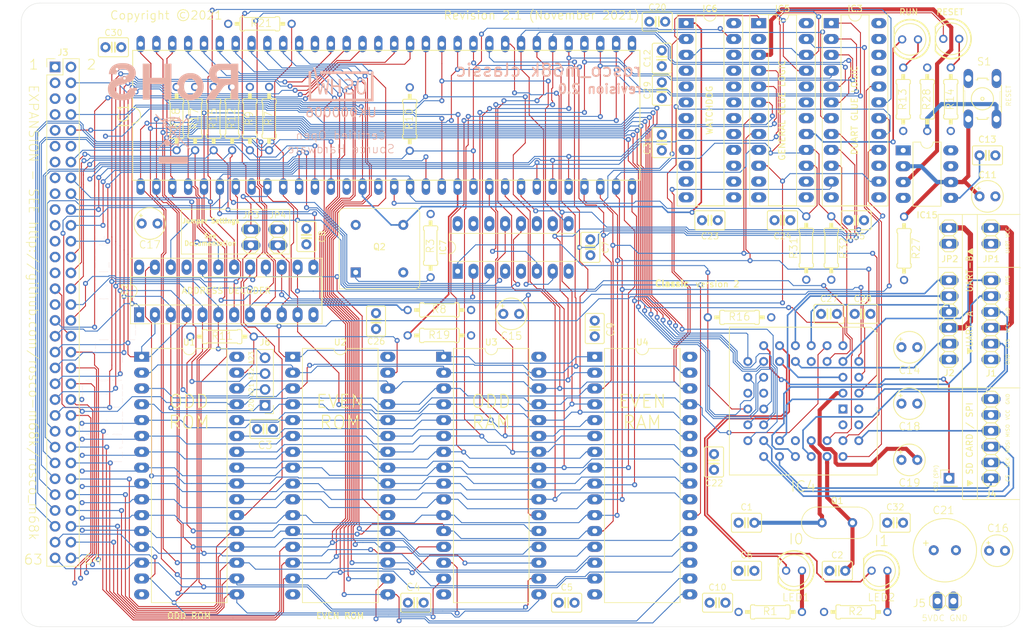
<source format=kicad_pcb>
(kicad_pcb (version 20171130) (host pcbnew "(5.1.5-0-10_14)")
  (title_block (title "rosco_m68k Classic v2") (date 2021-10-22) (rev 2.1) (company "The Really Old-School Company Limited") (comment 1 "OSHWA UK000006 (https://certification.oshwa.org/uk000006.html)") (comment 2 https://github.com/rosco-m68k/rosco_m68k/blob/develop/LICENSE) (comment 3 "Open Source Hardware licenced under CERN Open Hardware Licence") (comment 4 "Copyright ©2019-2021 Ross Bamford & Contributors"))
  (layers (0 Top signal) (1 Route2 signal) (2 Route15 signal) (31 Bottom signal) (34 B.Paste user hide) (35 F.Paste user hide) (36 B.SilkS user) (37 F.SilkS user) (38 B.Mask user hide) (39 F.Mask user hide) (44 Edge.Cuts user))
  (net 0 "")
  (net 1 IPL2)
  (net 2 IPL1)
  (net 3 IPL0)
  (net 4 DTACK)
  (net 5 BGACK)
  (net 6 BR)
  (net 7 RESET)
  (net 8 BERR)
  (net 9 CLK)
  (net 10 LDS)
  (net 11 UDS)
  (net 12 AS)
  (net 13 BG)
  (net 14 FC2)
  (net 15 FC1)
  (net 16 FC0)
  (net 17 VCC)
  (net 18 GND)
  (net 19 ODDROMSEL)
  (net 20 EVENROMSEL)
  (net 21 ODDRAMSEL)
  (net 22 EVENRAMSEL)
  (net 23 IOSEL)
  (net 24 EXPSEL)
  (net 25 "Net-(IC4-Pad23)")
  (net 26 "Net-(IC4-Pad15)")
  (net 27 "Net-(LED1-PadA)")
  (net 28 "Net-(LED2-PadA)")
  (net 29 "Net-(IC6-Pad10)")
  (net 30 "Net-(IC6-Pad11)")
  (net 31 "Net-(IC6-Pad5)")
  (net 32 "Net-(LED4-PadA)")
  (net 33 "Net-(S1-Pad4)")
  (net 34 "Net-(S1-Pad2)")
  (net 35 HALT)
  (net 36 RW)
  (net 37 BOOT)
  (net 38 VPA)
  (net 39 E)
  (net 40 VMA)
  (net 41 "Net-(C2-Pad1)")
  (net 42 "Net-(LED3-PadA)")
  (net 43 "Net-(Q2-Pad1)")
  (net 44 "Net-(IC5-Pad14)")
  (net 45 "Net-(C1-Pad2)")
  (net 46 "Net-(C11-Pad+)")
  (net 47 "Net-(C13-Pad2)")
  (net 48 A6)
  (net 49 A7)
  (net 50 A8)
  (net 51 A9)
  (net 52 A10)
  (net 53 A11)
  (net 54 A12)
  (net 55 A13)
  (net 56 A14)
  (net 57 A15)
  (net 58 A16)
  (net 59 A17)
  (net 60 A3)
  (net 61 A2)
  (net 62 A1)
  (net 63 D5)
  (net 64 D6)
  (net 65 D7)
  (net 66 D8)
  (net 67 D9)
  (net 68 D10)
  (net 69 D11)
  (net 70 D12)
  (net 71 D13)
  (net 72 D14)
  (net 73 D15)
  (net 74 A23)
  (net 75 A22)
  (net 76 A21)
  (net 77 A20)
  (net 78 A19)
  (net 79 A18)
  (net 80 A5)
  (net 81 A4)
  (net 82 D0)
  (net 83 D1)
  (net 84 D2)
  (net 85 D3)
  (net 86 D4)
  (net 87 ANYIACK)
  (net 88 LGEXP)
  (net 89 "Net-(IC3-Pad23)")
  (net 90 "Net-(IC3-Pad22)")
  (net 91 "Net-(IC3-Pad21)")
  (net 92 DUASEL)
  (net 93 "Net-(IC3-Pad15)")
  (net 94 "Net-(IC3-Pad13)")
  (net 95 RXDA)
  (net 96 TXDA)
  (net 97 SPICS)
  (net 98 SPIMISO)
  (net 99 "Net-(IC4-Pad34)")
  (net 100 CTSA)
  (net 101 SPICLK)
  (net 102 SPIMOSI)
  (net 103 TXDB)
  (net 104 RXDB)
  (net 105 "Net-(IC4-Pad16)")
  (net 106 CTSB)
  (net 107 "Net-(IC4-Pad12)")
  (net 108 RTSA)
  (net 109 DUAIACK)
  (net 110 RTSB)
  (net 111 "Net-(IC4-Pad1)")
  (net 112 "Net-(IC5-Pad20)")
  (net 113 "Net-(IC5-Pad19)")
  (net 114 "Net-(IC5-Pad18)")
  (net 115 RUNLED)
  (net 116 "Net-(IC5-Pad13)")
  (net 117 "Net-(IC5-Pad11)")
  (net 118 HWRST)
  (net 119 "Net-(IC5-Pad2)")
  (net 120 "Net-(IC6-Pad22)")
  (net 121 "Net-(IC6-Pad21)")
  (net 122 "Net-(IC6-Pad9)")
  (net 123 "Net-(IC6-Pad20)")
  (net 124 "Net-(IC6-Pad8)")
  (net 125 "Net-(IC6-Pad19)")
  (net 126 "Net-(IC6-Pad7)")
  (net 127 "Net-(IC6-Pad18)")
  (net 128 "Net-(IC6-Pad6)")
  (net 129 "Net-(IC6-Pad17)")
  (net 130 "Net-(IC6-Pad16)")
  (net 131 "Net-(IC6-Pad4)")
  (net 132 "Net-(IC6-Pad15)")
  (net 133 "Net-(IC6-Pad14)")
  (net 134 "Net-(IC15-Pad7)")
  (net 135 VCCUA)
  (net 136 VCCUB)
  (net 137 "Net-(R28-Pad2)")
  (net 138 WR)
  (net 139 "Net-(IC2-Pad21)")
  (net 140 "Net-(IC4-Pad42)")
  (net 141 "Net-(IC4-Pad43)")
  (net 142 ROM_RW)
  (net 143 SPICS2)
  (net 144 DUAIRQ)
  (net 145 "Net-(IC7-Pad15)")
  (net 146 "Net-(IC7-Pad14)")
  (net 147 IRQ3)
  (net 148 IRQ2)
  (net 149 IRQ6)
  (net 150 IRQ5)
  (net 151 "Net-(IC7-Pad16)")
  (module rosco_m68k:SM-rosco_m68k_logo (layer Top) (at 176.55 97.63)
    (fp_text reference REF** hide)
    (fp_text value SM-rosco_m68k_logo hide)
  )
  (module rosco_m68k:MD-rosco_m68k_logo (layer Bottom) (at 84.96 105.752371 270)
    (fp_text reference REF** hide)
    (fp_text value MD-rosco_m68k_logo hide)
  )
  (module rosco_m68k:DIL64 (layer Top) (at 126.4 73.1)
    (fp_text reference IC1 (at -41.1 2.15 90) (layer F.SilkS) (effects (font (size 1.6891 1.6891) (thickness 0.16891)) (justify left bottom)))
    (fp_text value MC68010P10)
    (pad 34 thru_hole oval (at 36.83 -11.43 90) (size 2.6416 1.3208) (drill 0.8128) (layers *.Cu *.Mask) (net 48 A6))
    (pad 35 thru_hole oval (at 34.29 -11.43 90) (size 2.6416 1.3208) (drill 0.8128) (layers *.Cu *.Mask) (net 49 A7))
    (pad 36 thru_hole oval (at 31.75 -11.43 90) (size 2.6416 1.3208) (drill 0.8128) (layers *.Cu *.Mask) (net 50 A8))
    (pad 37 thru_hole oval (at 29.21 -11.43 90) (size 2.6416 1.3208) (drill 0.8128) (layers *.Cu *.Mask) (net 51 A9))
    (pad 38 thru_hole oval (at 26.67 -11.43 90) (size 2.6416 1.3208) (drill 0.8128) (layers *.Cu *.Mask) (net 52 A10))
    (pad 39 thru_hole oval (at 24.13 -11.43 90) (size 2.6416 1.3208) (drill 0.8128) (layers *.Cu *.Mask) (net 53 A11))
    (pad 40 thru_hole oval (at 21.59 -11.43 90) (size 2.6416 1.3208) (drill 0.8128) (layers *.Cu *.Mask) (net 54 A12))
    (pad 41 thru_hole oval (at 19.05 -11.43 90) (size 2.6416 1.3208) (drill 0.8128) (layers *.Cu *.Mask) (net 55 A13))
    (pad 42 thru_hole oval (at 16.51 -11.43 90) (size 2.6416 1.3208) (drill 0.8128) (layers *.Cu *.Mask) (net 56 A14))
    (pad 43 thru_hole oval (at 13.97 -11.43 90) (size 2.6416 1.3208) (drill 0.8128) (layers *.Cu *.Mask) (net 57 A15))
    (pad 44 thru_hole oval (at 11.43 -11.43 90) (size 2.6416 1.3208) (drill 0.8128) (layers *.Cu *.Mask) (net 58 A16))
    (pad 45 thru_hole oval (at 8.89 -11.43 90) (size 2.6416 1.3208) (drill 0.8128) (layers *.Cu *.Mask) (net 59 A17))
    (pad 31 thru_hole oval (at 36.83 11.43 90) (size 2.6416 1.3208) (drill 0.8128) (layers *.Cu *.Mask) (net 60 A3))
    (pad 30 thru_hole oval (at 34.29 11.43 90) (size 2.6416 1.3208) (drill 0.8128) (layers *.Cu *.Mask) (net 61 A2))
    (pad 29 thru_hole oval (at 31.75 11.43 90) (size 2.6416 1.3208) (drill 0.8128) (layers *.Cu *.Mask) (net 62 A1))
    (pad 28 thru_hole oval (at 29.21 11.43 90) (size 2.6416 1.3208) (drill 0.8128) (layers *.Cu *.Mask) (net 16 FC0))
    (pad 27 thru_hole oval (at 26.67 11.43 90) (size 2.6416 1.3208) (drill 0.8128) (layers *.Cu *.Mask) (net 15 FC1))
    (pad 26 thru_hole oval (at 24.13 11.43 90) (size 2.6416 1.3208) (drill 0.8128) (layers *.Cu *.Mask) (net 14 FC2))
    (pad 25 thru_hole oval (at 21.59 11.43 90) (size 2.6416 1.3208) (drill 0.8128) (layers *.Cu *.Mask) (net 3 IPL0))
    (pad 24 thru_hole oval (at 19.05 11.43 90) (size 2.6416 1.3208) (drill 0.8128) (layers *.Cu *.Mask) (net 2 IPL1))
    (pad 23 thru_hole oval (at 16.51 11.43 90) (size 2.6416 1.3208) (drill 0.8128) (layers *.Cu *.Mask) (net 1 IPL2))
    (pad 22 thru_hole oval (at 13.97 11.43 90) (size 2.6416 1.3208) (drill 0.8128) (layers *.Cu *.Mask) (net 8 BERR))
    (pad 21 thru_hole oval (at 11.43 11.43 90) (size 2.6416 1.3208) (drill 0.8128) (layers *.Cu *.Mask) (net 38 VPA))
    (pad 20 thru_hole oval (at 8.89 11.43 90) (size 2.6416 1.3208) (drill 0.8128) (layers *.Cu *.Mask) (net 39 E))
    (pad 64 thru_hole oval (at -39.37 -11.43 90) (size 2.6416 1.3208) (drill 0.8128) (layers *.Cu *.Mask) (net 63 D5))
    (pad 63 thru_hole oval (at -36.83 -11.43 90) (size 2.6416 1.3208) (drill 0.8128) (layers *.Cu *.Mask) (net 64 D6))
    (pad 62 thru_hole oval (at -34.29 -11.43 90) (size 2.6416 1.3208) (drill 0.8128) (layers *.Cu *.Mask) (net 65 D7))
    (pad 61 thru_hole oval (at -31.75 -11.43 90) (size 2.6416 1.3208) (drill 0.8128) (layers *.Cu *.Mask) (net 66 D8))
    (pad 60 thru_hole oval (at -29.21 -11.43 90) (size 2.6416 1.3208) (drill 0.8128) (layers *.Cu *.Mask) (net 67 D9))
    (pad 59 thru_hole oval (at -26.67 -11.43 90) (size 2.6416 1.3208) (drill 0.8128) (layers *.Cu *.Mask) (net 68 D10))
    (pad 58 thru_hole oval (at -24.13 -11.43 90) (size 2.6416 1.3208) (drill 0.8128) (layers *.Cu *.Mask) (net 69 D11))
    (pad 57 thru_hole oval (at -21.59 -11.43 90) (size 2.6416 1.3208) (drill 0.8128) (layers *.Cu *.Mask) (net 70 D12))
    (pad 56 thru_hole oval (at -19.05 -11.43 90) (size 2.6416 1.3208) (drill 0.8128) (layers *.Cu *.Mask) (net 71 D13))
    (pad 55 thru_hole oval (at -16.51 -11.43 90) (size 2.6416 1.3208) (drill 0.8128) (layers *.Cu *.Mask) (net 72 D14))
    (pad 54 thru_hole oval (at -13.97 -11.43 90) (size 2.6416 1.3208) (drill 0.8128) (layers *.Cu *.Mask) (net 73 D15))
    (pad 53 thru_hole oval (at -11.43 -11.43 90) (size 2.6416 1.3208) (drill 0.8128) (layers *.Cu *.Mask) (net 18 GND))
    (pad 52 thru_hole oval (at -8.89 -11.43 90) (size 2.6416 1.3208) (drill 0.8128) (layers *.Cu *.Mask) (net 74 A23))
    (pad 51 thru_hole oval (at -6.35 -11.43 90) (size 2.6416 1.3208) (drill 0.8128) (layers *.Cu *.Mask) (net 75 A22))
    (pad 50 thru_hole oval (at -3.81 -11.43 90) (size 2.6416 1.3208) (drill 0.8128) (layers *.Cu *.Mask) (net 76 A21))
    (pad 49 thru_hole oval (at -1.27 -11.43 90) (size 2.6416 1.3208) (drill 0.8128) (layers *.Cu *.Mask) (net 17 VCC))
    (pad 48 thru_hole oval (at 1.27 -11.43 90) (size 2.6416 1.3208) (drill 0.8128) (layers *.Cu *.Mask) (net 77 A20))
    (pad 47 thru_hole oval (at 3.81 -11.43 90) (size 2.6416 1.3208) (drill 0.8128) (layers *.Cu *.Mask) (net 78 A19))
    (pad 46 thru_hole oval (at 6.35 -11.43 90) (size 2.6416 1.3208) (drill 0.8128) (layers *.Cu *.Mask) (net 79 A18))
    (pad 33 thru_hole oval (at 39.37 -11.43 90) (size 2.6416 1.3208) (drill 0.8128) (layers *.Cu *.Mask) (net 80 A5))
    (pad 32 thru_hole oval (at 39.37 11.43 90) (size 2.6416 1.3208) (drill 0.8128) (layers *.Cu *.Mask) (net 81 A4))
    (pad 19 thru_hole oval (at 6.35 11.43 90) (size 2.6416 1.3208) (drill 0.8128) (layers *.Cu *.Mask) (net 40 VMA))
    (pad 18 thru_hole oval (at 3.81 11.43 90) (size 2.6416 1.3208) (drill 0.8128) (layers *.Cu *.Mask) (net 7 RESET))
    (pad 17 thru_hole oval (at 1.27 11.43 90) (size 2.6416 1.3208) (drill 0.8128) (layers *.Cu *.Mask) (net 35 HALT))
    (pad 16 thru_hole oval (at -1.27 11.43 90) (size 2.6416 1.3208) (drill 0.8128) (layers *.Cu *.Mask) (net 18 GND))
    (pad 15 thru_hole oval (at -3.81 11.43 90) (size 2.6416 1.3208) (drill 0.8128) (layers *.Cu *.Mask) (net 9 CLK))
    (pad 14 thru_hole oval (at -6.35 11.43 90) (size 2.6416 1.3208) (drill 0.8128) (layers *.Cu *.Mask) (net 17 VCC))
    (pad 13 thru_hole oval (at -8.89 11.43 90) (size 2.6416 1.3208) (drill 0.8128) (layers *.Cu *.Mask) (net 6 BR))
    (pad 12 thru_hole oval (at -11.43 11.43 90) (size 2.6416 1.3208) (drill 0.8128) (layers *.Cu *.Mask) (net 5 BGACK))
    (pad 11 thru_hole oval (at -13.97 11.43 90) (size 2.6416 1.3208) (drill 0.8128) (layers *.Cu *.Mask) (net 13 BG))
    (pad 10 thru_hole oval (at -16.51 11.43 90) (size 2.6416 1.3208) (drill 0.8128) (layers *.Cu *.Mask) (net 4 DTACK))
    (pad 9 thru_hole oval (at -19.05 11.43 90) (size 2.6416 1.3208) (drill 0.8128) (layers *.Cu *.Mask) (net 36 RW))
    (pad 8 thru_hole oval (at -21.59 11.43 90) (size 2.6416 1.3208) (drill 0.8128) (layers *.Cu *.Mask) (net 10 LDS))
    (pad 7 thru_hole oval (at -24.13 11.43 90) (size 2.6416 1.3208) (drill 0.8128) (layers *.Cu *.Mask) (net 11 UDS))
    (pad 6 thru_hole oval (at -26.67 11.43 90) (size 2.6416 1.3208) (drill 0.8128) (layers *.Cu *.Mask) (net 12 AS))
    (pad 5 thru_hole oval (at -29.21 11.43 90) (size 2.6416 1.3208) (drill 0.8128) (layers *.Cu *.Mask) (net 82 D0))
    (pad 4 thru_hole oval (at -31.75 11.43 90) (size 2.6416 1.3208) (drill 0.8128) (layers *.Cu *.Mask) (net 83 D1))
    (pad 3 thru_hole oval (at -34.29 11.43 90) (size 2.6416 1.3208) (drill 0.8128) (layers *.Cu *.Mask) (net 84 D2))
    (pad 2 thru_hole oval (at -36.83 11.43 90) (size 2.6416 1.3208) (drill 0.8128) (layers *.Cu *.Mask) (net 85 D3))
    (pad 1 thru_hole oval (at -39.37 11.43 90) (size 2.6416 1.3208) (drill 0.8128) (layers *.Cu *.Mask) (net 86 D4))
  )
  (module rosco_m68k:C2.5-3 (layer Top) (at 159.1 94.275 270)
    (fp_text reference C7 (at -1.036515 -3 270) (layer F.SilkS) (effects (font (thickness 0.12065)) (justify right bottom)))
    (fp_text value 100nF)
    (pad 2 thru_hole circle (at 1.27 0 270) (size 1.6002 1.6002) (drill 0.8128) (layers *.Cu *.Mask) (net 18 GND))
    (pad 1 thru_hole circle (at -1.27 0 270) (size 1.6002 1.6002) (drill 0.8128) (layers *.Cu *.Mask) (net 17 VCC))
  )
  (module rosco_m68k:0207_10 (layer Top) (at 92.8 73.6281 270)
    (fp_text reference R18 (at -1.812622 -0.597218 270) (layer F.SilkS) (effects (font (size 1.2065 1.2065) (thickness 0.12065)) (justify right bottom)))
    (fp_text value 4K7)
    (pad 2 thru_hole circle (at 5.08 0 270) (size 1.3208 1.3208) (drill 0.8128) (layers *.Cu *.Mask) (net 147 IRQ3))
    (pad 1 thru_hole circle (at -5.08 0 270) (size 1.3208 1.3208) (drill 0.8128) (layers *.Cu *.Mask) (net 17 VCC))
  )
  (module rosco_m68k:0207_10 (layer Top) (at 95.766666 73.6281 270)
    (fp_text reference R17 (at -1.812622 -0.597218 270) (layer F.SilkS) (effects (font (size 1.2065 1.2065) (thickness 0.12065)) (justify right bottom)))
    (fp_text value 4K7)
    (pad 2 thru_hole circle (at 5.08 0 270) (size 1.3208 1.3208) (drill 0.8128) (layers *.Cu *.Mask) (net 150 IRQ5))
    (pad 1 thru_hole circle (at -5.08 0 270) (size 1.3208 1.3208) (drill 0.8128) (layers *.Cu *.Mask) (net 17 VCC))
  )
  (module rosco_m68k:0207_10 (layer Top) (at 183 105.5 180)
    (fp_text reference R16 (at -1.812623 -0.597218) (layer F.SilkS) (effects (font (size 1.2065 1.2065) (thickness 0.12065)) (justify right bottom)))
    (fp_text value 4K7)
    (pad 2 thru_hole circle (at 5.08 0 180) (size 1.3208 1.3208) (drill 0.8128) (layers *.Cu *.Mask) (net 144 DUAIRQ))
    (pad 1 thru_hole circle (at -5.08 0 180) (size 1.3208 1.3208) (drill 0.8128) (layers *.Cu *.Mask) (net 17 VCC))
  )
  (module rosco_m68k:0207_10 (layer Top) (at 98.733332 73.6281 270)
    (fp_text reference R15 (at -1.812622 -0.597218 270) (layer F.SilkS) (effects (font (size 1.2065 1.2065) (thickness 0.12065)) (justify right bottom)))
    (fp_text value 4K7)
    (pad 2 thru_hole circle (at 5.08 0 270) (size 1.3208 1.3208) (drill 0.8128) (layers *.Cu *.Mask) (net 148 IRQ2))
    (pad 1 thru_hole circle (at -5.08 0 270) (size 1.3208 1.3208) (drill 0.8128) (layers *.Cu *.Mask) (net 17 VCC))
  )
  (module rosco_m68k:0207_10 (layer Top) (at 101.7 73.6281 270)
    (fp_text reference R12 (at -1.812622 -0.597218 270) (layer F.SilkS) (effects (font (size 1.2065 1.2065) (thickness 0.12065)) (justify right bottom)))
    (fp_text value 4K7)
    (pad 2 thru_hole circle (at 5.08 0 270) (size 1.3208 1.3208) (drill 0.8128) (layers *.Cu *.Mask) (net 149 IRQ6))
    (pad 1 thru_hole circle (at -5.08 0 270) (size 1.3208 1.3208) (drill 0.8128) (layers *.Cu *.Mask) (net 17 VCC))
  )
  (module Package_DIP:DIP-16_W7.62mm_LongPads (layer Top) (at 137.83 98.1 90)
    (fp_text reference IC7 (at 3.81 -2.33 90) (layer F.SilkS))
    (fp_text value 74LS148)
    (pad 16 thru_hole oval (at 7.62 0 90) (size 2.4 1.6) (drill 0.8) (layers *.Cu *.Mask) (net 151 "Net-(IC7-Pad16)"))
    (pad 8 thru_hole oval (at 0 17.78 90) (size 2.4 1.6) (drill 0.8) (layers *.Cu *.Mask) (net 18 GND))
    (pad 15 thru_hole oval (at 7.62 2.54 90) (size 2.4 1.6) (drill 0.8) (layers *.Cu *.Mask) (net 145 "Net-(IC7-Pad15)"))
    (pad 7 thru_hole oval (at 0 15.24 90) (size 2.4 1.6) (drill 0.8) (layers *.Cu *.Mask) (net 2 IPL1))
    (pad 14 thru_hole oval (at 7.62 5.08 90) (size 2.4 1.6) (drill 0.8) (layers *.Cu *.Mask) (net 146 "Net-(IC7-Pad14)"))
    (pad 6 thru_hole oval (at 0 12.7 90) (size 2.4 1.6) (drill 0.8) (layers *.Cu *.Mask) (net 1 IPL2))
    (pad 13 thru_hole oval (at 7.62 7.62 90) (size 2.4 1.6) (drill 0.8) (layers *.Cu *.Mask) (net 147 IRQ3))
    (pad 5 thru_hole oval (at 0 10.16 90) (size 2.4 1.6) (drill 0.8) (layers *.Cu *.Mask) (net 18 GND))
    (pad 12 thru_hole oval (at 7.62 10.16 90) (size 2.4 1.6) (drill 0.8) (layers *.Cu *.Mask) (net 148 IRQ2))
    (pad 4 thru_hole oval (at 0 7.62 90) (size 2.4 1.6) (drill 0.8) (layers *.Cu *.Mask) (net 17 VCC))
    (pad 11 thru_hole oval (at 7.62 12.7 90) (size 2.4 1.6) (drill 0.8) (layers *.Cu *.Mask) (net 17 VCC))
    (pad 3 thru_hole oval (at 0 5.08 90) (size 2.4 1.6) (drill 0.8) (layers *.Cu *.Mask) (net 149 IRQ6))
    (pad 10 thru_hole oval (at 7.62 15.24 90) (size 2.4 1.6) (drill 0.8) (layers *.Cu *.Mask) (net 18 GND))
    (pad 2 thru_hole oval (at 0 2.54 90) (size 2.4 1.6) (drill 0.8) (layers *.Cu *.Mask) (net 150 IRQ5))
    (pad 9 thru_hole oval (at 7.62 17.78 90) (size 2.4 1.6) (drill 0.8) (layers *.Cu *.Mask) (net 3 IPL0))
    (pad 1 thru_hole rect (at 0 0 90) (size 2.4 1.6) (drill 0.8) (layers *.Cu *.Mask) (net 144 DUAIRQ))
  )
  (module Connector_PinHeader_2.54mm:PinHeader_1x01_P2.54mm_Vertical (layer Top) (at 216.564 131.31)
    (fp_text reference J7 hide)
    (fp_text value Conn_01x01_Male)
    (pad 1 thru_hole rect (at 0 0) (size 1.7 1.7) (drill 1) (layers *.Cu *.Mask) (net 143 SPICS2))
  )
  (module Connector_PinHeader_2.54mm:PinHeader_1x04_P2.54mm_Vertical (layer Top) (at 106.971 119.607 180)
    (fp_text reference J6 (at 0 10.107) (layer F.SilkS))
    (fp_text value Conn_01x04_Male)
    (pad 4 thru_hole oval (at 0 7.62 180) (size 1.7 1.7) (drill 1) (layers *.Cu *.Mask) (net 74 A23))
    (pad 3 thru_hole oval (at 0 5.08 180) (size 1.7 1.7) (drill 1) (layers *.Cu *.Mask) (net 75 A22))
    (pad 2 thru_hole oval (at 0 2.54 180) (size 1.7 1.7) (drill 1) (layers *.Cu *.Mask) (net 76 A21))
    (pad 1 thru_hole rect (at 0 0 180) (size 1.7 1.7) (drill 1) (layers *.Cu *.Mask) (net 77 A20))
  )
  (module rosco_m68k:0207_10 (layer Top) (at 100.081 108.593)
    (fp_text reference R11 (at -1.812622 0.597218) (layer F.SilkS) (effects (font (size 1.2065 1.2065) (thickness 0.12065)) (justify left bottom)))
    (fp_text value 10K)
    (pad 2 thru_hole circle (at 5.08 0) (size 1.3208 1.3208) (drill 0.8128) (layers *.Cu *.Mask) (net 142 ROM_RW))
    (pad 1 thru_hole circle (at -5.08 0) (size 1.3208 1.3208) (drill 0.8128) (layers *.Cu *.Mask) (net 17 VCC))
  )
  (module rosco_m68k:1X02 (layer Top) (at 104.703 92.663 270)
    (fp_text reference JP3 (at -4.133 1.420643 180) (layer F.SilkS) (effects (font (thickness 0.127)) (justify left top)))
    (fp_text value Jumper)
    (pad 2 thru_hole oval (at 1.27 0) (size 3.048 1.524) (drill 1.016) (layers *.Cu *.Mask) (net 142 ROM_RW))
    (pad 1 thru_hole oval (at -1.27 0) (size 3.048 1.524) (drill 1.016) (layers *.Cu *.Mask) (net 36 RW))
  )
  (module rosco_m68k:1X02 (layer Top) (at 109.018 92.663 90)
    (fp_text reference JP4 (at 4.133 1.420643 180) (layer F.SilkS) (effects (font (thickness 0.127)) (justify right top)))
    (fp_text value Jumper)
    (pad 2 thru_hole oval (at 1.27 0 180) (size 3.048 1.524) (drill 1.016) (layers *.Cu *.Mask) (net 18 GND))
    (pad 1 thru_hole oval (at -1.27 0 180) (size 3.048 1.524) (drill 1.016) (layers *.Cu *.Mask) (net 88 LGEXP))
  )
  (module Symbol:WEEE-Logo_5.6x8mm_SilkScreen (layer Bottom) (at 92.246493 76.856 180)
    (fp_text reference REF** hide)
    (fp_text value WEEE-Logo_5.6x8mm_SilkScreen hide)
  )
  (module Symbol:RoHS-Logo_6mm_SilkScreen (layer Bottom) (at 92.227 67.707 180)
    (fp_text reference REF** hide)
    (fp_text value RoHS-Logo_6mm_SilkScreen hide)
  )
  (module rosco_m68k:OSHW_Mono_0.25_Scale (layer Bottom) (at 119.15 68.15 180)
    (fp_text reference OSHW_Mono_0.25_Scale hide)
    (fp_text value UK000006 (at 0 -4.5) (layer B.SilkS) (effects (font (size 1.475 1.475) (thickness 0.2)) (justify mirror)))
  )
  (module rosco_m68k:SM-rosco_m68k_logo (layer Top) (at 124.085 57.6)
    (fp_text reference REF** hide)
    (fp_text value SM-rosco_m68k_logo hide)
  )
  (module Package_DIP:DIP-32_W15.24mm_LongPads (layer Top) (at 87.2 111.8236)
    (fp_text reference U1 (at 7.62 -2.33) (layer F.SilkS))
    (fp_text value SST39SF040)
    (pad 32 thru_hole oval (at 15.24 0) (size 2.4 1.6) (drill 0.8) (layers *.Cu *.Mask) (net 17 VCC))
    (pad 16 thru_hole oval (at 0 38.1) (size 2.4 1.6) (drill 0.8) (layers *.Cu *.Mask) (net 18 GND))
    (pad 31 thru_hole oval (at 15.24 2.54) (size 2.4 1.6) (drill 0.8) (layers *.Cu *.Mask) (net 142 ROM_RW))
    (pad 15 thru_hole oval (at 0 35.56) (size 2.4 1.6) (drill 0.8) (layers *.Cu *.Mask) (net 84 D2))
    (pad 30 thru_hole oval (at 15.24 5.08) (size 2.4 1.6) (drill 0.8) (layers *.Cu *.Mask) (net 79 A18))
    (pad 14 thru_hole oval (at 0 33.02) (size 2.4 1.6) (drill 0.8) (layers *.Cu *.Mask) (net 83 D1))
    (pad 29 thru_hole oval (at 15.24 7.62) (size 2.4 1.6) (drill 0.8) (layers *.Cu *.Mask) (net 57 A15))
    (pad 13 thru_hole oval (at 0 30.48) (size 2.4 1.6) (drill 0.8) (layers *.Cu *.Mask) (net 82 D0))
    (pad 28 thru_hole oval (at 15.24 10.16) (size 2.4 1.6) (drill 0.8) (layers *.Cu *.Mask) (net 56 A14))
    (pad 12 thru_hole oval (at 0 27.94) (size 2.4 1.6) (drill 0.8) (layers *.Cu *.Mask) (net 62 A1))
    (pad 27 thru_hole oval (at 15.24 12.7) (size 2.4 1.6) (drill 0.8) (layers *.Cu *.Mask) (net 51 A9))
    (pad 11 thru_hole oval (at 0 25.4) (size 2.4 1.6) (drill 0.8) (layers *.Cu *.Mask) (net 61 A2))
    (pad 26 thru_hole oval (at 15.24 15.24) (size 2.4 1.6) (drill 0.8) (layers *.Cu *.Mask) (net 52 A10))
    (pad 10 thru_hole oval (at 0 22.86) (size 2.4 1.6) (drill 0.8) (layers *.Cu *.Mask) (net 60 A3))
    (pad 25 thru_hole oval (at 15.24 17.78) (size 2.4 1.6) (drill 0.8) (layers *.Cu *.Mask) (net 54 A12))
    (pad 9 thru_hole oval (at 0 20.32) (size 2.4 1.6) (drill 0.8) (layers *.Cu *.Mask) (net 81 A4))
    (pad 24 thru_hole oval (at 15.24 20.32) (size 2.4 1.6) (drill 0.8) (layers *.Cu *.Mask) (net 138 WR))
    (pad 8 thru_hole oval (at 0 17.78) (size 2.4 1.6) (drill 0.8) (layers *.Cu *.Mask) (net 80 A5))
    (pad 23 thru_hole oval (at 15.24 22.86) (size 2.4 1.6) (drill 0.8) (layers *.Cu *.Mask) (net 53 A11))
    (pad 7 thru_hole oval (at 0 15.24) (size 2.4 1.6) (drill 0.8) (layers *.Cu *.Mask) (net 48 A6))
    (pad 22 thru_hole oval (at 15.24 25.4) (size 2.4 1.6) (drill 0.8) (layers *.Cu *.Mask) (net 19 ODDROMSEL))
    (pad 6 thru_hole oval (at 0 12.7) (size 2.4 1.6) (drill 0.8) (layers *.Cu *.Mask) (net 49 A7))
    (pad 21 thru_hole oval (at 15.24 27.94) (size 2.4 1.6) (drill 0.8) (layers *.Cu *.Mask) (net 65 D7))
    (pad 5 thru_hole oval (at 0 10.16) (size 2.4 1.6) (drill 0.8) (layers *.Cu *.Mask) (net 50 A8))
    (pad 20 thru_hole oval (at 15.24 30.48) (size 2.4 1.6) (drill 0.8) (layers *.Cu *.Mask) (net 64 D6))
    (pad 4 thru_hole oval (at 0 7.62) (size 2.4 1.6) (drill 0.8) (layers *.Cu *.Mask) (net 55 A13))
    (pad 19 thru_hole oval (at 15.24 33.02) (size 2.4 1.6) (drill 0.8) (layers *.Cu *.Mask) (net 63 D5))
    (pad 3 thru_hole oval (at 0 5.08) (size 2.4 1.6) (drill 0.8) (layers *.Cu *.Mask) (net 58 A16))
    (pad 18 thru_hole oval (at 15.24 35.56) (size 2.4 1.6) (drill 0.8) (layers *.Cu *.Mask) (net 86 D4))
    (pad 2 thru_hole oval (at 0 2.54) (size 2.4 1.6) (drill 0.8) (layers *.Cu *.Mask) (net 59 A17))
    (pad 17 thru_hole oval (at 15.24 38.1) (size 2.4 1.6) (drill 0.8) (layers *.Cu *.Mask) (net 85 D3))
    (pad 1 thru_hole rect (at 0 0) (size 2.4 1.6) (drill 0.8) (layers *.Cu *.Mask) (net 78 A19))
  )
  (module Package_DIP:DIP-24_W7.62mm_Socket_LongPads (layer Top) (at 174.45 58.3248)
    (fp_text reference IC6 (at 3.81 -2.33) (layer F.SilkS))
    (fp_text value ATF22V10C)
    (pad 24 thru_hole oval (at 7.62 0) (size 2.4 1.6) (drill 0.8) (layers *.Cu *.Mask) (net 17 VCC))
    (pad 12 thru_hole oval (at 0 27.94) (size 2.4 1.6) (drill 0.8) (layers *.Cu *.Mask) (net 18 GND))
    (pad 23 thru_hole oval (at 7.62 2.54) (size 2.4 1.6) (drill 0.8) (layers *.Cu *.Mask) (net 8 BERR))
    (pad 11 thru_hole oval (at 0 25.4) (size 2.4 1.6) (drill 0.8) (layers *.Cu *.Mask) (net 30 "Net-(IC6-Pad11)"))
    (pad 22 thru_hole oval (at 7.62 5.08) (size 2.4 1.6) (drill 0.8) (layers *.Cu *.Mask) (net 120 "Net-(IC6-Pad22)"))
    (pad 10 thru_hole oval (at 0 22.86) (size 2.4 1.6) (drill 0.8) (layers *.Cu *.Mask) (net 29 "Net-(IC6-Pad10)"))
    (pad 21 thru_hole oval (at 7.62 7.62) (size 2.4 1.6) (drill 0.8) (layers *.Cu *.Mask) (net 121 "Net-(IC6-Pad21)"))
    (pad 9 thru_hole oval (at 0 20.32) (size 2.4 1.6) (drill 0.8) (layers *.Cu *.Mask) (net 122 "Net-(IC6-Pad9)"))
    (pad 20 thru_hole oval (at 7.62 10.16) (size 2.4 1.6) (drill 0.8) (layers *.Cu *.Mask) (net 123 "Net-(IC6-Pad20)"))
    (pad 8 thru_hole oval (at 0 17.78) (size 2.4 1.6) (drill 0.8) (layers *.Cu *.Mask) (net 124 "Net-(IC6-Pad8)"))
    (pad 19 thru_hole oval (at 7.62 12.7) (size 2.4 1.6) (drill 0.8) (layers *.Cu *.Mask) (net 125 "Net-(IC6-Pad19)"))
    (pad 7 thru_hole oval (at 0 15.24) (size 2.4 1.6) (drill 0.8) (layers *.Cu *.Mask) (net 126 "Net-(IC6-Pad7)"))
    (pad 18 thru_hole oval (at 7.62 15.24) (size 2.4 1.6) (drill 0.8) (layers *.Cu *.Mask) (net 127 "Net-(IC6-Pad18)"))
    (pad 6 thru_hole oval (at 0 12.7) (size 2.4 1.6) (drill 0.8) (layers *.Cu *.Mask) (net 128 "Net-(IC6-Pad6)"))
    (pad 17 thru_hole oval (at 7.62 17.78) (size 2.4 1.6) (drill 0.8) (layers *.Cu *.Mask) (net 129 "Net-(IC6-Pad17)"))
    (pad 5 thru_hole oval (at 0 10.16) (size 2.4 1.6) (drill 0.8) (layers *.Cu *.Mask) (net 31 "Net-(IC6-Pad5)"))
    (pad 16 thru_hole oval (at 7.62 20.32) (size 2.4 1.6) (drill 0.8) (layers *.Cu *.Mask) (net 130 "Net-(IC6-Pad16)"))
    (pad 4 thru_hole oval (at 0 7.62) (size 2.4 1.6) (drill 0.8) (layers *.Cu *.Mask) (net 131 "Net-(IC6-Pad4)"))
    (pad 15 thru_hole oval (at 7.62 22.86) (size 2.4 1.6) (drill 0.8) (layers *.Cu *.Mask) (net 132 "Net-(IC6-Pad15)"))
    (pad 3 thru_hole oval (at 0 5.08) (size 2.4 1.6) (drill 0.8) (layers *.Cu *.Mask) (net 87 ANYIACK))
    (pad 14 thru_hole oval (at 7.62 25.4) (size 2.4 1.6) (drill 0.8) (layers *.Cu *.Mask) (net 133 "Net-(IC6-Pad14)"))
    (pad 2 thru_hole oval (at 0 2.54) (size 2.4 1.6) (drill 0.8) (layers *.Cu *.Mask) (net 12 AS))
    (pad 13 thru_hole oval (at 7.62 27.94) (size 2.4 1.6) (drill 0.8) (layers *.Cu *.Mask) (net 18 GND))
    (pad 1 thru_hole rect (at 0 0) (size 2.4 1.6) (drill 0.8) (layers *.Cu *.Mask) (net 9 CLK))
  )
  (module Package_LCC:PLCC-44_THT-Socket (layer Top) (at 199.572 120.199 270)
    (fp_text reference IC4 (at 12.415 6.35 180) (layer F.SilkS) (effects (font (size 1.6891 1.6891))))
    (fp_text value XR68C681CJTR-F)
    (pad 39 thru_hole circle (at 7.62 0 270) (size 1.4224 1.4224) (drill 0.8) (layers *.Cu *.Mask) (net 92 DUASEL))
    (pad 37 thru_hole circle (at 7.62 2.54 270) (size 1.4224 1.4224) (drill 0.8) (layers *.Cu *.Mask) (net 41 "Net-(C2-Pad1)"))
    (pad 35 thru_hole circle (at 7.62 5.08 270) (size 1.4224 1.4224) (drill 0.8) (layers *.Cu *.Mask) (net 95 RXDA))
    (pad 33 thru_hole circle (at 7.62 7.62 270) (size 1.4224 1.4224) (drill 0.8) (layers *.Cu *.Mask) (net 96 TXDA))
    (pad 31 thru_hole circle (at 7.62 10.16 270) (size 1.4224 1.4224) (drill 0.8) (layers *.Cu *.Mask) (net 97 SPICS))
    (pad 40 thru_hole circle (at 5.08 -2.54 270) (size 1.4224 1.4224) (drill 0.8) (layers *.Cu *.Mask) (net 98 SPIMISO))
    (pad 38 thru_hole circle (at 5.08 2.54 270) (size 1.4224 1.4224) (drill 0.8) (layers *.Cu *.Mask) (net 7 RESET))
    (pad 36 thru_hole circle (at 5.08 5.08 270) (size 1.4224 1.4224) (drill 0.8) (layers *.Cu *.Mask) (net 45 "Net-(C1-Pad2)"))
    (pad 34 thru_hole circle (at 5.08 7.62 270) (size 1.4224 1.4224) (drill 0.8) (layers *.Cu *.Mask) (net 99 "Net-(IC4-Pad34)"))
    (pad 32 thru_hole circle (at 5.08 10.16 270) (size 1.4224 1.4224) (drill 0.8) (layers *.Cu *.Mask) (net 108 RTSA))
    (pad 30 thru_hole circle (at 5.08 12.7 270) (size 1.4224 1.4224) (drill 0.8) (layers *.Cu *.Mask) (net 101 SPICLK))
    (pad 28 thru_hole circle (at 5.08 15.24 270) (size 1.4224 1.4224) (drill 0.8) (layers *.Cu *.Mask) (net 82 D0))
    (pad 26 thru_hole circle (at 2.54 15.24 270) (size 1.4224 1.4224) (drill 0.8) (layers *.Cu *.Mask) (net 86 D4))
    (pad 24 thru_hole circle (at 0 15.24 270) (size 1.4224 1.4224) (drill 0.8) (layers *.Cu *.Mask) (net 144 DUAIRQ))
    (pad 22 thru_hole circle (at -2.54 15.24 270) (size 1.4224 1.4224) (drill 0.8) (layers *.Cu *.Mask) (net 18 GND))
    (pad 20 thru_hole circle (at -5.08 15.24 270) (size 1.4224 1.4224) (drill 0.8) (layers *.Cu *.Mask) (net 63 D5))
    (pad 18 thru_hole circle (at -7.62 15.24 270) (size 1.4224 1.4224) (drill 0.8) (layers *.Cu *.Mask) (net 83 D1))
    (pad 29 thru_hole circle (at 7.62 12.7 270) (size 1.4224 1.4224) (drill 0.8) (layers *.Cu *.Mask) (net 102 SPIMOSI))
    (pad 27 thru_hole circle (at 2.54 12.7 270) (size 1.4224 1.4224) (drill 0.8) (layers *.Cu *.Mask) (net 84 D2))
    (pad 25 thru_hole circle (at 0 12.7 270) (size 1.4224 1.4224) (drill 0.8) (layers *.Cu *.Mask) (net 64 D6))
    (pad 23 thru_hole circle (at -2.54 12.7 270) (size 1.4224 1.4224) (drill 0.8) (layers *.Cu *.Mask) (net 25 "Net-(IC4-Pad23)"))
    (pad 21 thru_hole circle (at -5.08 12.7 270) (size 1.4224 1.4224) (drill 0.8) (layers *.Cu *.Mask) (net 65 D7))
    (pad 19 thru_hole circle (at -7.62 12.7 270) (size 1.4224 1.4224) (drill 0.8) (layers *.Cu *.Mask) (net 85 D3))
    (pad 17 thru_hole circle (at -10.16 12.7 270) (size 1.4224 1.4224) (drill 0.8) (layers *.Cu *.Mask) (net 143 SPICS2))
    (pad 15 thru_hole circle (at -10.16 10.16 270) (size 1.4224 1.4224) (drill 0.8) (layers *.Cu *.Mask) (net 26 "Net-(IC4-Pad15)"))
    (pad 13 thru_hole circle (at -10.16 7.62 270) (size 1.4224 1.4224) (drill 0.8) (layers *.Cu *.Mask) (net 103 TXDB))
    (pad 11 thru_hole circle (at -10.16 5.08 270) (size 1.4224 1.4224) (drill 0.8) (layers *.Cu *.Mask) (net 104 RXDB))
    (pad 9 thru_hole circle (at -10.16 2.54 270) (size 1.4224 1.4224) (drill 0.8) (layers *.Cu *.Mask) (net 36 RW))
    (pad 7 thru_hole circle (at -10.16 0 270) (size 1.4224 1.4224) (drill 0.8) (layers *.Cu *.Mask) (net 81 A4))
    (pad 16 thru_hole circle (at -7.62 10.16 270) (size 1.4224 1.4224) (drill 0.8) (layers *.Cu *.Mask) (net 105 "Net-(IC4-Pad16)"))
    (pad 14 thru_hole circle (at -7.62 7.62 270) (size 1.4224 1.4224) (drill 0.8) (layers *.Cu *.Mask) (net 110 RTSB))
    (pad 12 thru_hole circle (at -7.62 5.08 270) (size 1.4224 1.4224) (drill 0.8) (layers *.Cu *.Mask) (net 107 "Net-(IC4-Pad12)"))
    (pad 10 thru_hole circle (at -7.62 2.54 270) (size 1.4224 1.4224) (drill 0.8) (layers *.Cu *.Mask) (net 4 DTACK))
    (pad 8 thru_hole circle (at -7.62 0 270) (size 1.4224 1.4224) (drill 0.8) (layers *.Cu *.Mask) (net 100 CTSA))
    (pad 42 thru_hole circle (at 2.54 -2.54 270) (size 1.4224 1.4224) (drill 0.8) (layers *.Cu *.Mask) (net 140 "Net-(IC4-Pad42)"))
    (pad 44 thru_hole circle (at 0 -2.54 270) (size 1.4224 1.4224) (drill 0.8) (layers *.Cu *.Mask) (net 17 VCC))
    (pad 6 thru_hole circle (at -7.62 -2.54 270) (size 1.4224 1.4224) (drill 0.8) (layers *.Cu *.Mask) (net 60 A3))
    (pad 4 thru_hole circle (at -5.08 -2.54 270) (size 1.4224 1.4224) (drill 0.8) (layers *.Cu *.Mask) (net 61 A2))
    (pad 2 thru_hole circle (at -2.54 -2.54 270) (size 1.4224 1.4224) (drill 0.8) (layers *.Cu *.Mask) (net 62 A1))
    (pad 41 thru_hole circle (at 5.08 0 270) (size 1.4224 1.4224) (drill 0.8) (layers *.Cu *.Mask) (net 109 DUAIACK))
    (pad 43 thru_hole circle (at 2.54 0 270) (size 1.4224 1.4224) (drill 0.8) (layers *.Cu *.Mask) (net 141 "Net-(IC4-Pad43)"))
    (pad 5 thru_hole circle (at -5.08 0 270) (size 1.4224 1.4224) (drill 0.8) (layers *.Cu *.Mask) (net 106 CTSB))
    (pad 3 thru_hole circle (at -2.54 0 270) (size 1.4224 1.4224) (drill 0.8) (layers *.Cu *.Mask) (net 18 GND))
    (pad 1 thru_hole rect (at 0 0 270) (size 1.4224 1.4224) (drill 0.8) (layers *.Cu *.Mask) (net 111 "Net-(IC4-Pad1)"))
  )
  (module rosco_m68k:0207_10 (layer Top) (at 134.9 104.324 180)
    (fp_text reference R8 (at -1.238099 -0.6) (layer F.SilkS) (effects (font (size 1.2065 1.2065) (thickness 0.12065)) (justify right bottom)))
    (fp_text value 4K7)
    (pad 2 thru_hole circle (at 5.08 0 180) (size 1.3208 1.3208) (drill 0.8128) (layers *.Cu *.Mask) (net 88 LGEXP))
    (pad 1 thru_hole circle (at -5.08 0 180) (size 1.3208 1.3208) (drill 0.8128) (layers *.Cu *.Mask) (net 17 VCC))
  )
  (module Package_DIP:DIP-24_W7.62mm_Socket_LongPads (layer Top) (at 86.787 105.081 90)
    (fp_text reference IC2 (at 3.81 -2.33 90) (layer F.SilkS))
    (fp_text value ATF22V10C)
    (pad 24 thru_hole oval (at 7.62 0 90) (size 2.4 1.6) (drill 0.8) (layers *.Cu *.Mask) (net 17 VCC))
    (pad 12 thru_hole oval (at 0 27.94 90) (size 2.4 1.6) (drill 0.8) (layers *.Cu *.Mask) (net 18 GND))
    (pad 23 thru_hole oval (at 7.62 2.54 90) (size 2.4 1.6) (drill 0.8) (layers *.Cu *.Mask) (net 138 WR))
    (pad 11 thru_hole oval (at 0 25.4 90) (size 2.4 1.6) (drill 0.8) (layers *.Cu *.Mask) (net 36 RW))
    (pad 22 thru_hole oval (at 7.62 5.08 90) (size 2.4 1.6) (drill 0.8) (layers *.Cu *.Mask) (net 4 DTACK))
    (pad 10 thru_hole oval (at 0 22.86 90) (size 2.4 1.6) (drill 0.8) (layers *.Cu *.Mask) (net 88 LGEXP))
    (pad 21 thru_hole oval (at 7.62 7.62 90) (size 2.4 1.6) (drill 0.8) (layers *.Cu *.Mask) (net 139 "Net-(IC2-Pad21)"))
    (pad 9 thru_hole oval (at 0 20.32 90) (size 2.4 1.6) (drill 0.8) (layers *.Cu *.Mask) (net 37 BOOT))
    (pad 20 thru_hole oval (at 7.62 10.16 90) (size 2.4 1.6) (drill 0.8) (layers *.Cu *.Mask) (net 87 ANYIACK))
    (pad 8 thru_hole oval (at 0 17.78 90) (size 2.4 1.6) (drill 0.8) (layers *.Cu *.Mask) (net 10 LDS))
    (pad 19 thru_hole oval (at 7.62 12.7 90) (size 2.4 1.6) (drill 0.8) (layers *.Cu *.Mask) (net 24 EXPSEL))
    (pad 7 thru_hole oval (at 0 15.24 90) (size 2.4 1.6) (drill 0.8) (layers *.Cu *.Mask) (net 11 UDS))
    (pad 18 thru_hole oval (at 7.62 15.24 90) (size 2.4 1.6) (drill 0.8) (layers *.Cu *.Mask) (net 23 IOSEL))
    (pad 6 thru_hole oval (at 0 12.7 90) (size 2.4 1.6) (drill 0.8) (layers *.Cu *.Mask) (net 74 A23))
    (pad 17 thru_hole oval (at 7.62 17.78 90) (size 2.4 1.6) (drill 0.8) (layers *.Cu *.Mask) (net 19 ODDROMSEL))
    (pad 5 thru_hole oval (at 0 10.16 90) (size 2.4 1.6) (drill 0.8) (layers *.Cu *.Mask) (net 75 A22))
    (pad 16 thru_hole oval (at 7.62 20.32 90) (size 2.4 1.6) (drill 0.8) (layers *.Cu *.Mask) (net 20 EVENROMSEL))
    (pad 4 thru_hole oval (at 0 7.62 90) (size 2.4 1.6) (drill 0.8) (layers *.Cu *.Mask) (net 76 A21))
    (pad 15 thru_hole oval (at 7.62 22.86 90) (size 2.4 1.6) (drill 0.8) (layers *.Cu *.Mask) (net 21 ODDRAMSEL))
    (pad 3 thru_hole oval (at 0 5.08 90) (size 2.4 1.6) (drill 0.8) (layers *.Cu *.Mask) (net 77 A20))
    (pad 14 thru_hole oval (at 7.62 25.4 90) (size 2.4 1.6) (drill 0.8) (layers *.Cu *.Mask) (net 22 EVENRAMSEL))
    (pad 2 thru_hole oval (at 0 2.54 90) (size 2.4 1.6) (drill 0.8) (layers *.Cu *.Mask) (net 78 A19))
    (pad 13 thru_hole oval (at 7.62 27.94 90) (size 2.4 1.6) (drill 0.8) (layers *.Cu *.Mask) (net 12 AS))
    (pad 1 thru_hole rect (at 0 0 90) (size 2.4 1.6) (drill 0.8) (layers *.Cu *.Mask) (net 79 A18))
  )
  (module rosco_m68k:C2.5-3 (layer Top) (at 189.876666 89.929)
    (fp_text reference C24 (at -1.512706 3.138 -180) (layer F.SilkS) (effects (font (thickness 0.12065)) (justify left bottom)))
    (fp_text value 100nF)
    (pad 2 thru_hole circle (at 1.27 0) (size 1.6002 1.6002) (drill 0.8128) (layers *.Cu *.Mask) (net 18 GND))
    (pad 1 thru_hole circle (at -1.27 0) (size 1.6002 1.6002) (drill 0.8128) (layers *.Cu *.Mask) (net 17 VCC))
  )
  (module rosco_m68k:C2.5-3 (layer Top) (at 222.729 79.525 180)
    (fp_text reference C13 (at -1.527381 1.97 180) (layer F.SilkS) (effects (justify right bottom)))
    (fp_text value 100nF)
    (pad 2 thru_hole circle (at 1.27 0 180) (size 1.6002 1.6002) (drill 0.8128) (layers *.Cu *.Mask) (net 47 "Net-(C13-Pad2)"))
    (pad 1 thru_hole circle (at -1.27 0 180) (size 1.6002 1.6002) (drill 0.8128) (layers *.Cu *.Mask) (net 17 VCC))
  )
  (module rosco_m68k:LED5MM (layer Top) (at 216.93 60.84 180)
    (fp_text reference LED4 hide)
    (fp_text value RED)
    (pad K thru_hole circle (at 1.27 0 180) (size 1.3208 1.3208) (drill 0.8128) (layers *.Cu *.Mask) (net 7 RESET))
    (pad A thru_hole circle (at -1.27 0 180) (size 1.3208 1.3208) (drill 0.8128) (layers *.Cu *.Mask) (net 32 "Net-(LED4-PadA)"))
  )
  (module Package_DIP:DIP-24_W7.62mm_Socket_LongPads (layer Top) (at 186.076666 58.3248)
    (fp_text reference IC5 (at 3.81 -2.33) (layer F.SilkS))
    (fp_text value ATF22V10C)
    (pad 24 thru_hole oval (at 7.62 0) (size 2.4 1.6) (drill 0.8) (layers *.Cu *.Mask) (net 17 VCC))
    (pad 12 thru_hole oval (at 0 27.94) (size 2.4 1.6) (drill 0.8) (layers *.Cu *.Mask) (net 18 GND))
    (pad 23 thru_hole oval (at 7.62 2.54) (size 2.4 1.6) (drill 0.8) (layers *.Cu *.Mask) (net 109 DUAIACK))
    (pad 11 thru_hole oval (at 0 25.4) (size 2.4 1.6) (drill 0.8) (layers *.Cu *.Mask) (net 117 "Net-(IC5-Pad11)"))
    (pad 22 thru_hole oval (at 7.62 5.08) (size 2.4 1.6) (drill 0.8) (layers *.Cu *.Mask) (net 87 ANYIACK))
    (pad 10 thru_hole oval (at 0 22.86) (size 2.4 1.6) (drill 0.8) (layers *.Cu *.Mask) (net 78 A19))
    (pad 21 thru_hole oval (at 7.62 7.62) (size 2.4 1.6) (drill 0.8) (layers *.Cu *.Mask) (net 37 BOOT))
    (pad 9 thru_hole oval (at 0 20.32) (size 2.4 1.6) (drill 0.8) (layers *.Cu *.Mask) (net 60 A3))
    (pad 20 thru_hole oval (at 7.62 10.16) (size 2.4 1.6) (drill 0.8) (layers *.Cu *.Mask) (net 112 "Net-(IC5-Pad20)"))
    (pad 8 thru_hole oval (at 0 17.78) (size 2.4 1.6) (drill 0.8) (layers *.Cu *.Mask) (net 61 A2))
    (pad 19 thru_hole oval (at 7.62 12.7) (size 2.4 1.6) (drill 0.8) (layers *.Cu *.Mask) (net 113 "Net-(IC5-Pad19)"))
    (pad 7 thru_hole oval (at 0 15.24) (size 2.4 1.6) (drill 0.8) (layers *.Cu *.Mask) (net 62 A1))
    (pad 18 thru_hole oval (at 7.62 15.24) (size 2.4 1.6) (drill 0.8) (layers *.Cu *.Mask) (net 114 "Net-(IC5-Pad18)"))
    (pad 6 thru_hole oval (at 0 12.7) (size 2.4 1.6) (drill 0.8) (layers *.Cu *.Mask) (net 16 FC0))
    (pad 17 thru_hole oval (at 7.62 17.78) (size 2.4 1.6) (drill 0.8) (layers *.Cu *.Mask) (net 115 RUNLED))
    (pad 5 thru_hole oval (at 0 10.16) (size 2.4 1.6) (drill 0.8) (layers *.Cu *.Mask) (net 15 FC1))
    (pad 16 thru_hole oval (at 7.62 20.32) (size 2.4 1.6) (drill 0.8) (layers *.Cu *.Mask) (net 7 RESET))
    (pad 4 thru_hole oval (at 0 7.62) (size 2.4 1.6) (drill 0.8) (layers *.Cu *.Mask) (net 14 FC2))
    (pad 15 thru_hole oval (at 7.62 22.86) (size 2.4 1.6) (drill 0.8) (layers *.Cu *.Mask) (net 35 HALT))
    (pad 3 thru_hole oval (at 0 5.08) (size 2.4 1.6) (drill 0.8) (layers *.Cu *.Mask) (net 118 HWRST))
    (pad 14 thru_hole oval (at 7.62 25.4) (size 2.4 1.6) (drill 0.8) (layers *.Cu *.Mask) (net 44 "Net-(IC5-Pad14)"))
    (pad 2 thru_hole oval (at 0 2.54) (size 2.4 1.6) (drill 0.8) (layers *.Cu *.Mask) (net 119 "Net-(IC5-Pad2)"))
    (pad 13 thru_hole oval (at 7.62 27.94) (size 2.4 1.6) (drill 0.8) (layers *.Cu *.Mask) (net 116 "Net-(IC5-Pad13)"))
    (pad 1 thru_hole rect (at 0 0) (size 2.4 1.6) (drill 0.8) (layers *.Cu *.Mask) (net 12 AS))
  )
  (module rosco_m68k:0207_10 (layer Top) (at 106.15 58.43)
    (fp_text reference R21 (at -1.626 0.597218) (layer F.SilkS) (effects (font (size 1.2065 1.2065) (thickness 0.12065)) (justify left bottom)))
    (fp_text value 1K2)
    (pad 2 thru_hole circle (at 5.08 0) (size 1.3208 1.3208) (drill 0.8128) (layers *.Cu *.Mask) (net 4 DTACK))
    (pad 1 thru_hole circle (at -5.08 0) (size 1.3208 1.3208) (drill 0.8128) (layers *.Cu *.Mask) (net 17 VCC))
  )
  (module rosco_m68k:0207_10 (layer Top) (at 216.85 70.53 270)
    (fp_text reference R14 (at -1.812622 -0.597218 90) (layer F.SilkS) (effects (font (size 1.2065 1.2065) (thickness 0.12065)) (justify right bottom)))
    (fp_text value 330R)
    (pad 2 thru_hole circle (at 5.08 0 270) (size 1.3208 1.3208) (drill 0.8128) (layers *.Cu *.Mask) (net 17 VCC))
    (pad 1 thru_hole circle (at -5.08 0 270) (size 1.3208 1.3208) (drill 0.8128) (layers *.Cu *.Mask) (net 32 "Net-(LED4-PadA)"))
  )
  (module rosco_m68k:0207_10 (layer Top) (at 209.23 70.53 270)
    (fp_text reference R13 (at -1.812622 -0.597218 90) (layer F.SilkS) (effects (font (size 1.2065 1.2065) (thickness 0.12065)) (justify right bottom)))
    (fp_text value 330R)
    (pad 2 thru_hole circle (at 5.08 0 270) (size 1.3208 1.3208) (drill 0.8128) (layers *.Cu *.Mask) (net 17 VCC))
    (pad 1 thru_hole circle (at -5.08 0 270) (size 1.3208 1.3208) (drill 0.8128) (layers *.Cu *.Mask) (net 42 "Net-(LED3-PadA)"))
  )
  (module rosco_m68k:C2.5-3 (layer Top) (at 170.55 77.473 270)
    (fp_text reference C31 (at -1.016 1.743 270) (layer F.SilkS) (effects (font (thickness 0.12065)) (justify right bottom)))
    (fp_text value 100nF)
    (pad 2 thru_hole circle (at 1.27 0 270) (size 1.6002 1.6002) (drill 0.8128) (layers *.Cu *.Mask) (net 18 GND))
    (pad 1 thru_hole circle (at -1.27 0 270) (size 1.6002 1.6002) (drill 0.8128) (layers *.Cu *.Mask) (net 17 VCC))
  )
  (module rosco_m68k:C2.5-3 (layer Top) (at 170.543 63.95 270)
    (fp_text reference C12 (at -1.512706 1.743 270) (layer F.SilkS) (effects (font (thickness 0.12065)) (justify right bottom)))
    (fp_text value 100nF)
    (pad 2 thru_hole circle (at 1.27 0 270) (size 1.6002 1.6002) (drill 0.8128) (layers *.Cu *.Mask) (net 18 GND))
    (pad 1 thru_hole circle (at -1.27 0 270) (size 1.6002 1.6002) (drill 0.8128) (layers *.Cu *.Mask) (net 17 VCC))
  )
  (module rosco_m68k:C2.5-3 (layer Top) (at 179.48 151.263 180)
    (fp_text reference C10 (at -1.512706 1.877 180) (layer F.SilkS) (effects (font (thickness 0.12065)) (justify right bottom)))
    (fp_text value 100nF)
    (pad 2 thru_hole circle (at 1.27 0 180) (size 1.6002 1.6002) (drill 0.8128) (layers *.Cu *.Mask) (net 18 GND))
    (pad 1 thru_hole circle (at -1.27 0 180) (size 1.6002 1.6002) (drill 0.8128) (layers *.Cu *.Mask) (net 17 VCC))
  )
  (module rosco_m68k:1X02 (layer Top) (at 216.564 92.429 270)
    (fp_text reference JP2 (at 3.124 1.322286 180) (layer F.SilkS) (effects (justify left top)))
    (fp_text value Jumper)
    (pad 2 thru_hole oval (at 1.27 0) (size 3.048 1.524) (drill 1.016) (layers *.Cu *.Mask) (net 17 VCC))
    (pad 1 thru_hole oval (at -1.27 0) (size 3.048 1.524) (drill 1.016) (layers *.Cu *.Mask) (net 136 VCCUB))
  )
  (module rosco_m68k:1X02 (layer Top) (at 223.3 92.429 270)
    (fp_text reference JP1 (at 3.124 1.432143 180) (layer F.SilkS) (effects (justify left top)))
    (fp_text value Jumper)
    (pad 2 thru_hole oval (at 1.27 0) (size 3.048 1.524) (drill 1.016) (layers *.Cu *.Mask) (net 17 VCC))
    (pad 1 thru_hole oval (at -1.27 0) (size 3.048 1.524) (drill 1.016) (layers *.Cu *.Mask) (net 135 VCCUA))
  )
  (module rosco_m68k:1X06 (layer Top) (at 216.564 108.448 90)
    (fp_text reference J2 (at -6.552 -0.932143 180) (layer F.SilkS) (effects (justify left bottom)))
    (fp_text value UART_B hide)
    (pad 5 thru_hole oval (at 6.35 0 180) (size 3.048 1.524) (drill 1.016) (layers *.Cu *.Mask) (net 103 TXDB))
    (pad 6 thru_hole oval (at 8.89 0 180) (size 3.048 1.524) (drill 1.016) (layers *.Cu *.Mask) (net 106 CTSB))
    (pad 4 thru_hole oval (at 3.81 0 180) (size 3.048 1.524) (drill 1.016) (layers *.Cu *.Mask) (net 104 RXDB))
    (pad 3 thru_hole oval (at 1.27 0 180) (size 3.048 1.524) (drill 1.016) (layers *.Cu *.Mask) (net 136 VCCUB))
    (pad 2 thru_hole oval (at -1.27 0 180) (size 3.048 1.524) (drill 1.016) (layers *.Cu *.Mask) (net 110 RTSB))
    (pad 1 thru_hole oval (at -3.81 0 180) (size 3.048 1.524) (drill 1.016) (layers *.Cu *.Mask) (net 18 GND))
  )
  (module rosco_m68k:1X06 (layer Top) (at 223.3 108.448 90)
    (fp_text reference J1 (at -6.602 -0.932143 180) (layer F.SilkS) (effects (justify left bottom)))
    (fp_text value UART_A hide)
    (pad 5 thru_hole oval (at 6.35 0 180) (size 3.048 1.524) (drill 1.016) (layers *.Cu *.Mask) (net 96 TXDA))
    (pad 6 thru_hole oval (at 8.89 0 180) (size 3.048 1.524) (drill 1.016) (layers *.Cu *.Mask) (net 100 CTSA))
    (pad 4 thru_hole oval (at 3.81 0 180) (size 3.048 1.524) (drill 1.016) (layers *.Cu *.Mask) (net 95 RXDA))
    (pad 3 thru_hole oval (at 1.27 0 180) (size 3.048 1.524) (drill 1.016) (layers *.Cu *.Mask) (net 135 VCCUA))
    (pad 2 thru_hole oval (at -1.27 0 180) (size 3.048 1.524) (drill 1.016) (layers *.Cu *.Mask) (net 108 RTSA))
    (pad 1 thru_hole oval (at -3.81 0 180) (size 3.048 1.524) (drill 1.016) (layers *.Cu *.Mask) (net 18 GND))
  )
  (module rosco_m68k:C2.5-3 (layer Top) (at 198.671 146.143 180)
    (fp_text reference C2 (at -1.036516 1.92 180) (layer F.SilkS) (effects (font (thickness 0.12065)) (justify right bottom)))
    (fp_text value 7pF)
    (pad 2 thru_hole circle (at 1.27 0 180) (size 1.6002 1.6002) (drill 0.8128) (layers *.Cu *.Mask) (net 18 GND))
    (pad 1 thru_hole circle (at -1.27 0 180) (size 1.6002 1.6002) (drill 0.8128) (layers *.Cu *.Mask) (net 41 "Net-(C2-Pad1)"))
  )
  (module rosco_m68k:C2.5-3 (layer Top) (at 184.116 138.443)
    (fp_text reference C1 (at -1.036515 -1.92 -180) (layer F.SilkS) (effects (font (thickness 0.12065)) (justify left bottom)))
    (fp_text value 7pF)
    (pad 2 thru_hole circle (at 1.27 0) (size 1.6002 1.6002) (drill 0.8128) (layers *.Cu *.Mask) (net 45 "Net-(C1-Pad2)"))
    (pad 1 thru_hole circle (at -1.27 0) (size 1.6002 1.6002) (drill 0.8128) (layers *.Cu *.Mask) (net 18 GND))
  )
  (module rosco_m68k:0207_10 (layer Top) (at 130.16 73.7036 90)
    (fp_text reference R10 (at -1.812623 0.597218 270) (layer F.SilkS) (effects (font (size 1.2065 1.2065) (thickness 0.12065)) (justify left bottom)))
    (fp_text value 4K7)
    (pad 2 thru_hole circle (at 5.08 0 90) (size 1.3208 1.3208) (drill 0.8128) (layers *.Cu *.Mask) (net 17 VCC))
    (pad 1 thru_hole circle (at -5.08 0 90) (size 1.3208 1.3208) (drill 0.8128) (layers *.Cu *.Mask) (net 8 BERR))
  )
  (module rosco_m68k:LED5MM (layer Top) (at 205.434 146.122 180)
    (fp_text reference LED2 (at -2.589742 -4.995 180) (layer F.SilkS) (effects (font (size 1.2065 1.2065) (thickness 0.12065)) (justify right bottom)))
    (fp_text value RED)
    (pad K thru_hole circle (at 1.27 0 180) (size 1.3208 1.3208) (drill 0.8128) (layers *.Cu *.Mask) (net 26 "Net-(IC4-Pad15)"))
    (pad A thru_hole circle (at -1.27 0 180) (size 1.3208 1.3208) (drill 0.8128) (layers *.Cu *.Mask) (net 28 "Net-(LED2-PadA)"))
  )
  (module rosco_m68k:LED5MM (layer Top) (at 191.736 146.12 180)
    (fp_text reference LED1 (at -2.589742 -4.997 180) (layer F.SilkS) (effects (font (size 1.2065 1.2065) (thickness 0.12065)) (justify right bottom)))
    (fp_text value GREEN)
    (pad K thru_hole circle (at 1.27 0 180) (size 1.3208 1.3208) (drill 0.8128) (layers *.Cu *.Mask) (net 105 "Net-(IC4-Pad16)"))
    (pad A thru_hole circle (at -1.27 0 180) (size 1.3208 1.3208) (drill 0.8128) (layers *.Cu *.Mask) (net 27 "Net-(LED1-PadA)"))
  )
  (module Package_DIP:DIP-32_W15.24mm_LongPads (layer Top) (at 111.4 111.8236)
    (fp_text reference U2 (at 7.62 -2.33) (layer F.SilkS))
    (fp_text value SST39SF040)
    (pad 32 thru_hole oval (at 15.24 0) (size 2.4 1.6) (drill 0.8) (layers *.Cu *.Mask) (net 17 VCC))
    (pad 16 thru_hole oval (at 0 38.1) (size 2.4 1.6) (drill 0.8) (layers *.Cu *.Mask) (net 18 GND))
    (pad 31 thru_hole oval (at 15.24 2.54) (size 2.4 1.6) (drill 0.8) (layers *.Cu *.Mask) (net 142 ROM_RW))
    (pad 15 thru_hole oval (at 0 35.56) (size 2.4 1.6) (drill 0.8) (layers *.Cu *.Mask) (net 68 D10))
    (pad 30 thru_hole oval (at 15.24 5.08) (size 2.4 1.6) (drill 0.8) (layers *.Cu *.Mask) (net 79 A18))
    (pad 14 thru_hole oval (at 0 33.02) (size 2.4 1.6) (drill 0.8) (layers *.Cu *.Mask) (net 67 D9))
    (pad 29 thru_hole oval (at 15.24 7.62) (size 2.4 1.6) (drill 0.8) (layers *.Cu *.Mask) (net 57 A15))
    (pad 13 thru_hole oval (at 0 30.48) (size 2.4 1.6) (drill 0.8) (layers *.Cu *.Mask) (net 66 D8))
    (pad 28 thru_hole oval (at 15.24 10.16) (size 2.4 1.6) (drill 0.8) (layers *.Cu *.Mask) (net 56 A14))
    (pad 12 thru_hole oval (at 0 27.94) (size 2.4 1.6) (drill 0.8) (layers *.Cu *.Mask) (net 62 A1))
    (pad 27 thru_hole oval (at 15.24 12.7) (size 2.4 1.6) (drill 0.8) (layers *.Cu *.Mask) (net 51 A9))
    (pad 11 thru_hole oval (at 0 25.4) (size 2.4 1.6) (drill 0.8) (layers *.Cu *.Mask) (net 61 A2))
    (pad 26 thru_hole oval (at 15.24 15.24) (size 2.4 1.6) (drill 0.8) (layers *.Cu *.Mask) (net 52 A10))
    (pad 10 thru_hole oval (at 0 22.86) (size 2.4 1.6) (drill 0.8) (layers *.Cu *.Mask) (net 60 A3))
    (pad 25 thru_hole oval (at 15.24 17.78) (size 2.4 1.6) (drill 0.8) (layers *.Cu *.Mask) (net 54 A12))
    (pad 9 thru_hole oval (at 0 20.32) (size 2.4 1.6) (drill 0.8) (layers *.Cu *.Mask) (net 81 A4))
    (pad 24 thru_hole oval (at 15.24 20.32) (size 2.4 1.6) (drill 0.8) (layers *.Cu *.Mask) (net 138 WR))
    (pad 8 thru_hole oval (at 0 17.78) (size 2.4 1.6) (drill 0.8) (layers *.Cu *.Mask) (net 80 A5))
    (pad 23 thru_hole oval (at 15.24 22.86) (size 2.4 1.6) (drill 0.8) (layers *.Cu *.Mask) (net 53 A11))
    (pad 7 thru_hole oval (at 0 15.24) (size 2.4 1.6) (drill 0.8) (layers *.Cu *.Mask) (net 48 A6))
    (pad 22 thru_hole oval (at 15.24 25.4) (size 2.4 1.6) (drill 0.8) (layers *.Cu *.Mask) (net 20 EVENROMSEL))
    (pad 6 thru_hole oval (at 0 12.7) (size 2.4 1.6) (drill 0.8) (layers *.Cu *.Mask) (net 49 A7))
    (pad 21 thru_hole oval (at 15.24 27.94) (size 2.4 1.6) (drill 0.8) (layers *.Cu *.Mask) (net 73 D15))
    (pad 5 thru_hole oval (at 0 10.16) (size 2.4 1.6) (drill 0.8) (layers *.Cu *.Mask) (net 50 A8))
    (pad 20 thru_hole oval (at 15.24 30.48) (size 2.4 1.6) (drill 0.8) (layers *.Cu *.Mask) (net 72 D14))
    (pad 4 thru_hole oval (at 0 7.62) (size 2.4 1.6) (drill 0.8) (layers *.Cu *.Mask) (net 55 A13))
    (pad 19 thru_hole oval (at 15.24 33.02) (size 2.4 1.6) (drill 0.8) (layers *.Cu *.Mask) (net 71 D13))
    (pad 3 thru_hole oval (at 0 5.08) (size 2.4 1.6) (drill 0.8) (layers *.Cu *.Mask) (net 58 A16))
    (pad 18 thru_hole oval (at 15.24 35.56) (size 2.4 1.6) (drill 0.8) (layers *.Cu *.Mask) (net 70 D12))
    (pad 2 thru_hole oval (at 0 2.54) (size 2.4 1.6) (drill 0.8) (layers *.Cu *.Mask) (net 59 A17))
    (pad 17 thru_hole oval (at 15.24 38.1) (size 2.4 1.6) (drill 0.8) (layers *.Cu *.Mask) (net 69 D11))
    (pad 1 thru_hole rect (at 0 0) (size 2.4 1.6) (drill 0.8) (layers *.Cu *.Mask) (net 78 A19))
  )
  (module rosco_m68k:0207_10 (layer Top) (at 197.703332 94.383 270)
    (fp_text reference R32 (at -1.812622 -2.666668 90) (layer F.SilkS) (effects (font (size 1.2065 1.2065) (thickness 0.12065)) (justify right bottom)))
    (fp_text value 4K7)
    (pad 2 thru_hole circle (at 5.08 0 270) (size 1.3208 1.3208) (drill 0.8128) (layers *.Cu *.Mask) (net 17 VCC))
    (pad 1 thru_hole circle (at -5.08 0 270) (size 1.3208 1.3208) (drill 0.8128) (layers *.Cu *.Mask) (net 7 RESET))
  )
  (module rosco_m68k:0207_10 (layer Top) (at 193.696666 94.383 270)
    (fp_text reference R31 (at -1.812622 1.332666 90) (layer F.SilkS) (effects (font (size 1.2065 1.2065) (thickness 0.12065)) (justify right bottom)))
    (fp_text value 4K7)
    (pad 2 thru_hole circle (at 5.08 0 270) (size 1.3208 1.3208) (drill 0.8128) (layers *.Cu *.Mask) (net 17 VCC))
    (pad 1 thru_hole circle (at -5.08 0 270) (size 1.3208 1.3208) (drill 0.8128) (layers *.Cu *.Mask) (net 35 HALT))
  )
  (module rosco_m68k:0207_10 (layer Top) (at 213.078 70.53 270)
    (fp_text reference R28 (at -1.812622 -0.597218 90) (layer F.SilkS) (effects (font (size 1.2065 1.2065) (thickness 0.12065)) (justify right bottom)))
    (fp_text value 270R)
    (pad 2 thru_hole circle (at 5.08 0 270) (size 1.3208 1.3208) (drill 0.8128) (layers *.Cu *.Mask) (net 137 "Net-(R28-Pad2)"))
    (pad 1 thru_hole circle (at -5.08 0 270) (size 1.3208 1.3208) (drill 0.8128) (layers *.Cu *.Mask) (net 18 GND))
  )
  (module rosco_m68k:0207_10 (layer Top) (at 209.362 94.433 270)
    (fp_text reference R27 (at -1.812622 -2.616 90) (layer F.SilkS) (effects (font (size 1.2065 1.2065) (thickness 0.12065)) (justify right bottom)))
    (fp_text value 2K2)
    (pad 2 thru_hole circle (at 5.08 0 270) (size 1.3208 1.3208) (drill 0.8128) (layers *.Cu *.Mask) (net 17 VCC))
    (pad 1 thru_hole circle (at -5.08 0 270) (size 1.3208 1.3208) (drill 0.8128) (layers *.Cu *.Mask) (net 46 "Net-(C11-Pad+)"))
  )
  (module Crystal:Crystal_HC49-4H_Vertical (layer Top) (at 196.221 138.442)
    (fp_text reference Q1 (at 2.44 -3.525) (layer F.SilkS))
    (fp_text value Crystal)
    (pad 2 thru_hole circle (at 4.88 0) (size 1.5 1.5) (drill 0.8) (layers *.Cu *.Mask) (net 41 "Net-(C2-Pad1)"))
    (pad 1 thru_hole circle (at 0 0) (size 1.5 1.5) (drill 0.8) (layers *.Cu *.Mask) (net 45 "Net-(C1-Pad2)"))
  )
  (module rosco_m68k:1X02 (layer Top) (at 216 151)
    (fp_text reference J5 (at -3.06832 -0.35052) (layer F.SilkS) (effects (font (size 1.2065 1.2065) (thickness 0.127)) (justify right top)))
    (fp_text value PWR)
    (pad 2 thru_hole oval (at 1.27 0 90) (size 3.048 1.524) (drill 1.016) (layers *.Cu *.Mask) (net 18 GND))
    (pad 1 thru_hole oval (at -1.27 0 90) (size 3.048 1.524) (drill 1.016) (layers *.Cu *.Mask) (net 17 VCC))
  )
  (module Package_DIP:DIP-8_W7.62mm_LongPads (layer Top) (at 209.23 78.7248)
    (fp_text reference IC15 (at 3.825 10.3792) (layer F.SilkS))
    (fp_text value 555N)
    (pad 8 thru_hole oval (at 7.62 0) (size 2.4 1.6) (drill 0.8) (layers *.Cu *.Mask) (net 17 VCC))
    (pad 4 thru_hole oval (at 0 7.62) (size 2.4 1.6) (drill 0.8) (layers *.Cu *.Mask) (net 17 VCC))
    (pad 7 thru_hole oval (at 7.62 2.54) (size 2.4 1.6) (drill 0.8) (layers *.Cu *.Mask) (net 134 "Net-(IC15-Pad7)"))
    (pad 3 thru_hole oval (at 0 5.08) (size 2.4 1.6) (drill 0.8) (layers *.Cu *.Mask) (net 118 HWRST))
    (pad 6 thru_hole oval (at 7.62 5.08) (size 2.4 1.6) (drill 0.8) (layers *.Cu *.Mask) (net 46 "Net-(C11-Pad+)"))
    (pad 2 thru_hole oval (at 0 2.54) (size 2.4 1.6) (drill 0.8) (layers *.Cu *.Mask) (net 46 "Net-(C11-Pad+)"))
    (pad 5 thru_hole oval (at 7.62 7.62) (size 2.4 1.6) (drill 0.8) (layers *.Cu *.Mask) (net 47 "Net-(C13-Pad2)"))
    (pad 1 thru_hole rect (at 0 0) (size 2.4 1.6) (drill 0.8) (layers *.Cu *.Mask) (net 18 GND))
  )
  (module Package_DIP:DIP-24_W7.62mm_Socket_LongPads (layer Top) (at 197.703332 58.3248)
    (fp_text reference IC3 (at 3.81 -2.33) (layer F.SilkS))
    (fp_text value ATF22V10C)
    (pad 24 thru_hole oval (at 7.62 0) (size 2.4 1.6) (drill 0.8) (layers *.Cu *.Mask) (net 17 VCC))
    (pad 12 thru_hole oval (at 0 27.94) (size 2.4 1.6) (drill 0.8) (layers *.Cu *.Mask) (net 18 GND))
    (pad 23 thru_hole oval (at 7.62 2.54) (size 2.4 1.6) (drill 0.8) (layers *.Cu *.Mask) (net 89 "Net-(IC3-Pad23)"))
    (pad 11 thru_hole oval (at 0 25.4) (size 2.4 1.6) (drill 0.8) (layers *.Cu *.Mask) (net 58 A16))
    (pad 22 thru_hole oval (at 7.62 5.08) (size 2.4 1.6) (drill 0.8) (layers *.Cu *.Mask) (net 90 "Net-(IC3-Pad22)"))
    (pad 10 thru_hole oval (at 0 22.86) (size 2.4 1.6) (drill 0.8) (layers *.Cu *.Mask) (net 57 A15))
    (pad 21 thru_hole oval (at 7.62 7.62) (size 2.4 1.6) (drill 0.8) (layers *.Cu *.Mask) (net 91 "Net-(IC3-Pad21)"))
    (pad 9 thru_hole oval (at 0 20.32) (size 2.4 1.6) (drill 0.8) (layers *.Cu *.Mask) (net 56 A14))
    (pad 20 thru_hole oval (at 7.62 10.16) (size 2.4 1.6) (drill 0.8) (layers *.Cu *.Mask) (net 92 DUASEL))
    (pad 8 thru_hole oval (at 0 17.78) (size 2.4 1.6) (drill 0.8) (layers *.Cu *.Mask) (net 55 A13))
    (pad 19 thru_hole oval (at 7.62 12.7) (size 2.4 1.6) (drill 0.8) (layers *.Cu *.Mask) (net 23 IOSEL))
    (pad 7 thru_hole oval (at 0 15.24) (size 2.4 1.6) (drill 0.8) (layers *.Cu *.Mask) (net 54 A12))
    (pad 18 thru_hole oval (at 7.62 15.24) (size 2.4 1.6) (drill 0.8) (layers *.Cu *.Mask) (net 10 LDS))
    (pad 6 thru_hole oval (at 0 12.7) (size 2.4 1.6) (drill 0.8) (layers *.Cu *.Mask) (net 53 A11))
    (pad 17 thru_hole oval (at 7.62 17.78) (size 2.4 1.6) (drill 0.8) (layers *.Cu *.Mask) (net 79 A18))
    (pad 5 thru_hole oval (at 0 10.16) (size 2.4 1.6) (drill 0.8) (layers *.Cu *.Mask) (net 52 A10))
    (pad 16 thru_hole oval (at 7.62 20.32) (size 2.4 1.6) (drill 0.8) (layers *.Cu *.Mask) (net 59 A17))
    (pad 4 thru_hole oval (at 0 7.62) (size 2.4 1.6) (drill 0.8) (layers *.Cu *.Mask) (net 51 A9))
    (pad 15 thru_hole oval (at 7.62 22.86) (size 2.4 1.6) (drill 0.8) (layers *.Cu *.Mask) (net 93 "Net-(IC3-Pad15)"))
    (pad 3 thru_hole oval (at 0 5.08) (size 2.4 1.6) (drill 0.8) (layers *.Cu *.Mask) (net 50 A8))
    (pad 14 thru_hole oval (at 7.62 25.4) (size 2.4 1.6) (drill 0.8) (layers *.Cu *.Mask) (net 78 A19))
    (pad 2 thru_hole oval (at 0 2.54) (size 2.4 1.6) (drill 0.8) (layers *.Cu *.Mask) (net 49 A7))
    (pad 13 thru_hole oval (at 7.62 27.94) (size 2.4 1.6) (drill 0.8) (layers *.Cu *.Mask) (net 94 "Net-(IC3-Pad13)"))
    (pad 1 thru_hole rect (at 0 0) (size 2.4 1.6) (drill 0.8) (layers *.Cu *.Mask) (net 48 A6))
  )
  (module rosco_m68k:C2.5-3 (layer Top) (at 207.939 138.443)
    (fp_text reference C32 (at -1.512706 -1.92 -180) (layer F.SilkS) (effects (font (thickness 0.12065)) (justify left bottom)))
    (fp_text value 100nF)
    (pad 2 thru_hole circle (at 1.27 0) (size 1.6002 1.6002) (drill 0.8128) (layers *.Cu *.Mask) (net 18 GND))
    (pad 1 thru_hole circle (at -1.27 0) (size 1.6002 1.6002) (drill 0.8128) (layers *.Cu *.Mask) (net 17 VCC))
  )
  (module rosco_m68k:C2.5-3 (layer Top) (at 82.666 62.182)
    (fp_text reference C30 (at -1.512706 -1.739 -180) (layer F.SilkS) (effects (font (thickness 0.12065)) (justify left bottom)))
    (fp_text value 100nF)
    (pad 2 thru_hole circle (at 1.27 0) (size 1.6002 1.6002) (drill 0.8128) (layers *.Cu *.Mask) (net 17 VCC))
    (pad 1 thru_hole circle (at -1.27 0) (size 1.6002 1.6002) (drill 0.8128) (layers *.Cu *.Mask) (net 18 GND))
  )
  (module rosco_m68k:C2.5-3 (layer Top) (at 170.55 69.08 270)
    (fp_text reference C29 (at -1.512706 1.743 270) (layer F.SilkS) (effects (font (thickness 0.12065)) (justify right bottom)))
    (fp_text value 100nF)
    (pad 2 thru_hole circle (at 1.27 0 270) (size 1.6002 1.6002) (drill 0.8128) (layers *.Cu *.Mask) (net 17 VCC))
    (pad 1 thru_hole circle (at -1.27 0 270) (size 1.6002 1.6002) (drill 0.8128) (layers *.Cu *.Mask) (net 18 GND))
  )
  (module rosco_m68k:C2.5-3 (layer Top) (at 202.725 104.952)
    (fp_text reference C28 (at -1.512706 -1.85 -180) (layer F.SilkS) (effects (font (thickness 0.12065)) (justify left bottom)))
    (fp_text value 100nF)
    (pad 2 thru_hole circle (at 1.27 0) (size 1.6002 1.6002) (drill 0.8128) (layers *.Cu *.Mask) (net 17 VCC))
    (pad 1 thru_hole circle (at -1.27 0) (size 1.6002 1.6002) (drill 0.8128) (layers *.Cu *.Mask) (net 18 GND))
  )
  (module rosco_m68k:E2,5-5 (layer Top) (at 222.729 86.101)
    (fp_text reference C11 (at -1.527381 -2.8575) (layer F.SilkS) (effects (justify left bottom)))
    (fp_text value 100uF)
    (pad + thru_hole circle (at -1.27 0) (size 1.6002 1.6002) (drill 0.8128) (layers *.Cu *.Mask) (net 46 "Net-(C11-Pad+)"))
    (pad - thru_hole circle (at 1.27 0) (size 1.6002 1.6002) (drill 0.8128) (layers *.Cu *.Mask) (net 18 GND))
  )
  (module rosco_m68k:1X06 (layer Top) (at 223.3 127.5 90)
    (fp_text reference J4 (at -6.955 -0.932143 180) (layer F.SilkS) (effects (justify left bottom)))
    (fp_text value Conn_01x06 hide)
    (pad 5 thru_hole oval (at 6.35 0 180) (size 3.048 1.524) (drill 1.016) (layers *.Cu *.Mask) (net 17 VCC))
    (pad 6 thru_hole oval (at 8.89 0 180) (size 3.048 1.524) (drill 1.016) (layers *.Cu *.Mask) (net 18 GND))
    (pad 4 thru_hole oval (at 3.81 0 180) (size 3.048 1.524) (drill 1.016) (layers *.Cu *.Mask) (net 98 SPIMISO))
    (pad 3 thru_hole oval (at 1.27 0 180) (size 3.048 1.524) (drill 1.016) (layers *.Cu *.Mask) (net 102 SPIMOSI))
    (pad 2 thru_hole oval (at -1.27 0 180) (size 3.048 1.524) (drill 1.016) (layers *.Cu *.Mask) (net 101 SPICLK))
    (pad 1 thru_hole oval (at -3.81 0 180) (size 3.048 1.524) (drill 1.016) (layers *.Cu *.Mask) (net 97 SPICS))
  )
  (module rosco_m68k:0207_10 (layer Top) (at 104.5383 73.6281 90)
    (fp_text reference R9 (at -1.238099 0.597218 270) (layer F.SilkS) (effects (font (size 1.2065 1.2065) (thickness 0.12065)) (justify left bottom)))
    (fp_text value 4K7)
    (pad 2 thru_hole circle (at 5.08 0 90) (size 1.3208 1.3208) (drill 0.8128) (layers *.Cu *.Mask) (net 17 VCC))
    (pad 1 thru_hole circle (at -5.08 0 90) (size 1.3208 1.3208) (drill 0.8128) (layers *.Cu *.Mask) (net 5 BGACK))
  )
  (module rosco_m68k:LED5MM (layer Top) (at 210.33 60.93 180)
    (fp_text reference LED3 hide)
    (fp_text value GREEN)
    (pad K thru_hole circle (at 1.27 0 180) (size 1.3208 1.3208) (drill 0.8128) (layers *.Cu *.Mask) (net 115 RUNLED))
    (pad A thru_hole circle (at -1.27 0 180) (size 1.3208 1.3208) (drill 0.8128) (layers *.Cu *.Mask) (net 42 "Net-(LED3-PadA)"))
  )
  (module Oscillator:Oscillator_DIP-8 (layer Top) (at 121.5 98.3)
    (fp_text reference Q2 (at 3.8 -4.1) (layer F.SilkS))
    (fp_text value 5H8ET-10.000)
    (pad 4 thru_hole circle (at 7.62 0) (size 1.6 1.6) (drill 0.8) (layers *.Cu *.Mask) (net 18 GND))
    (pad 5 thru_hole circle (at 7.62 -7.62) (size 1.6 1.6) (drill 0.8) (layers *.Cu *.Mask) (net 9 CLK))
    (pad 8 thru_hole circle (at 0 -7.62) (size 1.6 1.6) (drill 0.8) (layers *.Cu *.Mask) (net 17 VCC))
    (pad 1 thru_hole rect (at 0 0) (size 1.6 1.6) (drill 0.8) (layers *.Cu *.Mask) (net 43 "Net-(Q2-Pad1)"))
  )
  (module rosco_m68k:0207_10 (layer Top) (at 133.5 94 270)
    (fp_text reference R3 (at -1.2 -0.65 90) (layer F.SilkS) (effects (font (size 1.2065 1.2065) (thickness 0.12065)) (justify right bottom)))
    (fp_text value 4K7)
    (pad 2 thru_hole circle (at 5.08 0 270) (size 1.3208 1.3208) (drill 0.8128) (layers *.Cu *.Mask) (net 43 "Net-(Q2-Pad1)"))
    (pad 1 thru_hole circle (at -5.08 0 270) (size 1.3208 1.3208) (drill 0.8128) (layers *.Cu *.Mask) (net 17 VCC))
  )
  (module Package_DIP:DIP-32_W15.24mm_LongPads (layer Top) (at 159.8 111.8236)
    (fp_text reference U4 (at 7.62 -2.33) (layer F.SilkS))
    (fp_text value AS6C4008-55PCN)
    (pad 32 thru_hole oval (at 15.24 0) (size 2.4 1.6) (drill 0.8) (layers *.Cu *.Mask) (net 17 VCC))
    (pad 16 thru_hole oval (at 0 38.1) (size 2.4 1.6) (drill 0.8) (layers *.Cu *.Mask) (net 18 GND))
    (pad 31 thru_hole oval (at 15.24 2.54) (size 2.4 1.6) (drill 0.8) (layers *.Cu *.Mask) (net 58 A16))
    (pad 15 thru_hole oval (at 0 35.56) (size 2.4 1.6) (drill 0.8) (layers *.Cu *.Mask) (net 68 D10))
    (pad 30 thru_hole oval (at 15.24 5.08) (size 2.4 1.6) (drill 0.8) (layers *.Cu *.Mask) (net 79 A18))
    (pad 14 thru_hole oval (at 0 33.02) (size 2.4 1.6) (drill 0.8) (layers *.Cu *.Mask) (net 67 D9))
    (pad 29 thru_hole oval (at 15.24 7.62) (size 2.4 1.6) (drill 0.8) (layers *.Cu *.Mask) (net 36 RW))
    (pad 13 thru_hole oval (at 0 30.48) (size 2.4 1.6) (drill 0.8) (layers *.Cu *.Mask) (net 66 D8))
    (pad 28 thru_hole oval (at 15.24 10.16) (size 2.4 1.6) (drill 0.8) (layers *.Cu *.Mask) (net 56 A14))
    (pad 12 thru_hole oval (at 0 27.94) (size 2.4 1.6) (drill 0.8) (layers *.Cu *.Mask) (net 62 A1))
    (pad 27 thru_hole oval (at 15.24 12.7) (size 2.4 1.6) (drill 0.8) (layers *.Cu *.Mask) (net 51 A9))
    (pad 11 thru_hole oval (at 0 25.4) (size 2.4 1.6) (drill 0.8) (layers *.Cu *.Mask) (net 61 A2))
    (pad 26 thru_hole oval (at 15.24 15.24) (size 2.4 1.6) (drill 0.8) (layers *.Cu *.Mask) (net 52 A10))
    (pad 10 thru_hole oval (at 0 22.86) (size 2.4 1.6) (drill 0.8) (layers *.Cu *.Mask) (net 60 A3))
    (pad 25 thru_hole oval (at 15.24 17.78) (size 2.4 1.6) (drill 0.8) (layers *.Cu *.Mask) (net 54 A12))
    (pad 9 thru_hole oval (at 0 20.32) (size 2.4 1.6) (drill 0.8) (layers *.Cu *.Mask) (net 81 A4))
    (pad 24 thru_hole oval (at 15.24 20.32) (size 2.4 1.6) (drill 0.8) (layers *.Cu *.Mask) (net 138 WR))
    (pad 8 thru_hole oval (at 0 17.78) (size 2.4 1.6) (drill 0.8) (layers *.Cu *.Mask) (net 80 A5))
    (pad 23 thru_hole oval (at 15.24 22.86) (size 2.4 1.6) (drill 0.8) (layers *.Cu *.Mask) (net 53 A11))
    (pad 7 thru_hole oval (at 0 15.24) (size 2.4 1.6) (drill 0.8) (layers *.Cu *.Mask) (net 48 A6))
    (pad 22 thru_hole oval (at 15.24 25.4) (size 2.4 1.6) (drill 0.8) (layers *.Cu *.Mask) (net 22 EVENRAMSEL))
    (pad 6 thru_hole oval (at 0 12.7) (size 2.4 1.6) (drill 0.8) (layers *.Cu *.Mask) (net 49 A7))
    (pad 21 thru_hole oval (at 15.24 27.94) (size 2.4 1.6) (drill 0.8) (layers *.Cu *.Mask) (net 73 D15))
    (pad 5 thru_hole oval (at 0 10.16) (size 2.4 1.6) (drill 0.8) (layers *.Cu *.Mask) (net 50 A8))
    (pad 20 thru_hole oval (at 15.24 30.48) (size 2.4 1.6) (drill 0.8) (layers *.Cu *.Mask) (net 72 D14))
    (pad 4 thru_hole oval (at 0 7.62) (size 2.4 1.6) (drill 0.8) (layers *.Cu *.Mask) (net 55 A13))
    (pad 19 thru_hole oval (at 15.24 33.02) (size 2.4 1.6) (drill 0.8) (layers *.Cu *.Mask) (net 71 D13))
    (pad 3 thru_hole oval (at 0 5.08) (size 2.4 1.6) (drill 0.8) (layers *.Cu *.Mask) (net 57 A15))
    (pad 18 thru_hole oval (at 15.24 35.56) (size 2.4 1.6) (drill 0.8) (layers *.Cu *.Mask) (net 70 D12))
    (pad 2 thru_hole oval (at 0 2.54) (size 2.4 1.6) (drill 0.8) (layers *.Cu *.Mask) (net 59 A17))
    (pad 17 thru_hole oval (at 15.24 38.1) (size 2.4 1.6) (drill 0.8) (layers *.Cu *.Mask) (net 69 D11))
    (pad 1 thru_hole rect (at 0 0) (size 2.4 1.6) (drill 0.8) (layers *.Cu *.Mask) (net 78 A19))
  )
  (module Package_DIP:DIP-32_W15.24mm_LongPads (layer Top) (at 135.6 111.8236)
    (fp_text reference U3 (at 7.62 -2.33) (layer F.SilkS))
    (fp_text value AS6C4008-55PCN)
    (pad 32 thru_hole oval (at 15.24 0) (size 2.4 1.6) (drill 0.8) (layers *.Cu *.Mask) (net 17 VCC))
    (pad 16 thru_hole oval (at 0 38.1) (size 2.4 1.6) (drill 0.8) (layers *.Cu *.Mask) (net 18 GND))
    (pad 31 thru_hole oval (at 15.24 2.54) (size 2.4 1.6) (drill 0.8) (layers *.Cu *.Mask) (net 58 A16))
    (pad 15 thru_hole oval (at 0 35.56) (size 2.4 1.6) (drill 0.8) (layers *.Cu *.Mask) (net 84 D2))
    (pad 30 thru_hole oval (at 15.24 5.08) (size 2.4 1.6) (drill 0.8) (layers *.Cu *.Mask) (net 79 A18))
    (pad 14 thru_hole oval (at 0 33.02) (size 2.4 1.6) (drill 0.8) (layers *.Cu *.Mask) (net 83 D1))
    (pad 29 thru_hole oval (at 15.24 7.62) (size 2.4 1.6) (drill 0.8) (layers *.Cu *.Mask) (net 36 RW))
    (pad 13 thru_hole oval (at 0 30.48) (size 2.4 1.6) (drill 0.8) (layers *.Cu *.Mask) (net 82 D0))
    (pad 28 thru_hole oval (at 15.24 10.16) (size 2.4 1.6) (drill 0.8) (layers *.Cu *.Mask) (net 56 A14))
    (pad 12 thru_hole oval (at 0 27.94) (size 2.4 1.6) (drill 0.8) (layers *.Cu *.Mask) (net 62 A1))
    (pad 27 thru_hole oval (at 15.24 12.7) (size 2.4 1.6) (drill 0.8) (layers *.Cu *.Mask) (net 51 A9))
    (pad 11 thru_hole oval (at 0 25.4) (size 2.4 1.6) (drill 0.8) (layers *.Cu *.Mask) (net 61 A2))
    (pad 26 thru_hole oval (at 15.24 15.24) (size 2.4 1.6) (drill 0.8) (layers *.Cu *.Mask) (net 52 A10))
    (pad 10 thru_hole oval (at 0 22.86) (size 2.4 1.6) (drill 0.8) (layers *.Cu *.Mask) (net 60 A3))
    (pad 25 thru_hole oval (at 15.24 17.78) (size 2.4 1.6) (drill 0.8) (layers *.Cu *.Mask) (net 54 A12))
    (pad 9 thru_hole oval (at 0 20.32) (size 2.4 1.6) (drill 0.8) (layers *.Cu *.Mask) (net 81 A4))
    (pad 24 thru_hole oval (at 15.24 20.32) (size 2.4 1.6) (drill 0.8) (layers *.Cu *.Mask) (net 138 WR))
    (pad 8 thru_hole oval (at 0 17.78) (size 2.4 1.6) (drill 0.8) (layers *.Cu *.Mask) (net 80 A5))
    (pad 23 thru_hole oval (at 15.24 22.86) (size 2.4 1.6) (drill 0.8) (layers *.Cu *.Mask) (net 53 A11))
    (pad 7 thru_hole oval (at 0 15.24) (size 2.4 1.6) (drill 0.8) (layers *.Cu *.Mask) (net 48 A6))
    (pad 22 thru_hole oval (at 15.24 25.4) (size 2.4 1.6) (drill 0.8) (layers *.Cu *.Mask) (net 21 ODDRAMSEL))
    (pad 6 thru_hole oval (at 0 12.7) (size 2.4 1.6) (drill 0.8) (layers *.Cu *.Mask) (net 49 A7))
    (pad 21 thru_hole oval (at 15.24 27.94) (size 2.4 1.6) (drill 0.8) (layers *.Cu *.Mask) (net 65 D7))
    (pad 5 thru_hole oval (at 0 10.16) (size 2.4 1.6) (drill 0.8) (layers *.Cu *.Mask) (net 50 A8))
    (pad 20 thru_hole oval (at 15.24 30.48) (size 2.4 1.6) (drill 0.8) (layers *.Cu *.Mask) (net 64 D6))
    (pad 4 thru_hole oval (at 0 7.62) (size 2.4 1.6) (drill 0.8) (layers *.Cu *.Mask) (net 55 A13))
    (pad 19 thru_hole oval (at 15.24 33.02) (size 2.4 1.6) (drill 0.8) (layers *.Cu *.Mask) (net 63 D5))
    (pad 3 thru_hole oval (at 0 5.08) (size 2.4 1.6) (drill 0.8) (layers *.Cu *.Mask) (net 57 A15))
    (pad 18 thru_hole oval (at 15.24 35.56) (size 2.4 1.6) (drill 0.8) (layers *.Cu *.Mask) (net 86 D4))
    (pad 2 thru_hole oval (at 0 2.54) (size 2.4 1.6) (drill 0.8) (layers *.Cu *.Mask) (net 59 A17))
    (pad 17 thru_hole oval (at 15.24 38.1) (size 2.4 1.6) (drill 0.8) (layers *.Cu *.Mask) (net 85 D3))
    (pad 1 thru_hole rect (at 0 0) (size 2.4 1.6) (drill 0.8) (layers *.Cu *.Mask) (net 78 A19))
  )
  (module rosco_m68k:0207_10 (layer Top) (at 201.624 152.746 180)
    (fp_text reference R2 (at -1.238099 -0.597218) (layer F.SilkS) (effects (font (size 1.2065 1.2065) (thickness 0.12065)) (justify right bottom)))
    (fp_text value 330R)
    (pad 2 thru_hole circle (at 5.08 0 180) (size 1.3208 1.3208) (drill 0.8128) (layers *.Cu *.Mask) (net 17 VCC))
    (pad 1 thru_hole circle (at -5.08 0 180) (size 1.3208 1.3208) (drill 0.8128) (layers *.Cu *.Mask) (net 28 "Net-(LED2-PadA)"))
  )
  (module rosco_m68k:0207_10 (layer Top) (at 187.926 152.746 180)
    (fp_text reference R1 (at -1.238099 -0.597218) (layer F.SilkS) (effects (font (size 1.2065 1.2065) (thickness 0.12065)) (justify right bottom)))
    (fp_text value 330R)
    (pad 2 thru_hole circle (at 5.08 0 180) (size 1.3208 1.3208) (drill 0.8128) (layers *.Cu *.Mask) (net 17 VCC))
    (pad 1 thru_hole circle (at -5.08 0 180) (size 1.3208 1.3208) (drill 0.8128) (layers *.Cu *.Mask) (net 27 "Net-(LED1-PadA)"))
  )
  (module rosco_m68k:C2.5-3 (layer Top) (at 159.8 107.289 270)
    (fp_text reference C9 (at -1.1 -3.25 270) (layer F.SilkS) (effects (font (size 1.2065 1.2065) (thickness 0.12065)) (justify right bottom)))
    (fp_text value 100nF)
    (pad 2 thru_hole circle (at 1.27 0 270) (size 1.6002 1.6002) (drill 0.8128) (layers *.Cu *.Mask) (net 18 GND))
    (pad 1 thru_hole circle (at -1.27 0 270) (size 1.6002 1.6002) (drill 0.8128) (layers *.Cu *.Mask) (net 17 VCC))
  )
  (module rosco_m68k:C2.5-3 (layer Top) (at 113.593 92.536 270)
    (fp_text reference C8 (at -1.036515 -3.1 270) (layer F.SilkS) (effects (font (thickness 0.12065)) (justify right bottom)))
    (fp_text value 100nF)
    (pad 2 thru_hole circle (at 1.27 0 270) (size 1.6002 1.6002) (drill 0.8128) (layers *.Cu *.Mask) (net 18 GND))
    (pad 1 thru_hole circle (at -1.27 0 270) (size 1.6002 1.6002) (drill 0.8128) (layers *.Cu *.Mask) (net 17 VCC))
  )
  (module rosco_m68k:B3F-10XX (layer Top) (at 221.92 70.45 90)
    (fp_text reference S1 (at 5.25 -0.954 180) (layer F.SilkS) (effects (font (size 1.2065 1.2065) (thickness 0.12065)) (justify left bottom)))
    (fp_text value 10-XX)
    (pad 4 thru_hole oval (at 3.2512 2.2606 90) (size 3.048 1.524) (drill 1.016) (layers *.Cu *.Mask) (net 33 "Net-(S1-Pad4)"))
    (pad 2 thru_hole oval (at 3.2512 -2.2606 90) (size 3.048 1.524) (drill 1.016) (layers *.Cu *.Mask) (net 34 "Net-(S1-Pad2)"))
    (pad 3 thru_hole oval (at -3.2512 2.2606 90) (size 3.048 1.524) (drill 1.016) (layers *.Cu *.Mask) (net 137 "Net-(R28-Pad2)"))
    (pad 1 thru_hole oval (at -3.2512 -2.2606 90) (size 3.048 1.524) (drill 1.016) (layers *.Cu *.Mask) (net 46 "Net-(C11-Pad+)"))
  )
  (module rosco_m68k:C2.5-3 (layer Top) (at 106.971 123.4)
    (fp_text reference C3 (at -1.238099 3.3) (layer F.SilkS) (effects (font (size 1.2065 1.2065) (thickness 0.12065)) (justify left bottom)))
    (fp_text value 100nF)
    (pad 2 thru_hole circle (at 1.27 0) (size 1.6002 1.6002) (drill 0.8128) (layers *.Cu *.Mask) (net 18 GND))
    (pad 1 thru_hole circle (at -1.27 0) (size 1.6002 1.6002) (drill 0.8128) (layers *.Cu *.Mask) (net 17 VCC))
  )
  (module rosco_m68k:C2.5-3 (layer Top) (at 131.122 151.263)
    (fp_text reference C4 (at -1.651 -1.778) (layer F.SilkS) (effects (font (size 1.2065 1.2065) (thickness 0.12065)) (justify left bottom)))
    (fp_text value 100nF)
    (pad 2 thru_hole circle (at 1.27 0) (size 1.6002 1.6002) (drill 0.8128) (layers *.Cu *.Mask) (net 18 GND))
    (pad 1 thru_hole circle (at -1.27 0) (size 1.6002 1.6002) (drill 0.8128) (layers *.Cu *.Mask) (net 17 VCC))
  )
  (module rosco_m68k:C2.5-3 (layer Top) (at 155.3 151.263)
    (fp_text reference C5 (at -1.036515 -1.877) (layer F.SilkS) (effects (font (thickness 0.12065)) (justify left bottom)))
    (fp_text value 100nF)
    (pad 2 thru_hole circle (at 1.27 0) (size 1.6002 1.6002) (drill 0.8128) (layers *.Cu *.Mask) (net 18 GND))
    (pad 1 thru_hole circle (at -1.27 0) (size 1.6002 1.6002) (drill 0.8128) (layers *.Cu *.Mask) (net 17 VCC))
  )
  (module rosco_m68k:C2.5-3 (layer Top) (at 184.116 146.143)
    (fp_text reference C6 (at -1.036515 -1.92) (layer F.SilkS) (effects (font (thickness 0.12065)) (justify left bottom)))
    (fp_text value 100nF)
    (pad 2 thru_hole circle (at 1.27 0) (size 1.6002 1.6002) (drill 0.8128) (layers *.Cu *.Mask) (net 18 GND))
    (pad 1 thru_hole circle (at -1.27 0) (size 1.6002 1.6002) (drill 0.8128) (layers *.Cu *.Mask) (net 17 VCC))
  )
  (module rosco_m68k:0207_10 (layer Top) (at 107.625 73.625 90)
    (fp_text reference R7 (at -1.238099 0.597218 270) (layer F.SilkS) (effects (font (size 1.2065 1.2065) (thickness 0.12065)) (justify left bottom)))
    (fp_text value 4K7)
    (pad 2 thru_hole circle (at 5.08 0 90) (size 1.3208 1.3208) (drill 0.8128) (layers *.Cu *.Mask) (net 17 VCC))
    (pad 1 thru_hole circle (at -5.08 0 90) (size 1.3208 1.3208) (drill 0.8128) (layers *.Cu *.Mask) (net 6 BR))
  )
  (module rosco_m68k:C2.5-3 (layer Top) (at 197.339 104.952)
    (fp_text reference C27 (at -1.512706 -1.85 -180) (layer F.SilkS) (effects (font (thickness 0.12065)) (justify left bottom)))
    (fp_text value 100nF)
    (pad 2 thru_hole circle (at 1.27 0) (size 1.6002 1.6002) (drill 0.8128) (layers *.Cu *.Mask) (net 18 GND))
    (pad 1 thru_hole circle (at -1.27 0) (size 1.6002 1.6002) (drill 0.8128) (layers *.Cu *.Mask) (net 17 VCC))
  )
  (module Connector_PinHeader_2.54mm:PinHeader_2x32_P2.54mm_Vertical (layer Top) (at 73.325 65.35)
    (fp_text reference J3 (at 1.27 -2.33) (layer F.SilkS))
    (fp_text value Conn_02x32_Odd_Even)
    (pad 64 thru_hole oval (at 2.54 78.74) (size 1.7 1.7) (drill 1) (layers *.Cu *.Mask) (net 84 D2))
    (pad 63 thru_hole oval (at 0 78.74) (size 1.7 1.7) (drill 1) (layers *.Cu *.Mask) (net 83 D1))
    (pad 62 thru_hole oval (at 2.54 76.2) (size 1.7 1.7) (drill 1) (layers *.Cu *.Mask) (net 85 D3))
    (pad 61 thru_hole oval (at 0 76.2) (size 1.7 1.7) (drill 1) (layers *.Cu *.Mask) (net 82 D0))
    (pad 60 thru_hole oval (at 2.54 73.66) (size 1.7 1.7) (drill 1) (layers *.Cu *.Mask) (net 86 D4))
    (pad 59 thru_hole oval (at 0 73.66) (size 1.7 1.7) (drill 1) (layers *.Cu *.Mask) (net 36 RW))
    (pad 58 thru_hole oval (at 2.54 71.12) (size 1.7 1.7) (drill 1) (layers *.Cu *.Mask) (net 63 D5))
    (pad 57 thru_hole oval (at 0 71.12) (size 1.7 1.7) (drill 1) (layers *.Cu *.Mask) (net 4 DTACK))
    (pad 56 thru_hole oval (at 2.54 68.58) (size 1.7 1.7) (drill 1) (layers *.Cu *.Mask) (net 64 D6))
    (pad 55 thru_hole oval (at 0 68.58) (size 1.7 1.7) (drill 1) (layers *.Cu *.Mask) (net 6 BR))
    (pad 54 thru_hole oval (at 2.54 66.04) (size 1.7 1.7) (drill 1) (layers *.Cu *.Mask) (net 65 D7))
    (pad 53 thru_hole oval (at 0 66.04) (size 1.7 1.7) (drill 1) (layers *.Cu *.Mask) (net 5 BGACK))
    (pad 52 thru_hole oval (at 2.54 63.5) (size 1.7 1.7) (drill 1) (layers *.Cu *.Mask) (net 66 D8))
    (pad 51 thru_hole oval (at 0 63.5) (size 1.7 1.7) (drill 1) (layers *.Cu *.Mask) (net 13 BG))
    (pad 50 thru_hole oval (at 2.54 60.96) (size 1.7 1.7) (drill 1) (layers *.Cu *.Mask) (net 67 D9))
    (pad 49 thru_hole oval (at 0 60.96) (size 1.7 1.7) (drill 1) (layers *.Cu *.Mask) (net 8 BERR))
    (pad 48 thru_hole oval (at 2.54 58.42) (size 1.7 1.7) (drill 1) (layers *.Cu *.Mask) (net 68 D10))
    (pad 47 thru_hole oval (at 0 58.42) (size 1.7 1.7) (drill 1) (layers *.Cu *.Mask) (net 12 AS))
    (pad 46 thru_hole oval (at 2.54 55.88) (size 1.7 1.7) (drill 1) (layers *.Cu *.Mask) (net 69 D11))
    (pad 45 thru_hole oval (at 0 55.88) (size 1.7 1.7) (drill 1) (layers *.Cu *.Mask) (net 74 A23))
    (pad 44 thru_hole oval (at 2.54 53.34) (size 1.7 1.7) (drill 1) (layers *.Cu *.Mask) (net 70 D12))
    (pad 43 thru_hole oval (at 0 53.34) (size 1.7 1.7) (drill 1) (layers *.Cu *.Mask) (net 75 A22))
    (pad 42 thru_hole oval (at 2.54 50.8) (size 1.7 1.7) (drill 1) (layers *.Cu *.Mask) (net 71 D13))
    (pad 41 thru_hole oval (at 0 50.8) (size 1.7 1.7) (drill 1) (layers *.Cu *.Mask) (net 76 A21))
    (pad 40 thru_hole oval (at 2.54 48.26) (size 1.7 1.7) (drill 1) (layers *.Cu *.Mask) (net 72 D14))
    (pad 39 thru_hole oval (at 0 48.26) (size 1.7 1.7) (drill 1) (layers *.Cu *.Mask) (net 77 A20))
    (pad 38 thru_hole oval (at 2.54 45.72) (size 1.7 1.7) (drill 1) (layers *.Cu *.Mask) (net 73 D15))
    (pad 37 thru_hole oval (at 0 45.72) (size 1.7 1.7) (drill 1) (layers *.Cu *.Mask) (net 78 A19))
    (pad 36 thru_hole oval (at 2.54 43.18) (size 1.7 1.7) (drill 1) (layers *.Cu *.Mask) (net 7 RESET))
    (pad 35 thru_hole oval (at 0 43.18) (size 1.7 1.7) (drill 1) (layers *.Cu *.Mask) (net 79 A18))
    (pad 34 thru_hole oval (at 2.54 40.64) (size 1.7 1.7) (drill 1) (layers *.Cu *.Mask) (net 11 UDS))
    (pad 33 thru_hole oval (at 0 40.64) (size 1.7 1.7) (drill 1) (layers *.Cu *.Mask) (net 59 A17))
    (pad 32 thru_hole oval (at 2.54 38.1) (size 1.7 1.7) (drill 1) (layers *.Cu *.Mask) (net 10 LDS))
    (pad 31 thru_hole oval (at 0 38.1) (size 1.7 1.7) (drill 1) (layers *.Cu *.Mask) (net 58 A16))
    (pad 30 thru_hole oval (at 2.54 35.56) (size 1.7 1.7) (drill 1) (layers *.Cu *.Mask) (net 149 IRQ6))
    (pad 29 thru_hole oval (at 0 35.56) (size 1.7 1.7) (drill 1) (layers *.Cu *.Mask) (net 57 A15))
    (pad 28 thru_hole oval (at 2.54 33.02) (size 1.7 1.7) (drill 1) (layers *.Cu *.Mask) (net 148 IRQ2))
    (pad 27 thru_hole oval (at 0 33.02) (size 1.7 1.7) (drill 1) (layers *.Cu *.Mask) (net 56 A14))
    (pad 26 thru_hole oval (at 2.54 30.48) (size 1.7 1.7) (drill 1) (layers *.Cu *.Mask) (net 150 IRQ5))
    (pad 25 thru_hole oval (at 0 30.48) (size 1.7 1.7) (drill 1) (layers *.Cu *.Mask) (net 55 A13))
    (pad 24 thru_hole oval (at 2.54 27.94) (size 1.7 1.7) (drill 1) (layers *.Cu *.Mask) (net 14 FC2))
    (pad 23 thru_hole oval (at 0 27.94) (size 1.7 1.7) (drill 1) (layers *.Cu *.Mask) (net 54 A12))
    (pad 22 thru_hole oval (at 2.54 25.4) (size 1.7 1.7) (drill 1) (layers *.Cu *.Mask) (net 15 FC1))
    (pad 21 thru_hole oval (at 0 25.4) (size 1.7 1.7) (drill 1) (layers *.Cu *.Mask) (net 53 A11))
    (pad 20 thru_hole oval (at 2.54 22.86) (size 1.7 1.7) (drill 1) (layers *.Cu *.Mask) (net 16 FC0))
    (pad 19 thru_hole oval (at 0 22.86) (size 1.7 1.7) (drill 1) (layers *.Cu *.Mask) (net 52 A10))
    (pad 18 thru_hole oval (at 2.54 20.32) (size 1.7 1.7) (drill 1) (layers *.Cu *.Mask) (net 24 EXPSEL))
    (pad 17 thru_hole oval (at 0 20.32) (size 1.7 1.7) (drill 1) (layers *.Cu *.Mask) (net 51 A9))
    (pad 16 thru_hole oval (at 2.54 17.78) (size 1.7 1.7) (drill 1) (layers *.Cu *.Mask) (net 23 IOSEL))
    (pad 15 thru_hole oval (at 0 17.78) (size 1.7 1.7) (drill 1) (layers *.Cu *.Mask) (net 50 A8))
    (pad 14 thru_hole oval (at 2.54 15.24) (size 1.7 1.7) (drill 1) (layers *.Cu *.Mask) (net 147 IRQ3))
    (pad 13 thru_hole oval (at 0 15.24) (size 1.7 1.7) (drill 1) (layers *.Cu *.Mask) (net 49 A7))
    (pad 12 thru_hole oval (at 2.54 12.7) (size 1.7 1.7) (drill 1) (layers *.Cu *.Mask) (net 40 VMA))
    (pad 11 thru_hole oval (at 0 12.7) (size 1.7 1.7) (drill 1) (layers *.Cu *.Mask) (net 48 A6))
    (pad 10 thru_hole oval (at 2.54 10.16) (size 1.7 1.7) (drill 1) (layers *.Cu *.Mask) (net 39 E))
    (pad 9 thru_hole oval (at 0 10.16) (size 1.7 1.7) (drill 1) (layers *.Cu *.Mask) (net 80 A5))
    (pad 8 thru_hole oval (at 2.54 7.62) (size 1.7 1.7) (drill 1) (layers *.Cu *.Mask) (net 38 VPA))
    (pad 7 thru_hole oval (at 0 7.62) (size 1.7 1.7) (drill 1) (layers *.Cu *.Mask) (net 81 A4))
    (pad 6 thru_hole oval (at 2.54 5.08) (size 1.7 1.7) (drill 1) (layers *.Cu *.Mask) (net 18 GND))
    (pad 5 thru_hole oval (at 0 5.08) (size 1.7 1.7) (drill 1) (layers *.Cu *.Mask) (net 60 A3))
    (pad 4 thru_hole oval (at 2.54 2.54) (size 1.7 1.7) (drill 1) (layers *.Cu *.Mask) (net 9 CLK))
    (pad 3 thru_hole oval (at 0 2.54) (size 1.7 1.7) (drill 1) (layers *.Cu *.Mask) (net 61 A2))
    (pad 2 thru_hole oval (at 2.54 0) (size 1.7 1.7) (drill 1) (layers *.Cu *.Mask) (net 17 VCC))
    (pad 1 thru_hole rect (at 0 0) (size 1.7 1.7) (drill 1) (layers *.Cu *.Mask) (net 62 A1))
  )
  (module rosco_m68k:E3,5-10 (layer Top) (at 215.9 142.85)
    (fp_text reference C21 (at -2.05 -5.7 -180) (layer F.SilkS) (effects (font (size 1.2065 1.2065) (thickness 0.12065)) (justify left bottom)))
    (fp_text value 470uF)
    (pad + thru_hole circle (at -1.778 0) (size 1.6002 1.6002) (drill 0.8128) (layers *.Cu *.Mask) (net 17 VCC))
    (pad - thru_hole circle (at 1.778 0) (size 1.6002 1.6002) (drill 0.8128) (layers *.Cu *.Mask) (net 18 GND))
  )
  (module rosco_m68k:C2.5-3 (layer Top) (at 124.75 106.1 90)
    (fp_text reference C26 (at -3.84 -1.512706) (layer F.SilkS) (effects (font (thickness 0.12065)) (justify left bottom)))
    (fp_text value 100nF)
    (pad 2 thru_hole circle (at 1.27 0 90) (size 1.6002 1.6002) (drill 0.8128) (layers *.Cu *.Mask) (net 18 GND))
    (pad 1 thru_hole circle (at -1.27 0 90) (size 1.6002 1.6002) (drill 0.8128) (layers *.Cu *.Mask) (net 17 VCC))
  )
  (module rosco_m68k:E2,5-5 (layer Top) (at 210.216 128.363)
    (fp_text reference C19 (at -1.812622 4.37 180) (layer F.SilkS) (effects (font (size 1.2065 1.2065) (thickness 0.12065)) (justify left bottom)))
    (fp_text value 100uF)
    (pad + thru_hole circle (at -1.27 0) (size 1.6002 1.6002) (drill 0.8128) (layers *.Cu *.Mask) (net 17 VCC))
    (pad - thru_hole circle (at 1.27 0) (size 1.6002 1.6002) (drill 0.8128) (layers *.Cu *.Mask) (net 18 GND))
  )
  (module rosco_m68k:C2.5-3 (layer Top) (at 201.689 89.929 180)
    (fp_text reference C25 (at -1.512706 -3.138 180) (layer F.SilkS) (effects (font (thickness 0.12065)) (justify right bottom)))
    (fp_text value 100nF)
    (pad 2 thru_hole circle (at 1.27 0 180) (size 1.6002 1.6002) (drill 0.8128) (layers *.Cu *.Mask) (net 18 GND))
    (pad 1 thru_hole circle (at -1.27 0 180) (size 1.6002 1.6002) (drill 0.8128) (layers *.Cu *.Mask) (net 17 VCC))
  )
  (module rosco_m68k:C2.5-3 (layer Top) (at 178.25 89.929)
    (fp_text reference C23 (at -1.512706 3.138 -180) (layer F.SilkS) (effects (font (thickness 0.12065)) (justify left bottom)))
    (fp_text value 100nF)
    (pad 2 thru_hole circle (at 1.27 0) (size 1.6002 1.6002) (drill 0.8128) (layers *.Cu *.Mask) (net 18 GND))
    (pad 1 thru_hole circle (at -1.27 0) (size 1.6002 1.6002) (drill 0.8128) (layers *.Cu *.Mask) (net 17 VCC))
  )
  (module rosco_m68k:C2.5-3 (layer Top) (at 178.918 128.692 90)
    (fp_text reference C22 (at -3.978836 -1.512706) (layer F.SilkS) (effects (font (thickness 0.12065)) (justify left bottom)))
    (fp_text value 100nF)
    (pad 2 thru_hole circle (at 1.27 0 90) (size 1.6002 1.6002) (drill 0.8128) (layers *.Cu *.Mask) (net 18 GND))
    (pad 1 thru_hole circle (at -1.27 0 90) (size 1.6002 1.6002) (drill 0.8128) (layers *.Cu *.Mask) (net 17 VCC))
  )
  (module rosco_m68k:C2.5-3 (layer Top) (at 169.817 58.08)
    (fp_text reference C20 (at -1.512706 -1.7 -180) (layer F.SilkS) (effects (font (thickness 0.12065)) (justify left bottom)))
    (fp_text value 100nF)
    (pad 1 thru_hole circle (at -1.27 0) (size 1.6002 1.6002) (drill 0.8128) (layers *.Cu *.Mask) (net 17 VCC))
    (pad 2 thru_hole circle (at 1.27 0) (size 1.6002 1.6002) (drill 0.8128) (layers *.Cu *.Mask) (net 18 GND))
  )
  (module rosco_m68k:E2,5-5 (layer Top) (at 210.216 119.3295)
    (fp_text reference C18 (at -1.812622 4.37) (layer F.SilkS) (effects (font (size 1.2065 1.2065) (thickness 0.12065)) (justify left bottom)))
    (fp_text value 100uF)
    (pad + thru_hole circle (at -1.27 0) (size 1.6002 1.6002) (drill 0.8128) (layers *.Cu *.Mask) (net 17 VCC))
    (pad - thru_hole circle (at 1.27 0) (size 1.6002 1.6002) (drill 0.8128) (layers *.Cu *.Mask) (net 18 GND))
  )
  (module rosco_m68k:E2,5-5 (layer Top) (at 88.475 90.454)
    (fp_text reference C17 (at -1.8 4.1) (layer F.SilkS) (effects (font (size 1.2065 1.2065) (thickness 0.12065)) (justify left bottom)))
    (fp_text value 100uF)
    (pad + thru_hole circle (at -1.27 0) (size 1.6002 1.6002) (drill 0.8128) (layers *.Cu *.Mask) (net 17 VCC))
    (pad - thru_hole circle (at 1.27 0) (size 1.6002 1.6002) (drill 0.8128) (layers *.Cu *.Mask) (net 18 GND))
  )
  (module rosco_m68k:E2,5-5 (layer Top) (at 224.275 142.925)
    (fp_text reference C16 (at -1.7 -2.9) (layer F.SilkS) (effects (font (size 1.2065 1.2065) (thickness 0.12065)) (justify left bottom)))
    (fp_text value 100uF)
    (pad + thru_hole circle (at -1.27 0) (size 1.6002 1.6002) (drill 0.8128) (layers *.Cu *.Mask) (net 17 VCC))
    (pad - thru_hole circle (at 1.27 0) (size 1.6002 1.6002) (drill 0.8128) (layers *.Cu *.Mask) (net 18 GND))
  )
  (module rosco_m68k:E2,5-5 (layer Top) (at 146.419 104.943)
    (fp_text reference C15 (at -1.812622 4.25) (layer F.SilkS) (effects (font (size 1.2065 1.2065) (thickness 0.12065)) (justify left bottom)))
    (fp_text value 100uF)
    (pad + thru_hole circle (at -1.27 0) (size 1.6002 1.6002) (drill 0.8128) (layers *.Cu *.Mask) (net 17 VCC))
    (pad - thru_hole circle (at 1.27 0) (size 1.6002 1.6002) (drill 0.8128) (layers *.Cu *.Mask) (net 18 GND))
  )
  (module rosco_m68k:E2,5-5 (layer Top) (at 210.216 110.296)
    (fp_text reference C14 (at -1.812622 4.37) (layer F.SilkS) (effects (font (size 1.2065 1.2065) (thickness 0.12065)) (justify left bottom)))
    (fp_text value 100uF)
    (pad + thru_hole circle (at -1.27 0) (size 1.6002 1.6002) (drill 0.8128) (layers *.Cu *.Mask) (net 17 VCC))
    (pad - thru_hole circle (at 1.27 0) (size 1.6002 1.6002) (drill 0.8128) (layers *.Cu *.Mask) (net 18 GND))
  )
  (module rosco_m68k:0207_10 (layer Top) (at 134.9 108.4 180)
    (fp_text reference R19 (at -1.812623 -0.6278) (layer F.SilkS) (effects (font (size 1.2065 1.2065) (thickness 0.12065)) (justify right bottom)))
    (fp_text value 10K)
    (pad 2 thru_hole circle (at 5.08 0 180) (size 1.3208 1.3208) (drill 0.8128) (layers *.Cu *.Mask) (net 38 VPA))
    (pad 1 thru_hole circle (at -5.08 0 180) (size 1.3208 1.3208) (drill 0.8128) (layers *.Cu *.Mask) (net 17 VCC))
  )
  (module MountingHole:MountingHole_3.2mm_M3 (layer Top) (at 224.3 151.5)
    (fp_text reference H4 hide)
    (fp_text value MountingHole hide)
    (pad 1 np_thru_hole circle (at 0 0) (size 3.2 3.2) (drill 3.2) (layers *.Cu *.Mask))
  )
  (module MountingHole:MountingHole_3.2mm_M3 (layer Top) (at 224.3 58.7)
    (fp_text reference H3 hide)
    (fp_text value MountingHole hide)
    (pad 1 np_thru_hole circle (at 0 0) (size 3.2 3.2) (drill 3.2) (layers *.Cu *.Mask))
  )
  (module MountingHole:MountingHole_3.2mm_M3 (layer Top) (at 71.5 58.7)
    (fp_text reference H2 hide)
    (fp_text value MountingHole hide)
    (pad 1 np_thru_hole circle (at 0 0) (size 3.2 3.2) (drill 3.2) (layers *.Cu *.Mask))
  )
  (module MountingHole:MountingHole_3.2mm_M3 (layer Top) (at 71.5 151.5)
    (fp_text reference H1 hide)
    (fp_text value MountingHole hide)
    (pad 1 np_thru_hole circle (at 0 0) (size 3.2 3.2) (drill 3.2) (layers *.Cu *.Mask))
  )
  (gr_text "CS2 (SPI)" (at 214.47 131.310001 90) (layer F.SilkS) (effects (font (size 0.575 0.575) (thickness 0.08128))))
  (gr_text A23 (at 104.77 111.987001 90) (layer F.SilkS) (effects (font (size 0.75 0.75) (thickness 0.1))))
  (gr_text A22 (at 104.77 114.527001 90) (layer F.SilkS) (effects (font (size 0.75 0.75) (thickness 0.1))))
  (gr_text A21 (at 104.77 117.067001 90) (layer F.SilkS) (effects (font (size 0.75 0.75) (thickness 0.1))))
  (gr_text A20 (at 104.77 119.607001 90) (layer F.SilkS) (effects (font (size 0.75 0.75) (thickness 0.1))))
  (gr_text "EVEN ROM" (at 119 153.371) (layer F.SilkS) (effects (font (size 1 1))))
  (gr_text "ODD ROM" (at 94.8 153.371) (layer F.SilkS) (effects (font (size 1 1))))
  (gr_text "GENERAL GLUE LOGIC" (at 189.809166 72.299801 90) (layer F.SilkS) (effects (font (size 1 1))))
  (gr_text "DUART GLUE LOGIC" (at 201.435832 72.2998 90) (layer F.SilkS) (effects (font (size 1 1))))
  (gr_text WATCHDOG (at 178.1825 72.299801 90) (layer F.SilkS) (effects (font (size 1 1))))
  (gr_text "ADDRESS DECODER" (at 100.762 101.2135) (layer F.SilkS) (effects (font (size 1 1))))
  (gr_line (start 110.931 95.351) (end 110.931 88.18) (layer F.SilkS) (width 0.12))
  (gr_line (start 93.544 95.351) (end 110.931 95.351) (layer F.SilkS) (width 0.12))
  (gr_line (start 93.544 88.18) (end 93.544 95.351) (layer F.SilkS) (width 0.12))
  (gr_line (start 110.893 88.18) (end 93.544 88.18) (layer F.SilkS) (width 0.12))
  (gr_text "Jumper Settings\n" (at 98.286 90.031) (layer F.SilkS) (effects (font (size 0.75 0.75) (thickness 0.1875))))
  (gr_text "See\nDocumentation" (at 98.209 93.038) (layer F.SilkS) (effects (font (size 0.75 0.75))))
  (gr_line (start 221.104 116.759) (end 221.104 134.687) (layer F.SilkS) (width 0.12))
  (gr_line (start 218.723 116.758) (end 218.723 134.674) (layer F.SilkS) (width 0.12))
  (gr_line (start 218.684 97.506) (end 214.86 97.506) (layer F.SilkS) (width 0.12))
  (gr_line (start 218.702 97.484) (end 218.702 89.025) (layer F.SilkS) (width 0.12))
  (gr_line (start 221.102 97.456) (end 221.102 89.088) (layer F.SilkS) (width 0.12))
  (gr_line (start 221.099 97.426) (end 221.099 116.788) (layer F.SilkS) (width 0.12))
  (gr_line (start 218.703 97.492) (end 218.703 116.788) (layer F.SilkS) (width 0.12))
  (gr_line (start 227.949 97.559) (end 227.949 97.492) (layer F.SilkS) (width 0.12))
  (gr_line (start 227.882 97.492) (end 227.949 97.559) (layer F.SilkS) (width 0.12))
  (gr_line (start 221.144 97.492) (end 227.882 97.492) (layer F.SilkS) (width 0.12))
  (gr_line (start 218.753 134.714) (end 227.882 134.714) (layer F.SilkS) (width 0.12))
  (gr_line (start 214.821 116.816) (end 227.949 116.816) (layer F.SilkS) (width 0.12))
  (gr_line (start 214.821 89.009) (end 214.821 116.816) (layer F.SilkS) (width 0.12))
  (gr_line (start 227.955 89.004) (end 214.87 89.004) (layer F.SilkS) (width 0.12))
  (gr_text Classic (at 172.181 100.103) (layer F.SilkS) (effects (font (size 1 1) (thickness 0.25))))
  (gr_text "▼ SD CARD / SPI" (at 219.8645 125.927 90) (layer F.SilkS) (effects (font (size 1 1))))
  (gr_text "▼UART-A    UART-B▲" (at 219.8645 102.91 90) (layer F.SilkS) (effects (font (size 1 1))))
  (gr_text GND (at 225.983 118.610001 90) (layer F.SilkS) (effects (font (size 0.575 0.575) (thickness 0.08128))))
  (gr_text VCC (at 225.983 121.150001 90) (layer F.SilkS) (effects (font (size 0.575 0.575) (thickness 0.08128))))
  (gr_text MISO (at 225.983 123.69 90) (layer F.SilkS) (effects (font (size 0.575 0.575) (thickness 0.08128))))
  (gr_text MOSI (at 225.983 126.23 90) (layer F.SilkS) (effects (font (size 0.575 0.575) (thickness 0.08128))))
  (gr_text SCK (at 225.983 128.770001 90) (layer F.SilkS) (effects (font (size 0.575 0.575) (thickness 0.08128))))
  (gr_text CS (at 225.983 131.310001 90) (layer F.SilkS) (effects (font (size 0.575 0.575) (thickness 0.08128))))
  (gr_text RTS (at 225.983 99.558 90) (layer F.SilkS) (effects (font (size 0.575 0.575) (thickness 0.08128))))
  (gr_text TxD (at 225.983 104.638001 90) (layer F.SilkS) (effects (font (size 0.575 0.575) (thickness 0.08128))))
  (gr_text "RxD\n" (at 225.983 102.098 90) (layer F.SilkS) (effects (font (size 0.575 0.575) (thickness 0.08128))))
  (gr_text VCC (at 225.983 107.178001 90) (layer F.SilkS) (effects (font (size 0.575 0.575) (thickness 0.08128))))
  (gr_text CTS (at 225.983 109.718 90) (layer F.SilkS) (effects (font (size 0.575 0.575) (thickness 0.08128))))
  (gr_text GND (at 225.983 112.258001 90) (layer F.SilkS) (effects (font (size 0.575 0.575) (thickness 0.08128))))
  (gr_text RESET (at 226.12 69.97 90) (layer F.SilkS) (effects (font (size 0.75 0.75) (thickness 0.08128))))
  (gr_text "revision 2.0" (at 160.625714 68.87) (layer B.SilkS) (effects (font (size 1.5 1.5) (thickness 0.3)) (justify mirror)))
  (gr_text RUN (at 210.1125 56.54) (layer F.SilkS) (effects (font (size 0.9652 0.9652))))
  (gr_text RESET (at 216.7325 56.54) (layer F.SilkS) (effects (font (size 0.9652 0.9652))))
  (gr_text "version 2\n" (at 179.45 100.178) (layer F.SilkS) (effects (font (size 1 1))))
  (gr_text "UART VCC" (at 226.31114 95.324 90) (layer F.SilkS) (effects (font (size 0.575 0.575) (thickness 0.08128)) (justify left bottom)))
  (gr_text 2 (at 78.3 65.9) (layer F.SilkS) (effects (font (size 1.59258 1.59258) (thickness 0.134112)) (justify left bottom)))
  (gr_text 63 (at 68.225 145.275) (layer F.SilkS) (effects (font (size 1.59258 1.59258) (thickness 0.134112)) (justify left bottom)))
  (gr_line (start 70.9 155.1) (end 224.9 155.1) (layer Edge.Cuts) (width 0.05))
  (gr_line (start 227.9 58.1) (end 227.9 152.1) (layer Edge.Cuts) (width 0.05))
  (gr_line (start 70.9 55.1) (end 224.9 55.1) (layer Edge.Cuts) (width 0.05))
  (gr_line (start 67.9 58.1) (end 67.9 152.1) (layer Edge.Cuts) (width 0.05))
  (gr_arc (start 224.9 152.1) (end 224.9 155.1) (angle -90) (layer Edge.Cuts) (width 0.05))
  (gr_arc (start 224.9 58.1) (end 227.9 58.1) (angle -90) (layer Edge.Cuts) (width 0.05))
  (gr_arc (start 70.9 58.1) (end 70.9 55.1) (angle -90) (layer Edge.Cuts) (width 0.05))
  (gr_arc (start 70.9 152.1) (end 67.9 152.1) (angle -90) (layer Edge.Cuts) (width 0.05))
  (gr_text I0 (at 190.77588 142.052) (layer F.SilkS) (effects (font (size 1.6891 1.6891) (thickness 0.14224)) (justify left bottom)))
  (gr_text I1 (at 204.47388 142.332) (layer F.SilkS) (effects (font (size 1.6891 1.6891) (thickness 0.14224)) (justify left bottom)))
  (gr_text "5VDC GND\n" (at 219.617593 154.3) (layer F.SilkS) (effects (font (size 0.9652 0.9652) (thickness 0.08128)) (justify right bottom)))
  (gr_text "EXPANSION - SEE http://github.com/rosco-m68k/rosco_m68k" (at 69 68.13239 270) (layer F.SilkS) (effects (font (size 1.5 1.5) (thickness 0.113792)) (justify left bottom)))
  (gr_text "Revision 2.1 (November 2021)" (at 135.5 57.856031) (layer F.SilkS) (effects (font (size 1.35 1.35) (thickness 0.134112)) (justify left bottom)))
  (gr_text 1 (at 69.05 65.9) (layer F.SilkS) (effects (font (size 1.59258 1.59258) (thickness 0.134112)) (justify left bottom)))
  (gr_text 64 (at 77.8 145.275) (layer F.SilkS) (effects (font (size 1.59258 1.59258) (thickness 0.134112)) (justify left bottom)))
  (gr_text "rosco_m68k classic" (at 167.49 67.05) (layer B.SilkS) (effects (font (size 2 2) (thickness 0.3)) (justify left bottom mirror)))
  (gr_text "Copyright ©2021" (at 82.05 57.856605) (layer F.SilkS) (effects (font (size 1.35128 1.35128) (thickness 0.134)) (justify left bottom)))
  (gr_text "Certified Open\nSource Hardware" (at 119.15 79.3) (layer B.SilkS) (effects (font (size 1.35128 1.35128) (thickness 0.113792)) (justify bottom mirror)))
  (gr_text "ODD\nROM" (at 94.8 123.542623) (layer F.SilkS) (effects (font (size 2.07518 2.07518) (thickness 0.174752)) (justify bottom)))
  (gr_text "ODD\nRAM" (at 143.2 123.542623) (layer F.SilkS) (effects (font (size 2.07518 2.07518) (thickness 0.174752)) (justify bottom)))
  (gr_text "EVEN\nROM" (at 119 123.542623) (layer F.SilkS) (effects (font (size 2.07518 2.07518) (thickness 0.174752)) (justify bottom)))
  (gr_text "EVEN\nRAM" (at 167.4 123.542623) (layer F.SilkS) (effects (font (size 2.07518 2.07518) (thickness 0.174752)) (justify bottom)))
  (segment (start 142.9151 84.5249) (end 142.91 84.53) (width 0.1524) (layer Bottom) (net 1))
  (segment (start 151.07 97.81) (end 151.07 97.42) (width 0.1524) (layer Top) (net 1))
  (segment (start 142.91 84.53) (end 142.91 87.64) (width 0.1524) (layer Top) (net 1))
  (segment (start 142.91 87.64) (end 143.93861 88.66861) (width 0.1524) (layer Top) (net 1))
  (via (at 143.427 94.915) (size 0.8) (drill 0.4) (layers Top Bottom) (net 1))
  (segment (start 143.93861 94.40339) (end 143.427 94.915) (width 0.1524) (layer Top) (net 1))
  (segment (start 143.93861 88.66861) (end 143.93861 94.40339) (width 0.1524) (layer Top) (net 1))
  (segment (start 150.53 96.7476) (end 150.53 98.1) (width 0.1524) (layer Bottom) (net 1))
  (segment (start 148.6974 94.915) (end 150.53 96.7476) (width 0.1524) (layer Bottom) (net 1))
  (segment (start 143.427 94.915) (end 148.6974 94.915) (width 0.1524) (layer Bottom) (net 1))
  (segment (start 145.4551 84.5249) (end 145.45 84.53) (width 0.1524) (layer Bottom) (net 2))
  (segment (start 145.45 86.085326) (end 149.15119 89.786516) (width 0.1524) (layer Top) (net 2))
  (segment (start 145.45 84.53) (end 145.45 86.085326) (width 0.1524) (layer Top) (net 2))
  (via (at 148.804 100.198) (size 0.8) (drill 0.4) (layers Top Bottom) (net 2))
  (segment (start 149.15119 99.85081) (end 148.804 100.198) (width 0.1524) (layer Top) (net 2))
  (segment (start 149.15119 89.786516) (end 149.15119 99.85081) (width 0.1524) (layer Top) (net 2))
  (segment (start 152.3244 100.198) (end 153.07 99.4524) (width 0.1524) (layer Bottom) (net 2))
  (segment (start 153.07 99.4524) (end 153.07 98.1) (width 0.1524) (layer Bottom) (net 2))
  (segment (start 148.804 100.198) (end 152.3244 100.198) (width 0.1524) (layer Bottom) (net 2))
  (segment (start 155.61 90.48) (end 155.388 90.48) (width 0.1524) (layer Bottom) (net 3))
  (via (at 150.337 88.4274) (size 0.8) (drill 0.4) (layers Top Bottom) (net 3))
  (segment (start 153.3354 88.4274) (end 150.337 88.4274) (width 0.1524) (layer Bottom) (net 3))
  (segment (start 155.388 90.48) (end 153.3354 88.4274) (width 0.1524) (layer Bottom) (net 3))
  (segment (start 147.99 86.0804) (end 147.99 84.53) (width 0.1524) (layer Top) (net 3))
  (segment (start 150.337 88.4274) (end 147.99 86.0804) (width 0.1524) (layer Top) (net 3))
  (segment (start 109.89 84.53) (end 109.89 79.534332) (width 0.1524) (layer Top) (net 4))
  (via (at 108.083012 77.358012) (size 0.8) (drill 0.4) (layers Top Bottom) (net 4))
  (segment (start 109.89 79.165) (end 108.083012 77.358012) (width 0.1524) (layer Top) (net 4))
  (segment (start 109.89 79.534332) (end 109.89 79.165) (width 0.1524) (layer Top) (net 4))
  (segment (start 109.89 86.0032) (end 109.89 84.53) (width 0.1524) (layer Top) (net 4))
  (segment (start 111.85 87.9632) (end 109.89 86.0032) (width 0.1524) (layer Top) (net 4))
  (segment (start 111.23 61.42) (end 111.23 58.43) (width 0.1524) (layer Top) (net 4))
  (segment (start 111.23 64.97) (end 111.23 61.42) (width 0.1524) (layer Top) (net 4))
  (segment (start 108.514001 67.685999) (end 111.23 64.97) (width 0.1524) (layer Top) (net 4))
  (segment (start 108.514001 76.927023) (end 108.514001 67.685999) (width 0.1524) (layer Top) (net 4))
  (segment (start 108.083012 77.358012) (end 108.514001 76.927023) (width 0.1524) (layer Top) (net 4))
  (via (at 196.488 100.4) (size 0.8) (drill 0.4) (layers Top Bottom) (net 4))
  (segment (start 197.097701 101.009701) (end 197.100701 101.009701) (width 0.1524) (layer Top) (net 4))
  (segment (start 196.488 100.4) (end 197.097701 101.009701) (width 0.1524) (layer Top) (net 4))
  (segment (start 199.637701 103.549701) (end 197.097701 101.009701) (width 0.1524) (layer Top) (net 4))
  (segment (start 199.87681 108.17581) (end 199.87681 105.55381) (width 0.1524) (layer Top) (net 4))
  (segment (start 200.746 110.785) (end 200.746 109.045) (width 0.1524) (layer Top) (net 4))
  (segment (start 200.194 111.337) (end 200.746 110.785) (width 0.1524) (layer Top) (net 4))
  (segment (start 198.274 111.337) (end 200.194 111.337) (width 0.1524) (layer Top) (net 4))
  (segment (start 200.746 109.045) (end 199.87681 108.17581) (width 0.1524) (layer Top) (net 4))
  (segment (start 199.637701 105.314701) (end 199.637701 103.549701) (width 0.1524) (layer Top) (net 4))
  (segment (start 199.87681 105.55381) (end 199.637701 105.314701) (width 0.1524) (layer Top) (net 4))
  (segment (start 197.032 112.579) (end 198.274 111.337) (width 0.1524) (layer Top) (net 4))
  (segment (start 111.85 87.9632) (end 111.85 87.965) (width 0.1524) (layer Top) (net 4))
  (via (at 112.17379 89.925) (size 0.8) (drill 0.4) (layers Top Bottom) (net 4))
  (segment (start 112.17379 88.28879) (end 112.17379 89.925) (width 0.1524) (layer Top) (net 4))
  (segment (start 111.85 87.965) (end 112.17379 88.28879) (width 0.1524) (layer Top) (net 4))
  (segment (start 191.625001 100.402001) (end 196.485999 100.402001) (width 0.1524) (layer Bottom) (net 4))
  (segment (start 196.485999 100.402001) (end 196.488 100.4) (width 0.1524) (layer Bottom) (net 4))
  (segment (start 190.842 99.619) (end 191.625001 100.402001) (width 0.1524) (layer Bottom) (net 4))
  (segment (start 159.834596 100.99114) (end 161.206736 99.619) (width 0.1524) (layer Bottom) (net 4))
  (segment (start 119.146481 100.228481) (end 119.90914 100.99114) (width 0.1524) (layer Bottom) (net 4))
  (segment (start 115.925 89.925) (end 119.146481 93.146481) (width 0.1524) (layer Bottom) (net 4))
  (segment (start 119.90914 100.99114) (end 159.834596 100.99114) (width 0.1524) (layer Bottom) (net 4))
  (segment (start 161.206736 99.619) (end 190.842 99.619) (width 0.1524) (layer Bottom) (net 4))
  (segment (start 119.146481 93.146481) (end 119.146481 100.228481) (width 0.1524) (layer Bottom) (net 4))
  (segment (start 112.17379 89.925) (end 115.925 89.925) (width 0.1524) (layer Bottom) (net 4))
  (segment (start 95.079 89.925) (end 112.17379 89.925) (width 0.1524) (layer Bottom) (net 4))
  (segment (start 91.867 93.137) (end 95.079 89.925) (width 0.1524) (layer Bottom) (net 4))
  (segment (start 91.867 97.461) (end 91.867 93.137) (width 0.1524) (layer Bottom) (net 4))
  (segment (start 70.52595 133.67095) (end 73.325 136.47) (width 0.1524) (layer Bottom) (net 4))
  (segment (start 70.52595 75.87405) (end 70.52595 133.67095) (width 0.1524) (layer Bottom) (net 4))
  (segment (start 70.648796 75.751204) (end 70.52595 75.87405) (width 0.1524) (layer Bottom) (net 4))
  (segment (start 70.652207 75.751204) (end 70.648796 75.751204) (width 0.1524) (layer Bottom) (net 4))
  (segment (start 72.05 74.353411) (end 70.652207 75.751204) (width 0.1524) (layer Bottom) (net 4))
  (segment (start 91.627985 77.633411) (end 79.8319 77.63341) (width 0.1524) (layer Bottom) (net 4))
  (segment (start 77.122345 74.353411) (end 72.05 74.353411) (width 0.1524) (layer Bottom) (net 4))
  (segment (start 77.52019 75.3217) (end 77.52019 74.751256) (width 0.1524) (layer Bottom) (net 4))
  (segment (start 108.083012 77.358012) (end 107.517327 77.358012) (width 0.1524) (layer Bottom) (net 4))
  (segment (start 79.8319 77.63341) (end 77.52019 75.3217) (width 0.1524) (layer Bottom) (net 4))
  (segment (start 92.498822 76.762574) (end 91.627985 77.633411) (width 0.1524) (layer Bottom) (net 4))
  (segment (start 104.707244 76.762574) (end 92.498822 76.762574) (width 0.1524) (layer Bottom) (net 4))
  (segment (start 106.184835 78.240165) (end 104.707244 76.762574) (width 0.1524) (layer Bottom) (net 4))
  (segment (start 77.52019 74.751256) (end 77.122345 74.353411) (width 0.1524) (layer Bottom) (net 4))
  (segment (start 106.635174 78.240165) (end 106.184835 78.240165) (width 0.1524) (layer Bottom) (net 4))
  (segment (start 107.517327 77.358012) (end 106.635174 78.240165) (width 0.1524) (layer Bottom) (net 4))
  (segment (start 71.13557 129.20057) (end 73.325 131.39) (width 0.1524) (layer Bottom) (net 5))
  (segment (start 71.225 77.575) (end 71.13557 77.66443) (width 0.1524) (layer Bottom) (net 5))
  (segment (start 71.225 77.570143) (end 71.225 77.575) (width 0.1524) (layer Bottom) (net 5))
  (segment (start 71.823744 76.971399) (end 71.225 77.570143) (width 0.1524) (layer Bottom) (net 5))
  (segment (start 78.307757 76.971399) (end 71.823744 76.971399) (width 0.1524) (layer Bottom) (net 5))
  (segment (start 71.13557 77.66443) (end 71.13557 129.20057) (width 0.1524) (layer Bottom) (net 5))
  (segment (start 79.579386 78.243028) (end 78.307757 76.971399) (width 0.1524) (layer Bottom) (net 5))
  (segment (start 79.579386 78.243028) (end 79.579388 78.243028) (width 0.1524) (layer Bottom) (net 5))
  (segment (start 79.579388 78.243028) (end 86.6 78.243029) (width 0.1524) (layer Bottom) (net 5))
  (segment (start 86.6 78.243029) (end 86.65 78.243029) (width 0.1524) (layer Bottom) (net 5))
  (segment (start 114.95 79.7) (end 114.95 84.51) (width 0.1524) (layer Top) (net 5))
  (segment (start 114.95 79.7) (end 114.95 78) (width 0.1524) (layer Top) (net 5))
  (segment (start 114.95 84.51) (end 114.97 84.53) (width 0.1524) (layer Top) (net 5))
  (segment (start 104.55 78.6964) (end 104.5383 78.7081) (width 0.1524) (layer Top) (net 5))
  (segment (start 92.631066 77.5) (end 103.3302 77.5) (width 0.1524) (layer Bottom) (net 5))
  (segment (start 103.3302 77.5) (end 104.5383 78.7081) (width 0.1524) (layer Bottom) (net 5))
  (segment (start 91.880496 78.243029) (end 92.204287 77.91924) (width 0.1524) (layer Bottom) (net 5))
  (segment (start 92.211827 77.919239) (end 92.631066 77.5) (width 0.1524) (layer Bottom) (net 5))
  (segment (start 92.204287 77.91924) (end 92.211827 77.919239) (width 0.1524) (layer Bottom) (net 5))
  (segment (start 86.6 78.243029) (end 91.880496 78.243029) (width 0.1524) (layer Bottom) (net 5))
  (segment (start 104.5383 78.7081) (end 105.6302 79.8) (width 0.1524) (layer Bottom) (net 5))
  (segment (start 105.6302 79.8) (end 108.7 79.8) (width 0.1524) (layer Bottom) (net 5))
  (via (at 114.95 78) (size 0.8) (drill 0.4) (layers Top Bottom) (net 5))
  (segment (start 110.5 78) (end 114.95 78) (width 0.1524) (layer Bottom) (net 5))
  (segment (start 108.7 79.8) (end 110.5 78) (width 0.1524) (layer Bottom) (net 5))
  (segment (start 117.55 84.49) (end 117.51 84.53) (width 0.1524) (layer Top) (net 6))
  (segment (start 117.55 78.8) (end 117.55 84.49) (width 0.1524) (layer Top) (net 6))
  (segment (start 107.625 78.705) (end 108.285399 78.044601) (width 0.1524) (layer Bottom) (net 6))
  (via (at 117.55 77.3286) (size 0.8) (drill 0.4) (layers Top Bottom) (net 6))
  (segment (start 117.55 78.8) (end 117.55 77.3286) (width 0.1524) (layer Top) (net 6))
  (segment (start 117.4786 77.3286) (end 117.15481 77.00481) (width 0.1524) (layer Bottom) (net 6))
  (segment (start 117.55 77.3286) (end 117.4786 77.3286) (width 0.1524) (layer Bottom) (net 6))
  (segment (start 109.32519 77.00481) (end 108.285399 78.044601) (width 0.1524) (layer Bottom) (net 6))
  (segment (start 117.15481 77.00481) (end 109.32519 77.00481) (width 0.1524) (layer Bottom) (net 6))
  (segment (start 106.221704 78.7081) (end 107.2815 78.7081) (width 0.1524) (layer Bottom) (net 6))
  (segment (start 70.83076 77.533317) (end 71.697487 76.66659) (width 0.1524) (layer Bottom) (net 6))
  (segment (start 70.83076 131.43576) (end 70.83076 77.533317) (width 0.1524) (layer Bottom) (net 6))
  (segment (start 92.08557 77.61443) (end 92.632616 77.067384) (width 0.1524) (layer Bottom) (net 6))
  (segment (start 92.632616 77.067384) (end 104.580988 77.067384) (width 0.1524) (layer Bottom) (net 6))
  (segment (start 92.078032 77.61443) (end 92.08557 77.61443) (width 0.1524) (layer Bottom) (net 6))
  (segment (start 104.580988 77.067384) (end 106.221704 78.7081) (width 0.1524) (layer Bottom) (net 6))
  (segment (start 78.434013 76.666589) (end 79.705643 77.938219) (width 0.1524) (layer Bottom) (net 6))
  (segment (start 91.75424 77.93822) (end 92.078032 77.61443) (width 0.1524) (layer Bottom) (net 6))
  (segment (start 79.705643 77.938219) (end 91.75424 77.93822) (width 0.1524) (layer Bottom) (net 6))
  (segment (start 71.697487 76.66659) (end 78.434013 76.666589) (width 0.1524) (layer Bottom) (net 6))
  (segment (start 73.325 133.93) (end 70.83076 131.43576) (width 0.1524) (layer Bottom) (net 6))
  (segment (start 75.865 108.53) (end 74.708411 107.373411) (width 0.1524) (layer Top) (net 7))
  (via (at 74.6 92.025) (size 0.8) (drill 0.4) (layers Top Bottom) (net 7))
  (segment (start 74.708411 92.133411) (end 74.6 92.025) (width 0.1524) (layer Top) (net 7))
  (segment (start 74.708411 107.373411) (end 74.708411 92.133411) (width 0.1524) (layer Top) (net 7))
  (via (at 187.97 79.15) (size 0.8) (drill 0.4) (layers Top Bottom) (net 7))
  (segment (start 193.126666 79.15) (end 193.696666 78.58) (width 0.1524) (layer Bottom) (net 7))
  (segment (start 187.97 79.15) (end 193.126666 79.15) (width 0.1524) (layer Bottom) (net 7))
  (segment (start 215.66 58.517) (end 215.66 60.84) (width 0.1524) (layer Top) (net 7))
  (segment (start 213.805 56.662) (end 215.66 58.517) (width 0.1524) (layer Top) (net 7))
  (segment (start 213.805 56.662) (end 190.056922 56.662) (width 0.1524) (layer Top) (net 7))
  (segment (start 188.61861 78.50139) (end 187.97 79.15) (width 0.1524) (layer Top) (net 7))
  (segment (start 195.049066 78.6448) (end 195.741 79.336734) (width 0.1524) (layer Top) (net 7))
  (segment (start 193.696666 78.6448) (end 195.049066 78.6448) (width 0.1524) (layer Top) (net 7))
  (segment (start 200.18162 91.781288) (end 197.703332 89.303) (width 0.1524) (layer Top) (net 7))
  (segment (start 201.05081 111.58419) (end 201.050809 108.918743) (width 0.1524) (layer Top) (net 7))
  (segment (start 200.932 123.353) (end 200.932 111.703) (width 0.1524) (layer Top) (net 7))
  (segment (start 198.297 124.014) (end 200.271 124.014) (width 0.1524) (layer Top) (net 7))
  (segment (start 200.932 111.703) (end 201.05081 111.58419) (width 0.1524) (layer Top) (net 7))
  (segment (start 200.18162 108.049554) (end 200.18162 91.781288) (width 0.1524) (layer Top) (net 7))
  (segment (start 200.271 124.014) (end 200.932 123.353) (width 0.1524) (layer Top) (net 7))
  (segment (start 201.050809 108.918743) (end 200.18162 108.049554) (width 0.1524) (layer Top) (net 7))
  (segment (start 197.032 125.279) (end 198.297 124.014) (width 0.1524) (layer Top) (net 7))
  (segment (start 195.741 87.340668) (end 197.703332 89.303) (width 0.1524) (layer Top) (net 7))
  (segment (start 195.741 79.336734) (end 195.741 87.340668) (width 0.1524) (layer Top) (net 7))
  (segment (start 189.392399 57.326523) (end 189.392399 58.473399) (width 0.1524) (layer Top) (net 7))
  (segment (start 190.056922 56.662) (end 189.392399 57.326523) (width 0.1524) (layer Top) (net 7))
  (segment (start 189.516 77.604) (end 188.61861 78.50139) (width 0.1524) (layer Top) (net 7))
  (segment (start 189.516 58.597) (end 189.516 77.604) (width 0.1524) (layer Top) (net 7))
  (segment (start 189.392399 58.473399) (end 189.516 58.597) (width 0.1524) (layer Top) (net 7))
  (segment (start 187.112 77.581) (end 187.97 78.439) (width 0.1524) (layer Bottom) (net 7))
  (segment (start 131.10199 86.89519) (end 161.28081 86.89519) (width 0.1524) (layer Bottom) (net 7))
  (segment (start 176.594 80.01) (end 179.023 77.581) (width 0.1524) (layer Bottom) (net 7))
  (segment (start 172.19 80.01) (end 176.594 80.01) (width 0.1524) (layer Bottom) (net 7))
  (segment (start 179.023 77.581) (end 187.112 77.581) (width 0.1524) (layer Bottom) (net 7))
  (segment (start 161.28081 86.89519) (end 161.899 86.277) (width 0.1524) (layer Bottom) (net 7))
  (segment (start 162.833399 81.928601) (end 170.2714 81.9286) (width 0.1524) (layer Bottom) (net 7))
  (segment (start 161.899 82.863) (end 162.833399 81.928601) (width 0.1524) (layer Bottom) (net 7))
  (segment (start 161.899 86.277) (end 161.899 82.863) (width 0.1524) (layer Bottom) (net 7))
  (segment (start 187.97 78.439) (end 187.97 79.15) (width 0.1524) (layer Bottom) (net 7))
  (segment (start 130.21 84.53) (end 130.21 86.0032) (width 0.1524) (layer Bottom) (net 7))
  (segment (start 170.2714 81.9286) (end 172.19 80.01) (width 0.1524) (layer Bottom) (net 7))
  (segment (start 130.21 86.0032) (end 131.10199 86.89519) (width 0.1524) (layer Bottom) (net 7))
  (segment (start 74.6 89.962) (end 74.6 92.025) (width 0.1524) (layer Bottom) (net 7))
  (segment (start 130.21 83.0568) (end 129.996231 82.843031) (width 0.1524) (layer Bottom) (net 7))
  (segment (start 93.013 87.888) (end 81.838 87.888) (width 0.1524) (layer Bottom) (net 7))
  (segment (start 93.037011 87.912011) (end 93.013 87.888) (width 0.1524) (layer Bottom) (net 7))
  (segment (start 75.273399 89.288601) (end 74.6 89.962) (width 0.1524) (layer Bottom) (net 7))
  (segment (start 101 86.916) (end 100.003989 87.912011) (width 0.1524) (layer Bottom) (net 7))
  (segment (start 80.437399 89.288601) (end 75.273399 89.288601) (width 0.1524) (layer Bottom) (net 7))
  (segment (start 81.838 87.888) (end 80.437399 89.288601) (width 0.1524) (layer Bottom) (net 7))
  (segment (start 101 83.4) (end 101 86.916) (width 0.1524) (layer Bottom) (net 7))
  (segment (start 130.21 84.53) (end 130.21 83.0568) (width 0.1524) (layer Bottom) (net 7))
  (segment (start 101.556969 82.843031) (end 101 83.4) (width 0.1524) (layer Bottom) (net 7))
  (segment (start 129.996231 82.843031) (end 101.556969 82.843031) (width 0.1524) (layer Bottom) (net 7))
  (segment (start 100.003989 87.912011) (end 93.037011 87.912011) (width 0.1524) (layer Bottom) (net 7))
  (via (at 140.35 78.8) (size 0.8) (drill 0.4) (layers Top Bottom) (net 8))
  (segment (start 140.35 84.51) (end 140.37 84.53) (width 0.1524) (layer Top) (net 8))
  (segment (start 140.35 78.8) (end 140.35 84.51) (width 0.1524) (layer Top) (net 8))
  (via (at 141.65 60.0786) (size 0.8) (drill 0.4) (layers Top Bottom) (net 8))
  (segment (start 140.35 78.234315) (end 140.35 78.8) (width 0.1524) (layer Top) (net 8))
  (segment (start 140.35 65.68033) (end 140.35 78.234315) (width 0.1524) (layer Top) (net 8))
  (segment (start 141.65 64.38033) (end 140.35 65.68033) (width 0.1524) (layer Top) (net 8))
  (segment (start 141.65 60.0786) (end 141.65 64.38033) (width 0.1524) (layer Top) (net 8))
  (segment (start 141.65 60.0786) (end 141.97379 59.75481) (width 0.1524) (layer Bottom) (net 8))
  (segment (start 142.2676 59.461) (end 141.65 60.0786) (width 0.1524) (layer Bottom) (net 8))
  (segment (start 142.2676 59.461) (end 142.5826 59.146) (width 0.1524) (layer Bottom) (net 8))
  (segment (start 142.5826 59.146) (end 150.757 59.146) (width 0.1524) (layer Bottom) (net 8))
  (segment (start 150.757 59.146) (end 168.207 59.146) (width 0.1524) (layer Bottom) (net 8))
  (segment (start 168.855191 59.156191) (end 169.834868 59.156192) (width 0.1524) (layer Bottom) (net 8))
  (segment (start 168.845 59.146) (end 168.855191 59.156191) (width 0.1524) (layer Bottom) (net 8))
  (segment (start 168.207 59.146) (end 168.845 59.146) (width 0.1524) (layer Bottom) (net 8))
  (via (at 179.913 59.1924) (size 0.8) (drill 0.4) (layers Top Bottom) (net 8))
  (segment (start 179.751999 59.353401) (end 179.913 59.1924) (width 0.1524) (layer Bottom) (net 8))
  (segment (start 170.032077 59.353401) (end 179.751999 59.353401) (width 0.1524) (layer Bottom) (net 8))
  (segment (start 169.834868 59.156192) (end 170.032077 59.353401) (width 0.1524) (layer Bottom) (net 8))
  (segment (start 181.5854 60.8648) (end 182.07 60.8648) (width 0.1524) (layer Top) (net 8))
  (segment (start 179.913 59.1924) (end 181.5854 60.8648) (width 0.1524) (layer Top) (net 8))
  (segment (start 111.644929 80.099741) (end 111.644926 80.099744) (width 0.1524) (layer Bottom) (net 8))
  (segment (start 73.325 126.31) (end 71.74519 124.73019) (width 0.1524) (layer Bottom) (net 8))
  (segment (start 72.548601 82.051399) (end 71.75 82.85) (width 0.1524) (layer Bottom) (net 8))
  (segment (start 110.685827 81.014173) (end 80.585827 81.014173) (width 0.1524) (layer Bottom) (net 8))
  (segment (start 140.3276 78.8224) (end 130.1415 78.8224) (width 0.1524) (layer Bottom) (net 8))
  (segment (start 111.600257 80.099743) (end 110.685827 81.014173) (width 0.1524) (layer Bottom) (net 8))
  (segment (start 79.548601 82.051399) (end 72.548601 82.051399) (width 0.1524) (layer Bottom) (net 8))
  (segment (start 113.900259 80.099741) (end 113.900257 80.099743) (width 0.1524) (layer Bottom) (net 8))
  (segment (start 80.585827 81.014173) (end 79.548601 82.051399) (width 0.1524) (layer Bottom) (net 8))
  (segment (start 128.864159 80.099741) (end 113.900259 80.099741) (width 0.1524) (layer Bottom) (net 8))
  (segment (start 130.1415 78.8224) (end 128.864159 80.099741) (width 0.1524) (layer Bottom) (net 8))
  (segment (start 140.35 78.8) (end 140.3276 78.8224) (width 0.1524) (layer Bottom) (net 8))
  (segment (start 113.900257 80.099743) (end 111.600257 80.099743) (width 0.1524) (layer Bottom) (net 8))
  (segment (start 71.74519 124.73019) (end 71.75 82.85) (width 0.1524) (layer Bottom) (net 8))
  (via (at 122.375 71.702465) (size 0.8) (drill 0.4) (layers Top Bottom) (net 9))
  (segment (start 122.59 71.917465) (end 122.375 71.702465) (width 0.1524) (layer Top) (net 9))
  (segment (start 122.59 84.53) (end 122.59 71.917465) (width 0.1524) (layer Top) (net 9))
  (segment (start 175.451 88.472) (end 176.878 87.045) (width 0.25) (layer Top) (net 9))
  (segment (start 175.9 58.3248) (end 174.45 58.3248) (width 0.25) (layer Top) (net 9))
  (segment (start 176.878 59.3028) (end 175.9 58.3248) (width 0.25) (layer Top) (net 9))
  (segment (start 176.878 87.045) (end 176.878 59.3028) (width 0.25) (layer Top) (net 9))
  (segment (start 127.98863 90.68) (end 129.12 90.68) (width 0.25) (layer Bottom) (net 9))
  (segment (start 127.1692 90.68) (end 127.98863 90.68) (width 0.25) (layer Bottom) (net 9))
  (segment (start 122.59 86.1008) (end 127.1692 90.68) (width 0.25) (layer Bottom) (net 9))
  (segment (start 122.59 84.53) (end 122.59 86.1008) (width 0.25) (layer Bottom) (net 9))
  (segment (start 83.29 67.89) (end 75.865 67.89) (width 0.1524) (layer Bottom) (net 9))
  (segment (start 85.378601 69.978601) (end 83.29 67.89) (width 0.1524) (layer Bottom) (net 9))
  (segment (start 91.644972 70.869236) (end 90.754337 69.978601) (width 0.1524) (layer Bottom) (net 9))
  (segment (start 103.544972 70.869236) (end 91.644972 70.869236) (width 0.1524) (layer Bottom) (net 9))
  (segment (start 107.576039 70.869237) (end 103.544972 70.869236) (width 0.1524) (layer Bottom) (net 9))
  (segment (start 90.754337 69.978601) (end 85.378601 69.978601) (width 0.1524) (layer Bottom) (net 9))
  (segment (start 107.792676 71.085874) (end 107.576039 70.869237) (width 0.1524) (layer Bottom) (net 9))
  (segment (start 121.485525 71.378675) (end 112.947608 71.378674) (width 0.1524) (layer Bottom) (net 9))
  (segment (start 112.947608 71.378674) (end 112.654809 71.085875) (width 0.1524) (layer Bottom) (net 9))
  (segment (start 112.654809 71.085875) (end 107.792676 71.085874) (width 0.1524) (layer Bottom) (net 9))
  (segment (start 121.809315 71.702465) (end 121.485525 71.378675) (width 0.1524) (layer Bottom) (net 9))
  (segment (start 122.375 71.702465) (end 121.809315 71.702465) (width 0.1524) (layer Bottom) (net 9))
  (via (at 175.404 88.6586) (size 0.8) (drill 0.4) (layers Top Bottom) (net 9))
  (segment (start 175.451 88.6116) (end 175.404 88.6586) (width 0.25) (layer Top) (net 9))
  (segment (start 175.451 88.472) (end 175.451 88.6116) (width 0.25) (layer Top) (net 9))
  (segment (start 175.404 88.6586) (end 171.526386 88.6586) (width 0.25) (layer Bottom) (net 9))
  (segment (start 171.526386 88.6586) (end 170.617786 87.75) (width 0.25) (layer Bottom) (net 9))
  (segment (start 132.05 87.75) (end 129.12 90.68) (width 0.25) (layer Bottom) (net 9))
  (segment (start 170.617786 87.75) (end 132.05 87.75) (width 0.25) (layer Bottom) (net 9))
  (segment (start 105.6228 84.53) (end 106.07839 84.98559) (width 0.1524) (layer Top) (net 10))
  (segment (start 104.81 84.53) (end 105.6228 84.53) (width 0.1524) (layer Top) (net 10))
  (segment (start 104.567 100.78978) (end 104.567 105.081) (width 0.1524) (layer Top) (net 10))
  (via (at 206.992 100.464) (size 0.8) (drill 0.4) (layers Top Bottom) (net 10))
  (segment (start 206.675732 73.5648) (end 205.323332 73.5648) (width 0.1524) (layer Top) (net 10))
  (segment (start 206.992 73.881068) (end 206.675732 73.5648) (width 0.1524) (layer Top) (net 10))
  (segment (start 206.992 100.464) (end 206.992 73.881068) (width 0.1524) (layer Top) (net 10))
  (segment (start 77.792048 103.45) (end 75.865 103.45) (width 0.1524) (layer Bottom) (net 10))
  (segment (start 82.119211 99.122837) (end 77.792048 103.45) (width 0.1524) (layer Bottom) (net 10))
  (segment (start 83.04646 99.446628) (end 82.722669 99.122837) (width 0.1524) (layer Bottom) (net 10))
  (segment (start 82.722669 99.122837) (end 82.119211 99.122837) (width 0.1524) (layer Bottom) (net 10))
  (via (at 104.567 100.78978) (size 0.8) (drill 0.4) (layers Top Bottom) (net 10))
  (segment (start 97.822714 100.78978) (end 104.567 100.78978) (width 0.1524) (layer Bottom) (net 10))
  (segment (start 96.479562 99.446628) (end 97.822714 100.78978) (width 0.1524) (layer Bottom) (net 10))
  (segment (start 83.04646 99.446628) (end 96.479562 99.446628) (width 0.1524) (layer Bottom) (net 10))
  (segment (start 106.07839 84.98559) (end 106.078391 86.893457) (width 0.1524) (layer Top) (net 10))
  (segment (start 106.078391 86.893457) (end 106.92619 87.741256) (width 0.1524) (layer Top) (net 10))
  (segment (start 106.92619 87.741256) (end 106.926191 95.146257) (width 0.1524) (layer Top) (net 10))
  (segment (start 106.926191 95.146257) (end 108.31358 96.533646) (width 0.1524) (layer Top) (net 10))
  (segment (start 104.567 103.7286) (end 104.567 105.081) (width 0.1524) (layer Top) (net 10))
  (segment (start 108.31358 99.98202) (end 104.567 103.7286) (width 0.1524) (layer Top) (net 10))
  (segment (start 108.31358 96.533646) (end 108.31358 99.98202) (width 0.1524) (layer Top) (net 10))
  (segment (start 206.11402 101.34198) (end 206.992 100.464) (width 0.1524) (layer Bottom) (net 10))
  (segment (start 193.565827 101.796) (end 194.019847 101.34198) (width 0.1524) (layer Bottom) (net 10))
  (segment (start 157.91361 103.16439) (end 159.282 101.796) (width 0.1524) (layer Bottom) (net 10))
  (segment (start 194.019847 101.34198) (end 206.11402 101.34198) (width 0.1524) (layer Bottom) (net 10))
  (segment (start 104.567 105.081) (end 104.567 103.7286) (width 0.1524) (layer Bottom) (net 10))
  (segment (start 104.567 103.7286) (end 105.13121 103.16439) (width 0.1524) (layer Bottom) (net 10))
  (segment (start 159.282 101.796) (end 193.565827 101.796) (width 0.1524) (layer Bottom) (net 10))
  (segment (start 105.13121 103.16439) (end 157.91361 103.16439) (width 0.1524) (layer Bottom) (net 10))
  (via (at 78.198746 100.072032) (size 0.8) (drill 0.4) (layers Top Bottom) (net 11))
  (segment (start 78.198746 103.656254) (end 75.865 105.99) (width 0.1524) (layer Top) (net 11))
  (segment (start 78.198746 100.072032) (end 78.198746 103.656254) (width 0.1524) (layer Top) (net 11))
  (segment (start 97.2606 99.7966) (end 102.322514 99.7966) (width 0.1524) (layer Bottom) (net 11))
  (segment (start 79.327979 98.942799) (end 81.868183 98.942799) (width 0.1524) (layer Bottom) (net 11))
  (segment (start 81.992955 98.818027) (end 82.848926 98.818028) (width 0.1524) (layer Bottom) (net 11))
  (segment (start 78.198746 100.072032) (end 79.327979 98.942799) (width 0.1524) (layer Bottom) (net 11))
  (segment (start 81.868183 98.942799) (end 81.992955 98.818027) (width 0.1524) (layer Bottom) (net 11))
  (segment (start 96.605818 99.141818) (end 97.2606 99.7966) (width 0.1524) (layer Bottom) (net 11))
  (segment (start 83.172716 99.141818) (end 96.605818 99.141818) (width 0.1524) (layer Bottom) (net 11))
  (segment (start 82.848926 98.818028) (end 83.172716 99.141818) (width 0.1524) (layer Bottom) (net 11))
  (via (at 102.322514 99.7966) (size 0.8) (drill 0.4) (layers Top Bottom) (net 11))
  (segment (start 103.05561 96.634936) (end 103.05561 99.063504) (width 0.1524) (layer Top) (net 11))
  (segment (start 102.722513 99.396601) (end 102.322514 99.7966) (width 0.1524) (layer Top) (net 11))
  (segment (start 102.27 86.0032) (end 102.543 86.2762) (width 0.1524) (layer Top) (net 11))
  (segment (start 103.05561 99.063504) (end 102.722513 99.396601) (width 0.1524) (layer Top) (net 11))
  (segment (start 102.543 96.122326) (end 103.05561 96.634936) (width 0.1524) (layer Top) (net 11))
  (segment (start 102.543 86.2762) (end 102.543 96.122326) (width 0.1524) (layer Top) (net 11))
  (segment (start 102.27 84.53) (end 102.27 86.0032) (width 0.1524) (layer Top) (net 11))
  (segment (start 102.322514 99.7966) (end 102.322514 99.817486) (width 0.1524) (layer Top) (net 11))
  (segment (start 102.027 100.113) (end 102.027 105.081) (width 0.1524) (layer Top) (net 11))
  (segment (start 102.322514 99.817486) (end 102.027 100.113) (width 0.1524) (layer Top) (net 11))
  (via (at 172.201707 79.279132) (size 0.8) (drill 0.4) (layers Top Bottom) (net 12))
  (segment (start 173.0976 60.8648) (end 174.45 60.8648) (width 0.1524) (layer Top) (net 12))
  (segment (start 172.201707 61.760693) (end 173.0976 60.8648) (width 0.1524) (layer Top) (net 12))
  (segment (start 172.201707 79.279132) (end 172.201707 61.760693) (width 0.1524) (layer Top) (net 12))
  (segment (start 99.691 84.569) (end 99.73 84.53) (width 0.1524) (layer Top) (net 12))
  (segment (start 99.691 87.855) (end 99.691 84.569) (width 0.1524) (layer Top) (net 12))
  (segment (start 114.647 97.381) (end 114.727 97.461) (width 0.1524) (layer Top) (net 12))
  (via (at 99.701 88.877) (size 0.8) (drill 0.4) (layers Top Bottom) (net 12))
  (segment (start 99.691 88.867) (end 99.701 88.877) (width 0.1524) (layer Top) (net 12))
  (segment (start 99.691 87.855) (end 99.691 88.867) (width 0.1524) (layer Top) (net 12))
  (via (at 114.914 88.877) (size 0.8) (drill 0.4) (layers Top Bottom) (net 12))
  (segment (start 99.701 88.877) (end 114.914 88.877) (width 0.1524) (layer Bottom) (net 12))
  (segment (start 114.914 97.274) (end 114.727 97.461) (width 0.1524) (layer Top) (net 12))
  (segment (start 114.914 88.877) (end 114.914 97.274) (width 0.1524) (layer Top) (net 12))
  (segment (start 173.0976 60.8648) (end 172.614 60.3812) (width 0.1524) (layer Top) (net 12))
  (segment (start 172.614 60.3812) (end 172.614 57.702) (width 0.1524) (layer Top) (net 12))
  (segment (start 172.614 57.702) (end 173.186 57.13) (width 0.1524) (layer Top) (net 12))
  (segment (start 186.076666 57.3724) (end 186.076666 58.3248) (width 0.1524) (layer Top) (net 12))
  (segment (start 185.834266 57.13) (end 186.076666 57.3724) (width 0.1524) (layer Top) (net 12))
  (segment (start 173.186 57.13) (end 185.834266 57.13) (width 0.1524) (layer Top) (net 12))
  (segment (start 99.73 83.0568) (end 99.73 84.53) (width 0.1524) (layer Bottom) (net 12))
  (segment (start 111.361779 82.538221) (end 100.248578 82.538222) (width 0.1524) (layer Bottom) (net 12))
  (segment (start 100.248578 82.538222) (end 99.73 83.0568) (width 0.1524) (layer Bottom) (net 12))
  (segment (start 112.397486 81.623789) (end 112.276211 81.623789) (width 0.1524) (layer Bottom) (net 12))
  (segment (start 170.145143 81.623791) (end 112.397488 81.623791) (width 0.1524) (layer Bottom) (net 12))
  (segment (start 112.276211 81.623789) (end 111.361779 82.538221) (width 0.1524) (layer Bottom) (net 12))
  (segment (start 172.201707 79.567227) (end 170.145143 81.623791) (width 0.1524) (layer Bottom) (net 12))
  (segment (start 112.397488 81.623791) (end 112.397486 81.623789) (width 0.1524) (layer Bottom) (net 12))
  (segment (start 172.201707 79.279132) (end 172.201707 79.567227) (width 0.1524) (layer Bottom) (net 12))
  (segment (start 72.054304 87.245696) (end 72.053443 94.750011) (width 0.1524) (layer Bottom) (net 12))
  (segment (start 72.5 86.8) (end 72.054304 87.245696) (width 0.1524) (layer Bottom) (net 12))
  (segment (start 76.563934 86.8) (end 72.5 86.8) (width 0.1524) (layer Bottom) (net 12))
  (segment (start 77.343247 87.579313) (end 76.563934 86.8) (width 0.1524) (layer Bottom) (net 12))
  (segment (start 72.050257 122.495256) (end 73.325 123.77) (width 0.1524) (layer Bottom) (net 12))
  (segment (start 72.053443 94.750011) (end 72.050257 122.495256) (width 0.1524) (layer Bottom) (net 12))
  (segment (start 94.895383 87.579313) (end 77.343247 87.579313) (width 0.1524) (layer Bottom) (net 12))
  (segment (start 99.73 84.53) (end 99.73 86.400931) (width 0.1524) (layer Bottom) (net 12))
  (segment (start 94.923271 87.607201) (end 94.895383 87.579313) (width 0.1524) (layer Bottom) (net 12))
  (segment (start 99.73 86.400931) (end 98.523729 87.607202) (width 0.1524) (layer Bottom) (net 12))
  (segment (start 98.523729 87.607202) (end 94.923271 87.607201) (width 0.1524) (layer Bottom) (net 12))
  (segment (start 112.43 79.16735) (end 112.45 79.14735) (width 0.1524) (layer Top) (net 13))
  (via (at 112.45 79.14735) (size 0.8) (drill 0.4) (layers Top Bottom) (net 13))
  (segment (start 112.43 84.53) (end 112.43 79.16735) (width 0.1524) (layer Top) (net 13))
  (segment (start 112.45 79.14735) (end 111.802419 79.794931) (width 0.1524) (layer Bottom) (net 13))
  (segment (start 111.802419 79.794931) (end 111.474 79.794934) (width 0.1524) (layer Bottom) (net 13))
  (segment (start 111.474 79.794934) (end 110.559571 80.709363) (width 0.1524) (layer Bottom) (net 13))
  (segment (start 110.559571 80.709363) (end 102.973744 80.709363) (width 0.1524) (layer Bottom) (net 13))
  (segment (start 102.973744 80.709363) (end 104.15 80.709363) (width 0.1524) (layer Bottom) (net 13))
  (segment (start 71.44038 126.96538) (end 73.325 128.85) (width 0.1524) (layer Bottom) (net 13))
  (segment (start 71.44038 82.85962) (end 71.44038 126.96538) (width 0.1524) (layer Bottom) (net 13))
  (segment (start 71.445191 82.854809) (end 71.44038 82.85962) (width 0.1524) (layer Bottom) (net 13))
  (segment (start 79.422345 81.746589) (end 72.422344 81.74659) (width 0.1524) (layer Bottom) (net 13))
  (segment (start 71.445191 82.723743) (end 71.445191 82.854809) (width 0.1524) (layer Bottom) (net 13))
  (segment (start 72.422344 81.74659) (end 71.445191 82.723743) (width 0.1524) (layer Bottom) (net 13))
  (segment (start 80.45957 80.709364) (end 79.422345 81.746589) (width 0.1524) (layer Bottom) (net 13))
  (segment (start 102.973744 80.709363) (end 80.45957 80.709364) (width 0.1524) (layer Bottom) (net 13))
  (via (at 150.55 80.6714) (size 0.8) (drill 0.4) (layers Top Bottom) (net 14))
  (segment (start 150.53 80.6914) (end 150.55 80.6714) (width 0.1524) (layer Top) (net 14))
  (segment (start 150.53 84.53) (end 150.53 80.6914) (width 0.1524) (layer Top) (net 14))
  (via (at 81.775 84.4) (size 0.8) (drill 0.4) (layers Top Bottom) (net 14))
  (via (at 81.754073 93.297201) (size 0.8) (drill 0.4) (layers Top Bottom) (net 14))
  (segment (start 81.746872 93.29) (end 81.754073 93.297201) (width 0.1524) (layer Bottom) (net 14))
  (segment (start 75.865 93.29) (end 81.746872 93.29) (width 0.1524) (layer Bottom) (net 14))
  (segment (start 149.902419 81.318981) (end 150.55 80.6714) (width 0.1524) (layer Bottom) (net 14))
  (segment (start 149.902419 81.318981) (end 112.523744 81.318981) (width 0.1524) (layer Bottom) (net 14))
  (segment (start 112.523744 81.318981) (end 113.025 81.318981) (width 0.1524) (layer Bottom) (net 14))
  (via (at 188.8874 76.526) (size 0.8) (drill 0.4) (layers Top Bottom) (net 14))
  (segment (start 188.8288 65.9448) (end 186.076666 65.9448) (width 0.1524) (layer Top) (net 14))
  (segment (start 189.21119 66.32719) (end 188.8288 65.9448) (width 0.1524) (layer Top) (net 14))
  (segment (start 189.21119 75.636525) (end 189.21119 66.32719) (width 0.1524) (layer Top) (net 14))
  (segment (start 188.8874 75.960315) (end 189.21119 75.636525) (width 0.1524) (layer Top) (net 14))
  (segment (start 188.8874 76.526) (end 188.8874 75.960315) (width 0.1524) (layer Top) (net 14))
  (segment (start 188.27999 77.13341) (end 188.8874 76.526) (width 0.1524) (layer Bottom) (net 14))
  (segment (start 172.94659 77.13341) (end 188.27999 77.13341) (width 0.1524) (layer Bottom) (net 14))
  (segment (start 167.289132 77.351) (end 172.729 77.351) (width 0.1524) (layer Bottom) (net 14))
  (segment (start 163.682931 80.957201) (end 167.289132 77.351) (width 0.1524) (layer Bottom) (net 14))
  (segment (start 172.729 77.351) (end 172.94659 77.13341) (width 0.1524) (layer Bottom) (net 14))
  (segment (start 150.835801 80.957201) (end 163.682931 80.957201) (width 0.1524) (layer Bottom) (net 14))
  (segment (start 150.55 80.6714) (end 150.835801 80.957201) (width 0.1524) (layer Bottom) (net 14))
  (segment (start 81.775 93.276274) (end 81.754073 93.297201) (width 0.1524) (layer Top) (net 14))
  (segment (start 81.775 84.4) (end 81.775 93.276274) (width 0.1524) (layer Top) (net 14))
  (segment (start 83.941587 82.233413) (end 81.775 84.4) (width 0.1524) (layer Bottom) (net 14))
  (segment (start 111.235521 82.233413) (end 83.941587 82.233413) (width 0.1524) (layer Bottom) (net 14))
  (segment (start 112.149954 81.31898) (end 111.235521 82.233413) (width 0.1524) (layer Bottom) (net 14))
  (segment (start 112.523742 81.318979) (end 112.149954 81.31898) (width 0.1524) (layer Bottom) (net 14))
  (segment (start 112.523744 81.318981) (end 112.523742 81.318979) (width 0.1524) (layer Bottom) (net 14))
  (via (at 153.05 80.3286) (size 0.8) (drill 0.4) (layers Top Bottom) (net 15))
  (segment (start 153.07 80.3486) (end 153.05 80.3286) (width 0.1524) (layer Top) (net 15))
  (segment (start 153.07 84.53) (end 153.07 80.3486) (width 0.1524) (layer Top) (net 15))
  (via (at 81.025 83.75) (size 0.8) (drill 0.4) (layers Top Bottom) (net 15))
  (via (at 81 90.75) (size 0.8) (drill 0.4) (layers Top Bottom) (net 15))
  (segment (start 75.865 90.75) (end 81 90.75) (width 0.1524) (layer Bottom) (net 15))
  (segment (start 153.05 80.3286) (end 163.880466 80.3286) (width 0.1524) (layer Bottom) (net 15))
  (segment (start 163.880466 80.3286) (end 169.310846 74.89822) (width 0.1524) (layer Bottom) (net 15))
  (segment (start 169.310846 74.89822) (end 175.16 74.89822) (width 0.1524) (layer Bottom) (net 15))
  (segment (start 175.16 74.89822) (end 187.54078 74.89822) (width 0.1524) (layer Bottom) (net 15))
  (via (at 188.58259 74.436) (size 0.8) (drill 0.4) (layers Top Bottom) (net 15))
  (segment (start 188.12037 74.89822) (end 188.58259 74.436) (width 0.1524) (layer Bottom) (net 15))
  (segment (start 187.54078 74.89822) (end 188.12037 74.89822) (width 0.1524) (layer Bottom) (net 15))
  (segment (start 188.58259 73.870315) (end 188.90638 73.546525) (width 0.1524) (layer Top) (net 15))
  (segment (start 188.58259 74.436) (end 188.58259 73.870315) (width 0.1524) (layer Top) (net 15))
  (segment (start 188.90638 73.546525) (end 188.90638 68.93238) (width 0.1524) (layer Top) (net 15))
  (segment (start 188.4588 68.4848) (end 186.076666 68.4848) (width 0.1524) (layer Top) (net 15))
  (segment (start 188.90638 68.93238) (end 188.4588 68.4848) (width 0.1524) (layer Top) (net 15))
  (segment (start 81.025 90.725) (end 81 90.75) (width 0.1524) (layer Top) (net 15))
  (segment (start 81.025 83.75) (end 81.025 90.725) (width 0.1524) (layer Top) (net 15))
  (segment (start 82.846397 81.928603) (end 81.025 83.75) (width 0.1524) (layer Bottom) (net 15))
  (segment (start 111.109265 81.928603) (end 82.846397 81.928603) (width 0.1524) (layer Bottom) (net 15))
  (segment (start 112.023697 81.014171) (end 111.109265 81.928603) (width 0.1524) (layer Bottom) (net 15))
  (segment (start 149.276899 81.014171) (end 112.023697 81.014171) (width 0.1524) (layer Bottom) (net 15))
  (segment (start 150.248271 80.042799) (end 149.276899 81.014171) (width 0.1524) (layer Bottom) (net 15))
  (segment (start 150.851729 80.042799) (end 150.248271 80.042799) (width 0.1524) (layer Bottom) (net 15))
  (segment (start 151.13753 80.3286) (end 150.851729 80.042799) (width 0.1524) (layer Bottom) (net 15))
  (segment (start 153.05 80.3286) (end 151.13753 80.3286) (width 0.1524) (layer Bottom) (net 15))
  (via (at 155.65 79.7) (size 0.8) (drill 0.4) (layers Top Bottom) (net 16))
  (segment (start 155.61 79.74) (end 155.65 79.7) (width 0.1524) (layer Top) (net 16))
  (segment (start 155.61 84.53) (end 155.61 79.74) (width 0.1524) (layer Top) (net 16))
  (via (at 80.325 83.075) (size 0.8) (drill 0.4) (layers Top Bottom) (net 16))
  (segment (start 80.29 88.21) (end 80.292086 88.207914) (width 0.1524) (layer Bottom) (net 16))
  (via (at 80.292086 88.207914) (size 0.8) (drill 0.4) (layers Top Bottom) (net 16))
  (segment (start 75.865 88.21) (end 80.29 88.21) (width 0.1524) (layer Bottom) (net 16))
  (segment (start 155.65 79.7) (end 150.160004 79.7) (width 0.1524) (layer Bottom) (net 16))
  (segment (start 150.160004 79.7) (end 149.150643 80.709361) (width 0.1524) (layer Bottom) (net 16))
  (segment (start 155.65 79.7) (end 164.078 79.7) (width 0.1524) (layer Bottom) (net 16))
  (segment (start 169.18459 74.59341) (end 175.276064 74.59341) (width 0.1524) (layer Bottom) (net 16))
  (segment (start 164.078 79.7) (end 169.18459 74.59341) (width 0.1524) (layer Bottom) (net 16))
  (segment (start 175.276064 74.59341) (end 187.26459 74.59341) (width 0.1524) (layer Bottom) (net 16))
  (segment (start 187.26459 74.59341) (end 187.26459 74.58541) (width 0.1524) (layer Bottom) (net 16))
  (via (at 188.263 73.217) (size 0.8) (drill 0.4) (layers Top Bottom) (net 16))
  (segment (start 188.263 73.587) (end 188.263 73.217) (width 0.1524) (layer Bottom) (net 16))
  (segment (start 187.26459 74.58541) (end 188.263 73.587) (width 0.1524) (layer Bottom) (net 16))
  (segment (start 188.263 73.217) (end 188.263 71.53) (width 0.1524) (layer Top) (net 16))
  (segment (start 187.7578 71.0248) (end 186.076666 71.0248) (width 0.1524) (layer Top) (net 16))
  (segment (start 188.263 71.53) (end 187.7578 71.0248) (width 0.1524) (layer Top) (net 16))
  (segment (start 80.325 88.175) (end 80.292086 88.207914) (width 0.1524) (layer Top) (net 16))
  (segment (start 80.325 83.075) (end 80.325 88.175) (width 0.1524) (layer Top) (net 16))
  (segment (start 149.150643 80.709361) (end 126.60936 80.70936) (width 0.1524) (layer Bottom) (net 16))
  (segment (start 111.89744 80.709362) (end 110.983009 81.623793) (width 0.1524) (layer Bottom) (net 16))
  (segment (start 126.60936 80.70936) (end 111.89744 80.709362) (width 0.1524) (layer Bottom) (net 16))
  (segment (start 81.776207 81.623793) (end 80.325 83.075) (width 0.1524) (layer Bottom) (net 16))
  (segment (start 110.983009 81.623793) (end 81.776207 81.623793) (width 0.1524) (layer Bottom) (net 16))
  (segment (start 87.538 97.21) (end 86.7252 97.21) (width 0.1524) (layer Top) (net 17))
  (segment (start 198.383399 127.411269) (end 198.383399 128.796399) (width 0.65) (layer Top) (net 18))
  (segment (start 197.602529 126.630399) (end 198.383399 127.411269) (width 0.65) (layer Top) (net 18))
  (segment (start 195.843399 125.849529) (end 196.624269 126.630399) (width 0.65) (layer Top) (net 18))
  (segment (start 196.624269 126.630399) (end 197.602529 126.630399) (width 0.65) (layer Top) (net 18))
  (segment (start 198.566212 117.659) (end 195.843399 120.381813) (width 0.65) (layer Top) (net 18))
  (segment (start 195.843399 120.381813) (end 195.843399 125.849529) (width 0.65) (layer Top) (net 18))
  (segment (start 199.572 117.659) (end 198.566212 117.659) (width 0.65) (layer Top) (net 18))
  (segment (start 198.383399 128.796399) (end 198.73 129.143) (width 0.65) (layer Top) (net 18))
  (segment (start 198.73 129.143) (end 204.083 129.143) (width 0.65) (layer Top) (net 18))
  (segment (start 204.083 129.143) (end 206.636 126.59) (width 0.65) (layer Top) (net 18))
  (segment (start 209.713 126.59) (end 211.486 128.363) (width 0.65) (layer Top) (net 18))
  (segment (start 206.636 126.59) (end 209.713 126.59) (width 0.65) (layer Top) (net 18))
  (segment (start 105.325 97.203) (end 105.318 97.21) (width 0.1524) (layer Top) (net 19))
  (segment (start 103.53839 99.84201) (end 104.567 98.8134) (width 0.1524) (layer Top) (net 19))
  (segment (start 103.53839 106.35639) (end 103.53839 99.84201) (width 0.1524) (layer Top) (net 19))
  (segment (start 104.242 107.06) (end 103.53839 106.35639) (width 0.1524) (layer Top) (net 19))
  (segment (start 108.483 110.143) (end 106.956 108.616) (width 0.1524) (layer Top) (net 19))
  (segment (start 105.395 107.06) (end 104.242 107.06) (width 0.1524) (layer Top) (net 19))
  (segment (start 106.951 108.616) (end 105.395 107.06) (width 0.1524) (layer Top) (net 19))
  (segment (start 108.483 110.983) (end 108.483 110.143) (width 0.1524) (layer Top) (net 19))
  (segment (start 106.956 108.616) (end 106.951 108.616) (width 0.1524) (layer Top) (net 19))
  (segment (start 109.7 112.2) (end 108.483 110.983) (width 0.1524) (layer Top) (net 19))
  (segment (start 109.7 131.3) (end 109.7 112.2) (width 0.1524) (layer Top) (net 19))
  (segment (start 109.2 131.8) (end 109.7 131.3) (width 0.1524) (layer Top) (net 19))
  (segment (start 109.2 131.816) (end 109.2 131.8) (width 0.1524) (layer Top) (net 19))
  (segment (start 103.7924 137.2236) (end 109.2 131.816) (width 0.1524) (layer Top) (net 19))
  (segment (start 104.567 98.8134) (end 104.567 97.461) (width 0.1524) (layer Top) (net 19))
  (segment (start 102.44 137.2236) (end 103.7924 137.2236) (width 0.1524) (layer Top) (net 19))
  (segment (start 125.2876 137.2236) (end 122.541 134.477) (width 0.1524) (layer Top) (net 20))
  (segment (start 126.64 137.2236) (end 125.2876 137.2236) (width 0.1524) (layer Top) (net 20))
  (segment (start 122.541 134.477) (end 122.541 105.303) (width 0.1524) (layer Top) (net 20))
  (segment (start 122.541 105.303) (end 118.517 101.279) (width 0.1524) (layer Top) (net 20))
  (via (at 118.51788 98.979) (size 0.8) (drill 0.4) (layers Top Bottom) (net 20))
  (segment (start 118.517 98.97988) (end 118.51788 98.979) (width 0.1524) (layer Top) (net 20))
  (segment (start 118.517 101.279) (end 118.517 98.97988) (width 0.1524) (layer Top) (net 20))
  (segment (start 107.107 98.8134) (end 107.107 97.461) (width 0.1524) (layer Bottom) (net 20))
  (segment (start 107.2726 98.979) (end 107.107 98.8134) (width 0.1524) (layer Bottom) (net 20))
  (segment (start 118.51788 98.979) (end 107.2726 98.979) (width 0.1524) (layer Bottom) (net 20))
  (segment (start 149.15 116.424285) (end 149.15 136.886) (width 0.1524) (layer Top) (net 21))
  (segment (start 149.15 136.886) (end 149.4876 137.2236) (width 0.1524) (layer Top) (net 21))
  (segment (start 149.4876 137.2236) (end 150.84 137.2236) (width 0.1524) (layer Top) (net 21))
  (segment (start 149.1586 115.85) (end 149.1586 116.415685) (width 0.1524) (layer Top) (net 21))
  (segment (start 149.1586 116.415685) (end 149.15 116.424285) (width 0.1524) (layer Top) (net 21))
  (via (at 149.1586 101.92455) (size 0.8) (drill 0.4) (layers Top Bottom) (net 21))
  (segment (start 149.143411 101.909361) (end 149.1586 101.92455) (width 0.1524) (layer Bottom) (net 21))
  (segment (start 149.1586 101.92455) (end 149.1586 115.85) (width 0.1524) (layer Top) (net 21))
  (segment (start 109.667361 101.909361) (end 109.632 101.874) (width 0.1524) (layer Bottom) (net 21))
  (via (at 109.632 101.874) (size 0.8) (drill 0.4) (layers Top Bottom) (net 21))
  (segment (start 109.632 97.476) (end 109.647 97.461) (width 0.1524) (layer Top) (net 21))
  (segment (start 109.632 101.874) (end 109.632 97.476) (width 0.1524) (layer Top) (net 21))
  (segment (start 109.632 101.874) (end 110.61758 102.85958) (width 0.1524) (layer Bottom) (net 21))
  (segment (start 148.22357 102.85958) (end 149.20315 101.88) (width 0.1524) (layer Bottom) (net 21))
  (segment (start 110.61758 102.85958) (end 148.22357 102.85958) (width 0.1524) (layer Bottom) (net 21))
  (via (at 112.167 101.280761) (size 0.8) (drill 0.4) (layers Top Bottom) (net 22))
  (segment (start 112.182189 101.29595) (end 112.167 101.280761) (width 0.1524) (layer Bottom) (net 22))
  (segment (start 114.639148 101.29595) (end 114.74605 101.29595) (width 0.1524) (layer Bottom) (net 22))
  (segment (start 114.74605 101.29595) (end 112.182189 101.29595) (width 0.1524) (layer Bottom) (net 22))
  (segment (start 114.74605 101.29595) (end 159.960852 101.29595) (width 0.1524) (layer Bottom) (net 22))
  (segment (start 112.167 97.481) (end 112.187 97.461) (width 0.1524) (layer Top) (net 22))
  (segment (start 112.167 101.280761) (end 112.167 97.481) (width 0.1524) (layer Top) (net 22))
  (via (at 176.743 100.3) (size 0.8) (drill 0.4) (layers Top Bottom) (net 22))
  (segment (start 160.954802 100.302) (end 176.756 100.302) (width 0.1524) (layer Bottom) (net 22))
  (segment (start 159.960852 101.29595) (end 160.954802 100.302) (width 0.1524) (layer Bottom) (net 22))
  (segment (start 176.747 103.499465) (end 176.747 136.869) (width 0.1524) (layer Top) (net 22))
  (segment (start 176.747 136.869) (end 176.3924 137.2236) (width 0.1524) (layer Top) (net 22))
  (segment (start 176.3924 137.2236) (end 175.04 137.2236) (width 0.1524) (layer Top) (net 22))
  (segment (start 176.743 103.495465) (end 176.747 103.499465) (width 0.1524) (layer Top) (net 22))
  (segment (start 176.743 100.3) (end 176.743 103.495465) (width 0.1524) (layer Top) (net 22))
  (segment (start 102.778 97.21) (end 102.778 97.8704) (width 0.1524) (layer Bottom) (net 23))
  (segment (start 79.085 86.35) (end 75.865 83.13) (width 0.1524) (layer Bottom) (net 23))
  (segment (start 95.9312 86.35) (end 79.085 86.35) (width 0.1524) (layer Bottom) (net 23))
  (segment (start 102.027 93.098) (end 102.027 97.461) (width 0.1524) (layer Top) (net 23))
  (via (at 98.222 86.978601) (size 0.8) (drill 0.4) (layers Top Bottom) (net 23))
  (segment (start 97.593399 86.35) (end 98.222 86.978601) (width 0.1524) (layer Bottom) (net 23))
  (segment (start 95.9312 86.35) (end 97.593399 86.35) (width 0.1524) (layer Bottom) (net 23))
  (segment (start 98.222 89.293) (end 102.027 93.098) (width 0.1524) (layer Top) (net 23))
  (segment (start 98.222 86.978601) (end 98.222 89.293) (width 0.1524) (layer Top) (net 23))
  (segment (start 98.222 56.531) (end 98.505 56.248) (width 0.1524) (layer Top) (net 23))
  (via (at 98.505 56.248) (size 0.8) (drill 0.4) (layers Top Bottom) (net 23))
  (segment (start 206.675732 71.0248) (end 205.323332 71.0248) (width 0.1524) (layer Bottom) (net 23))
  (segment (start 207.267 70.433532) (end 206.675732 71.0248) (width 0.1524) (layer Bottom) (net 23))
  (segment (start 205.841399 56.122399) (end 207.267 57.548) (width 0.1524) (layer Bottom) (net 23))
  (segment (start 99.070685 56.248) (end 99.196286 56.122399) (width 0.1524) (layer Bottom) (net 23))
  (segment (start 207.267 57.548) (end 207.267 70.433532) (width 0.1524) (layer Bottom) (net 23))
  (segment (start 99.196286 56.122399) (end 205.841399 56.122399) (width 0.1524) (layer Bottom) (net 23))
  (segment (start 98.505 56.248) (end 99.070685 56.248) (width 0.1524) (layer Bottom) (net 23))
  (segment (start 98.505 56.248) (end 98.505 66.295) (width 0.1524) (layer Top) (net 23))
  (segment (start 97.828601 66.971399) (end 97.828601 82.778601) (width 0.1524) (layer Top) (net 23))
  (segment (start 98.505 66.295) (end 97.828601 66.971399) (width 0.1524) (layer Top) (net 23))
  (segment (start 98.222 83.172) (end 98.222 86.978601) (width 0.1524) (layer Top) (net 23))
  (segment (start 97.828601 82.778601) (end 98.222 83.172) (width 0.1524) (layer Top) (net 23))
  (segment (start 76.84981 86.65481) (end 76.714999 86.519999) (width 0.1524) (layer Bottom) (net 24))
  (segment (start 93.69601 86.65481) (end 76.84981 86.65481) (width 0.1524) (layer Bottom) (net 24))
  (segment (start 76.714999 86.519999) (end 75.865 85.67) (width 0.1524) (layer Bottom) (net 24))
  (via (at 95.225 86.9786) (size 0.8) (drill 0.4) (layers Top Bottom) (net 24))
  (segment (start 94.90121 86.65481) (end 95.225 86.9786) (width 0.1524) (layer Bottom) (net 24))
  (segment (start 93.69601 86.65481) (end 94.90121 86.65481) (width 0.1524) (layer Bottom) (net 24))
  (segment (start 95.225 89.800736) (end 95.74042 90.316156) (width 0.1524) (layer Top) (net 24))
  (segment (start 95.225 86.9786) (end 95.225 89.800736) (width 0.1524) (layer Top) (net 24))
  (via (at 96.06421 93.424) (size 0.8) (drill 0.4) (layers Top Bottom) (net 24))
  (segment (start 95.74042 93.10021) (end 96.06421 93.424) (width 0.1524) (layer Top) (net 24))
  (segment (start 95.74042 90.316156) (end 95.74042 93.10021) (width 0.1524) (layer Top) (net 24))
  (segment (start 99.487 94.034) (end 99.487 97.461) (width 0.1524) (layer Bottom) (net 24))
  (segment (start 98.877 93.424) (end 99.487 94.034) (width 0.1524) (layer Bottom) (net 24))
  (segment (start 96.06421 93.424) (end 98.877 93.424) (width 0.1524) (layer Bottom) (net 24))
  (segment (start 190.123199 110.750199) (end 189.412 110.039) (width 0.25) (layer Top) (net 26))
  (segment (start 190.963399 111.590399) (end 190.123199 110.750199) (width 0.25) (layer Top) (net 26))
  (segment (start 184.2 143.4) (end 177.840499 137.040499) (width 0.25) (layer Top) (net 26))
  (segment (start 189.849601 121.750399) (end 190.963399 120.636601) (width 0.25) (layer Top) (net 26))
  (segment (start 181.149601 121.750399) (end 189.849601 121.750399) (width 0.25) (layer Top) (net 26))
  (segment (start 177.840499 125.059501) (end 181.149601 121.750399) (width 0.25) (layer Top) (net 26))
  (segment (start 177.840499 137.040499) (end 177.840499 125.059501) (width 0.25) (layer Top) (net 26))
  (segment (start 194.2 143.4) (end 184.2 143.4) (width 0.25) (layer Top) (net 26))
  (segment (start 196.8 147.9) (end 195.4 146.5) (width 0.25) (layer Top) (net 26))
  (segment (start 190.963399 120.636601) (end 190.963399 111.590399) (width 0.25) (layer Top) (net 26))
  (segment (start 195.4 144.6) (end 194.2 143.4) (width 0.25) (layer Top) (net 26))
  (segment (start 202.386 147.9) (end 196.8 147.9) (width 0.25) (layer Top) (net 26))
  (segment (start 195.4 146.5) (end 195.4 144.6) (width 0.25) (layer Top) (net 26))
  (segment (start 204.164 146.122) (end 202.386 147.9) (width 0.25) (layer Top) (net 26))
  (segment (start 193.006 146.12) (end 193.006 152.746) (width 0.65) (layer Top) (net 27))
  (segment (start 206.704 147.055946) (end 206.704 152.746) (width 0.65) (layer Top) (net 28))
  (segment (start 206.704 146.122) (end 206.704 147.055946) (width 0.65) (layer Top) (net 28))
  (segment (start 218.2 64.1) (end 216.85 65.45) (width 0.25) (layer Top) (net 32))
  (segment (start 218.2 60.84) (end 218.2 64.1) (width 0.25) (layer Top) (net 32))
  (segment (start 127.65 84.55) (end 127.67 84.53) (width 0.1524) (layer Top) (net 35))
  (via (at 127.65 87.2) (size 0.8) (drill 0.4) (layers Top Bottom) (net 35))
  (segment (start 127.67 87.18) (end 127.65 87.2) (width 0.1524) (layer Top) (net 35))
  (segment (start 127.67 84.53) (end 127.67 87.18) (width 0.1524) (layer Top) (net 35))
  (segment (start 193.696666 89.303) (end 195.43619 87.563476) (width 0.1524) (layer Top) (net 35))
  (segment (start 195.049066 81.1848) (end 193.696666 81.1848) (width 0.1524) (layer Top) (net 35))
  (segment (start 195.43619 81.571924) (end 195.049066 81.1848) (width 0.1524) (layer Top) (net 35))
  (segment (start 195.43619 87.563476) (end 195.43619 81.571924) (width 0.1524) (layer Top) (net 35))
  (segment (start 192.423666 88.03) (end 193.696666 89.303) (width 0.1524) (layer Bottom) (net 35))
  (segment (start 170.239265 86.871399) (end 171.397866 88.03) (width 0.1524) (layer Bottom) (net 35))
  (segment (start 166.378601 86.871399) (end 170.239265 86.871399) (width 0.1524) (layer Bottom) (net 35))
  (segment (start 166.05 87.2) (end 166.378601 86.871399) (width 0.1524) (layer Bottom) (net 35))
  (segment (start 171.397866 88.03) (end 192.423666 88.03) (width 0.1524) (layer Bottom) (net 35))
  (segment (start 127.65 87.2) (end 166.05 87.2) (width 0.1524) (layer Bottom) (net 35))
  (segment (start 172.65899 118.41499) (end 155.38501 118.41499) (width 0.1524) (layer Bottom) (net 36))
  (segment (start 173.6876 119.4436) (end 172.65899 118.41499) (width 0.1524) (layer Bottom) (net 36))
  (segment (start 175.04 119.4436) (end 173.6876 119.4436) (width 0.1524) (layer Bottom) (net 36))
  (segment (start 154.3564 119.4436) (end 150.84 119.4436) (width 0.1524) (layer Bottom) (net 36))
  (segment (start 155.38501 118.41499) (end 154.3564 119.4436) (width 0.1524) (layer Bottom) (net 36))
  (segment (start 108.268933 86.922133) (end 107.35 86.0032) (width 0.1524) (layer Top) (net 36))
  (segment (start 111.54519 88.089456) (end 110.377867 86.922133) (width 0.1524) (layer Top) (net 36))
  (segment (start 107.35 86.0032) (end 107.35 84.53) (width 0.1524) (layer Top) (net 36))
  (segment (start 111.54519 93.52981) (end 111.54519 88.089456) (width 0.1524) (layer Top) (net 36))
  (segment (start 110.377867 86.922133) (end 108.268933 86.922133) (width 0.1524) (layer Top) (net 36))
  (segment (start 148.45899 118.41499) (end 133.73001 118.41499) (width 0.1524) (layer Bottom) (net 36))
  (segment (start 149.4876 119.4436) (end 148.45899 118.41499) (width 0.1524) (layer Bottom) (net 36))
  (segment (start 150.84 119.4436) (end 149.4876 119.4436) (width 0.1524) (layer Bottom) (net 36))
  (segment (start 133.73001 118.41499) (end 133.69701 118.41499) (width 0.1524) (layer Bottom) (net 36))
  (segment (start 133.69701 118.41499) (end 131.533 120.579) (width 0.1524) (layer Bottom) (net 36))
  (segment (start 131.533 120.579) (end 124.997 120.579) (width 0.1524) (layer Bottom) (net 36))
  (segment (start 124.997 120.579) (end 123.878 119.46) (width 0.1524) (layer Bottom) (net 36))
  (via (at 118.803 119.493) (size 0.8) (drill 0.4) (layers Top Bottom) (net 36))
  (segment (start 118.836 119.46) (end 118.803 119.493) (width 0.1524) (layer Bottom) (net 36))
  (segment (start 123.878 119.46) (end 118.836 119.46) (width 0.1524) (layer Bottom) (net 36))
  (segment (start 176.3924 119.4436) (end 177.02 120.0712) (width 0.1524) (layer Bottom) (net 36))
  (segment (start 175.04 119.4436) (end 176.3924 119.4436) (width 0.1524) (layer Bottom) (net 36))
  (segment (start 177.02 120.0712) (end 177.02 121.134) (width 0.1524) (layer Bottom) (net 36))
  (via (at 181.314 123.986) (size 0.8) (drill 0.4) (layers Top Bottom) (net 36))
  (segment (start 179.872 123.986) (end 181.314 123.986) (width 0.1524) (layer Bottom) (net 36))
  (segment (start 177.02 121.134) (end 179.872 123.986) (width 0.1524) (layer Bottom) (net 36))
  (segment (start 181.314 123.986) (end 190.919 123.986) (width 0.1524) (layer Top) (net 36))
  (segment (start 190.919 123.986) (end 195.574 119.331) (width 0.1524) (layer Top) (net 36))
  (segment (start 195.574 111.497) (end 197.032 110.039) (width 0.1524) (layer Top) (net 36))
  (segment (start 195.574 119.331) (end 195.574 111.497) (width 0.1524) (layer Top) (net 36))
  (segment (start 112.187 102.231091) (end 111.15839 101.202481) (width 0.1524) (layer Top) (net 36))
  (segment (start 112.187 105.081) (end 112.187 102.231091) (width 0.1524) (layer Top) (net 36))
  (segment (start 111.15839 93.91661) (end 111.54519 93.52981) (width 0.1524) (layer Top) (net 36))
  (segment (start 111.15839 101.202481) (end 111.15839 93.91661) (width 0.1524) (layer Top) (net 36))
  (segment (start 118.803 114.416) (end 118.803 119.493) (width 0.1524) (layer Top) (net 36))
  (segment (start 112.187 107.8) (end 118.803 114.416) (width 0.1524) (layer Top) (net 36))
  (segment (start 112.187 105.081) (end 112.187 107.8) (width 0.1524) (layer Top) (net 36))
  (segment (start 106.425 79.525) (end 106.425 77.5) (width 0.1524) (layer Top) (net 36))
  (segment (start 106.425 77.5) (end 106.3 77.375) (width 0.1524) (layer Top) (net 36))
  (via (at 106.3 77.375) (size 0.8) (drill 0.4) (layers Top Bottom) (net 36))
  (segment (start 107.35 84.53) (end 106.5372 84.53) (width 0.1524) (layer Top) (net 36))
  (segment (start 106.5372 84.53) (end 106.075 84.0678) (width 0.1524) (layer Top) (net 36))
  (segment (start 106.075 84.0678) (end 106.075 79.875) (width 0.1524) (layer Top) (net 36))
  (segment (start 106.075 79.875) (end 106.425 79.525) (width 0.1524) (layer Top) (net 36))
  (segment (start 70.22114 135.90614) (end 73.325 139.01) (width 0.1524) (layer Bottom) (net 36))
  (segment (start 70.22114 75.747794) (end 70.22114 135.90614) (width 0.1524) (layer Bottom) (net 36))
  (segment (start 70.52595 75.446395) (end 70.522539 75.446395) (width 0.1524) (layer Bottom) (net 36))
  (segment (start 77.248601 74.048601) (end 71.923743 74.048602) (width 0.1524) (layer Bottom) (net 36))
  (segment (start 77.825 74.625) (end 77.248601 74.048601) (width 0.1524) (layer Bottom) (net 36))
  (segment (start 77.825 75.195444) (end 77.825 74.625) (width 0.1524) (layer Bottom) (net 36))
  (segment (start 70.522539 75.446395) (end 70.22114 75.747794) (width 0.1524) (layer Bottom) (net 36))
  (segment (start 71.923743 74.048602) (end 70.52595 75.446395) (width 0.1524) (layer Bottom) (net 36))
  (segment (start 91.501729 77.328601) (end 79.958157 77.328601) (width 0.1524) (layer Bottom) (net 36))
  (segment (start 106.3 77.375) (end 105.382764 76.457764) (width 0.1524) (layer Bottom) (net 36))
  (segment (start 79.958157 77.328601) (end 77.825 75.195444) (width 0.1524) (layer Bottom) (net 36))
  (segment (start 92.372566 76.457764) (end 91.501729 77.328601) (width 0.1524) (layer Bottom) (net 36))
  (segment (start 105.382764 76.457764) (end 92.372566 76.457764) (width 0.1524) (layer Bottom) (net 36))
  (via (at 103.472 86.127) (size 0.8) (drill 0.4) (layers Top Bottom) (net 36))
  (segment (start 104.703 87.358) (end 103.472 86.127) (width 0.1524) (layer Top) (net 36))
  (segment (start 104.703 91.393) (end 104.703 87.358) (width 0.1524) (layer Top) (net 36))
  (segment (start 107.2262 86.127) (end 107.35 86.0032) (width 0.1524) (layer Bottom) (net 36))
  (segment (start 107.35 86.0032) (end 107.35 84.53) (width 0.1524) (layer Bottom) (net 36))
  (segment (start 103.472 86.127) (end 107.2262 86.127) (width 0.1524) (layer Bottom) (net 36))
  (via (at 105.485 57.946) (size 0.8) (drill 0.4) (layers Top Bottom) (net 37))
  (via (at 190.021 57.887) (size 0.8) (drill 0.4) (layers Top Bottom) (net 37))
  (segment (start 192.344266 65.9448) (end 193.696666 65.9448) (width 0.1524) (layer Top) (net 37))
  (segment (start 190.021 63.621534) (end 192.344266 65.9448) (width 0.1524) (layer Top) (net 37))
  (segment (start 190.021 57.887) (end 190.021 63.621534) (width 0.1524) (layer Top) (net 37))
  (segment (start 189.18981 57.05581) (end 190.021 57.887) (width 0.1524) (layer Bottom) (net 37))
  (segment (start 188.866019 56.732019) (end 189.18981 57.05581) (width 0.1524) (layer Bottom) (net 37))
  (segment (start 106.682981 56.732019) (end 188.866019 56.732019) (width 0.1524) (layer Bottom) (net 37))
  (segment (start 105.890001 57.524999) (end 106.682981 56.732019) (width 0.1524) (layer Bottom) (net 37))
  (segment (start 105.890001 57.540999) (end 105.890001 57.524999) (width 0.1524) (layer Bottom) (net 37))
  (segment (start 105.485 57.946) (end 105.890001 57.540999) (width 0.1524) (layer Bottom) (net 37))
  (segment (start 107.107 103.7286) (end 107.107 105.081) (width 0.1524) (layer Top) (net 37))
  (segment (start 108.61839 102.21721) (end 107.107 103.7286) (width 0.1524) (layer Top) (net 37))
  (segment (start 108.61839 96.40739) (end 108.61839 102.21721) (width 0.1524) (layer Top) (net 37))
  (segment (start 107.231 95.02) (end 108.61839 96.40739) (width 0.1524) (layer Top) (net 37))
  (segment (start 106.3832 86.7672) (end 107.231 87.615) (width 0.1524) (layer Top) (net 37))
  (segment (start 105.671399 77.073271) (end 105.671399 77.676729) (width 0.1524) (layer Top) (net 37))
  (segment (start 105.671399 77.676729) (end 105.77019 77.77552) (width 0.1524) (layer Top) (net 37))
  (segment (start 105.69901 77.04566) (end 105.671399 77.073271) (width 0.1524) (layer Top) (net 37))
  (segment (start 106.3832 84.807066) (end 106.3832 86.7672) (width 0.1524) (layer Top) (net 37))
  (segment (start 107.231 87.615) (end 107.231 95.02) (width 0.1524) (layer Top) (net 37))
  (segment (start 105.77019 77.77552) (end 105.77019 84.194056) (width 0.1524) (layer Top) (net 37))
  (segment (start 105.69901 58.16001) (end 105.69901 77.04566) (width 0.1524) (layer Top) (net 37))
  (segment (start 105.77019 84.194056) (end 106.3832 84.807066) (width 0.1524) (layer Top) (net 37))
  (segment (start 105.485 57.946) (end 105.69901 58.16001) (width 0.1524) (layer Top) (net 37))
  (via (at 137.9 72.975) (size 0.8) (drill 0.4) (layers Top Bottom) (net 38))
  (segment (start 137.895 72.97) (end 137.9 72.975) (width 0.1524) (layer Bottom) (net 38))
  (segment (start 137.9 84.46) (end 137.83 84.53) (width 0.1524) (layer Top) (net 38))
  (segment (start 137.9 72.975) (end 137.9 84.46) (width 0.1524) (layer Top) (net 38))
  (segment (start 84.742132 72.97) (end 75.865 72.97) (width 0.1524) (layer Bottom) (net 38))
  (segment (start 130.825 72.635876) (end 121.859217 72.635875) (width 0.1524) (layer Bottom) (net 38))
  (segment (start 131.164124 72.975) (end 130.825 72.635876) (width 0.1524) (layer Bottom) (net 38))
  (segment (start 121.859217 72.635875) (end 121.211635 71.988293) (width 0.1524) (layer Bottom) (net 38))
  (segment (start 137.9 72.975) (end 131.164124 72.975) (width 0.1524) (layer Bottom) (net 38))
  (segment (start 112.695094 71.988292) (end 112.402296 71.695494) (width 0.1524) (layer Bottom) (net 38))
  (segment (start 121.211635 71.988293) (end 112.695094 71.988292) (width 0.1524) (layer Bottom) (net 38))
  (segment (start 107.520494 71.695494) (end 107.303855 71.478855) (width 0.1524) (layer Bottom) (net 38))
  (segment (start 112.402296 71.695494) (end 107.520494 71.695494) (width 0.1524) (layer Bottom) (net 38))
  (segment (start 107.303855 71.478855) (end 103.292458 71.478854) (width 0.1524) (layer Bottom) (net 38))
  (segment (start 137.83 84.53) (end 137.83 87.91992) (width 0.25) (layer Top) (net 38))
  (segment (start 137.83 87.91992) (end 136.39639 89.35353) (width 0.25) (layer Top) (net 38))
  (segment (start 136.39639 101.82361) (end 129.82 108.4) (width 0.25) (layer Top) (net 38))
  (segment (start 136.39639 89.35353) (end 136.39639 101.82361) (width 0.25) (layer Top) (net 38))
  (segment (start 86.233278 71.478854) (end 84.742132 72.97) (width 0.1524) (layer Bottom) (net 38))
  (segment (start 103.292458 71.478854) (end 86.233278 71.478854) (width 0.1524) (layer Bottom) (net 38))
  (via (at 135.3 73.6036) (size 0.8) (drill 0.4) (layers Top Bottom) (net 39))
  (segment (start 135.3 84.52) (end 135.29 84.53) (width 0.1524) (layer Top) (net 39))
  (segment (start 135.3 73.6036) (end 135.3 84.52) (width 0.1524) (layer Top) (net 39))
  (via (at 79.034886 75.475) (size 0.8) (drill 0.4) (layers Top Bottom) (net 39))
  (segment (start 75.9 75.475) (end 75.865 75.51) (width 0.1524) (layer Top) (net 39))
  (segment (start 79.034886 75.475) (end 75.9 75.475) (width 0.1524) (layer Top) (net 39))
  (segment (start 79.069886 75.51) (end 79.034886 75.475) (width 0.1524) (layer Bottom) (net 39))
  (segment (start 107.177597 71.783663) (end 86.359535 71.783663) (width 0.1524) (layer Bottom) (net 39))
  (segment (start 112.27604 72.000304) (end 107.394238 72.000304) (width 0.1524) (layer Bottom) (net 39))
  (segment (start 121.085377 72.293101) (end 112.568839 72.293101) (width 0.1524) (layer Bottom) (net 39))
  (segment (start 107.394238 72.000304) (end 107.177597 71.783663) (width 0.1524) (layer Bottom) (net 39))
  (segment (start 121.732962 72.940684) (end 121.085377 72.293101) (width 0.1524) (layer Bottom) (net 39))
  (segment (start 130.698742 72.940684) (end 121.732962 72.940684) (width 0.1524) (layer Bottom) (net 39))
  (segment (start 112.568839 72.293101) (end 112.27604 72.000304) (width 0.1524) (layer Bottom) (net 39))
  (segment (start 131.037868 73.27981) (end 130.698742 72.940684) (width 0.1524) (layer Bottom) (net 39))
  (segment (start 134.97621 73.27981) (end 131.037868 73.27981) (width 0.1524) (layer Bottom) (net 39))
  (segment (start 86.359535 71.783663) (end 82.633198 75.51) (width 0.1524) (layer Bottom) (net 39))
  (segment (start 82.633198 75.51) (end 79.069886 75.51) (width 0.1524) (layer Bottom) (net 39))
  (segment (start 135.3 73.6036) (end 134.97621 73.27981) (width 0.1524) (layer Bottom) (net 39))
  (via (at 132.75 79.75697) (size 0.8) (drill 0.4) (layers Top Bottom) (net 40))
  (segment (start 132.75 79.75697) (end 132.75 84.53) (width 0.1524) (layer Top) (net 40))
  (segment (start 117.795447 80.404553) (end 111.771183 80.404553) (width 0.1524) (layer Bottom) (net 40))
  (segment (start 111.771183 80.404553) (end 110.856753 81.318983) (width 0.1524) (layer Bottom) (net 40))
  (segment (start 117.79545 80.40455) (end 117.795447 80.404553) (width 0.1524) (layer Bottom) (net 40))
  (segment (start 132.102419 80.404551) (end 117.79545 80.40455) (width 0.1524) (layer Bottom) (net 40))
  (segment (start 132.75 79.75697) (end 132.102419 80.404551) (width 0.1524) (layer Bottom) (net 40))
  (segment (start 80.888017 81.318983) (end 110.856753 81.318983) (width 0.1524) (layer Bottom) (net 40))
  (via (at 78.894 83.32) (size 0.8) (drill 0.4) (layers Top Bottom) (net 40))
  (segment (start 80.888017 81.325983) (end 78.894 83.32) (width 0.1524) (layer Bottom) (net 40))
  (segment (start 80.888017 81.318983) (end 80.888017 81.325983) (width 0.1524) (layer Bottom) (net 40))
  (segment (start 201.101 144.983) (end 199.941 146.143) (width 0.65) (layer Top) (net 41))
  (segment (start 201.101 138.442) (end 201.101 144.983) (width 0.65) (layer Top) (net 41))
  (segment (start 197.032 128.824788) (end 197.04 128.832788) (width 0.65) (layer Top) (net 41))
  (segment (start 197.032 127.819) (end 197.032 128.824788) (width 0.65) (layer Top) (net 41))
  (segment (start 197.04 134.381) (end 201.101 138.442) (width 0.65) (layer Top) (net 41))
  (segment (start 197.04 128.832788) (end 197.04 134.381) (width 0.65) (layer Top) (net 41))
  (segment (start 211.6 63.08) (end 209.23 65.45) (width 0.25) (layer Top) (net 42))
  (segment (start 211.6 60.93) (end 211.6 63.08) (width 0.25) (layer Top) (net 42))
  (segment (start 132.839601 99.740399) (end 133.5 99.08) (width 0.1524) (layer Bottom) (net 43))
  (segment (start 121.5 99.2524) (end 121.987999 99.740399) (width 0.1524) (layer Bottom) (net 43))
  (segment (start 121.987999 99.740399) (end 132.839601 99.740399) (width 0.1524) (layer Bottom) (net 43))
  (segment (start 121.5 98.3) (end 121.5 99.2524) (width 0.1524) (layer Bottom) (net 43))
  (segment (start 196.22 138.443) (end 196.221 138.442) (width 0.65) (layer Bottom) (net 45))
  (segment (start 185.386 138.443) (end 196.22 138.443) (width 0.65) (layer Bottom) (net 45))
  (segment (start 195.843399 137.003739) (end 196.221 137.38134) (width 0.65) (layer Top) (net 45))
  (segment (start 195.843399 127.411269) (end 195.843399 137.003739) (width 0.65) (layer Top) (net 45))
  (segment (start 194.492 126.05987) (end 195.843399 127.411269) (width 0.65) (layer Top) (net 45))
  (segment (start 196.221 137.38134) (end 196.221 138.442) (width 0.65) (layer Top) (net 45))
  (segment (start 194.492 125.279) (end 194.492 126.05987) (width 0.65) (layer Top) (net 45))
  (segment (start 216.85 83.8048) (end 214.6398 83.8048) (width 0.65) (layer Bottom) (net 46))
  (segment (start 212.0998 81.2648) (end 209.23 81.2648) (width 0.65) (layer Bottom) (net 46))
  (segment (start 214.6398 83.8048) (end 212.0998 81.2648) (width 0.65) (layer Bottom) (net 46))
  (segment (start 218.7 83.8048) (end 216.85 83.8048) (width 0.65) (layer Top) (net 46))
  (segment (start 219.6594 82.8454) (end 218.7 83.8048) (width 0.65) (layer Top) (net 46))
  (segment (start 219.6594 73.7012) (end 219.6594 82.8454) (width 0.65) (layer Top) (net 46))
  (segment (start 219.1628 83.8048) (end 221.459 86.101) (width 0.65) (layer Top) (net 46))
  (segment (start 216.85 83.8048) (end 219.1628 83.8048) (width 0.65) (layer Top) (net 46))
  (segment (start 214.9102 83.8048) (end 216.85 83.8048) (width 0.65) (layer Top) (net 46))
  (segment (start 209.362 89.353) (end 214.9102 83.8048) (width 0.65) (layer Top) (net 46))
  (segment (start 221.459 83.1858) (end 218.3 86.3448) (width 0.25) (layer Bottom) (net 47))
  (segment (start 218.3 86.3448) (end 216.85 86.3448) (width 0.25) (layer Bottom) (net 47))
  (segment (start 221.459 79.525) (end 221.459 83.1858) (width 0.25) (layer Bottom) (net 47))
  (segment (start 158.4476 127.0636) (end 159.8 127.0636) (width 0.1524) (layer Bottom) (net 48))
  (segment (start 157.4112 128.1) (end 158.4476 127.0636) (width 0.1524) (layer Bottom) (net 48))
  (segment (start 138.7636 127.0636) (end 138.8 127.1) (width 0.1524) (layer Bottom) (net 48))
  (segment (start 135.6 127.0636) (end 138.7636 127.0636) (width 0.1524) (layer Bottom) (net 48))
  (segment (start 139.8 128.1) (end 138.8 127.1) (width 0.1524) (layer Bottom) (net 48))
  (segment (start 157.4112 128.1) (end 139.8 128.1) (width 0.1524) (layer Bottom) (net 48))
  (segment (start 134.2476 127.0636) (end 133.0612 128.25) (width 0.1524) (layer Bottom) (net 48))
  (segment (start 135.6 127.0636) (end 134.2476 127.0636) (width 0.1524) (layer Bottom) (net 48))
  (segment (start 133.0612 128.25) (end 124.55 128.25) (width 0.1524) (layer Bottom) (net 48))
  (segment (start 123.3836 127.0836) (end 111.4 127.0836) (width 0.1524) (layer Bottom) (net 48))
  (segment (start 124.55 128.25) (end 123.3836 127.0836) (width 0.1524) (layer Bottom) (net 48))
  (segment (start 87.2 127.0836) (end 92.9836 127.0836) (width 0.1524) (layer Bottom) (net 48))
  (segment (start 92.9836 127.0836) (end 94.1 128.2) (width 0.1524) (layer Bottom) (net 48))
  (segment (start 94.1 128.2) (end 108.75 128.2) (width 0.1524) (layer Bottom) (net 48))
  (segment (start 109.8664 127.0836) (end 111.4 127.0836) (width 0.1524) (layer Bottom) (net 48))
  (segment (start 108.75 128.2) (end 109.8664 127.0836) (width 0.1524) (layer Bottom) (net 48))
  (via (at 138.85 73.93773) (size 0.8) (drill 0.4) (layers Top Bottom) (net 48))
  (via (at 163.25 73.93773) (size 0.8) (drill 0.4) (layers Top Bottom) (net 48))
  (segment (start 138.85 73.93773) (end 163.25 73.93773) (width 0.1524) (layer Bottom) (net 48))
  (segment (start 163.25 61.69) (end 163.23 61.67) (width 0.1524) (layer Top) (net 48))
  (via (at 77.675 127.625) (size 0.8) (drill 0.4) (layers Top Bottom) (net 48))
  (segment (start 86.6586 127.625) (end 87.2 127.0836) (width 0.1524) (layer Bottom) (net 48))
  (segment (start 77.675 127.625) (end 86.6586 127.625) (width 0.1524) (layer Bottom) (net 48))
  (segment (start 163.25 65.843) (end 163.25 65.8158) (width 0.1524) (layer Top) (net 48))
  (segment (start 163.25 65.8158) (end 163.254 65.8118) (width 0.1524) (layer Top) (net 48))
  (segment (start 163.25 73.93773) (end 163.25 65.843) (width 0.1524) (layer Top) (net 48))
  (via (at 163.254 65.8118) (size 0.8) (drill 0.4) (layers Top Bottom) (net 48))
  (segment (start 163.25 65.843) (end 163.25 61.69) (width 0.1524) (layer Top) (net 48))
  (segment (start 166.197814 69.321299) (end 171.354299 69.321299) (width 0.1524) (layer Bottom) (net 48))
  (segment (start 163.254 66.377485) (end 166.197814 69.321299) (width 0.1524) (layer Bottom) (net 48))
  (segment (start 163.254 65.8118) (end 163.254 66.377485) (width 0.1524) (layer Bottom) (net 48))
  (via (at 202.37859 70.003) (size 0.8) (drill 0.4) (layers Top Bottom) (net 48))
  (segment (start 202.37178 69.99619) (end 202.37859 70.003) (width 0.1524) (layer Bottom) (net 48))
  (segment (start 172.02919 69.99619) (end 202.37178 69.99619) (width 0.1524) (layer Bottom) (net 48))
  (segment (start 171.354299 69.321299) (end 172.02919 69.99619) (width 0.1524) (layer Bottom) (net 48))
  (segment (start 202.37859 70.003) (end 202.37859 59.86359) (width 0.1524) (layer Top) (net 48))
  (segment (start 200.8398 58.3248) (end 197.703332 58.3248) (width 0.1524) (layer Top) (net 48))
  (segment (start 202.37859 59.86359) (end 200.8398 58.3248) (width 0.1524) (layer Top) (net 48))
  (via (at 138.8 127.1) (size 0.8) (drill 0.4) (layers Top Bottom) (net 48))
  (segment (start 138.37 126.67) (end 138.8 127.1) (width 0.1524) (layer Top) (net 48))
  (segment (start 137.662 125.962) (end 138.37 126.67) (width 0.1524) (layer Top) (net 48))
  (segment (start 137.662 102.5) (end 137.662 125.962) (width 0.1524) (layer Top) (net 48))
  (segment (start 136.75 101.588) (end 137.662 102.5) (width 0.1524) (layer Top) (net 48))
  (segment (start 138.85 87.4) (end 136.75 89.5) (width 0.1524) (layer Top) (net 48))
  (segment (start 136.75 89.5) (end 136.75 101.588) (width 0.1524) (layer Top) (net 48))
  (segment (start 138.85 73.93773) (end 138.85 87.4) (width 0.1524) (layer Top) (net 48))
  (segment (start 154.445334 124.5236) (end 153.416724 125.55221) (width 0.1524) (layer Bottom) (net 49))
  (segment (start 159.8 124.5236) (end 154.445334 124.5236) (width 0.1524) (layer Bottom) (net 49))
  (via (at 141.7 124.55) (size 0.8) (drill 0.4) (layers Top Bottom) (net 49))
  (segment (start 141.6736 124.5236) (end 141.7 124.55) (width 0.1524) (layer Bottom) (net 49))
  (segment (start 135.6 124.5236) (end 141.6736 124.5236) (width 0.1524) (layer Bottom) (net 49))
  (segment (start 142.70221 125.55221) (end 153.416724 125.55221) (width 0.1524) (layer Bottom) (net 49))
  (segment (start 141.7 124.55) (end 142.70221 125.55221) (width 0.1524) (layer Bottom) (net 49))
  (segment (start 135.6 124.5236) (end 131.9264 124.5236) (width 0.1524) (layer Bottom) (net 49))
  (segment (start 131.9264 124.5236) (end 130.65 125.8) (width 0.1524) (layer Bottom) (net 49))
  (segment (start 130.65 125.8) (end 124.4 125.8) (width 0.1524) (layer Bottom) (net 49))
  (segment (start 123.1436 124.5436) (end 111.4 124.5436) (width 0.1524) (layer Bottom) (net 49))
  (segment (start 124.4 125.8) (end 123.1436 124.5436) (width 0.1524) (layer Bottom) (net 49))
  (segment (start 87.2 124.5436) (end 93.1436 124.5436) (width 0.1524) (layer Bottom) (net 49))
  (segment (start 93.1436 124.5436) (end 94.4 125.8) (width 0.1524) (layer Bottom) (net 49))
  (segment (start 110.0476 124.5436) (end 111.4 124.5436) (width 0.1524) (layer Bottom) (net 49))
  (segment (start 108.7912 125.8) (end 110.0476 124.5436) (width 0.1524) (layer Bottom) (net 49))
  (segment (start 94.4 125.8) (end 108.7912 125.8) (width 0.1524) (layer Bottom) (net 49))
  (via (at 139.531763 73.272697) (size 0.8) (drill 0.4) (layers Top Bottom) (net 49))
  (via (at 160.7 73.30913) (size 0.8) (drill 0.4) (layers Top Bottom) (net 49))
  (segment (start 160.663567 73.272697) (end 160.7 73.30913) (width 0.1524) (layer Bottom) (net 49))
  (segment (start 139.531763 73.272697) (end 160.663567 73.272697) (width 0.1524) (layer Bottom) (net 49))
  (segment (start 160.7 61.68) (end 160.69 61.67) (width 0.1524) (layer Top) (net 49))
  (via (at 77.675 125.05) (size 0.8) (drill 0.4) (layers Top Bottom) (net 49))
  (segment (start 86.6936 125.05) (end 87.2 124.5436) (width 0.1524) (layer Bottom) (net 49))
  (segment (start 77.675 125.05) (end 86.6936 125.05) (width 0.1524) (layer Bottom) (net 49))
  (via (at 160.678 65.1832) (size 0.8) (drill 0.4) (layers Top Bottom) (net 49))
  (segment (start 160.7 65.1612) (end 160.678 65.1832) (width 0.1524) (layer Top) (net 49))
  (segment (start 160.7 65.005) (end 160.7 65.1612) (width 0.1524) (layer Top) (net 49))
  (segment (start 160.7 73.30913) (end 160.7 65.005) (width 0.1524) (layer Top) (net 49))
  (segment (start 160.7 65.005) (end 160.7 61.68) (width 0.1524) (layer Top) (net 49))
  (segment (start 160.678 65.1832) (end 163.5472 65.1832) (width 0.1524) (layer Bottom) (net 49))
  (segment (start 163.5472 65.1832) (end 167.380489 69.016489) (width 0.1524) (layer Bottom) (net 49))
  (segment (start 171.480556 69.01649) (end 172.155446 69.69138) (width 0.1524) (layer Bottom) (net 49))
  (segment (start 167.380489 69.016489) (end 171.480556 69.01649) (width 0.1524) (layer Bottom) (net 49))
  (via (at 201.74999 69.271179) (size 0.8) (drill 0.4) (layers Top Bottom) (net 49))
  (segment (start 201.329789 69.69138) (end 201.74999 69.271179) (width 0.1524) (layer Bottom) (net 49))
  (segment (start 172.155446 69.69138) (end 201.329789 69.69138) (width 0.1524) (layer Bottom) (net 49))
  (segment (start 201.74999 68.705494) (end 201.753 68.702484) (width 0.1524) (layer Top) (net 49))
  (segment (start 201.74999 69.271179) (end 201.74999 68.705494) (width 0.1524) (layer Top) (net 49))
  (segment (start 201.753 68.702484) (end 201.753 61.75) (width 0.1524) (layer Top) (net 49))
  (segment (start 200.8678 60.8648) (end 197.703332 60.8648) (width 0.1524) (layer Top) (net 49))
  (segment (start 201.753 61.75) (end 200.8678 60.8648) (width 0.1524) (layer Top) (net 49))
  (segment (start 138.92861 121.77861) (end 140.91 123.76) (width 0.1524) (layer Top) (net 49))
  (segment (start 139.531763 77.828237) (end 139.15481 78.20519) (width 0.1524) (layer Top) (net 49))
  (segment (start 138.92861 88.24539) (end 138.92861 121.77861) (width 0.1524) (layer Top) (net 49))
  (segment (start 139.15481 88.01919) (end 138.92861 88.24539) (width 0.1524) (layer Top) (net 49))
  (segment (start 139.15481 78.20519) (end 139.15481 88.01919) (width 0.1524) (layer Top) (net 49))
  (segment (start 140.91 123.76) (end 141.7 124.55) (width 0.1524) (layer Top) (net 49))
  (segment (start 139.531763 73.272697) (end 139.531763 77.828237) (width 0.1524) (layer Top) (net 49))
  (segment (start 158.4476 121.9836) (end 157.41899 123.01221) (width 0.1524) (layer Bottom) (net 50))
  (segment (start 159.8 121.9836) (end 158.4476 121.9836) (width 0.1524) (layer Bottom) (net 50))
  (via (at 143.2 121.95) (size 0.8) (drill 0.4) (layers Top Bottom) (net 50))
  (segment (start 143.1664 121.9836) (end 143.2 121.95) (width 0.1524) (layer Bottom) (net 50))
  (segment (start 135.6 121.9836) (end 143.1664 121.9836) (width 0.1524) (layer Bottom) (net 50))
  (segment (start 144.26221 123.01221) (end 143.2 121.95) (width 0.1524) (layer Bottom) (net 50))
  (segment (start 157.41899 123.01221) (end 144.26221 123.01221) (width 0.1524) (layer Bottom) (net 50))
  (segment (start 158.15 72.644097) (end 158.15 72.078412) (width 0.1524) (layer Top) (net 50))
  (via (at 158.15 72.644097) (size 0.8) (drill 0.4) (layers Top Bottom) (net 50))
  (via (at 141.4 72.644097) (size 0.8) (drill 0.4) (layers Top Bottom) (net 50))
  (segment (start 141.85 72.644097) (end 158.15 72.644097) (width 0.1524) (layer Bottom) (net 50))
  (segment (start 141.4 72.644097) (end 141.85 72.644097) (width 0.1524) (layer Bottom) (net 50))
  (via (at 77.625 122.5) (size 0.8) (drill 0.4) (layers Top Bottom) (net 50))
  (segment (start 158.15 64.5506) (end 158.154 64.5546) (width 0.1524) (layer Top) (net 50))
  (via (at 158.154 64.5546) (size 0.8) (drill 0.4) (layers Top Bottom) (net 50))
  (segment (start 158.15 64.366) (end 158.15 64.5506) (width 0.1524) (layer Top) (net 50))
  (segment (start 158.15 72.078412) (end 158.15 64.366) (width 0.1524) (layer Top) (net 50))
  (segment (start 158.15 64.366) (end 158.15 61.67) (width 0.1524) (layer Top) (net 50))
  (segment (start 158.154 64.5546) (end 163.7126 64.5546) (width 0.1524) (layer Bottom) (net 50))
  (segment (start 163.7126 64.5546) (end 165.939299 66.781299) (width 0.1524) (layer Bottom) (net 50))
  (segment (start 165.939299 66.781299) (end 171.357299 66.781299) (width 0.1524) (layer Bottom) (net 50))
  (segment (start 172.03219 67.45619) (end 199.44881 67.45619) (width 0.1524) (layer Bottom) (net 50))
  (segment (start 171.357299 66.781299) (end 172.03219 67.45619) (width 0.1524) (layer Bottom) (net 50))
  (via (at 201.1244 67.452) (size 0.8) (drill 0.4) (layers Top Bottom) (net 50))
  (segment (start 199.453 67.452) (end 201.1244 67.452) (width 0.1524) (layer Bottom) (net 50))
  (segment (start 199.44881 67.45619) (end 199.453 67.452) (width 0.1524) (layer Bottom) (net 50))
  (segment (start 201.1244 67.452) (end 201.1244 64.0224) (width 0.1524) (layer Top) (net 50))
  (segment (start 200.5068 63.4048) (end 197.703332 63.4048) (width 0.1524) (layer Top) (net 50))
  (segment (start 201.1244 64.0224) (end 200.5068 63.4048) (width 0.1524) (layer Top) (net 50))
  (segment (start 87.2 122.0036) (end 86.7036 122.5) (width 0.1524) (layer Bottom) (net 50))
  (segment (start 104.69159 122.30841) (end 103.8 123.2) (width 0.1524) (layer Bottom) (net 50))
  (segment (start 103.8 123.2) (end 94.7 123.2) (width 0.1524) (layer Bottom) (net 50))
  (segment (start 135.6 121.9836) (end 132.1164 121.9836) (width 0.1524) (layer Bottom) (net 50))
  (segment (start 109.072656 122.30841) (end 104.69159 122.30841) (width 0.1524) (layer Bottom) (net 50))
  (segment (start 94.7 123.2) (end 93.5036 122.0036) (width 0.1524) (layer Bottom) (net 50))
  (segment (start 109.377466 122.0036) (end 109.072656 122.30841) (width 0.1524) (layer Bottom) (net 50))
  (segment (start 123.0536 122.0036) (end 109.377466 122.0036) (width 0.1524) (layer Bottom) (net 50))
  (segment (start 124.4 123.35) (end 123.0536 122.0036) (width 0.1524) (layer Bottom) (net 50))
  (segment (start 130.75 123.35) (end 124.4 123.35) (width 0.1524) (layer Bottom) (net 50))
  (segment (start 86.7036 122.5) (end 77.625 122.5) (width 0.1524) (layer Bottom) (net 50))
  (segment (start 93.5036 122.0036) (end 87.2 122.0036) (width 0.1524) (layer Bottom) (net 50))
  (segment (start 132.1164 121.9836) (end 130.75 123.35) (width 0.1524) (layer Bottom) (net 50))
  (segment (start 141.4 120.15) (end 143.2 121.95) (width 0.1524) (layer Top) (net 50))
  (segment (start 141.4 72.644097) (end 141.4 120.15) (width 0.1524) (layer Top) (net 50))
  (segment (start 173.6876 124.5236) (end 172.65899 123.49499) (width 0.1524) (layer Bottom) (net 51))
  (segment (start 172.65899 123.49499) (end 154.25501 123.49499) (width 0.1524) (layer Bottom) (net 51))
  (segment (start 175.04 124.5236) (end 173.6876 124.5236) (width 0.1524) (layer Bottom) (net 51))
  (segment (start 153.2264 124.5236) (end 150.84 124.5236) (width 0.1524) (layer Bottom) (net 51))
  (segment (start 154.25501 123.49499) (end 153.2264 124.5236) (width 0.1524) (layer Bottom) (net 51))
  (via (at 145.45 124.5) (size 0.8) (drill 0.4) (layers Top Bottom) (net 51))
  (segment (start 145.4736 124.5236) (end 145.45 124.5) (width 0.1524) (layer Bottom) (net 51))
  (segment (start 150.84 124.5236) (end 145.4736 124.5236) (width 0.1524) (layer Bottom) (net 51))
  (segment (start 144.884315 124.5) (end 143.879305 123.49499) (width 0.1524) (layer Bottom) (net 51))
  (segment (start 145.45 124.5) (end 144.884315 124.5) (width 0.1524) (layer Bottom) (net 51))
  (segment (start 143.879305 123.49499) (end 131.60501 123.49499) (width 0.1524) (layer Bottom) (net 51))
  (segment (start 130.5564 124.5436) (end 126.64 124.5436) (width 0.1524) (layer Bottom) (net 51))
  (segment (start 131.60501 123.49499) (end 130.5564 124.5436) (width 0.1524) (layer Bottom) (net 51))
  (segment (start 125.162534 124.5436) (end 123.968934 123.35) (width 0.1524) (layer Bottom) (net 51))
  (segment (start 126.64 124.5436) (end 125.162534 124.5436) (width 0.1524) (layer Bottom) (net 51))
  (segment (start 123.968934 123.35) (end 110.1 123.35) (width 0.1524) (layer Bottom) (net 51))
  (segment (start 108.9064 124.5436) (end 102.44 124.5436) (width 0.1524) (layer Bottom) (net 51))
  (segment (start 110.1 123.35) (end 108.9064 124.5436) (width 0.1524) (layer Bottom) (net 51))
  (via (at 142.95 72.015497) (size 0.8) (drill 0.4) (layers Top Bottom) (net 51))
  (via (at 155.65 72.015497) (size 0.8) (drill 0.4) (layers Top Bottom) (net 51))
  (segment (start 142.95 72.015497) (end 155.65 72.015497) (width 0.1524) (layer Bottom) (net 51))
  (segment (start 155.65 61.71) (end 155.61 61.67) (width 0.1524) (layer Top) (net 51))
  (via (at 155.662 63.926) (size 0.8) (drill 0.4) (layers Top Bottom) (net 51))
  (segment (start 155.65 63.914) (end 155.662 63.926) (width 0.1524) (layer Top) (net 51))
  (segment (start 155.65 63.693) (end 155.65 63.914) (width 0.1524) (layer Top) (net 51))
  (segment (start 155.65 72.015497) (end 155.65 63.693) (width 0.1524) (layer Top) (net 51))
  (segment (start 155.65 63.693) (end 155.65 61.71) (width 0.1524) (layer Top) (net 51))
  (segment (start 197.703332 66.8972) (end 197.703332 65.9448) (width 0.1524) (layer Bottom) (net 51))
  (segment (start 197.449152 67.15138) (end 197.703332 66.8972) (width 0.1524) (layer Bottom) (net 51))
  (segment (start 172.158446 67.15138) (end 197.449152 67.15138) (width 0.1524) (layer Bottom) (net 51))
  (segment (start 155.662 63.926) (end 163.515066 63.926) (width 0.1524) (layer Bottom) (net 51))
  (segment (start 171.483556 66.47649) (end 172.158446 67.15138) (width 0.1524) (layer Bottom) (net 51))
  (segment (start 166.065555 66.476489) (end 171.483556 66.47649) (width 0.1524) (layer Bottom) (net 51))
  (segment (start 163.515066 63.926) (end 166.065555 66.476489) (width 0.1524) (layer Bottom) (net 51))
  (segment (start 145.45 121.93) (end 145.45 124.5) (width 0.1524) (layer Top) (net 51))
  (segment (start 141.8 118.28) (end 145.45 121.93) (width 0.1524) (layer Top) (net 51))
  (segment (start 141.8 73.165497) (end 141.8 118.28) (width 0.1524) (layer Top) (net 51))
  (segment (start 142.95 72.015497) (end 141.8 73.165497) (width 0.1524) (layer Top) (net 51))
  (segment (start 152.3364 127.0636) (end 150.84 127.0636) (width 0.1524) (layer Bottom) (net 52))
  (segment (start 153.49519 125.90481) (end 152.3364 127.0636) (width 0.1524) (layer Bottom) (net 52))
  (segment (start 172.52881 125.90481) (end 153.49519 125.90481) (width 0.1524) (layer Bottom) (net 52))
  (segment (start 173.6876 127.0636) (end 172.52881 125.90481) (width 0.1524) (layer Bottom) (net 52))
  (segment (start 175.04 127.0636) (end 173.6876 127.0636) (width 0.1524) (layer Bottom) (net 52))
  (segment (start 146.7364 127.0636) (end 146.65 127.15) (width 0.1524) (layer Bottom) (net 52))
  (via (at 146.65 127.15) (size 0.8) (drill 0.4) (layers Top Bottom) (net 52))
  (segment (start 150.84 127.0636) (end 146.7364 127.0636) (width 0.1524) (layer Bottom) (net 52))
  (segment (start 145.53499 126.03499) (end 131.71501 126.03499) (width 0.1524) (layer Bottom) (net 52))
  (segment (start 146.65 127.15) (end 145.53499 126.03499) (width 0.1524) (layer Bottom) (net 52))
  (segment (start 130.6664 127.0836) (end 126.64 127.0836) (width 0.1524) (layer Bottom) (net 52))
  (segment (start 131.71501 126.03499) (end 130.6664 127.0836) (width 0.1524) (layer Bottom) (net 52))
  (segment (start 125.252534 127.0836) (end 124.068934 125.9) (width 0.1524) (layer Bottom) (net 52))
  (segment (start 126.64 127.0836) (end 125.252534 127.0836) (width 0.1524) (layer Bottom) (net 52))
  (segment (start 124.068934 125.9) (end 110.05 125.9) (width 0.1524) (layer Bottom) (net 52))
  (segment (start 108.8664 127.0836) (end 102.44 127.0836) (width 0.1524) (layer Bottom) (net 52))
  (segment (start 110.05 125.9) (end 108.8664 127.0836) (width 0.1524) (layer Bottom) (net 52))
  (via (at 143.95 71.386897) (size 0.8) (drill 0.4) (layers Top Bottom) (net 52))
  (via (at 153.05 71.386897) (size 0.8) (drill 0.4) (layers Top Bottom) (net 52))
  (segment (start 143.95 71.386897) (end 153.05 71.386897) (width 0.1524) (layer Bottom) (net 52))
  (segment (start 153.05 61.69) (end 153.07 61.67) (width 0.1524) (layer Top) (net 52))
  (segment (start 153.05 70.821212) (end 152.9 70.671212) (width 0.1524) (layer Top) (net 52))
  (segment (start 153.05 71.386897) (end 153.05 70.821212) (width 0.1524) (layer Top) (net 52))
  (segment (start 152.9 70.671212) (end 152.9 68.85) (width 0.1524) (layer Top) (net 52))
  (segment (start 153.07 68.68) (end 153.07 61.67) (width 0.1524) (layer Top) (net 52))
  (segment (start 152.9 68.85) (end 153.07 68.68) (width 0.1524) (layer Top) (net 52))
  (via (at 199.958 65.391) (size 0.8) (drill 0.4) (layers Top Bottom) (net 52))
  (segment (start 199.958 67.582532) (end 199.958 65.391) (width 0.1524) (layer Top) (net 52))
  (segment (start 199.055732 68.4848) (end 199.958 67.582532) (width 0.1524) (layer Top) (net 52))
  (segment (start 197.703332 68.4848) (end 199.055732 68.4848) (width 0.1524) (layer Top) (net 52))
  (segment (start 153.07 60.1968) (end 153.07 61.67) (width 0.1524) (layer Bottom) (net 52))
  (segment (start 153.19618 60.07062) (end 153.07 60.1968) (width 0.1524) (layer Bottom) (net 52))
  (segment (start 169.43162 60.07062) (end 153.19618 60.07062) (width 0.1524) (layer Bottom) (net 52))
  (segment (start 169.91 60.549) (end 169.43162 60.07062) (width 0.1524) (layer Bottom) (net 52))
  (segment (start 169.934478 60.549) (end 169.91 60.549) (width 0.1524) (layer Bottom) (net 52))
  (segment (start 171.59 62.204522) (end 169.934478 60.549) (width 0.1524) (layer Bottom) (net 52))
  (segment (start 199.958 65.391) (end 199.48319 64.91619) (width 0.1524) (layer Bottom) (net 52))
  (segment (start 199.48319 64.91619) (end 172.48619 64.91619) (width 0.1524) (layer Bottom) (net 52))
  (segment (start 172.48619 64.91619) (end 171.59 64.02) (width 0.1524) (layer Bottom) (net 52))
  (segment (start 171.59 64.02) (end 171.59 62.204522) (width 0.1524) (layer Bottom) (net 52))
  (segment (start 143.93861 107.55961) (end 146.65 110.271) (width 0.1524) (layer Top) (net 52))
  (segment (start 146.65 110.271) (end 146.65 126.584315) (width 0.1524) (layer Top) (net 52))
  (segment (start 143.93861 96.23239) (end 143.93861 107.55961) (width 0.1524) (layer Top) (net 52))
  (segment (start 144.24342 95.92758) (end 143.93861 96.23239) (width 0.1524) (layer Top) (net 52))
  (segment (start 144.24342 88.542354) (end 144.24342 95.92758) (width 0.1524) (layer Top) (net 52))
  (segment (start 146.65 126.584315) (end 146.65 127.15) (width 0.1524) (layer Top) (net 52))
  (segment (start 143.95 88.248934) (end 144.24342 88.542354) (width 0.1524) (layer Top) (net 52))
  (segment (start 143.95 71.386897) (end 143.95 88.248934) (width 0.1524) (layer Top) (net 52))
  (segment (start 153.4336 134.6836) (end 153.45 134.7) (width 0.1524) (layer Bottom) (net 53))
  (via (at 153.4336 134.6836) (size 0.8) (drill 0.4) (layers Top Bottom) (net 53))
  (segment (start 172.62619 133.65499) (end 154.46221 133.65499) (width 0.1524) (layer Bottom) (net 53))
  (segment (start 154.46221 133.65499) (end 153.4336 134.6836) (width 0.1524) (layer Bottom) (net 53))
  (segment (start 173.6712 134.7) (end 172.62619 133.65499) (width 0.1524) (layer Bottom) (net 53))
  (segment (start 173.6876 134.6836) (end 173.6712 134.7) (width 0.1524) (layer Bottom) (net 53))
  (segment (start 175.04 134.6836) (end 173.6876 134.6836) (width 0.1524) (layer Bottom) (net 53))
  (segment (start 153.4336 134.6836) (end 150.84 134.6836) (width 0.1524) (layer Bottom) (net 53))
  (via (at 145.25 70.758297) (size 0.8) (drill 0.4) (layers Top Bottom) (net 53))
  (via (at 150.55 70.758297) (size 0.8) (drill 0.4) (layers Top Bottom) (net 53))
  (segment (start 145.25 70.758297) (end 150.55 70.758297) (width 0.1524) (layer Bottom) (net 53))
  (segment (start 150.53 63.78) (end 150.53 61.67) (width 0.1524) (layer Top) (net 53))
  (segment (start 150.55 70.758297) (end 151.6 69.708297) (width 0.1524) (layer Top) (net 53))
  (segment (start 151.6 64.85) (end 150.53 63.78) (width 0.1524) (layer Top) (net 53))
  (segment (start 151.6 69.708297) (end 151.6 64.85) (width 0.1524) (layer Top) (net 53))
  (segment (start 139.3836 134.6836) (end 150.84 134.6836) (width 0.1524) (layer Bottom) (net 53))
  (segment (start 131.1464 134.7036) (end 132.19501 133.65499) (width 0.1524) (layer Bottom) (net 53))
  (segment (start 117.622554 134.7036) (end 131.1464 134.7036) (width 0.1524) (layer Bottom) (net 53))
  (segment (start 109.62501 133.66699) (end 109.824 133.468) (width 0.1524) (layer Bottom) (net 53))
  (segment (start 138.35499 133.65499) (end 139.3836 134.6836) (width 0.1524) (layer Bottom) (net 53))
  (segment (start 109.824 133.468) (end 116.386954 133.468) (width 0.1524) (layer Bottom) (net 53))
  (segment (start 109.62501 133.67499) (end 109.62501 133.66699) (width 0.1524) (layer Bottom) (net 53))
  (segment (start 116.386954 133.468) (end 117.622554 134.7036) (width 0.1524) (layer Bottom) (net 53))
  (segment (start 108.5964 134.7036) (end 109.62501 133.67499) (width 0.1524) (layer Bottom) (net 53))
  (segment (start 132.19501 133.65499) (end 138.35499 133.65499) (width 0.1524) (layer Bottom) (net 53))
  (segment (start 102.44 134.7036) (end 108.5964 134.7036) (width 0.1524) (layer Bottom) (net 53))
  (segment (start 200.495799 69.584733) (end 200.495799 67.150271) (width 0.1524) (layer Top) (net 53))
  (segment (start 199.055732 71.0248) (end 200.495799 69.584733) (width 0.1524) (layer Top) (net 53))
  (segment (start 197.703332 71.0248) (end 199.055732 71.0248) (width 0.1524) (layer Top) (net 53))
  (segment (start 200.495799 67.150271) (end 200.81959 66.82648) (width 0.1524) (layer Top) (net 53))
  (via (at 200.4958 64.31) (size 0.8) (drill 0.4) (layers Top Bottom) (net 53))
  (segment (start 200.81959 64.63379) (end 200.4958 64.31) (width 0.1524) (layer Top) (net 53))
  (segment (start 200.81959 66.82648) (end 200.81959 64.63379) (width 0.1524) (layer Top) (net 53))
  (segment (start 150.53 60.1968) (end 150.53 61.67) (width 0.1524) (layer Bottom) (net 53))
  (segment (start 150.96099 59.76581) (end 150.53 60.1968) (width 0.1524) (layer Bottom) (net 53))
  (segment (start 171.894809 62.078265) (end 169.582354 59.76581) (width 0.1524) (layer Bottom) (net 53))
  (segment (start 169.582354 59.76581) (end 150.96099 59.76581) (width 0.1524) (layer Bottom) (net 53))
  (segment (start 199.930115 64.31) (end 199.61909 64.621024) (width 0.1524) (layer Bottom) (net 53))
  (segment (start 172.612446 64.61138) (end 171.89481 63.893744) (width 0.1524) (layer Bottom) (net 53))
  (segment (start 199.609446 64.61138) (end 172.612446 64.61138) (width 0.1524) (layer Bottom) (net 53))
  (segment (start 171.89481 63.893744) (end 171.894809 62.078265) (width 0.1524) (layer Bottom) (net 53))
  (segment (start 199.61909 64.621024) (end 199.609446 64.61138) (width 0.1524) (layer Bottom) (net 53))
  (segment (start 200.4958 64.31) (end 199.930115 64.31) (width 0.1524) (layer Bottom) (net 53))
  (segment (start 153.45 103.6) (end 153.45 134.6672) (width 0.1524) (layer Top) (net 53))
  (segment (start 147.11 101.22) (end 151.07 101.22) (width 0.1524) (layer Top) (net 53))
  (segment (start 153.45 134.6672) (end 153.4336 134.6836) (width 0.1524) (layer Top) (net 53))
  (segment (start 146.47861 100.58861) (end 147.11 101.22) (width 0.1524) (layer Top) (net 53))
  (segment (start 144.25481 72.012417) (end 144.25481 86.95481) (width 0.1524) (layer Top) (net 53))
  (segment (start 146.47861 89.17861) (end 146.47861 100.58861) (width 0.1524) (layer Top) (net 53))
  (segment (start 151.07 101.22) (end 153.45 103.6) (width 0.1524) (layer Top) (net 53))
  (segment (start 144.25481 86.95481) (end 146.47861 89.17861) (width 0.1524) (layer Top) (net 53))
  (segment (start 145.25 71.017227) (end 144.25481 72.012417) (width 0.1524) (layer Top) (net 53))
  (segment (start 145.25 70.758297) (end 145.25 71.017227) (width 0.1524) (layer Top) (net 53))
  (segment (start 173.6876 129.6036) (end 172.3 128.216) (width 0.1524) (layer Bottom) (net 54))
  (segment (start 175.04 129.6036) (end 173.6876 129.6036) (width 0.1524) (layer Bottom) (net 54))
  (segment (start 152.1924 129.6036) (end 150.84 129.6036) (width 0.1524) (layer Bottom) (net 54))
  (segment (start 159.332926 128.216) (end 157.945326 129.6036) (width 0.1524) (layer Bottom) (net 54))
  (segment (start 172.3 128.216) (end 159.332926 128.216) (width 0.1524) (layer Bottom) (net 54))
  (segment (start 157.941726 129.6) (end 157.945326 129.6036) (width 0.1524) (layer Bottom) (net 54))
  (via (at 154.9 129.6) (size 0.8) (drill 0.4) (layers Top Bottom) (net 54))
  (segment (start 152.196 129.6) (end 154.9 129.6) (width 0.1524) (layer Bottom) (net 54))
  (segment (start 152.1924 129.6036) (end 152.196 129.6) (width 0.1524) (layer Bottom) (net 54))
  (segment (start 154.9 129.6) (end 157.941726 129.6) (width 0.1524) (layer Bottom) (net 54))
  (segment (start 139.6536 129.6036) (end 150.84 129.6036) (width 0.1524) (layer Bottom) (net 54))
  (segment (start 133.92501 128.57499) (end 138.62499 128.57499) (width 0.1524) (layer Bottom) (net 54))
  (segment (start 108.7764 129.6236) (end 109.82501 128.57499) (width 0.1524) (layer Bottom) (net 54))
  (segment (start 125.2876 129.6236) (end 132.8764 129.6236) (width 0.1524) (layer Bottom) (net 54))
  (segment (start 138.62499 128.57499) (end 139.6536 129.6036) (width 0.1524) (layer Bottom) (net 54))
  (segment (start 124.23899 128.57499) (end 125.2876 129.6236) (width 0.1524) (layer Bottom) (net 54))
  (segment (start 132.8764 129.6236) (end 133.92501 128.57499) (width 0.1524) (layer Bottom) (net 54))
  (segment (start 109.82501 128.57499) (end 124.23899 128.57499) (width 0.1524) (layer Bottom) (net 54))
  (segment (start 102.44 129.6236) (end 108.7764 129.6236) (width 0.1524) (layer Bottom) (net 54))
  (segment (start 147.99 60.1968) (end 148.7258 59.461) (width 0.1524) (layer Bottom) (net 54))
  (segment (start 147.99 61.67) (end 147.99 60.1968) (width 0.1524) (layer Bottom) (net 54))
  (segment (start 148.7258 59.461) (end 169.708611 59.461001) (width 0.1524) (layer Bottom) (net 54))
  (segment (start 169.708611 59.461001) (end 170.06861 59.821) (width 0.1524) (layer Bottom) (net 54))
  (segment (start 170.06861 59.821) (end 182.94 59.821) (width 0.1524) (layer Bottom) (net 54))
  (via (at 196.3156 59.72) (size 0.8) (drill 0.4) (layers Top Bottom) (net 54))
  (segment (start 196.2146 59.821) (end 196.3156 59.72) (width 0.1524) (layer Bottom) (net 54))
  (segment (start 182.94 59.821) (end 196.2146 59.821) (width 0.1524) (layer Bottom) (net 54))
  (segment (start 196.3156 59.72) (end 195.99181 60.04379) (width 0.1524) (layer Top) (net 54))
  (segment (start 196.350932 73.5648) (end 197.703332 73.5648) (width 0.1524) (layer Top) (net 54))
  (segment (start 195.99181 73.205678) (end 196.350932 73.5648) (width 0.1524) (layer Top) (net 54))
  (segment (start 195.99181 60.04379) (end 195.99181 73.205678) (width 0.1524) (layer Top) (net 54))
  (segment (start 153.618934 102.887868) (end 153.6 102.887868) (width 0.1524) (layer Top) (net 54))
  (segment (start 154.9 104.168934) (end 153.618934 102.887868) (width 0.1524) (layer Top) (net 54))
  (segment (start 154.9 129.6) (end 154.9 104.168934) (width 0.1524) (layer Top) (net 54))
  (segment (start 151.6 100.868934) (end 153.618934 102.887868) (width 0.1524) (layer Top) (net 54))
  (segment (start 151.6 75.4) (end 151.6 100.868934) (width 0.1524) (layer Top) (net 54))
  (segment (start 149.8 73.6) (end 151.6 75.4) (width 0.1524) (layer Top) (net 54))
  (segment (start 149.3 67.05) (end 149.3 73.05) (width 0.1524) (layer Top) (net 54))
  (segment (start 149.8 73.55) (end 149.8 73.6) (width 0.1524) (layer Top) (net 54))
  (segment (start 147.99 65.74) (end 149.3 67.05) (width 0.1524) (layer Top) (net 54))
  (segment (start 149.3 73.05) (end 149.8 73.55) (width 0.1524) (layer Top) (net 54))
  (segment (start 147.99 61.67) (end 147.99 65.74) (width 0.1524) (layer Top) (net 54))
  (segment (start 137.9436 119.4436) (end 135.6 119.4436) (width 0.1524) (layer Bottom) (net 55))
  (via (at 156.15 119.4) (size 0.8) (drill 0.4) (layers Top Bottom) (net 55))
  (segment (start 156.157201 119.392799) (end 156.15 119.4) (width 0.1524) (layer Top) (net 55))
  (segment (start 156.157201 116.642799) (end 156.157201 119.392799) (width 0.1524) (layer Top) (net 55))
  (segment (start 159.7564 119.4) (end 159.8 119.4436) (width 0.1524) (layer Bottom) (net 55))
  (segment (start 156.15 119.4) (end 159.7564 119.4) (width 0.1524) (layer Bottom) (net 55))
  (segment (start 156.15 119.4) (end 155.07779 120.47221) (width 0.1524) (layer Bottom) (net 55))
  (segment (start 147.69918 119.4436) (end 137.9436 119.4436) (width 0.1524) (layer Bottom) (net 55))
  (segment (start 148.72779 120.47221) (end 147.69918 119.4436) (width 0.1524) (layer Bottom) (net 55))
  (segment (start 155.07779 120.47221) (end 148.72779 120.47221) (width 0.1524) (layer Bottom) (net 55))
  (via (at 153.65 69.55) (size 0.8) (drill 0.4) (layers Top Bottom) (net 55))
  (via (at 146.95 69.5) (size 0.8) (drill 0.4) (layers Top Bottom) (net 55))
  (segment (start 146.2628 61.67) (end 145.45 61.67) (width 0.1524) (layer Top) (net 55))
  (segment (start 146.95 62.3572) (end 146.2628 61.67) (width 0.1524) (layer Top) (net 55))
  (segment (start 146.95 69.5) (end 146.95 62.3572) (width 0.1524) (layer Top) (net 55))
  (segment (start 146.95 69.5) (end 149.25 69.5) (width 0.1524) (layer Bottom) (net 55))
  (segment (start 149.25 69.5) (end 149.55 69.8) (width 0.1524) (layer Bottom) (net 55))
  (segment (start 149.55 69.8) (end 151.85 69.8) (width 0.1524) (layer Bottom) (net 55))
  (segment (start 152.1 69.55) (end 153.084315 69.55) (width 0.1524) (layer Bottom) (net 55))
  (segment (start 153.084315 69.55) (end 153.65 69.55) (width 0.1524) (layer Bottom) (net 55))
  (segment (start 151.85 69.8) (end 152.1 69.55) (width 0.1524) (layer Bottom) (net 55))
  (segment (start 154.1 87.75) (end 154.1 70) (width 0.1524) (layer Top) (net 55))
  (segment (start 154.1 70) (end 153.65 69.55) (width 0.1524) (layer Top) (net 55))
  (via (at 77.6 118.675) (size 0.8) (drill 0.4) (layers Top Bottom) (net 55))
  (segment (start 134.2476 119.4436) (end 135.6 119.4436) (width 0.1524) (layer Bottom) (net 55))
  (segment (start 131.713944 120.95499) (end 133.225334 119.4436) (width 0.1524) (layer Bottom) (net 55))
  (segment (start 133.225334 119.4436) (end 134.2476 119.4436) (width 0.1524) (layer Bottom) (net 55))
  (segment (start 111.4 119.4436) (end 116.2446 119.4436) (width 0.1524) (layer Bottom) (net 55))
  (segment (start 124.67999 120.95499) (end 131.713944 120.95499) (width 0.1524) (layer Bottom) (net 55))
  (segment (start 117.153 120.352) (end 124.077 120.352) (width 0.1524) (layer Bottom) (net 55))
  (segment (start 124.077 120.352) (end 124.67999 120.95499) (width 0.1524) (layer Bottom) (net 55))
  (segment (start 116.2446 119.4436) (end 117.153 120.352) (width 0.1524) (layer Bottom) (net 55))
  (segment (start 161.712 91.03361) (end 174.50161 91.03361) (width 0.1524) (layer Bottom) (net 55))
  (segment (start 174.50161 91.03361) (end 174.916 91.448) (width 0.1524) (layer Bottom) (net 55))
  (segment (start 174.916 91.448) (end 200.645342 91.448) (width 0.1524) (layer Bottom) (net 55))
  (segment (start 201.582151 91.448) (end 201.59 91.440151) (width 0.1524) (layer Bottom) (net 55))
  (segment (start 200.645342 91.448) (end 201.582151 91.448) (width 0.1524) (layer Bottom) (net 55))
  (via (at 202.097 91.440151) (size 0.8) (drill 0.4) (layers Top Bottom) (net 55))
  (segment (start 202.089151 91.448) (end 202.097 91.440151) (width 0.1524) (layer Bottom) (net 55))
  (segment (start 201.582151 91.448) (end 202.089151 91.448) (width 0.1524) (layer Bottom) (net 55))
  (segment (start 201.957151 91.440151) (end 201.773209 91.256209) (width 0.1524) (layer Top) (net 55))
  (segment (start 202.097 91.440151) (end 201.957151 91.440151) (width 0.1524) (layer Top) (net 55))
  (segment (start 199.055732 76.1048) (end 197.703332 76.1048) (width 0.1524) (layer Top) (net 55))
  (segment (start 201.773209 78.822277) (end 199.055732 76.1048) (width 0.1524) (layer Top) (net 55))
  (segment (start 201.773209 91.256209) (end 201.773209 78.822277) (width 0.1524) (layer Top) (net 55))
  (segment (start 89.1456 119.4436) (end 87.2 119.4436) (width 0.1524) (layer Bottom) (net 55))
  (segment (start 111.4 119.4636) (end 110.0476 119.4636) (width 0.1524) (layer Bottom) (net 55))
  (segment (start 89.1456 119.4436) (end 90.47902 120.77702) (width 0.1524) (layer Bottom) (net 55))
  (segment (start 109.245882 119.4436) (end 110.0476 119.4436) (width 0.1524) (layer Bottom) (net 55))
  (segment (start 110.0476 119.4436) (end 111.4 119.4436) (width 0.1524) (layer Bottom) (net 55))
  (segment (start 107.912462 120.77702) (end 109.245882 119.4436) (width 0.1524) (layer Bottom) (net 55))
  (segment (start 90.47902 120.77702) (end 107.912462 120.77702) (width 0.1524) (layer Bottom) (net 55))
  (segment (start 156.157201 116.642799) (end 156.157201 103.671201) (width 0.1524) (layer Top) (net 55))
  (via (at 154.565 88.637) (size 0.8) (drill 0.4) (layers Top Bottom) (net 55))
  (segment (start 154.1 88.172) (end 154.565 88.637) (width 0.1524) (layer Top) (net 55))
  (segment (start 154.1 87.75) (end 154.1 88.172) (width 0.1524) (layer Top) (net 55))
  (segment (start 159.31539 88.637) (end 161.712 91.03361) (width 0.1524) (layer Bottom) (net 55))
  (segment (start 154.565 88.637) (end 159.31539 88.637) (width 0.1524) (layer Bottom) (net 55))
  (segment (start 154.565 88.637) (end 154.565 99.71) (width 0.1524) (layer Top) (net 55))
  (segment (start 156.157201 101.302201) (end 156.157201 103.671201) (width 0.1524) (layer Top) (net 55))
  (segment (start 154.565 99.71) (end 156.157201 101.302201) (width 0.1524) (layer Top) (net 55))
  (segment (start 154.7164 121.9836) (end 150.84 121.9836) (width 0.1524) (layer Bottom) (net 56))
  (segment (start 175.04 121.9836) (end 173.6876 121.9836) (width 0.1524) (layer Bottom) (net 56))
  (segment (start 148.45899 120.95499) (end 132.14501 120.95499) (width 0.1524) (layer Bottom) (net 56))
  (segment (start 149.4876 121.9836) (end 148.45899 120.95499) (width 0.1524) (layer Bottom) (net 56))
  (segment (start 150.84 121.9836) (end 149.4876 121.9836) (width 0.1524) (layer Bottom) (net 56))
  (segment (start 131.0964 122.0036) (end 126.64 122.0036) (width 0.1524) (layer Bottom) (net 56))
  (segment (start 132.14501 120.95499) (end 131.0964 122.0036) (width 0.1524) (layer Bottom) (net 56))
  (segment (start 154.8164 121.9836) (end 156.1 120.7) (width 0.1524) (layer Bottom) (net 56))
  (segment (start 154.7164 121.9836) (end 154.8164 121.9836) (width 0.1524) (layer Bottom) (net 56))
  (segment (start 172.404 120.7) (end 173.6876 121.9836) (width 0.1524) (layer Bottom) (net 56))
  (segment (start 158.69 97.81) (end 158.69 100.941066) (width 0.1524) (layer Top) (net 56))
  (segment (start 157.45 102.181066) (end 157.45 120.7) (width 0.1524) (layer Top) (net 56))
  (segment (start 158.69 100.941066) (end 157.45 102.181066) (width 0.1524) (layer Top) (net 56))
  (via (at 157.45 120.7) (size 0.8) (drill 0.4) (layers Top Bottom) (net 56))
  (segment (start 157.45 120.7) (end 172.404 120.7) (width 0.1524) (layer Bottom) (net 56))
  (segment (start 156.1 120.7) (end 157.45 120.7) (width 0.1524) (layer Bottom) (net 56))
  (segment (start 124.872534 122.0036) (end 123.668934 120.8) (width 0.1524) (layer Bottom) (net 56))
  (segment (start 126.64 122.0036) (end 124.872534 122.0036) (width 0.1524) (layer Bottom) (net 56))
  (segment (start 123.668934 120.8) (end 110.15 120.8) (width 0.1524) (layer Bottom) (net 56))
  (segment (start 108.9464 122.0036) (end 102.44 122.0036) (width 0.1524) (layer Bottom) (net 56))
  (segment (start 110.15 120.8) (end 108.9464 122.0036) (width 0.1524) (layer Bottom) (net 56))
  (segment (start 142.91 61.67) (end 142.91 63.1432) (width 0.1524) (layer Top) (net 56))
  (via (at 156.567833 64.5546) (size 0.8) (drill 0.4) (layers Top Bottom) (net 56))
  (segment (start 142.91 63.813) (end 142.91 63.1432) (width 0.1524) (layer Bottom) (net 56))
  (segment (start 143.6516 64.5546) (end 142.91 63.813) (width 0.1524) (layer Bottom) (net 56))
  (segment (start 142.91 63.1432) (end 142.91 61.67) (width 0.1524) (layer Bottom) (net 56))
  (segment (start 156.567833 64.5546) (end 143.6516 64.5546) (width 0.1524) (layer Bottom) (net 56))
  (via (at 201.699 92.697351) (size 0.8) (drill 0.4) (layers Top Bottom) (net 56))
  (segment (start 201.468399 81.057467) (end 199.055732 78.6448) (width 0.1524) (layer Top) (net 56))
  (segment (start 201.699 92.131666) (end 201.468399 91.901065) (width 0.1524) (layer Top) (net 56))
  (segment (start 199.055732 78.6448) (end 197.703332 78.6448) (width 0.1524) (layer Top) (net 56))
  (segment (start 201.468399 91.901065) (end 201.468399 81.057467) (width 0.1524) (layer Top) (net 56))
  (segment (start 201.699 92.697351) (end 201.699 92.131666) (width 0.1524) (layer Top) (net 56))
  (segment (start 156.55 64.572433) (end 156.567833 64.5546) (width 0.1524) (layer Top) (net 56))
  (segment (start 156.55 87.6) (end 156.55 64.572433) (width 0.1524) (layer Top) (net 56))
  (segment (start 157.347 88.403) (end 157.35 88.4) (width 0.1524) (layer Top) (net 56))
  (segment (start 157.35 88.4) (end 156.55 87.6) (width 0.1524) (layer Top) (net 56))
  (segment (start 157.347 91.625) (end 157.347 88.403) (width 0.1524) (layer Top) (net 56))
  (segment (start 157.347 96.467) (end 158.69 97.81) (width 0.1524) (layer Top) (net 56))
  (via (at 157.352 94.285) (size 0.8) (drill 0.4) (layers Top Bottom) (net 56))
  (segment (start 157.347 94.29) (end 157.352 94.285) (width 0.1524) (layer Top) (net 56))
  (segment (start 157.347 96.467) (end 157.347 94.29) (width 0.1524) (layer Top) (net 56))
  (segment (start 201.37521 92.373561) (end 201.699 92.697351) (width 0.1524) (layer Bottom) (net 56))
  (segment (start 174.663488 92.05762) (end 199.410554 92.05762) (width 0.1524) (layer Bottom) (net 56))
  (segment (start 199.410554 92.05762) (end 199.726495 92.373561) (width 0.1524) (layer Bottom) (net 56))
  (segment (start 174.249098 91.64323) (end 174.663488 92.05762) (width 0.1524) (layer Bottom) (net 56))
  (segment (start 199.726495 92.373561) (end 201.37521 92.373561) (width 0.1524) (layer Bottom) (net 56))
  (segment (start 160.99044 91.64323) (end 174.249098 91.64323) (width 0.1524) (layer Bottom) (net 56))
  (segment (start 160.385 93.644) (end 160.385 92.24867) (width 0.1524) (layer Bottom) (net 56))
  (segment (start 159.744 94.285) (end 160.385 93.644) (width 0.1524) (layer Bottom) (net 56))
  (segment (start 160.385 92.24867) (end 160.99044 91.64323) (width 0.1524) (layer Bottom) (net 56))
  (segment (start 157.352 94.285) (end 159.744 94.285) (width 0.1524) (layer Bottom) (net 56))
  (segment (start 157.352 91.63) (end 157.352 94.285) (width 0.1524) (layer Top) (net 56))
  (segment (start 157.347 91.625) (end 157.352 91.63) (width 0.1524) (layer Top) (net 56))
  (segment (start 158.4476 116.9036) (end 157.24102 118.11018) (width 0.1524) (layer Bottom) (net 57))
  (segment (start 159.8 116.9036) (end 158.4476 116.9036) (width 0.1524) (layer Bottom) (net 57))
  (segment (start 157.24102 118.11018) (end 139.46018 118.11018) (width 0.1524) (layer Bottom) (net 57))
  (segment (start 138.2536 116.9036) (end 135.6 116.9036) (width 0.1524) (layer Bottom) (net 57))
  (segment (start 139.46018 118.11018) (end 138.2536 116.9036) (width 0.1524) (layer Bottom) (net 57))
  (via (at 140.4 64.7) (size 0.8) (drill 0.4) (layers Top Bottom) (net 57))
  (segment (start 140.37 64.67) (end 140.4 64.7) (width 0.1524) (layer Top) (net 57))
  (segment (start 140.37 61.67) (end 140.37 64.67) (width 0.1524) (layer Top) (net 57))
  (segment (start 159.9464 117.05) (end 159.8 116.9036) (width 0.1524) (layer Bottom) (net 57))
  (segment (start 161.23 88.7168) (end 161.23 90.19) (width 0.1524) (layer Top) (net 57))
  (segment (start 162.45 115.606) (end 161.1524 116.9036) (width 0.1524) (layer Top) (net 57))
  (segment (start 161.1524 116.9036) (end 159.8 116.9036) (width 0.1524) (layer Top) (net 57))
  (segment (start 162.45 96.7) (end 162.45 115.606) (width 0.1524) (layer Top) (net 57))
  (segment (start 161.23 95.48) (end 162.45 96.7) (width 0.1524) (layer Top) (net 57))
  (segment (start 160.0132 87.5) (end 161.23 88.7168) (width 0.1524) (layer Top) (net 57))
  (segment (start 158.35 87.5) (end 160.0132 87.5) (width 0.1524) (layer Top) (net 57))
  (via (at 77.675 120.5786) (size 0.8) (drill 0.4) (layers Top Bottom) (net 57))
  (segment (start 77.025 119.95) (end 77.253601 120.178601) (width 0.1524) (layer Top) (net 57))
  (segment (start 74.425 119.375) (end 75 119.95) (width 0.1524) (layer Top) (net 57))
  (segment (start 74.425 110.417798) (end 74.425 119.375) (width 0.1524) (layer Top) (net 57))
  (segment (start 77.275001 120.178601) (end 77.675 120.5786) (width 0.1524) (layer Top) (net 57))
  (segment (start 77.253601 120.178601) (end 77.275001 120.178601) (width 0.1524) (layer Top) (net 57))
  (segment (start 74.403601 110.396399) (end 74.425 110.417798) (width 0.1524) (layer Top) (net 57))
  (segment (start 75 119.95) (end 77.025 119.95) (width 0.1524) (layer Top) (net 57))
  (segment (start 74.403601 101.988601) (end 74.403601 110.396399) (width 0.1524) (layer Top) (net 57))
  (segment (start 73.325 100.91) (end 74.403601 101.988601) (width 0.1524) (layer Top) (net 57))
  (segment (start 131.7076 119.4436) (end 126.64 119.4436) (width 0.1524) (layer Bottom) (net 57))
  (segment (start 134.2476 116.9036) (end 131.7076 119.4436) (width 0.1524) (layer Bottom) (net 57))
  (segment (start 135.6 116.9036) (end 134.2476 116.9036) (width 0.1524) (layer Bottom) (net 57))
  (segment (start 125.2876 119.4436) (end 124.276 118.432) (width 0.1524) (layer Bottom) (net 57))
  (segment (start 126.64 119.4436) (end 125.2876 119.4436) (width 0.1524) (layer Bottom) (net 57))
  (segment (start 103.7924 119.4436) (end 104.73119 118.50481) (width 0.1524) (layer Bottom) (net 57))
  (segment (start 102.44 119.4436) (end 103.7924 119.4436) (width 0.1524) (layer Bottom) (net 57))
  (segment (start 124.253191 118.454809) (end 124.276 118.432) (width 0.1524) (layer Bottom) (net 57))
  (segment (start 116.023743 118.454809) (end 124.253191 118.454809) (width 0.1524) (layer Bottom) (net 57))
  (segment (start 115.983924 118.41499) (end 116.023743 118.454809) (width 0.1524) (layer Bottom) (net 57))
  (segment (start 110.573936 118.41499) (end 115.983924 118.41499) (width 0.1524) (layer Bottom) (net 57))
  (segment (start 110.484116 118.50481) (end 110.573936 118.41499) (width 0.1524) (layer Bottom) (net 57))
  (segment (start 104.73119 118.50481) (end 110.484116 118.50481) (width 0.1524) (layer Bottom) (net 57))
  (segment (start 100.80279 119.15879) (end 101.0876 119.4436) (width 0.1524) (layer Bottom) (net 57))
  (segment (start 91.17179 119.15879) (end 100.80279 119.15879) (width 0.1524) (layer Bottom) (net 57))
  (segment (start 85.677 118.223) (end 90.236 118.223) (width 0.1524) (layer Bottom) (net 57))
  (segment (start 90.236 118.223) (end 91.17179 119.15879) (width 0.1524) (layer Bottom) (net 57))
  (segment (start 101.0876 119.4436) (end 102.44 119.4436) (width 0.1524) (layer Bottom) (net 57))
  (segment (start 83.3214 120.5786) (end 85.677 118.223) (width 0.1524) (layer Bottom) (net 57))
  (segment (start 77.675 120.5786) (end 83.3214 120.5786) (width 0.1524) (layer Bottom) (net 57))
  (segment (start 158.35 87.5) (end 157.26099 86.41099) (width 0.1524) (layer Top) (net 57))
  (via (at 157.365 65.337) (size 0.8) (drill 0.4) (layers Top Bottom) (net 57))
  (segment (start 157.26099 65.44101) (end 157.365 65.337) (width 0.1524) (layer Top) (net 57))
  (segment (start 157.26099 86.41099) (end 157.26099 65.44101) (width 0.1524) (layer Top) (net 57))
  (segment (start 156.182902 65.099999) (end 156.419903 65.337) (width 0.1524) (layer Bottom) (net 57))
  (segment (start 140.799999 65.099999) (end 156.182902 65.099999) (width 0.1524) (layer Bottom) (net 57))
  (segment (start 156.799315 65.337) (end 157.365 65.337) (width 0.1524) (layer Bottom) (net 57))
  (segment (start 156.419903 65.337) (end 156.799315 65.337) (width 0.1524) (layer Bottom) (net 57))
  (segment (start 140.4 64.7) (end 140.799999 65.099999) (width 0.1524) (layer Bottom) (net 57))
  (segment (start 161.23 90.19) (end 161.23 92.352) (width 0.1524) (layer Top) (net 57))
  (via (at 161.221 92.343) (size 0.8) (drill 0.4) (layers Top Bottom) (net 57))
  (segment (start 161.23 92.352) (end 161.221 92.343) (width 0.1524) (layer Top) (net 57))
  (segment (start 161.23 92.352) (end 161.23 95.48) (width 0.1524) (layer Top) (net 57))
  (segment (start 161.786685 92.343) (end 162.181645 91.94804) (width 0.1524) (layer Bottom) (net 57))
  (segment (start 161.221 92.343) (end 161.786685 92.343) (width 0.1524) (layer Bottom) (net 57))
  (segment (start 174.122842 91.94804) (end 174.537232 92.36243) (width 0.1524) (layer Bottom) (net 57))
  (segment (start 162.181645 91.94804) (end 174.122842 91.94804) (width 0.1524) (layer Bottom) (net 57))
  (segment (start 174.537232 92.36243) (end 183.695488 92.36243) (width 0.1524) (layer Bottom) (net 57))
  (segment (start 183.695488 92.36243) (end 193.650744 92.36243) (width 0.1524) (layer Bottom) (net 57))
  (segment (start 193.650744 92.36243) (end 197.457 92.36243) (width 0.1524) (layer Bottom) (net 57))
  (segment (start 197.457 92.36243) (end 199.284298 92.36243) (width 0.1524) (layer Bottom) (net 57))
  (segment (start 200.097868 93.176) (end 200.81022 93.176) (width 0.1524) (layer Bottom) (net 57))
  (via (at 200.81022 93.176) (size 0.8) (drill 0.4) (layers Top Bottom) (net 57))
  (segment (start 199.284298 92.36243) (end 200.097868 93.176) (width 0.1524) (layer Bottom) (net 57))
  (segment (start 199.369 81.498068) (end 199.055732 81.1848) (width 0.1524) (layer Top) (net 57))
  (segment (start 199.055732 81.1848) (end 197.703332 81.1848) (width 0.1524) (layer Top) (net 57))
  (segment (start 199.369 90.397) (end 199.369 81.498068) (width 0.1524) (layer Top) (net 57))
  (segment (start 200.81022 91.83822) (end 199.369 90.397) (width 0.1524) (layer Top) (net 57))
  (segment (start 200.81022 93.176) (end 200.81022 91.83822) (width 0.1524) (layer Top) (net 57))
  (segment (start 172.65899 113.33499) (end 155.76501 113.33499) (width 0.1524) (layer Bottom) (net 58))
  (segment (start 173.6876 114.3636) (end 172.65899 113.33499) (width 0.1524) (layer Bottom) (net 58))
  (segment (start 175.04 114.3636) (end 173.6876 114.3636) (width 0.1524) (layer Bottom) (net 58))
  (segment (start 154.7364 114.3636) (end 150.84 114.3636) (width 0.1524) (layer Bottom) (net 58))
  (segment (start 155.76501 113.33499) (end 154.7364 114.3636) (width 0.1524) (layer Bottom) (net 58))
  (via (at 156.785801 113.33499) (size 0.8) (drill 0.4) (layers Top Bottom) (net 58))
  (via (at 137.8 65.75) (size 0.8) (drill 0.4) (layers Top Bottom) (net 58))
  (segment (start 137.83 65.72) (end 137.8 65.75) (width 0.1524) (layer Top) (net 58))
  (segment (start 137.83 61.67) (end 137.83 65.72) (width 0.1524) (layer Top) (net 58))
  (via (at 154.4 65.75) (size 0.8) (drill 0.4) (layers Top Bottom) (net 58))
  (segment (start 154.4 65.75) (end 137.8 65.75) (width 0.1524) (layer Bottom) (net 58))
  (via (at 136.825 73.93773) (size 0.8) (drill 0.4) (layers Top Bottom) (net 58))
  (segment (start 136.825 66.725) (end 136.825 73.93773) (width 0.1524) (layer Top) (net 58))
  (segment (start 137.8 65.75) (end 136.825 66.725) (width 0.1524) (layer Top) (net 58))
  (via (at 81.4 76.45) (size 0.8) (drill 0.4) (layers Top Bottom) (net 58))
  (segment (start 149.4876 114.3636) (end 148.309 113.185) (width 0.1524) (layer Bottom) (net 58))
  (via (at 114.119 113.185) (size 0.8) (drill 0.4) (layers Top Bottom) (net 58))
  (segment (start 150.84 114.3636) (end 149.4876 114.3636) (width 0.1524) (layer Bottom) (net 58))
  (segment (start 113.719001 115.936999) (end 112.7524 116.9036) (width 0.1524) (layer Top) (net 58))
  (segment (start 113.719001 113.584999) (end 113.719001 115.936999) (width 0.1524) (layer Top) (net 58))
  (segment (start 112.7524 116.9036) (end 111.4 116.9036) (width 0.1524) (layer Top) (net 58))
  (segment (start 114.119 113.185) (end 113.719001 113.584999) (width 0.1524) (layer Top) (net 58))
  (segment (start 140.553934 113.185) (end 148.309 113.185) (width 0.1524) (layer Bottom) (net 58))
  (segment (start 114.839504 113.030181) (end 140.399115 113.030181) (width 0.1524) (layer Bottom) (net 58))
  (segment (start 114.684685 113.185) (end 114.839504 113.030181) (width 0.1524) (layer Bottom) (net 58))
  (segment (start 140.399115 113.030181) (end 140.553934 113.185) (width 0.1524) (layer Bottom) (net 58))
  (segment (start 114.119 113.185) (end 114.684685 113.185) (width 0.1524) (layer Bottom) (net 58))
  (via (at 172.201 84.98) (size 0.8) (drill 0.4) (layers Top Bottom) (net 58))
  (segment (start 197.400532 84.98) (end 197.703332 84.6772) (width 0.1524) (layer Bottom) (net 58))
  (segment (start 197.703332 84.6772) (end 197.703332 83.7248) (width 0.1524) (layer Bottom) (net 58))
  (segment (start 172.201 84.98) (end 197.400532 84.98) (width 0.1524) (layer Bottom) (net 58))
  (segment (start 172.837 113.513) (end 173.6876 114.3636) (width 0.1524) (layer Top) (net 58))
  (segment (start 172.837 110.268066) (end 172.837 113.513) (width 0.1524) (layer Top) (net 58))
  (segment (start 175.081 100.698934) (end 175.081 108.024066) (width 0.1524) (layer Top) (net 58))
  (segment (start 172.505511 98.123445) (end 175.081 100.698934) (width 0.1524) (layer Top) (net 58))
  (segment (start 173.6876 114.3636) (end 175.04 114.3636) (width 0.1524) (layer Top) (net 58))
  (segment (start 175.081 108.024066) (end 172.837 110.268066) (width 0.1524) (layer Top) (net 58))
  (segment (start 172.505511 85.850196) (end 172.505511 98.123445) (width 0.1524) (layer Top) (net 58))
  (segment (start 172.201 85.545685) (end 172.505511 85.850196) (width 0.1524) (layer Top) (net 58))
  (segment (start 172.201 84.98) (end 172.201 85.545685) (width 0.1524) (layer Top) (net 58))
  (segment (start 90.7536 116.9036) (end 87.2 116.9036) (width 0.1524) (layer Bottom) (net 58))
  (segment (start 92.26499 118.41499) (end 90.7536 116.9036) (width 0.1524) (layer Bottom) (net 58))
  (segment (start 104.604933 118.200001) (end 104.389944 118.41499) (width 0.1524) (layer Bottom) (net 58))
  (segment (start 108.7712 118.2) (end 104.604933 118.200001) (width 0.1524) (layer Bottom) (net 58))
  (segment (start 110.0476 116.9236) (end 108.7712 118.2) (width 0.1524) (layer Bottom) (net 58))
  (segment (start 104.389944 118.41499) (end 92.26499 118.41499) (width 0.1524) (layer Bottom) (net 58))
  (segment (start 111.4 116.9236) (end 110.0476 116.9236) (width 0.1524) (layer Bottom) (net 58))
  (segment (start 88.436527 72.088473) (end 84.075 76.45) (width 0.1524) (layer Bottom) (net 58))
  (segment (start 107.267981 72.305113) (end 107.051341 72.088473) (width 0.1524) (layer Bottom) (net 58))
  (segment (start 112.442583 72.597911) (end 112.149786 72.305114) (width 0.1524) (layer Bottom) (net 58))
  (segment (start 114.540511 72.597911) (end 112.442583 72.597911) (width 0.1524) (layer Bottom) (net 58))
  (segment (start 135.947045 74.25) (end 116.1926 74.25) (width 0.1524) (layer Bottom) (net 58))
  (segment (start 84.075 76.45) (end 81.4 76.45) (width 0.1524) (layer Bottom) (net 58))
  (segment (start 107.051341 72.088473) (end 88.436527 72.088473) (width 0.1524) (layer Bottom) (net 58))
  (segment (start 136.825 73.93773) (end 136.259315 73.93773) (width 0.1524) (layer Bottom) (net 58))
  (segment (start 136.259315 73.93773) (end 135.947045 74.25) (width 0.1524) (layer Bottom) (net 58))
  (segment (start 112.149786 72.305114) (end 107.267981 72.305113) (width 0.1524) (layer Bottom) (net 58))
  (segment (start 116.1926 74.25) (end 114.540511 72.597911) (width 0.1524) (layer Bottom) (net 58))
  (segment (start 154.40481 86.85481) (end 156.661 89.111) (width 0.1524) (layer Top) (net 58))
  (segment (start 156.661 89.111) (end 156.661 102.289398) (width 0.1524) (layer Top) (net 58))
  (segment (start 154.40481 69.873744) (end 154.40481 86.85481) (width 0.1524) (layer Top) (net 58))
  (segment (start 154.4 69.868934) (end 154.40481 69.873744) (width 0.1524) (layer Top) (net 58))
  (segment (start 156.785801 102.414199) (end 156.785801 113.33499) (width 0.1524) (layer Top) (net 58))
  (segment (start 156.661 102.289398) (end 156.785801 102.414199) (width 0.1524) (layer Top) (net 58))
  (segment (start 154.4 65.75) (end 154.4 69.868934) (width 0.1524) (layer Top) (net 58))
  (segment (start 159.8 114.3636) (end 158.4476 114.3636) (width 0.1524) (layer Bottom) (net 59))
  (segment (start 149.85 115.55) (end 154.284315 115.55) (width 0.1524) (layer Bottom) (net 59))
  (segment (start 154.284315 115.55) (end 154.85 115.55) (width 0.1524) (layer Bottom) (net 59))
  (segment (start 148.6636 114.3636) (end 149.85 115.55) (width 0.1524) (layer Bottom) (net 59))
  (segment (start 135.6 114.3636) (end 148.6636 114.3636) (width 0.1524) (layer Bottom) (net 59))
  (segment (start 156.602085 114.3636) (end 158.4476 114.3636) (width 0.1524) (layer Bottom) (net 59))
  (segment (start 155.415685 115.55) (end 156.602085 114.3636) (width 0.1524) (layer Bottom) (net 59))
  (segment (start 154.85 115.55) (end 155.415685 115.55) (width 0.1524) (layer Bottom) (net 59))
  (via (at 155.5286 115.55) (size 0.8) (drill 0.4) (layers Top Bottom) (net 59))
  (segment (start 155.5286 102.4786) (end 155.5286 115.55) (width 0.1524) (layer Top) (net 59))
  (segment (start 154.85 101.8) (end 155.5286 102.4786) (width 0.1524) (layer Top) (net 59))
  (segment (start 135.3 64.8) (end 135.3 61.68) (width 0.1524) (layer Top) (net 59))
  (segment (start 135.3 61.68) (end 135.29 61.67) (width 0.1524) (layer Top) (net 59))
  (via (at 135.3 67.6) (size 0.8) (drill 0.4) (layers Top Bottom) (net 59))
  (segment (start 135.3 64.8) (end 135.3 67.6) (width 0.1524) (layer Top) (net 59))
  (via (at 152.35 67.6) (size 0.8) (drill 0.4) (layers Top Bottom) (net 59))
  (segment (start 135.3 67.6) (end 152.35 67.6) (width 0.1524) (layer Bottom) (net 59))
  (segment (start 152.35 71.617227) (end 152.35 67.6) (width 0.1524) (layer Top) (net 59))
  (segment (start 153.61 88.81) (end 151.90481 87.10481) (width 0.1524) (layer Top) (net 59))
  (segment (start 151.90481 72.062417) (end 152.35 71.617227) (width 0.1524) (layer Top) (net 59))
  (segment (start 151.90481 87.10481) (end 151.90481 72.062417) (width 0.1524) (layer Top) (net 59))
  (via (at 135.3 70.758297) (size 0.8) (drill 0.4) (layers Top Bottom) (net 59))
  (segment (start 135.3 67.6) (end 135.3 70.758297) (width 0.1524) (layer Top) (net 59))
  (via (at 81.78534 70.3) (size 0.8) (drill 0.4) (layers Top Bottom) (net 59))
  (via (at 79.663486 107.075) (size 0.8) (drill 0.4) (layers Top Bottom) (net 59))
  (segment (start 79.663486 72.421856) (end 79.663486 107.075) (width 0.1524) (layer Top) (net 59))
  (segment (start 81.78534 70.3) (end 79.663486 72.421856) (width 0.1524) (layer Top) (net 59))
  (segment (start 74.41 107.075) (end 73.325 105.99) (width 0.1524) (layer Bottom) (net 59))
  (segment (start 79.663486 107.075) (end 74.41 107.075) (width 0.1524) (layer Bottom) (net 59))
  (segment (start 111.4 113.4112) (end 111.4 114.3636) (width 0.1524) (layer Bottom) (net 59))
  (segment (start 111.1178 113.129) (end 111.4 113.4112) (width 0.1524) (layer Bottom) (net 59))
  (segment (start 89.787 113.129) (end 111.1178 113.129) (width 0.1524) (layer Bottom) (net 59))
  (segment (start 135.6 113.4112) (end 135.6 114.3636) (width 0.1524) (layer Bottom) (net 59))
  (segment (start 135.52379 113.33499) (end 135.6 113.4112) (width 0.1524) (layer Bottom) (net 59))
  (segment (start 115.35501 113.33499) (end 135.52379 113.33499) (width 0.1524) (layer Bottom) (net 59))
  (segment (start 114.3264 114.3636) (end 115.35501 113.33499) (width 0.1524) (layer Bottom) (net 59))
  (segment (start 111.4 114.3636) (end 114.3264 114.3636) (width 0.1524) (layer Bottom) (net 59))
  (via (at 205.943 89.243) (size 0.8) (drill 0.4) (layers Top Bottom) (net 59))
  (segment (start 205.943 89.243) (end 203.61681 86.91681) (width 0.1524) (layer Top) (net 59))
  (segment (start 203.970932 78.6448) (end 205.323332 78.6448) (width 0.1524) (layer Top) (net 59))
  (segment (start 203.61681 78.998922) (end 203.970932 78.6448) (width 0.1524) (layer Top) (net 59))
  (segment (start 203.61681 86.91681) (end 203.61681 78.998922) (width 0.1524) (layer Top) (net 59))
  (segment (start 88.5524 114.3636) (end 87.2 114.3636) (width 0.1524) (layer Bottom) (net 59))
  (segment (start 89.787 113.129) (end 88.5524 114.3636) (width 0.1524) (layer Bottom) (net 59))
  (segment (start 82.141822 70.3) (end 81.78534 70.3) (width 0.1524) (layer Bottom) (net 59))
  (segment (start 121.337892 71.683484) (end 112.821351 71.683483) (width 0.1524) (layer Bottom) (net 59))
  (segment (start 107.66642 71.390684) (end 107.449782 71.174046) (width 0.1524) (layer Bottom) (net 59))
  (segment (start 90.628081 70.283411) (end 82.158411 70.283411) (width 0.1524) (layer Bottom) (net 59))
  (segment (start 112.528552 71.390684) (end 107.66642 71.390684) (width 0.1524) (layer Bottom) (net 59))
  (segment (start 112.821351 71.683483) (end 112.528552 71.390684) (width 0.1524) (layer Bottom) (net 59))
  (segment (start 132.472769 70.758297) (end 130.9 72.331066) (width 0.1524) (layer Bottom) (net 59))
  (segment (start 91.518715 71.174045) (end 90.628081 70.283411) (width 0.1524) (layer Bottom) (net 59))
  (segment (start 82.158411 70.283411) (end 82.141822 70.3) (width 0.1524) (layer Bottom) (net 59))
  (segment (start 107.449782 71.174046) (end 91.518715 71.174045) (width 0.1524) (layer Bottom) (net 59))
  (segment (start 121.985474 72.331066) (end 121.337892 71.683484) (width 0.1524) (layer Bottom) (net 59))
  (segment (start 130.9 72.331066) (end 121.985474 72.331066) (width 0.1524) (layer Bottom) (net 59))
  (segment (start 135.3 70.758297) (end 132.472769 70.758297) (width 0.1524) (layer Bottom) (net 59))
  (segment (start 199.852751 92.068751) (end 203.117249 92.068751) (width 0.1524) (layer Bottom) (net 59))
  (segment (start 174.375354 91.33842) (end 174.789744 91.75281) (width 0.1524) (layer Bottom) (net 59))
  (segment (start 203.117249 92.068751) (end 205.943 89.243) (width 0.1524) (layer Bottom) (net 59))
  (segment (start 157.46158 91.33842) (end 174.375354 91.33842) (width 0.1524) (layer Bottom) (net 59))
  (segment (start 174.789744 91.75281) (end 199.53681 91.75281) (width 0.1524) (layer Bottom) (net 59))
  (segment (start 199.53681 91.75281) (end 199.852751 92.068751) (width 0.1524) (layer Bottom) (net 59))
  (segment (start 156.315 92.485) (end 157.46158 91.33842) (width 0.1524) (layer Bottom) (net 59))
  (segment (start 154.343 92.485) (end 156.315 92.485) (width 0.1524) (layer Bottom) (net 59))
  (segment (start 153.61 88.81) (end 153.61 88.826) (width 0.1524) (layer Top) (net 59))
  (segment (start 153.61 88.826) (end 154.26019 89.47619) (width 0.1524) (layer Top) (net 59))
  (segment (start 154.26019 89.47619) (end 154.26019 91.49481) (width 0.1524) (layer Top) (net 59))
  (segment (start 153.404 92.351) (end 153.404 92.49) (width 0.1524) (layer Top) (net 59))
  (via (at 153.404 92.49) (size 0.8) (drill 0.4) (layers Top Bottom) (net 59))
  (segment (start 154.26019 91.49481) (end 153.404 92.351) (width 0.1524) (layer Top) (net 59))
  (segment (start 154.338 92.49) (end 154.343 92.485) (width 0.1524) (layer Bottom) (net 59))
  (segment (start 153.404 92.49) (end 154.338 92.49) (width 0.1524) (layer Bottom) (net 59))
  (segment (start 154.85 101.8) (end 154.85 101.785) (width 0.1524) (layer Top) (net 59))
  (segment (start 154.85 101.785) (end 154.257 101.192) (width 0.1524) (layer Top) (net 59))
  (segment (start 154.257 96.979) (end 154.26019 96.97581) (width 0.1524) (layer Top) (net 59))
  (segment (start 154.257 101.192) (end 154.257 96.979) (width 0.1524) (layer Top) (net 59))
  (segment (start 154.26019 93.34619) (end 153.404 92.49) (width 0.1524) (layer Top) (net 59))
  (segment (start 154.26019 96.97581) (end 154.26019 93.34619) (width 0.1524) (layer Top) (net 59))
  (segment (start 156.93621 136.19499) (end 139.39499 136.19499) (width 0.1524) (layer Bottom) (net 60))
  (segment (start 158.4476 134.6836) (end 156.93621 136.19499) (width 0.1524) (layer Bottom) (net 60))
  (segment (start 137.8836 134.6836) (end 135.6 134.6836) (width 0.1524) (layer Bottom) (net 60))
  (segment (start 139.39499 136.19499) (end 137.8836 134.6836) (width 0.1524) (layer Bottom) (net 60))
  (segment (start 159.8 134.6836) (end 158.4476 134.6836) (width 0.1524) (layer Bottom) (net 60))
  (segment (start 134.2476 134.6836) (end 132.9312 136) (width 0.1524) (layer Bottom) (net 60))
  (segment (start 135.6 134.6836) (end 134.2476 134.6836) (width 0.1524) (layer Bottom) (net 60))
  (segment (start 132.9312 136) (end 117.2 136) (width 0.1524) (layer Bottom) (net 60))
  (segment (start 115.9036 134.7036) (end 111.4 134.7036) (width 0.1524) (layer Bottom) (net 60))
  (segment (start 117.2 136) (end 115.9036 134.7036) (width 0.1524) (layer Bottom) (net 60))
  (segment (start 110.0476 134.7036) (end 108.7512 136) (width 0.1524) (layer Bottom) (net 60))
  (segment (start 111.4 134.7036) (end 110.0476 134.7036) (width 0.1524) (layer Bottom) (net 60))
  (segment (start 108.7512 136) (end 93.7 136) (width 0.1524) (layer Bottom) (net 60))
  (segment (start 92.4036 134.7036) (end 87.2 134.7036) (width 0.1524) (layer Bottom) (net 60))
  (segment (start 93.7 136) (end 92.4036 134.7036) (width 0.1524) (layer Bottom) (net 60))
  (via (at 164.2 101.0286) (size 0.8) (drill 0.4) (layers Top Bottom) (net 60))
  (segment (start 164.2 96.21967) (end 164.2 101.0286) (width 0.1524) (layer Top) (net 60))
  (segment (start 163.75481 95.77448) (end 164.2 96.21967) (width 0.1524) (layer Top) (net 60))
  (segment (start 163.75481 86.52801) (end 163.75481 95.77448) (width 0.1524) (layer Top) (net 60))
  (segment (start 163.23 86.0032) (end 163.75481 86.52801) (width 0.1524) (layer Top) (net 60))
  (segment (start 163.23 84.53) (end 163.23 86.0032) (width 0.1524) (layer Top) (net 60))
  (via (at 164.2 134.7) (size 0.8) (drill 0.4) (layers Top Bottom) (net 60))
  (segment (start 164.2 101.0286) (end 164.2 134.7) (width 0.1524) (layer Top) (net 60))
  (segment (start 159.8164 134.7) (end 159.8 134.6836) (width 0.1524) (layer Bottom) (net 60))
  (segment (start 164.2 134.7) (end 159.8164 134.7) (width 0.1524) (layer Bottom) (net 60))
  (via (at 77.65 135.225) (size 0.8) (drill 0.4) (layers Top Bottom) (net 60))
  (segment (start 85.7464 134.7036) (end 87.2 134.7036) (width 0.1524) (layer Bottom) (net 60))
  (segment (start 85.225 135.225) (end 85.7464 134.7036) (width 0.1524) (layer Bottom) (net 60))
  (segment (start 77.65 135.225) (end 85.225 135.225) (width 0.1524) (layer Bottom) (net 60))
  (segment (start 202.112 111.573212) (end 202.483701 111.201511) (width 0.1524) (layer Top) (net 60))
  (segment (start 202.483701 111.201511) (end 202.483701 101.414701) (width 0.1524) (layer Top) (net 60))
  (segment (start 202.112 112.579) (end 202.112 111.573212) (width 0.1524) (layer Top) (net 60))
  (via (at 202.459 100.71338) (size 0.8) (drill 0.4) (layers Top Bottom) (net 60))
  (segment (start 202.483701 100.738081) (end 202.459 100.71338) (width 0.1524) (layer Top) (net 60))
  (segment (start 202.483701 101.414701) (end 202.483701 100.738081) (width 0.1524) (layer Top) (net 60))
  (segment (start 201.47882 100.71338) (end 202.459 100.71338) (width 0.1524) (layer Bottom) (net 60))
  (segment (start 201.1636 101.0286) (end 201.47882 100.71338) (width 0.1524) (layer Bottom) (net 60))
  (segment (start 164.2 101.0286) (end 201.1636 101.0286) (width 0.1524) (layer Bottom) (net 60))
  (segment (start 163.23 83.0568) (end 164.053391 82.233409) (width 0.1524) (layer Bottom) (net 60))
  (segment (start 163.23 84.53) (end 163.23 83.0568) (width 0.1524) (layer Bottom) (net 60))
  (segment (start 164.053391 82.233409) (end 183.113591 82.233409) (width 0.1524) (layer Bottom) (net 60))
  (segment (start 183.113591 82.233409) (end 184.04 81.307) (width 0.1524) (layer Bottom) (net 60))
  (segment (start 184.724266 78.6448) (end 186.076666 78.6448) (width 0.1524) (layer Bottom) (net 60))
  (segment (start 184.04 79.329066) (end 184.724266 78.6448) (width 0.1524) (layer Bottom) (net 60))
  (segment (start 184.04 81.307) (end 184.04 79.329066) (width 0.1524) (layer Bottom) (net 60))
  (segment (start 158.4476 137.2236) (end 157.24102 138.43018) (width 0.1524) (layer Bottom) (net 61))
  (segment (start 159.8 137.2236) (end 158.4476 137.2236) (width 0.1524) (layer Bottom) (net 61))
  (segment (start 157.24102 138.43018) (end 138.48018 138.43018) (width 0.1524) (layer Bottom) (net 61))
  (segment (start 137.2736 137.2236) (end 135.6 137.2236) (width 0.1524) (layer Bottom) (net 61))
  (segment (start 138.48018 138.43018) (end 137.2736 137.2236) (width 0.1524) (layer Bottom) (net 61))
  (segment (start 135.6 137.2236) (end 132.10658 137.2236) (width 0.1524) (layer Bottom) (net 61))
  (segment (start 132.10658 137.2236) (end 130.9 138.43018) (width 0.1524) (layer Bottom) (net 61))
  (segment (start 130.9 138.43018) (end 114.7 138.43018) (width 0.1524) (layer Bottom) (net 61))
  (segment (start 113.51342 137.2436) (end 111.4 137.2436) (width 0.1524) (layer Bottom) (net 61))
  (segment (start 114.7 138.43018) (end 113.51342 137.2436) (width 0.1524) (layer Bottom) (net 61))
  (segment (start 110.0476 137.2436) (end 108.7912 138.5) (width 0.1524) (layer Bottom) (net 61))
  (segment (start 111.4 137.2436) (end 110.0476 137.2436) (width 0.1524) (layer Bottom) (net 61))
  (segment (start 92.4936 137.2436) (end 87.2 137.2436) (width 0.1524) (layer Bottom) (net 61))
  (segment (start 93.75 138.5) (end 92.4936 137.2436) (width 0.1524) (layer Bottom) (net 61))
  (segment (start 108.7912 138.5) (end 93.75 138.5) (width 0.1524) (layer Bottom) (net 61))
  (segment (start 160.69 86.358934) (end 163.45 89.118934) (width 0.1524) (layer Top) (net 61))
  (segment (start 160.69 84.53) (end 160.69 86.358934) (width 0.1524) (layer Top) (net 61))
  (via (at 163.45 96.4) (size 0.8) (drill 0.4) (layers Top Bottom) (net 61))
  (segment (start 163.45 89.118934) (end 163.45 96.4) (width 0.1524) (layer Top) (net 61))
  (via (at 163.38341 137.25) (size 0.8) (drill 0.4) (layers Top Bottom) (net 61))
  (segment (start 163.45 137.18341) (end 163.38341 137.25) (width 0.1524) (layer Top) (net 61))
  (segment (start 163.45 96.4) (end 163.45 137.18341) (width 0.1524) (layer Top) (net 61))
  (segment (start 159.8264 137.25) (end 159.8 137.2236) (width 0.1524) (layer Bottom) (net 61))
  (segment (start 163.38341 137.25) (end 159.8264 137.25) (width 0.1524) (layer Bottom) (net 61))
  (segment (start 190.7568 97.77) (end 189.3868 96.4) (width 0.1524) (layer Bottom) (net 61))
  (segment (start 192.23 97.77) (end 190.7568 97.77) (width 0.1524) (layer Bottom) (net 61))
  (via (at 77.675 137.7) (size 0.8) (drill 0.4) (layers Top Bottom) (net 61))
  (segment (start 85.2 137.7) (end 85.6564 137.2436) (width 0.1524) (layer Bottom) (net 61))
  (segment (start 85.6564 137.2436) (end 87.2 137.2436) (width 0.1524) (layer Bottom) (net 61))
  (segment (start 77.675 137.7) (end 85.2 137.7) (width 0.1524) (layer Bottom) (net 61))
  (segment (start 203.051801 114.179199) (end 203.051801 109.150801) (width 0.1524) (layer Top) (net 61))
  (segment (start 202.112 115.119) (end 203.051801 114.179199) (width 0.1524) (layer Top) (net 61))
  (segment (start 203.051801 107.227801) (end 202.788511 106.964511) (width 0.1524) (layer Top) (net 61))
  (segment (start 203.051801 109.150801) (end 203.051801 107.227801) (width 0.1524) (layer Top) (net 61))
  (segment (start 202.788511 106.964511) (end 202.788511 103.686489) (width 0.1524) (layer Top) (net 61))
  (via (at 203.711 97.768) (size 0.8) (drill 0.4) (layers Top Bottom) (net 61))
  (segment (start 203.711 102.764) (end 203.711 97.768) (width 0.1524) (layer Top) (net 61))
  (segment (start 202.788511 103.686489) (end 203.711 102.764) (width 0.1524) (layer Top) (net 61))
  (segment (start 192.232 97.768) (end 192.23 97.77) (width 0.1524) (layer Bottom) (net 61))
  (segment (start 203.711 97.768) (end 192.232 97.768) (width 0.1524) (layer Bottom) (net 61))
  (segment (start 184.724266 76.1048) (end 184.019 76.810066) (width 0.1524) (layer Top) (net 61))
  (segment (start 186.076666 76.1048) (end 184.724266 76.1048) (width 0.1524) (layer Top) (net 61))
  (via (at 184.691 96.4) (size 0.8) (drill 0.4) (layers Top Bottom) (net 61))
  (segment (start 184.691 95.29367) (end 184.691 96.4) (width 0.1524) (layer Top) (net 61))
  (segment (start 184.019 94.62167) (end 184.691 95.29367) (width 0.1524) (layer Top) (net 61))
  (segment (start 184.691 96.4) (end 163.45 96.4) (width 0.1524) (layer Bottom) (net 61))
  (segment (start 184.019 76.810066) (end 184.019 94.62167) (width 0.1524) (layer Top) (net 61))
  (segment (start 189.3868 96.4) (end 184.691 96.4) (width 0.1524) (layer Bottom) (net 61))
  (segment (start 158.4476 139.7636) (end 157.24102 140.97018) (width 0.1524) (layer Bottom) (net 62))
  (segment (start 159.8 139.7636) (end 158.4476 139.7636) (width 0.1524) (layer Bottom) (net 62))
  (segment (start 157.24102 140.97018) (end 138.4 140.97018) (width 0.1524) (layer Bottom) (net 62))
  (segment (start 137.19342 139.7636) (end 135.6 139.7636) (width 0.1524) (layer Bottom) (net 62))
  (segment (start 138.4 140.97018) (end 137.19342 139.7636) (width 0.1524) (layer Bottom) (net 62))
  (segment (start 89.58101 140.81221) (end 108.43779 140.81221) (width 0.1524) (layer Bottom) (net 62))
  (segment (start 88.5524 139.7836) (end 89.58101 140.81221) (width 0.1524) (layer Bottom) (net 62))
  (segment (start 87.2 139.7836) (end 88.5524 139.7836) (width 0.1524) (layer Bottom) (net 62))
  (segment (start 109.4664 139.7836) (end 111.4 139.7836) (width 0.1524) (layer Bottom) (net 62))
  (segment (start 108.43779 140.81221) (end 109.4664 139.7836) (width 0.1524) (layer Bottom) (net 62))
  (segment (start 158.15 85.1904) (end 158.1 85.2404) (width 0.1524) (layer Top) (net 62))
  (segment (start 158.15 84.53) (end 158.15 85.1904) (width 0.1524) (layer Top) (net 62))
  (segment (start 158.1 86.75) (end 158.54519 87.19519) (width 0.1524) (layer Top) (net 62))
  (segment (start 158.1 85.2404) (end 158.1 86.75) (width 0.1524) (layer Top) (net 62))
  (segment (start 160.152839 87.19519) (end 160.157649 87.2) (width 0.1524) (layer Top) (net 62))
  (segment (start 158.54519 87.19519) (end 160.152839 87.19519) (width 0.1524) (layer Top) (net 62))
  (segment (start 160.157649 87.2) (end 161.1 87.2) (width 0.1524) (layer Top) (net 62))
  (via (at 162.7 93.95) (size 0.8) (drill 0.4) (layers Top Bottom) (net 62))
  (segment (start 162.7 88.8) (end 162.7 93.95) (width 0.1524) (layer Top) (net 62))
  (segment (start 161.1 87.2) (end 162.7 88.8) (width 0.1524) (layer Top) (net 62))
  (segment (start 162.75481 138.16119) (end 161.1524 139.7636) (width 0.1524) (layer Top) (net 62))
  (segment (start 161.1524 139.7636) (end 159.8 139.7636) (width 0.1524) (layer Top) (net 62))
  (segment (start 162.75481 96.573744) (end 162.75481 138.16119) (width 0.1524) (layer Top) (net 62))
  (segment (start 162.7 96.518934) (end 162.75481 96.573744) (width 0.1524) (layer Top) (net 62))
  (segment (start 162.7 93.95) (end 162.7 96.518934) (width 0.1524) (layer Top) (net 62))
  (via (at 77.675 139.6464) (size 0.8) (drill 0.4) (layers Top Bottom) (net 62))
  (segment (start 87.0628 139.6464) (end 87.2 139.7836) (width 0.1524) (layer Bottom) (net 62))
  (segment (start 77.675 139.6464) (end 87.0628 139.6464) (width 0.1524) (layer Bottom) (net 62))
  (segment (start 111.97798 140.36158) (end 111.4 139.7836) (width 0.1524) (layer Bottom) (net 62))
  (segment (start 122.800419 139.961581) (end 124.167 138.595) (width 0.1524) (layer Top) (net 62))
  (segment (start 135.6 138.8112) (end 135.6 139.7636) (width 0.1524) (layer Top) (net 62))
  (segment (start 135.3838 138.595) (end 135.6 138.8112) (width 0.1524) (layer Top) (net 62))
  (segment (start 124.167 138.595) (end 135.3838 138.595) (width 0.1524) (layer Top) (net 62))
  (via (at 121.728601 140.252896) (size 0.8) (drill 0.4) (layers Top Bottom) (net 62))
  (segment (start 122.509104 140.252896) (end 121.728601 140.252896) (width 0.1524) (layer Top) (net 62))
  (segment (start 122.800419 139.961581) (end 122.509104 140.252896) (width 0.1524) (layer Top) (net 62))
  (segment (start 111.889296 140.252896) (end 111.4 139.7636) (width 0.1524) (layer Bottom) (net 62))
  (segment (start 121.728601 140.252896) (end 111.889296 140.252896) (width 0.1524) (layer Bottom) (net 62))
  (via (at 204.329 95.23) (size 0.8) (drill 0.4) (layers Top Bottom) (net 62))
  (segment (start 205.023701 95.924701) (end 204.329 95.23) (width 0.1524) (layer Top) (net 62))
  (segment (start 205.023701 114.747299) (end 205.023701 95.924701) (width 0.1524) (layer Top) (net 62))
  (segment (start 202.112 117.659) (end 205.023701 114.747299) (width 0.1524) (layer Top) (net 62))
  (segment (start 165.50481 93.95) (end 162.7 93.95) (width 0.1524) (layer Bottom) (net 62))
  (segment (start 166.78481 95.23) (end 165.50481 93.95) (width 0.1524) (layer Bottom) (net 62))
  (segment (start 183.697 74.592066) (end 183.697 95.23) (width 0.1524) (layer Top) (net 62))
  (segment (start 184.724266 73.5648) (end 183.697 74.592066) (width 0.1524) (layer Top) (net 62))
  (via (at 183.697 95.23) (size 0.8) (drill 0.4) (layers Top Bottom) (net 62))
  (segment (start 183.697 95.23) (end 166.78481 95.23) (width 0.1524) (layer Bottom) (net 62))
  (segment (start 186.076666 73.5648) (end 184.724266 73.5648) (width 0.1524) (layer Top) (net 62))
  (segment (start 204.329 95.23) (end 183.697 95.23) (width 0.1524) (layer Bottom) (net 62))
  (via (at 130.55 146.45) (size 0.8) (drill 0.4) (layers Top Bottom) (net 63))
  (segment (start 87.03 63.1432) (end 88.68099 64.79419) (width 0.1524) (layer Top) (net 63))
  (segment (start 87.03 61.67) (end 87.03 63.1432) (width 0.1524) (layer Top) (net 63))
  (via (at 92.91178 144.85) (size 0.8) (drill 0.4) (layers Top Bottom) (net 63))
  (segment (start 88.68099 75.11901) (end 88.6 75.2) (width 0.1524) (layer Top) (net 63))
  (segment (start 88.68099 64.79419) (end 88.68099 75.11901) (width 0.1524) (layer Top) (net 63))
  (via (at 168.8 105) (size 0.8) (drill 0.4) (layers Top Bottom) (net 63))
  (segment (start 168.75 104.95) (end 168.8 105) (width 0.1524) (layer Top) (net 63))
  (segment (start 137.8 143.6) (end 133.4 143.6) (width 0.1524) (layer Top) (net 63))
  (segment (start 133.4 143.6) (end 130.55 146.45) (width 0.1524) (layer Top) (net 63))
  (segment (start 139.0436 144.8436) (end 137.8 143.6) (width 0.1524) (layer Top) (net 63))
  (via (at 139 144.9) (size 0.8) (drill 0.4) (layers Top Bottom) (net 63))
  (segment (start 139.0436 144.8564) (end 139 144.9) (width 0.1524) (layer Top) (net 63))
  (segment (start 139.0436 144.8436) (end 139.0436 144.8564) (width 0.1524) (layer Top) (net 63))
  (segment (start 150.7836 144.9) (end 150.84 144.8436) (width 0.1524) (layer Bottom) (net 63))
  (segment (start 139 144.9) (end 150.7836 144.9) (width 0.1524) (layer Bottom) (net 63))
  (segment (start 92.85 144.78822) (end 92.91178 144.85) (width 0.1524) (layer Top) (net 63))
  (segment (start 101.0876 144.8636) (end 99.79038 146.16082) (width 0.1524) (layer Top) (net 63))
  (segment (start 102.44 144.8636) (end 101.0876 144.8636) (width 0.1524) (layer Top) (net 63))
  (segment (start 99.79038 146.16082) (end 99.79038 148.269754) (width 0.1524) (layer Top) (net 63))
  (segment (start 99.79038 148.269754) (end 99.79038 150.225) (width 0.1524) (layer Top) (net 63))
  (segment (start 99.04831 152.48882) (end 86.451687 152.488819) (width 0.1524) (layer Top) (net 63))
  (segment (start 99.790378 151.746754) (end 99.04831 152.48882) (width 0.1524) (layer Top) (net 63))
  (segment (start 99.79038 150.225) (end 99.790378 151.746754) (width 0.1524) (layer Top) (net 63))
  (segment (start 83.967799 136.475001) (end 83.9678 136.475) (width 0.1524) (layer Top) (net 63))
  (via (at 83.9678 136.475) (size 0.8) (drill 0.4) (layers Top Bottom) (net 63))
  (segment (start 83.967799 150.004931) (end 83.967799 136.475001) (width 0.1524) (layer Top) (net 63))
  (segment (start 86.451687 152.488819) (end 83.967799 150.004931) (width 0.1524) (layer Top) (net 63))
  (segment (start 75.87 136.475) (end 75.865 136.47) (width 0.1524) (layer Bottom) (net 63))
  (segment (start 83.9678 136.475) (end 75.87 136.475) (width 0.1524) (layer Bottom) (net 63))
  (segment (start 167.409619 102.628553) (end 168.8 104.018934) (width 0.1524) (layer Top) (net 63))
  (segment (start 168.8 104.018934) (end 168.8 104.434315) (width 0.1524) (layer Top) (net 63))
  (segment (start 168.8 104.434315) (end 168.8 105) (width 0.1524) (layer Top) (net 63))
  (via (at 88.6 75.2) (size 0.8) (drill 0.4) (layers Top Bottom) (net 63))
  (segment (start 167.409619 102.628553) (end 167.409618 81.747486) (width 0.1524) (layer Top) (net 63))
  (segment (start 166.6 80.937868) (end 166.6 75.55) (width 0.1524) (layer Top) (net 63))
  (via (at 166.6 75.55) (size 0.8) (drill 0.4) (layers Top Bottom) (net 63))
  (segment (start 167.409618 81.747486) (end 166.6 80.937868) (width 0.1524) (layer Top) (net 63))
  (segment (start 88.6 85.477649) (end 88.6 75.2) (width 0.1524) (layer Top) (net 63))
  (segment (start 88.6 85.763285) (end 88.6 85.477649) (width 0.1524) (layer Top) (net 63))
  (segment (start 91.07851 95.177556) (end 91.078511 88.241796) (width 0.1524) (layer Top) (net 63))
  (segment (start 90.66042 142.59864) (end 90.66042 95.595646) (width 0.1524) (layer Top) (net 63))
  (segment (start 91.078511 88.241796) (end 88.6 85.763285) (width 0.1524) (layer Top) (net 63))
  (segment (start 90.66042 95.595646) (end 91.07851 95.177556) (width 0.1524) (layer Top) (net 63))
  (segment (start 92.91178 144.85) (end 90.66042 142.59864) (width 0.1524) (layer Top) (net 63))
  (segment (start 130.17018 146.07018) (end 130.55 146.45) (width 0.1524) (layer Bottom) (net 63))
  (segment (start 129.978 145.878) (end 130.17018 146.07018) (width 0.1524) (layer Bottom) (net 63))
  (segment (start 125.819726 145.878) (end 129.978 145.878) (width 0.1524) (layer Bottom) (net 63))
  (segment (start 118.719671 145.771399) (end 125.713125 145.771399) (width 0.1524) (layer Bottom) (net 63))
  (segment (start 118.59886 145.89221) (end 118.719671 145.771399) (width 0.1524) (layer Bottom) (net 63))
  (segment (start 125.713125 145.771399) (end 125.819726 145.878) (width 0.1524) (layer Bottom) (net 63))
  (segment (start 105.44221 145.89221) (end 118.59886 145.89221) (width 0.1524) (layer Bottom) (net 63))
  (segment (start 104.4136 144.8636) (end 105.44221 145.89221) (width 0.1524) (layer Bottom) (net 63))
  (segment (start 102.44 144.8636) (end 104.4136 144.8636) (width 0.1524) (layer Bottom) (net 63))
  (segment (start 102.4264 144.85) (end 102.44 144.8636) (width 0.1524) (layer Bottom) (net 63))
  (segment (start 92.91178 144.85) (end 102.4264 144.85) (width 0.1524) (layer Bottom) (net 63))
  (segment (start 178.20362 110.898488) (end 178.210488 110.898488) (width 0.1524) (layer Bottom) (net 63))
  (segment (start 172.482153 109.247838) (end 176.552969 109.247837) (width 0.1524) (layer Bottom) (net 63))
  (segment (start 168.8 105.565685) (end 172.482153 109.247838) (width 0.1524) (layer Bottom) (net 63))
  (segment (start 176.552969 109.247837) (end 178.20362 110.898488) (width 0.1524) (layer Bottom) (net 63))
  (segment (start 168.8 105) (end 168.8 105.565685) (width 0.1524) (layer Bottom) (net 63))
  (segment (start 179.077512 121.12138) (end 178.20362 120.247488) (width 0.1524) (layer Bottom) (net 63))
  (segment (start 182.38262 121.12138) (end 179.077512 121.12138) (width 0.1524) (layer Bottom) (net 63))
  (segment (start 183.735 118.851) (end 183.131 119.455) (width 0.1524) (layer Bottom) (net 63))
  (segment (start 183.131 120.373) (end 182.38262 121.12138) (width 0.1524) (layer Bottom) (net 63))
  (segment (start 184.742 118.851) (end 183.735 118.851) (width 0.1524) (layer Bottom) (net 63))
  (segment (start 183.131 119.455) (end 183.131 120.373) (width 0.1524) (layer Bottom) (net 63))
  (segment (start 185.32019 118.27281) (end 184.742 118.851) (width 0.1524) (layer Bottom) (net 63))
  (segment (start 178.20362 120.247488) (end 178.20362 110.898488) (width 0.1524) (layer Bottom) (net 63))
  (segment (start 185.32019 116.10719) (end 185.32019 118.27281) (width 0.1524) (layer Bottom) (net 63))
  (segment (start 184.332 115.119) (end 185.32019 116.10719) (width 0.1524) (layer Bottom) (net 63))
  (segment (start 166.034315 75.55) (end 166.6 75.55) (width 0.1524) (layer Bottom) (net 63))
  (segment (start 164.698224 76.09038) (end 165.238604 75.55) (width 0.1524) (layer Bottom) (net 63))
  (segment (start 103.364393 74.869721) (end 112.464392 74.869721) (width 0.1524) (layer Bottom) (net 63))
  (segment (start 165.238604 75.55) (end 166.034315 75.55) (width 0.1524) (layer Bottom) (net 63))
  (segment (start 95.03358 75.509618) (end 95.928768 74.61443) (width 0.1524) (layer Bottom) (net 63))
  (segment (start 103.109103 74.61443) (end 103.364393 74.869721) (width 0.1524) (layer Bottom) (net 63))
  (segment (start 113.685051 76.09038) (end 164.698224 76.09038) (width 0.1524) (layer Bottom) (net 63))
  (segment (start 91.645497 75.509619) (end 95.03358 75.509618) (width 0.1524) (layer Bottom) (net 63))
  (segment (start 95.928768 74.61443) (end 103.109103 74.61443) (width 0.1524) (layer Bottom) (net 63))
  (segment (start 91.335876 75.2) (end 91.645497 75.509619) (width 0.1524) (layer Bottom) (net 63))
  (segment (start 112.464392 74.869721) (end 113.685051 76.09038) (width 0.1524) (layer Bottom) (net 63))
  (segment (start 88.6 75.2) (end 91.335876 75.2) (width 0.1524) (layer Bottom) (net 63))
  (segment (start 89.57 61.67) (end 89.57 63.1432) (width 0.1524) (layer Top) (net 64))
  (via (at 95.46178 142.3) (size 0.8) (drill 0.4) (layers Top Bottom) (net 64))
  (via (at 90.6214 75.848146) (size 0.8) (drill 0.4) (layers Top Bottom) (net 64))
  (segment (start 90.6214 64.1946) (end 89.57 63.1432) (width 0.1524) (layer Top) (net 64))
  (segment (start 90.6214 75.848146) (end 90.6214 64.1946) (width 0.1524) (layer Top) (net 64))
  (via (at 167.804344 104.4286) (size 0.8) (drill 0.4) (layers Top Bottom) (net 64))
  (segment (start 167.8 104.424256) (end 167.804344 104.4286) (width 0.1524) (layer Top) (net 64))
  (segment (start 167.804344 103.454344) (end 167.804344 104.4286) (width 0.1524) (layer Top) (net 64))
  (segment (start 167.104809 102.754809) (end 167.804344 103.454344) (width 0.1524) (layer Top) (net 64))
  (segment (start 102.44 142.3236) (end 102.04 142.3236) (width 0.1524) (layer Top) (net 64))
  (segment (start 101.0876 142.3236) (end 99.48557 143.92563) (width 0.1524) (layer Top) (net 64))
  (segment (start 102.44 142.3236) (end 101.0876 142.3236) (width 0.1524) (layer Top) (net 64))
  (segment (start 99.48557 143.92563) (end 99.48557 148.143498) (width 0.1524) (layer Top) (net 64))
  (segment (start 99.485569 151.620497) (end 98.922055 152.184011) (width 0.1524) (layer Top) (net 64))
  (segment (start 99.48557 148.143498) (end 99.485569 151.620497) (width 0.1524) (layer Top) (net 64))
  (via (at 84.5964 133.925) (size 0.8) (drill 0.4) (layers Top Bottom) (net 64))
  (segment (start 86.577944 152.18401) (end 84.5964 150.202466) (width 0.1524) (layer Top) (net 64))
  (segment (start 84.5964 150.202466) (end 84.5964 133.925) (width 0.1524) (layer Top) (net 64))
  (segment (start 98.922055 152.184011) (end 86.577944 152.18401) (width 0.1524) (layer Top) (net 64))
  (segment (start 75.87 133.925) (end 75.865 133.93) (width 0.1524) (layer Bottom) (net 64))
  (segment (start 84.5964 133.925) (end 75.87 133.925) (width 0.1524) (layer Bottom) (net 64))
  (segment (start 167.104809 102.754809) (end 167.104809 81.873743) (width 0.1524) (layer Top) (net 64))
  (segment (start 167.104809 81.873743) (end 166.315533 81.084467) (width 0.1524) (layer Top) (net 64))
  (segment (start 165.937375 80.706309) (end 165.937375 76.395787) (width 0.1524) (layer Top) (net 64))
  (segment (start 166.315533 81.084467) (end 165.937375 80.706309) (width 0.1524) (layer Top) (net 64))
  (via (at 165.95 76.25) (size 0.8) (drill 0.4) (layers Top Bottom) (net 64))
  (segment (start 165.937375 76.362625) (end 165.95 76.35) (width 0.1524) (layer Top) (net 64))
  (segment (start 165.937375 76.395787) (end 165.937375 76.362625) (width 0.1524) (layer Top) (net 64))
  (segment (start 90.571399 75.898147) (end 90.6214 75.848146) (width 0.1524) (layer Top) (net 64))
  (segment (start 95.46178 142.3) (end 93.84519 140.68341) (width 0.1524) (layer Top) (net 64))
  (segment (start 93.20042 88.638288) (end 90.571399 86.009267) (width 0.1524) (layer Top) (net 64))
  (segment (start 90.571399 86.009267) (end 90.571399 75.898147) (width 0.1524) (layer Top) (net 64))
  (segment (start 93.84519 140.68341) (end 93.84519 138.564476) (width 0.1524) (layer Top) (net 64))
  (segment (start 93.84519 138.564476) (end 93.20042 137.919706) (width 0.1524) (layer Top) (net 64))
  (segment (start 93.20042 137.919706) (end 93.20042 88.638288) (width 0.1524) (layer Top) (net 64))
  (segment (start 102.44 142.3236) (end 102.4164 142.3) (width 0.1524) (layer Bottom) (net 64))
  (segment (start 108.5764 142.3236) (end 102.44 142.3236) (width 0.1524) (layer Bottom) (net 64))
  (segment (start 109.92982 140.97018) (end 108.5764 142.3236) (width 0.1524) (layer Bottom) (net 64))
  (segment (start 102.4164 142.3) (end 95.46178 142.3) (width 0.1524) (layer Bottom) (net 64))
  (segment (start 150.84 142.3036) (end 149.4876 142.3036) (width 0.1524) (layer Bottom) (net 64))
  (segment (start 131.727342 143.49519) (end 129.202332 140.97018) (width 0.1524) (layer Bottom) (net 64))
  (segment (start 129.202332 140.97018) (end 109.92982 140.97018) (width 0.1524) (layer Bottom) (net 64))
  (segment (start 148.29601 143.49519) (end 131.727342 143.49519) (width 0.1524) (layer Bottom) (net 64))
  (segment (start 149.4876 142.3036) (end 148.29601 143.49519) (width 0.1524) (layer Bottom) (net 64))
  (segment (start 185.625 114.688131) (end 185.625 120.284) (width 0.1524) (layer Bottom) (net 64))
  (segment (start 188.1 113.957) (end 188.109664 113.966664) (width 0.1524) (layer Bottom) (net 64))
  (segment (start 186.48952 113.823611) (end 187.972507 113.823611) (width 0.1524) (layer Bottom) (net 64))
  (segment (start 185.625 120.284) (end 185.627389 120.286389) (width 0.1524) (layer Bottom) (net 64))
  (segment (start 167.804344 104.4286) (end 167.804344 105.001095) (width 0.1524) (layer Bottom) (net 64))
  (segment (start 188.1 113.951104) (end 188.1 113.957) (width 0.1524) (layer Bottom) (net 64))
  (segment (start 167.804344 105.001095) (end 172.355896 109.552647) (width 0.1524) (layer Bottom) (net 64))
  (segment (start 186.48952 113.823611) (end 185.625 114.688131) (width 0.1524) (layer Bottom) (net 64))
  (segment (start 187.972507 113.823611) (end 188.1 113.951104) (width 0.1524) (layer Bottom) (net 64))
  (segment (start 188.109664 113.966664) (end 188.109664 118.961336) (width 0.1524) (layer Bottom) (net 64))
  (segment (start 188.109664 118.961336) (end 186.872 120.199) (width 0.1524) (layer Bottom) (net 64))
  (segment (start 176.426712 109.552646) (end 177.89881 111.024744) (width 0.1524) (layer Bottom) (net 64))
  (segment (start 172.355896 109.552647) (end 176.426712 109.552646) (width 0.1524) (layer Bottom) (net 64))
  (segment (start 177.89881 111.024744) (end 177.89881 120.373744) (width 0.1524) (layer Bottom) (net 64))
  (segment (start 177.89881 120.373744) (end 178.951256 121.42619) (width 0.1524) (layer Bottom) (net 64))
  (segment (start 184.48281 121.42619) (end 185.625 120.284) (width 0.1524) (layer Bottom) (net 64))
  (segment (start 178.951256 121.42619) (end 184.48281 121.42619) (width 0.1524) (layer Bottom) (net 64))
  (segment (start 164.96967 76.25) (end 165.384315 76.25) (width 0.1524) (layer Bottom) (net 64))
  (segment (start 112.338136 75.174531) (end 113.558795 76.39519) (width 0.1524) (layer Bottom) (net 64))
  (segment (start 103.238137 75.174531) (end 112.338136 75.174531) (width 0.1524) (layer Bottom) (net 64))
  (segment (start 165.384315 76.25) (end 165.95 76.25) (width 0.1524) (layer Bottom) (net 64))
  (segment (start 164.82448 76.39519) (end 164.96967 76.25) (width 0.1524) (layer Bottom) (net 64))
  (segment (start 102.982848 74.91924) (end 103.238137 75.174531) (width 0.1524) (layer Bottom) (net 64))
  (segment (start 113.558795 76.39519) (end 164.82448 76.39519) (width 0.1524) (layer Bottom) (net 64))
  (segment (start 96.055024 74.91924) (end 102.982848 74.91924) (width 0.1524) (layer Bottom) (net 64))
  (segment (start 95.126118 75.848146) (end 96.055024 74.91924) (width 0.1524) (layer Bottom) (net 64))
  (segment (start 90.6214 75.848146) (end 95.126118 75.848146) (width 0.1524) (layer Bottom) (net 64))
  (segment (start 148.45899 138.73499) (end 109.16501 138.73499) (width 0.1524) (layer Bottom) (net 65))
  (segment (start 149.4876 139.7636) (end 148.45899 138.73499) (width 0.1524) (layer Bottom) (net 65))
  (segment (start 150.84 139.7636) (end 149.4876 139.7636) (width 0.1524) (layer Bottom) (net 65))
  (segment (start 108.1164 139.7836) (end 102.44 139.7836) (width 0.1524) (layer Bottom) (net 65))
  (segment (start 109.16501 138.73499) (end 108.1164 139.7836) (width 0.1524) (layer Bottom) (net 65))
  (segment (start 92.11 63.1432) (end 91.25 64.0032) (width 0.1524) (layer Top) (net 65))
  (segment (start 92.11 61.67) (end 92.11 63.1432) (width 0.1524) (layer Top) (net 65))
  (segment (start 91.25 64.0032) (end 91.22099 64.03221) (width 0.1524) (layer Top) (net 65))
  (via (at 95.46178 139.75) (size 0.8) (drill 0.4) (layers Top Bottom) (net 65))
  (segment (start 102.4064 139.75) (end 102.44 139.7836) (width 0.1524) (layer Bottom) (net 65))
  (segment (start 95.46178 139.75) (end 102.4064 139.75) (width 0.1524) (layer Bottom) (net 65))
  (via (at 91.2 76.7) (size 0.8) (drill 0.4) (layers Top Bottom) (net 65))
  (segment (start 91.25 76.65) (end 91.2 76.7) (width 0.1524) (layer Top) (net 65))
  (segment (start 91.25 64.0032) (end 91.25 76.65) (width 0.1524) (layer Top) (net 65))
  (via (at 166.800001 103.8) (size 0.8) (drill 0.4) (layers Top Bottom) (net 65))
  (segment (start 166.800001 103.8) (end 166.8 87.477649) (width 0.1524) (layer Top) (net 65))
  (segment (start 101.69673 139.7836) (end 99.18076 142.29957) (width 0.1524) (layer Top) (net 65))
  (segment (start 102.44 139.7836) (end 101.69673 139.7836) (width 0.1524) (layer Top) (net 65))
  (segment (start 99.18076 142.29957) (end 99.18076 143.799374) (width 0.1524) (layer Top) (net 65))
  (segment (start 99.18076 143.799374) (end 99.18076 147.35) (width 0.1524) (layer Top) (net 65))
  (segment (start 99.18076 147.35) (end 99.18076 151.49424) (width 0.1524) (layer Top) (net 65))
  (segment (start 98.795799 151.879201) (end 86.704201 151.879201) (width 0.1524) (layer Top) (net 65))
  (segment (start 99.18076 151.49424) (end 98.795799 151.879201) (width 0.1524) (layer Top) (net 65))
  (via (at 85.225 131.425) (size 0.8) (drill 0.4) (layers Top Bottom) (net 65))
  (segment (start 85.225 150.4) (end 85.225 131.425) (width 0.1524) (layer Top) (net 65))
  (segment (start 86.704201 151.879201) (end 85.225 150.4) (width 0.1524) (layer Top) (net 65))
  (segment (start 75.9 131.425) (end 75.865 131.39) (width 0.1524) (layer Bottom) (net 65))
  (segment (start 85.225 131.425) (end 75.9 131.425) (width 0.1524) (layer Bottom) (net 65))
  (segment (start 166.8 87.477649) (end 166.8 83.15) (width 0.1524) (layer Top) (net 65))
  (segment (start 166.8 83.15) (end 166.8 82.3) (width 0.1524) (layer Top) (net 65))
  (segment (start 166.8 82.3) (end 166.8 82) (width 0.1524) (layer Top) (net 65))
  (via (at 165.1786 76.9714) (size 0.8) (drill 0.4) (layers Top Bottom) (net 65))
  (segment (start 165.1786 80.3786) (end 165.1786 76.9714) (width 0.1524) (layer Top) (net 65))
  (segment (start 166.8 82) (end 165.1786 80.3786) (width 0.1524) (layer Top) (net 65))
  (segment (start 90.876209 85.883011) (end 95.43561 90.442412) (width 0.1524) (layer Top) (net 65))
  (segment (start 90.876209 77.023791) (end 90.876209 85.883011) (width 0.1524) (layer Top) (net 65))
  (segment (start 91.2 76.7) (end 90.876209 77.023791) (width 0.1524) (layer Top) (net 65))
  (segment (start 166.800001 104.427818) (end 166.800001 103.8) (width 0.1524) (layer Bottom) (net 65))
  (segment (start 176.300456 109.857456) (end 172.229639 109.857456) (width 0.1524) (layer Bottom) (net 65))
  (segment (start 177.594 111.151) (end 176.300456 109.857456) (width 0.1524) (layer Bottom) (net 65))
  (segment (start 172.229639 109.857456) (end 166.800001 104.427818) (width 0.1524) (layer Bottom) (net 65))
  (segment (start 178.825 121.731) (end 177.594 120.5) (width 0.1524) (layer Bottom) (net 65))
  (segment (start 184.66 121.731) (end 178.825 121.731) (width 0.1524) (layer Bottom) (net 65))
  (segment (start 177.594 120.5) (end 177.594 111.151) (width 0.1524) (layer Bottom) (net 65))
  (segment (start 185.932199 120.458801) (end 184.66 121.731) (width 0.1524) (layer Bottom) (net 65))
  (segment (start 185.932199 116.058801) (end 185.932199 120.458801) (width 0.1524) (layer Bottom) (net 65))
  (segment (start 186.872 115.119) (end 185.932199 116.058801) (width 0.1524) (layer Bottom) (net 65))
  (segment (start 95.43561 106.65061) (end 95.43561 106.75939) (width 0.1524) (layer Top) (net 65))
  (segment (start 95.43561 90.442412) (end 95.43561 106.65061) (width 0.1524) (layer Top) (net 65))
  (segment (start 94.457621 138.745841) (end 95.46178 139.75) (width 0.1524) (layer Top) (net 65))
  (segment (start 94.457621 112.819313) (end 94.457621 138.745841) (width 0.1524) (layer Top) (net 65))
  (segment (start 95.890001 111.386933) (end 94.457621 112.819313) (width 0.1524) (layer Top) (net 65))
  (segment (start 95.890001 107.105001) (end 95.890001 111.386933) (width 0.1524) (layer Top) (net 65))
  (segment (start 95.43561 106.65061) (end 95.890001 107.105001) (width 0.1524) (layer Top) (net 65))
  (segment (start 164.341515 76.7) (end 164.612915 76.9714) (width 0.1524) (layer Bottom) (net 65))
  (segment (start 115.75 76.7) (end 164.341515 76.7) (width 0.1524) (layer Bottom) (net 65))
  (segment (start 113.432538 76.699999) (end 115.75 76.7) (width 0.1524) (layer Bottom) (net 65))
  (segment (start 103.096562 75.479341) (end 112.21188 75.479341) (width 0.1524) (layer Bottom) (net 65))
  (segment (start 164.612915 76.9714) (end 165.1786 76.9714) (width 0.1524) (layer Bottom) (net 65))
  (segment (start 102.856592 75.22405) (end 103.096562 75.46402) (width 0.1524) (layer Bottom) (net 65))
  (segment (start 103.096562 75.46402) (end 103.096562 75.479341) (width 0.1524) (layer Bottom) (net 65))
  (segment (start 95.252375 76.152955) (end 96.18128 75.22405) (width 0.1524) (layer Bottom) (net 65))
  (segment (start 96.18128 75.22405) (end 102.856592 75.22405) (width 0.1524) (layer Bottom) (net 65))
  (segment (start 91.747044 76.152956) (end 95.252375 76.152955) (width 0.1524) (layer Bottom) (net 65))
  (segment (start 112.21188 75.479341) (end 113.432538 76.699999) (width 0.1524) (layer Bottom) (net 65))
  (segment (start 91.2 76.7) (end 91.747044 76.152956) (width 0.1524) (layer Bottom) (net 65))
  (segment (start 111.4 142.3236) (end 117.05938 142.3236) (width 0.1524) (layer Bottom) (net 66))
  (via (at 118.1 70.349999) (size 0.8) (drill 0.4) (layers Top Bottom) (net 66))
  (segment (start 94.65 63.1432) (end 94.65 61.67) (width 0.1524) (layer Bottom) (net 66))
  (segment (start 98.54047 67.03367) (end 94.65 63.1432) (width 0.1524) (layer Bottom) (net 66))
  (segment (start 117.05938 142.3236) (end 117.7642 141.61878) (width 0.1524) (layer Bottom) (net 66))
  (via (at 117.7642 141.61878) (size 0.8) (drill 0.4) (layers Top Bottom) (net 66))
  (segment (start 114.783671 67.03367) (end 118.1 70.349999) (width 0.1524) (layer Bottom) (net 66))
  (segment (start 98.54047 67.03367) (end 114.783671 67.03367) (width 0.1524) (layer Bottom) (net 66))
  (segment (start 110.0476 142.3236) (end 109.325 143.0462) (width 0.1524) (layer Top) (net 66))
  (segment (start 111.4 142.3236) (end 110.0476 142.3236) (width 0.1524) (layer Top) (net 66))
  (segment (start 109.325 143.0462) (end 109.325 152.5) (width 0.1524) (layer Top) (net 66))
  (segment (start 109.325 152.5) (end 109.025 152.8) (width 0.1524) (layer Top) (net 66))
  (segment (start 109.025 152.8) (end 108.8 153.025) (width 0.1524) (layer Top) (net 66))
  (segment (start 108.8 153.025) (end 108.421753 153.403247) (width 0.1524) (layer Top) (net 66))
  (segment (start 108.421753 153.403247) (end 99.427075 153.403247) (width 0.1524) (layer Top) (net 66))
  (segment (start 82.081998 149.412328) (end 82.081998 140.468002) (width 0.1524) (layer Top) (net 66))
  (segment (start 86.072916 153.403246) (end 82.081998 149.412328) (width 0.1524) (layer Top) (net 66))
  (segment (start 99.427075 153.403247) (end 86.072916 153.403246) (width 0.1524) (layer Top) (net 66))
  (via (at 82.175 128.85) (size 0.8) (drill 0.4) (layers Top Bottom) (net 66))
  (segment (start 82.081998 128.943002) (end 82.175 128.85) (width 0.1524) (layer Top) (net 66))
  (segment (start 82.081998 140.468002) (end 82.081998 128.943002) (width 0.1524) (layer Top) (net 66))
  (segment (start 82.175 128.85) (end 75.865 128.85) (width 0.1524) (layer Bottom) (net 66))
  (segment (start 117.7642 139.841041) (end 117.7642 141.61878) (width 0.1524) (layer Top) (net 66))
  (segment (start 119.866332 106.583794) (end 119.866332 137.738909) (width 0.1524) (layer Top) (net 66))
  (segment (start 115.75561 102.473072) (end 119.866332 106.583794) (width 0.1524) (layer Top) (net 66))
  (segment (start 119.866332 137.738909) (end 117.7642 139.841041) (width 0.1524) (layer Top) (net 66))
  (segment (start 115.75561 92.15939) (end 115.75561 102.473072) (width 0.1524) (layer Top) (net 66))
  (segment (start 116.45 91.465) (end 115.75561 92.15939) (width 0.1524) (layer Top) (net 66))
  (segment (start 116.45 71.999999) (end 116.45 91.465) (width 0.1524) (layer Top) (net 66))
  (segment (start 118.1 70.349999) (end 116.45 71.999999) (width 0.1524) (layer Top) (net 66))
  (segment (start 158.4476 142.3036) (end 159.8 142.3036) (width 0.1524) (layer Bottom) (net 66))
  (segment (start 157.41779 143.33221) (end 157.41899 143.33221) (width 0.1524) (layer Bottom) (net 66))
  (segment (start 156.95 143.8) (end 157.41779 143.33221) (width 0.1524) (layer Bottom) (net 66))
  (segment (start 129.076076 141.27499) (end 131.601086 143.8) (width 0.1524) (layer Bottom) (net 66))
  (segment (start 131.601086 143.8) (end 156.95 143.8) (width 0.1524) (layer Bottom) (net 66))
  (segment (start 118.673675 141.27499) (end 129.076076 141.27499) (width 0.1524) (layer Bottom) (net 66))
  (segment (start 118.329885 141.61878) (end 118.673675 141.27499) (width 0.1524) (layer Bottom) (net 66))
  (segment (start 157.41899 143.33221) (end 158.4476 142.3036) (width 0.1524) (layer Bottom) (net 66))
  (segment (start 117.7642 141.61878) (end 118.329885 141.61878) (width 0.1524) (layer Bottom) (net 66))
  (via (at 118.3928 143.85) (size 0.8) (drill 0.4) (layers Top Bottom) (net 67))
  (segment (start 117.3792 144.8636) (end 118.3928 143.85) (width 0.1524) (layer Bottom) (net 67))
  (segment (start 111.4 144.8636) (end 117.3792 144.8636) (width 0.1524) (layer Bottom) (net 67))
  (segment (start 97.19 63.1432) (end 97.19 61.67) (width 0.1524) (layer Bottom) (net 67))
  (segment (start 100.77566 66.72886) (end 97.19 63.1432) (width 0.1524) (layer Bottom) (net 67))
  (segment (start 118.792799 143.450001) (end 118.3928 143.85) (width 0.1524) (layer Bottom) (net 67))
  (segment (start 158.4476 144.8436) (end 156.9412 146.35) (width 0.1524) (layer Bottom) (net 67))
  (segment (start 128.871087 143.450001) (end 118.792799 143.450001) (width 0.1524) (layer Bottom) (net 67))
  (segment (start 131.771086 146.35) (end 128.871087 143.450001) (width 0.1524) (layer Bottom) (net 67))
  (segment (start 156.9412 146.35) (end 131.771086 146.35) (width 0.1524) (layer Bottom) (net 67))
  (segment (start 159.8 144.8436) (end 158.4476 144.8436) (width 0.1524) (layer Bottom) (net 67))
  (via (at 118.914285 69.757142) (size 0.8) (drill 0.4) (layers Top Bottom) (net 67))
  (segment (start 115.886003 66.72886) (end 118.914285 69.757142) (width 0.1524) (layer Bottom) (net 67))
  (segment (start 100.77566 66.72886) (end 115.886003 66.72886) (width 0.1524) (layer Bottom) (net 67))
  (segment (start 110.0476 144.8636) (end 109.62981 145.28139) (width 0.1524) (layer Top) (net 67))
  (segment (start 111.4 144.8636) (end 110.0476 144.8636) (width 0.1524) (layer Top) (net 67))
  (segment (start 109.629809 152.626257) (end 108.548009 153.708057) (width 0.1524) (layer Top) (net 67))
  (segment (start 109.62981 145.28139) (end 109.629809 152.626257) (width 0.1524) (layer Top) (net 67))
  (segment (start 108.548009 153.708057) (end 101.825 153.708057) (width 0.1524) (layer Top) (net 67))
  (segment (start 101.825 153.708057) (end 85.946659 153.708055) (width 0.1524) (layer Top) (net 67))
  (via (at 81.6 126.3) (size 0.8) (drill 0.4) (layers Top Bottom) (net 67))
  (segment (start 81.546399 126.353601) (end 81.6 126.3) (width 0.1524) (layer Top) (net 67))
  (segment (start 81.546399 149.307795) (end 81.546399 126.353601) (width 0.1524) (layer Top) (net 67))
  (segment (start 85.946659 153.708055) (end 81.546399 149.307795) (width 0.1524) (layer Top) (net 67))
  (segment (start 75.875 126.3) (end 75.865 126.31) (width 0.1524) (layer Bottom) (net 67))
  (segment (start 81.6 126.3) (end 75.875 126.3) (width 0.1524) (layer Bottom) (net 67))
  (segment (start 120.171142 137.865165) (end 118.3928 139.643507) (width 0.1524) (layer Top) (net 67))
  (segment (start 116.06042 92.285646) (end 116.06042 102.346816) (width 0.1524) (layer Top) (net 67))
  (segment (start 116.06042 102.346816) (end 120.171142 106.457538) (width 0.1524) (layer Top) (net 67))
  (segment (start 116.754809 91.591257) (end 116.06042 92.285646) (width 0.1524) (layer Top) (net 67))
  (segment (start 118.914285 79.835715) (end 118.6 80.15) (width 0.1524) (layer Top) (net 67))
  (segment (start 118.6 86.109) (end 116.75481 87.95419) (width 0.1524) (layer Top) (net 67))
  (segment (start 116.75481 87.95419) (end 116.754809 91.591257) (width 0.1524) (layer Top) (net 67))
  (segment (start 118.3928 139.643507) (end 118.3928 143.85) (width 0.1524) (layer Top) (net 67))
  (segment (start 118.6 80.15) (end 118.6 86.109) (width 0.1524) (layer Top) (net 67))
  (segment (start 120.171142 106.457538) (end 120.171142 137.865165) (width 0.1524) (layer Top) (net 67))
  (segment (start 118.914285 69.757142) (end 118.914285 79.835715) (width 0.1524) (layer Top) (net 67))
  (via (at 119.0214 146.4) (size 0.8) (drill 0.4) (layers Top Bottom) (net 68))
  (segment (start 118.99639 146.37499) (end 119.0214 146.4) (width 0.1524) (layer Bottom) (net 68))
  (segment (start 117.82501 146.37499) (end 118.99639 146.37499) (width 0.1524) (layer Bottom) (net 68))
  (segment (start 158.4476 147.3836) (end 159.8 147.3836) (width 0.1524) (layer Bottom) (net 68))
  (segment (start 116.7964 147.4036) (end 111.4 147.4036) (width 0.1524) (layer Bottom) (net 68))
  (segment (start 117.82501 146.37499) (end 116.7964 147.4036) (width 0.1524) (layer Bottom) (net 68))
  (via (at 119.72857 69.164285) (size 0.8) (drill 0.4) (layers Top Bottom) (net 68))
  (segment (start 99.73 63.1432) (end 99.73 61.67) (width 0.1524) (layer Bottom) (net 68))
  (segment (start 103.01085 66.42405) (end 99.73 63.1432) (width 0.1524) (layer Bottom) (net 68))
  (segment (start 119.0214 146.4) (end 119.04641 146.37499) (width 0.1524) (layer Bottom) (net 68))
  (segment (start 116.988335 66.42405) (end 119.72857 69.164285) (width 0.1524) (layer Bottom) (net 68))
  (segment (start 103.01085 66.42405) (end 116.988335 66.42405) (width 0.1524) (layer Bottom) (net 68))
  (segment (start 109.934618 152.752514) (end 108.674265 154.012867) (width 0.1524) (layer Top) (net 68))
  (segment (start 109.934618 147.516582) (end 109.934618 152.752514) (width 0.1524) (layer Top) (net 68))
  (segment (start 110.0476 147.4036) (end 109.934618 147.516582) (width 0.1524) (layer Top) (net 68))
  (segment (start 111.4 147.4036) (end 110.0476 147.4036) (width 0.1524) (layer Top) (net 68))
  (segment (start 93.662867 154.012867) (end 93.662865 154.012865) (width 0.1524) (layer Top) (net 68))
  (segment (start 108.674265 154.012867) (end 93.662867 154.012867) (width 0.1524) (layer Top) (net 68))
  (via (at 81.075 123.775) (size 0.8) (drill 0.4) (layers Top Bottom) (net 68))
  (segment (start 80.971399 123.878601) (end 81.075 123.775) (width 0.1524) (layer Top) (net 68))
  (segment (start 80.971399 149.163861) (end 80.971399 123.878601) (width 0.1524) (layer Top) (net 68))
  (segment (start 85.820405 154.012867) (end 80.971399 149.163861) (width 0.1524) (layer Top) (net 68))
  (segment (start 93.662867 154.012867) (end 85.820405 154.012867) (width 0.1524) (layer Top) (net 68))
  (segment (start 75.87 123.775) (end 75.865 123.77) (width 0.1524) (layer Bottom) (net 68))
  (segment (start 81.075 123.775) (end 75.87 123.775) (width 0.1524) (layer Bottom) (net 68))
  (segment (start 120.475952 137.991421) (end 119.0214 139.445973) (width 0.1524) (layer Top) (net 68))
  (segment (start 116.36523 92.411902) (end 116.36523 102.22056) (width 0.1524) (layer Top) (net 68))
  (segment (start 117.059618 91.717514) (end 116.36523 92.411902) (width 0.1524) (layer Top) (net 68))
  (segment (start 117.231533 87.921467) (end 117.059619 88.093381) (width 0.1524) (layer Top) (net 68))
  (segment (start 120.475953 106.331283) (end 120.475952 137.991421) (width 0.1524) (layer Top) (net 68))
  (segment (start 118.904809 86.235257) (end 117.231533 87.908533) (width 0.1524) (layer Top) (net 68))
  (segment (start 117.231533 87.908533) (end 117.231533 87.921467) (width 0.1524) (layer Top) (net 68))
  (segment (start 116.36523 102.22056) (end 120.475953 106.331283) (width 0.1524) (layer Top) (net 68))
  (segment (start 119.0214 139.445973) (end 119.0214 146.4) (width 0.1524) (layer Top) (net 68))
  (segment (start 117.059619 88.093381) (end 117.059618 91.717514) (width 0.1524) (layer Top) (net 68))
  (segment (start 118.90481 80.276256) (end 118.904809 86.235257) (width 0.1524) (layer Top) (net 68))
  (segment (start 119.72857 79.452496) (end 118.90481 80.276256) (width 0.1524) (layer Top) (net 68))
  (segment (start 119.72857 69.164285) (end 119.72857 79.452496) (width 0.1524) (layer Top) (net 68))
  (segment (start 119.804275 146.18281) (end 119.587085 146.4) (width 0.1524) (layer Bottom) (net 68))
  (segment (start 159.8 147.3836) (end 155.234674 147.3836) (width 0.1524) (layer Bottom) (net 68))
  (segment (start 127.53281 146.18281) (end 119.804275 146.18281) (width 0.1524) (layer Bottom) (net 68))
  (segment (start 153.768274 148.85) (end 130.2 148.85) (width 0.1524) (layer Bottom) (net 68))
  (segment (start 119.587085 146.4) (end 119.0214 146.4) (width 0.1524) (layer Bottom) (net 68))
  (segment (start 130.2 148.85) (end 127.53281 146.18281) (width 0.1524) (layer Bottom) (net 68))
  (segment (start 155.234674 147.3836) (end 153.768274 148.85) (width 0.1524) (layer Bottom) (net 68))
  (segment (start 119.6564 149.9436) (end 119.65 149.95) (width 0.1524) (layer Bottom) (net 69))
  (via (at 119.65 149.95) (size 0.8) (drill 0.4) (layers Top Bottom) (net 69))
  (segment (start 126.64 149.9436) (end 119.6564 149.9436) (width 0.1524) (layer Bottom) (net 69))
  (via (at 120.542855 68.571428) (size 0.8) (drill 0.4) (layers Top Bottom) (net 69))
  (segment (start 102.27 63.1432) (end 102.27 61.67) (width 0.1524) (layer Bottom) (net 69))
  (segment (start 105.24604 66.11924) (end 102.27 63.1432) (width 0.1524) (layer Bottom) (net 69))
  (segment (start 126.64 150.896) (end 126.64 149.9436) (width 0.1524) (layer Bottom) (net 69))
  (segment (start 171 152.6) (end 169.1 154.5) (width 0.1524) (layer Bottom) (net 69))
  (segment (start 171.0112 152.6) (end 171 152.6) (width 0.1524) (layer Bottom) (net 69))
  (segment (start 173.6876 149.9236) (end 171.0112 152.6) (width 0.1524) (layer Bottom) (net 69))
  (segment (start 175.04 149.9236) (end 173.6876 149.9236) (width 0.1524) (layer Bottom) (net 69))
  (segment (start 118.090667 66.11924) (end 120.542855 68.571428) (width 0.1524) (layer Bottom) (net 69))
  (segment (start 105.24604 66.11924) (end 118.090667 66.11924) (width 0.1524) (layer Bottom) (net 69))
  (segment (start 133.218933 154.499999) (end 132.542984 153.82405) (width 0.1524) (layer Bottom) (net 69))
  (segment (start 169.1 154.5) (end 133.218933 154.499999) (width 0.1524) (layer Bottom) (net 69))
  (via (at 128.45 154.14784) (size 0.8) (drill 0.4) (layers Top Bottom) (net 69))
  (segment (start 128.77379 153.82405) (end 128.45 154.14784) (width 0.1524) (layer Bottom) (net 69))
  (segment (start 132.542984 153.82405) (end 128.77379 153.82405) (width 0.1524) (layer Bottom) (net 69))
  (segment (start 127.9924 149.9436) (end 126.64 149.9436) (width 0.1524) (layer Top) (net 69))
  (segment (start 128.45 150.4012) (end 127.9924 149.9436) (width 0.1524) (layer Top) (net 69))
  (segment (start 128.45 154.14784) (end 128.45 150.4012) (width 0.1524) (layer Top) (net 69))
  (via (at 76.471655 148.108992) (size 0.8) (drill 0.4) (layers Top Bottom) (net 69))
  (segment (start 76.471655 145.766213) (end 76.471655 148.108992) (width 0.1524) (layer Top) (net 69))
  (segment (start 79.05576 143.182108) (end 76.471655 145.766213) (width 0.1524) (layer Top) (net 69))
  (segment (start 78.63 121.23) (end 79.05576 121.65576) (width 0.1524) (layer Top) (net 69))
  (segment (start 79.05576 121.65576) (end 79.05576 143.182108) (width 0.1524) (layer Top) (net 69))
  (segment (start 75.865 121.23) (end 78.63 121.23) (width 0.1524) (layer Top) (net 69))
  (segment (start 119.65 139.248439) (end 119.65 149.95) (width 0.1524) (layer Top) (net 69))
  (segment (start 120.780763 106.205027) (end 120.780762 138.117677) (width 0.1524) (layer Top) (net 69))
  (segment (start 120.780762 138.117677) (end 119.65 139.248439) (width 0.1524) (layer Top) (net 69))
  (segment (start 116.67004 102.094304) (end 120.780763 106.205027) (width 0.1524) (layer Top) (net 69))
  (segment (start 117.364428 88.219638) (end 117.364427 91.843771) (width 0.1524) (layer Top) (net 69))
  (segment (start 117.364427 91.843771) (end 116.67004 92.538158) (width 0.1524) (layer Top) (net 69))
  (segment (start 117.536342 88.047724) (end 117.364428 88.219638) (width 0.1524) (layer Top) (net 69))
  (segment (start 117.536343 88.034789) (end 117.536342 88.047724) (width 0.1524) (layer Top) (net 69))
  (segment (start 119.171134 86.4) (end 117.536343 88.034789) (width 0.1524) (layer Top) (net 69))
  (segment (start 120.542855 68.571428) (end 121.1 69.128573) (width 0.1524) (layer Top) (net 69))
  (segment (start 120.55 86.4) (end 119.171134 86.4) (width 0.1524) (layer Top) (net 69))
  (segment (start 121.1 85.85) (end 120.55 86.4) (width 0.1524) (layer Top) (net 69))
  (segment (start 116.67004 92.538158) (end 116.67004 102.094304) (width 0.1524) (layer Top) (net 69))
  (segment (start 121.1 69.128573) (end 121.1 85.85) (width 0.1524) (layer Top) (net 69))
  (segment (start 120.3964 147.4036) (end 120.35 147.45) (width 0.1524) (layer Bottom) (net 70))
  (via (at 120.35 147.45) (size 0.8) (drill 0.4) (layers Top Bottom) (net 70))
  (segment (start 126.64 147.4036) (end 120.3964 147.4036) (width 0.1524) (layer Bottom) (net 70))
  (via (at 121.35714 67.978571) (size 0.8) (drill 0.4) (layers Top Bottom) (net 70))
  (segment (start 107.48123 65.81443) (end 104.81 63.1432) (width 0.1524) (layer Bottom) (net 70))
  (segment (start 104.81 63.1432) (end 104.81 61.67) (width 0.1524) (layer Bottom) (net 70))
  (segment (start 173.6876 147.3836) (end 175.04 147.3836) (width 0.1524) (layer Bottom) (net 70))
  (segment (start 126.64 147.4036) (end 126.64 148.088926) (width 0.1524) (layer Bottom) (net 70))
  (segment (start 119.192999 65.81443) (end 121.35714 67.978571) (width 0.1524) (layer Bottom) (net 70))
  (segment (start 107.48123 65.81443) (end 119.192999 65.81443) (width 0.1524) (layer Bottom) (net 70))
  (segment (start 133.34519 154.19519) (end 132.66924 153.51924) (width 0.1524) (layer Bottom) (net 70))
  (segment (start 166.50481 154.19519) (end 133.34519 154.19519) (width 0.1524) (layer Bottom) (net 70))
  (segment (start 173.3164 147.3836) (end 166.50481 154.19519) (width 0.1524) (layer Bottom) (net 70))
  (segment (start 173.6876 147.3836) (end 173.3164 147.3836) (width 0.1524) (layer Bottom) (net 70))
  (via (at 124.75 153.84303) (size 0.8) (drill 0.4) (layers Top Bottom) (net 70))
  (segment (start 125.07379 153.51924) (end 124.75 153.84303) (width 0.1524) (layer Bottom) (net 70))
  (segment (start 132.66924 153.51924) (end 125.07379 153.51924) (width 0.1524) (layer Bottom) (net 70))
  (segment (start 124.75 149.2936) (end 126.64 147.4036) (width 0.1524) (layer Top) (net 70))
  (segment (start 124.75 153.84303) (end 124.75 149.2936) (width 0.1524) (layer Top) (net 70))
  (via (at 77.423472 147.337994) (size 0.8) (drill 0.4) (layers Top Bottom) (net 70))
  (segment (start 77.423472 145.245462) (end 77.423472 147.337994) (width 0.1524) (layer Top) (net 70))
  (segment (start 78.514999 119.539999) (end 79.36057 120.38557) (width 0.1524) (layer Top) (net 70))
  (segment (start 79.36057 143.308364) (end 77.423472 145.245462) (width 0.1524) (layer Top) (net 70))
  (segment (start 79.36057 120.38557) (end 79.36057 143.308364) (width 0.1524) (layer Top) (net 70))
  (segment (start 76.714999 119.539999) (end 78.514999 119.539999) (width 0.1524) (layer Top) (net 70))
  (segment (start 75.865 118.69) (end 76.714999 119.539999) (width 0.1524) (layer Top) (net 70))
  (segment (start 120.271399 146.805714) (end 120.35 146.884315) (width 0.1524) (layer Top) (net 70))
  (segment (start 121.35714 68.544256) (end 121.40481 68.591926) (width 0.1524) (layer Top) (net 70))
  (segment (start 121.085571 138.252297) (end 120.271399 139.066469) (width 0.1524) (layer Top) (net 70))
  (segment (start 120.35 146.884315) (end 120.35 147.45) (width 0.1524) (layer Top) (net 70))
  (segment (start 121.40481 68.591926) (end 121.404809 85.976257) (width 0.1524) (layer Top) (net 70))
  (segment (start 121.085572 106.07877) (end 121.085571 138.252297) (width 0.1524) (layer Top) (net 70))
  (segment (start 121.404809 85.976257) (end 120.676256 86.70481) (width 0.1524) (layer Top) (net 70))
  (segment (start 120.271399 139.066469) (end 120.271399 146.805714) (width 0.1524) (layer Top) (net 70))
  (segment (start 121.35714 67.978571) (end 121.35714 68.544256) (width 0.1524) (layer Top) (net 70))
  (segment (start 120.676256 86.70481) (end 119.29739 86.70481) (width 0.1524) (layer Top) (net 70))
  (segment (start 119.29739 86.70481) (end 117.9601 88.042099) (width 0.1524) (layer Top) (net 70))
  (segment (start 117.9601 88.055032) (end 117.669237 88.345895) (width 0.1524) (layer Top) (net 70))
  (segment (start 117.9601 88.042099) (end 117.9601 88.055032) (width 0.1524) (layer Top) (net 70))
  (segment (start 117.669237 88.345895) (end 117.669236 91.970028) (width 0.1524) (layer Top) (net 70))
  (segment (start 117.669236 91.970028) (end 117.105632 92.533632) (width 0.1524) (layer Top) (net 70))
  (segment (start 117.105632 92.540368) (end 116.97485 92.67115) (width 0.1524) (layer Top) (net 70))
  (segment (start 117.105632 92.533632) (end 117.105632 92.540368) (width 0.1524) (layer Top) (net 70))
  (segment (start 116.97485 101.968048) (end 121.085572 106.07877) (width 0.1524) (layer Top) (net 70))
  (segment (start 116.97485 92.67115) (end 116.97485 101.968048) (width 0.1524) (layer Top) (net 70))
  (via (at 120.9 144.85) (size 0.8) (drill 0.4) (layers Top Bottom) (net 71))
  (segment (start 120.9136 144.8636) (end 120.9 144.85) (width 0.1524) (layer Bottom) (net 71))
  (segment (start 126.64 144.8636) (end 120.9136 144.8636) (width 0.1524) (layer Bottom) (net 71))
  (via (at 122.171425 67.385714) (size 0.8) (drill 0.4) (layers Top Bottom) (net 71))
  (segment (start 109.71642 65.50962) (end 107.35 63.1432) (width 0.1524) (layer Bottom) (net 71))
  (segment (start 107.35 63.1432) (end 107.35 61.67) (width 0.1524) (layer Bottom) (net 71))
  (segment (start 129.85362 144.8636) (end 126.64 144.8636) (width 0.1524) (layer Bottom) (net 71))
  (segment (start 133.53521 148.54519) (end 129.85362 144.8636) (width 0.1524) (layer Bottom) (net 71))
  (segment (start 155.108418 147.07879) (end 153.642018 148.54519) (width 0.1524) (layer Bottom) (net 71))
  (segment (start 158.973936 146.35499) (end 158.250136 147.07879) (width 0.1524) (layer Bottom) (net 71))
  (segment (start 158.250136 147.07879) (end 155.108418 147.07879) (width 0.1524) (layer Bottom) (net 71))
  (segment (start 173.6876 144.8436) (end 172.17621 146.35499) (width 0.1524) (layer Bottom) (net 71))
  (segment (start 172.17621 146.35499) (end 158.973936 146.35499) (width 0.1524) (layer Bottom) (net 71))
  (segment (start 153.642018 148.54519) (end 133.53521 148.54519) (width 0.1524) (layer Bottom) (net 71))
  (segment (start 175.04 144.8436) (end 173.6876 144.8436) (width 0.1524) (layer Bottom) (net 71))
  (segment (start 120.295331 65.50962) (end 122.171425 67.385714) (width 0.1524) (layer Bottom) (net 71))
  (segment (start 109.71642 65.50962) (end 120.295331 65.50962) (width 0.1524) (layer Bottom) (net 71))
  (segment (start 123.080899 80.630899) (end 123.080899 68.295188) (width 0.1524) (layer Top) (net 71))
  (segment (start 120.9 144.85) (end 120.795191 144.745191) (width 0.1524) (layer Top) (net 71))
  (segment (start 123.7 81.25) (end 123.080899 80.630899) (width 0.1524) (layer Top) (net 71))
  (segment (start 123.7 85.8) (end 123.7 81.25) (width 0.1524) (layer Top) (net 71))
  (segment (start 122.49038 87.00962) (end 123.7 85.8) (width 0.1524) (layer Top) (net 71))
  (segment (start 121.390381 138.378553) (end 121.390381 105.952513) (width 0.1524) (layer Top) (net 71))
  (segment (start 120.795191 144.745191) (end 120.795192 138.973742) (width 0.1524) (layer Top) (net 71))
  (segment (start 120.795192 138.973742) (end 121.390381 138.378553) (width 0.1524) (layer Top) (net 71))
  (segment (start 123.080899 68.295188) (end 122.171425 67.385714) (width 0.1524) (layer Top) (net 71))
  (segment (start 75.865 116.15) (end 79.11538 116.15) (width 0.1524) (layer Top) (net 71))
  (segment (start 79.11538 116.15) (end 79.66538 116.7) (width 0.1524) (layer Top) (net 71))
  (segment (start 79.66538 116.7) (end 79.66538 126.425) (width 0.1524) (layer Top) (net 71))
  (segment (start 79.66538 126.425) (end 79.66538 142) (width 0.1524) (layer Top) (net 71))
  (segment (start 79.66538 142) (end 79.66538 143.175) (width 0.1524) (layer Top) (net 71))
  (segment (start 79.66538 143.175) (end 79.66538 143.43462) (width 0.1524) (layer Top) (net 71))
  (via (at 78.35 146.4446) (size 0.8) (drill 0.4) (layers Top Bottom) (net 71))
  (segment (start 78.35 144.75) (end 78.35 146.4446) (width 0.1524) (layer Top) (net 71))
  (segment (start 79.66538 143.43462) (end 78.35 144.75) (width 0.1524) (layer Top) (net 71))
  (segment (start 122.49038 87.00962) (end 119.423646 87.00962) (width 0.1524) (layer Top) (net 71))
  (segment (start 119.423646 87.00962) (end 118.257633 88.175632) (width 0.1524) (layer Top) (net 71))
  (segment (start 118.257633 88.189367) (end 117.974046 88.472954) (width 0.1524) (layer Top) (net 71))
  (segment (start 118.257633 88.175632) (end 118.257633 88.189367) (width 0.1524) (layer Top) (net 71))
  (segment (start 117.974046 88.472954) (end 117.974045 92.096285) (width 0.1524) (layer Top) (net 71))
  (segment (start 117.410442 92.659888) (end 117.410442 92.666624) (width 0.1524) (layer Top) (net 71))
  (segment (start 117.410442 92.666624) (end 117.27966 92.797406) (width 0.1524) (layer Top) (net 71))
  (segment (start 117.974045 92.096285) (end 117.410442 92.659888) (width 0.1524) (layer Top) (net 71))
  (segment (start 117.27966 101.841792) (end 121.390381 105.952513) (width 0.1524) (layer Top) (net 71))
  (segment (start 117.27966 92.797406) (end 117.27966 101.841792) (width 0.1524) (layer Top) (net 71))
  (via (at 122.98571 66.792857) (size 0.8) (drill 0.4) (layers Top Bottom) (net 72))
  (segment (start 109.89 63.1432) (end 109.89 61.67) (width 0.1524) (layer Bottom) (net 72))
  (segment (start 111.95161 65.20481) (end 109.89 63.1432) (width 0.1524) (layer Bottom) (net 72))
  (segment (start 127.9764 142.3236) (end 126.64 142.3236) (width 0.1524) (layer Bottom) (net 72))
  (segment (start 129.69362 142.3236) (end 127.9764 142.3236) (width 0.1524) (layer Bottom) (net 72))
  (segment (start 133.41521 146.04519) (end 129.69362 142.3236) (width 0.1524) (layer Bottom) (net 72))
  (segment (start 156.743736 146.04519) (end 133.41521 146.04519) (width 0.1524) (layer Bottom) (net 72))
  (segment (start 172.17621 143.81499) (end 158.973936 143.81499) (width 0.1524) (layer Bottom) (net 72))
  (segment (start 173.6876 142.3036) (end 172.17621 143.81499) (width 0.1524) (layer Bottom) (net 72))
  (segment (start 158.973936 143.81499) (end 156.743736 146.04519) (width 0.1524) (layer Bottom) (net 72))
  (segment (start 175.04 142.3036) (end 173.6876 142.3036) (width 0.1524) (layer Bottom) (net 72))
  (segment (start 125.2876 142.3236) (end 124.5638 141.5998) (width 0.1524) (layer Bottom) (net 72))
  (segment (start 126.64 142.3236) (end 125.2876 142.3236) (width 0.1524) (layer Bottom) (net 72))
  (segment (start 124.5638 141.5998) (end 122.65 141.5998) (width 0.1524) (layer Bottom) (net 72))
  (via (at 121.423791 141.92359) (size 0.8) (drill 0.4) (layers Top Bottom) (net 72))
  (segment (start 121.747581 141.5998) (end 121.423791 141.92359) (width 0.1524) (layer Bottom) (net 72))
  (segment (start 122.65 141.5998) (end 121.747581 141.5998) (width 0.1524) (layer Bottom) (net 72))
  (segment (start 121.397663 65.20481) (end 122.98571 66.792857) (width 0.1524) (layer Bottom) (net 72))
  (segment (start 111.95161 65.20481) (end 121.397663 65.20481) (width 0.1524) (layer Bottom) (net 72))
  (segment (start 123.385709 80.504643) (end 124.00481 81.123744) (width 0.1524) (layer Top) (net 72))
  (segment (start 123.385709 67.192856) (end 123.385709 80.504643) (width 0.1524) (layer Top) (net 72))
  (segment (start 122.98571 66.792857) (end 123.385709 67.192856) (width 0.1524) (layer Top) (net 72))
  (segment (start 124.00481 81.123744) (end 124.004809 85.926257) (width 0.1524) (layer Top) (net 72))
  (segment (start 124.004809 85.926257) (end 122.616636 87.31443) (width 0.1524) (layer Top) (net 72))
  (segment (start 121.695191 138.504809) (end 121.695191 105.826257) (width 0.1524) (layer Top) (net 72))
  (segment (start 121.100001 139.099999) (end 121.695191 138.504809) (width 0.1524) (layer Top) (net 72))
  (segment (start 121.100001 141.034114) (end 121.100001 139.099999) (width 0.1524) (layer Top) (net 72))
  (segment (start 121.423791 141.357905) (end 121.100001 141.034114) (width 0.1524) (layer Top) (net 72))
  (segment (start 121.423791 141.92359) (end 121.423791 141.357905) (width 0.1524) (layer Top) (net 72))
  (via (at 79.323205 145.120998) (size 0.8) (drill 0.4) (layers Top Bottom) (net 72))
  (segment (start 75.865 113.61) (end 79.678934 113.61) (width 0.1524) (layer Top) (net 72))
  (segment (start 79.323205 144.555313) (end 79.323205 145.120998) (width 0.1524) (layer Top) (net 72))
  (segment (start 79.323205 144.371465) (end 79.323205 144.555313) (width 0.1524) (layer Top) (net 72))
  (segment (start 79.97019 143.72448) (end 79.323205 144.371465) (width 0.1524) (layer Top) (net 72))
  (segment (start 79.97019 113.901256) (end 79.97019 143.72448) (width 0.1524) (layer Top) (net 72))
  (segment (start 79.678934 113.61) (end 79.97019 113.901256) (width 0.1524) (layer Top) (net 72))
  (segment (start 122.616636 87.31443) (end 119.549902 87.31443) (width 0.1524) (layer Top) (net 72))
  (segment (start 119.549902 87.31443) (end 118.830666 88.033665) (width 0.1524) (layer Top) (net 72))
  (segment (start 118.562442 88.315624) (end 118.278855 88.599211) (width 0.1524) (layer Top) (net 72))
  (segment (start 118.562443 88.301888) (end 118.562442 88.315624) (width 0.1524) (layer Top) (net 72))
  (segment (start 118.830666 88.033665) (end 118.562443 88.301888) (width 0.1524) (layer Top) (net 72))
  (segment (start 118.278855 88.599211) (end 118.278854 92.222542) (width 0.1524) (layer Top) (net 72))
  (segment (start 118.278854 92.222542) (end 117.715252 92.786144) (width 0.1524) (layer Top) (net 72))
  (segment (start 117.715251 92.792881) (end 117.58447 92.923662) (width 0.1524) (layer Top) (net 72))
  (segment (start 117.715252 92.786144) (end 117.715251 92.792881) (width 0.1524) (layer Top) (net 72))
  (segment (start 117.58447 92.923662) (end 117.58447 101.715536) (width 0.1524) (layer Top) (net 72))
  (segment (start 117.58447 101.715536) (end 121.69519 105.826256) (width 0.1524) (layer Top) (net 72))
  (via (at 123.8 66.2) (size 0.8) (drill 0.4) (layers Top Bottom) (net 73))
  (segment (start 112.43 63.1432) (end 112.43 61.67) (width 0.1524) (layer Bottom) (net 73))
  (segment (start 114.1868 64.9) (end 112.43 63.1432) (width 0.1524) (layer Bottom) (net 73))
  (segment (start 128.446818 139.7836) (end 126.64 139.7836) (width 0.1524) (layer Bottom) (net 73))
  (segment (start 129.938208 141.27499) (end 128.446818 139.7836) (width 0.1524) (layer Bottom) (net 73))
  (segment (start 173.6876 139.7636) (end 172.17621 141.27499) (width 0.1524) (layer Bottom) (net 73))
  (segment (start 172.17621 141.27499) (end 129.938208 141.27499) (width 0.1524) (layer Bottom) (net 73))
  (segment (start 175.04 139.7636) (end 173.6876 139.7636) (width 0.1524) (layer Bottom) (net 73))
  (via (at 122.069488 139.36359) (size 0.8) (drill 0.4) (layers Top Bottom) (net 73))
  (segment (start 122.489498 139.7836) (end 122.069488 139.36359) (width 0.1524) (layer Bottom) (net 73))
  (segment (start 126.64 139.7836) (end 122.489498 139.7836) (width 0.1524) (layer Bottom) (net 73))
  (segment (start 122.5 64.9) (end 123.8 66.2) (width 0.1524) (layer Bottom) (net 73))
  (segment (start 114.1868 64.9) (end 122.5 64.9) (width 0.1524) (layer Bottom) (net 73))
  (via (at 80.275 144.35) (size 0.8) (drill 0.4) (layers Top Bottom) (net 73))
  (segment (start 77.067081 111.07) (end 75.865 111.07) (width 0.1524) (layer Top) (net 73))
  (segment (start 77.072081 111.075) (end 77.067081 111.07) (width 0.1524) (layer Top) (net 73))
  (segment (start 79.275 111.075) (end 77.072081 111.075) (width 0.1524) (layer Top) (net 73))
  (segment (start 79.65 113.15) (end 79.65 111.45) (width 0.1524) (layer Top) (net 73))
  (segment (start 80.275 113.775) (end 79.65 113.15) (width 0.1524) (layer Top) (net 73))
  (segment (start 79.65 111.45) (end 79.275 111.075) (width 0.1524) (layer Top) (net 73))
  (segment (start 80.275 144.35) (end 80.275 113.775) (width 0.1524) (layer Top) (net 73))
  (segment (start 126.3 68.7) (end 123.8 66.2) (width 0.1524) (layer Top) (net 73))
  (segment (start 126.3 86.4) (end 126.3 68.7) (width 0.1524) (layer Top) (net 73))
  (segment (start 125.08076 87.61924) (end 126.3 86.4) (width 0.1524) (layer Top) (net 73))
  (segment (start 119.676158 87.61924) (end 125.08076 87.61924) (width 0.1524) (layer Top) (net 73))
  (segment (start 119.180199 88.115198) (end 119.676158 87.61924) (width 0.1524) (layer Top) (net 73))
  (segment (start 119.180199 88.128933) (end 119.180199 88.115198) (width 0.1524) (layer Top) (net 73))
  (segment (start 118.583663 92.348797) (end 118.583663 88.725469) (width 0.1524) (layer Top) (net 73))
  (segment (start 118.02006 92.912402) (end 118.583663 92.348797) (width 0.1524) (layer Top) (net 73))
  (segment (start 118.02006 92.919138) (end 118.02006 92.912402) (width 0.1524) (layer Top) (net 73))
  (segment (start 122.069488 139.36359) (end 122.069488 138.519488) (width 0.1524) (layer Top) (net 73))
  (segment (start 117.88928 101.58928) (end 117.88928 93.049918) (width 0.1524) (layer Top) (net 73))
  (segment (start 122 105.7) (end 117.88928 101.58928) (width 0.1524) (layer Top) (net 73))
  (segment (start 122 138.45) (end 122 105.7) (width 0.1524) (layer Top) (net 73))
  (segment (start 117.88928 93.049918) (end 118.02006 92.919138) (width 0.1524) (layer Top) (net 73))
  (segment (start 122.069488 138.519488) (end 122 138.45) (width 0.1524) (layer Top) (net 73))
  (segment (start 118.583663 88.725469) (end 119.180199 88.128933) (width 0.1524) (layer Top) (net 73))
  (segment (start 99.48 105.744315) (end 99.48 106.31) (width 0.1524) (layer Top) (net 74))
  (segment (start 99.15481 105.419125) (end 99.48 105.744315) (width 0.1524) (layer Top) (net 74))
  (via (at 110.15 67.75) (size 0.8) (drill 0.4) (layers Top Bottom) (net 74))
  (segment (start 117.51 63.1432) (end 117.51 61.67) (width 0.1524) (layer Top) (net 74))
  (segment (start 112.9032 67.75) (end 117.51 63.1432) (width 0.1524) (layer Top) (net 74))
  (segment (start 110.15 67.75) (end 112.9032 67.75) (width 0.1524) (layer Top) (net 74))
  (segment (start 110.15 67.75) (end 109.21152 67.75) (width 0.1524) (layer Bottom) (net 74))
  (segment (start 109.21152 67.75) (end 108.8 67.33848) (width 0.1524) (layer Bottom) (net 74))
  (via (at 83.25 65.7) (size 0.8) (drill 0.4) (layers Top Bottom) (net 74))
  (segment (start 83.25 65.7) (end 85.023528 65.7) (width 0.1524) (layer Bottom) (net 74))
  (segment (start 85.023528 65.7) (end 86.662008 67.33848) (width 0.1524) (layer Bottom) (net 74))
  (via (at 82.075 119.95) (size 0.8) (drill 0.4) (layers Top Bottom) (net 74))
  (segment (start 73.325 121.23) (end 74.174999 120.380001) (width 0.1524) (layer Bottom) (net 74))
  (segment (start 74.174999 120.375001) (end 74.6 119.95) (width 0.1524) (layer Bottom) (net 74))
  (segment (start 74.6 119.95) (end 81.15 119.95) (width 0.1524) (layer Bottom) (net 74))
  (segment (start 74.174999 120.380001) (end 74.174999 120.375001) (width 0.1524) (layer Bottom) (net 74))
  (segment (start 81.15 119.95) (end 82.075 119.95) (width 0.1524) (layer Bottom) (net 74))
  (segment (start 82.075 114.15533) (end 82.075 119.95) (width 0.1524) (layer Top) (net 74))
  (segment (start 82.42094 99.751438) (end 82.42094 113.17661) (width 0.1524) (layer Top) (net 74))
  (segment (start 82.42094 113.80939) (end 82.075 114.15533) (width 0.1524) (layer Top) (net 74))
  (segment (start 82.42094 113.17661) (end 82.42094 113.80939) (width 0.1524) (layer Top) (net 74))
  (segment (start 99.487 103.7286) (end 99.487 105.081) (width 0.1524) (layer Bottom) (net 74))
  (segment (start 95.509838 99.751438) (end 99.487 103.7286) (width 0.1524) (layer Bottom) (net 74))
  (segment (start 82.42094 99.751438) (end 95.509838 99.751438) (width 0.1524) (layer Bottom) (net 74))
  (segment (start 82.41394 66.53606) (end 83.25 65.7) (width 0.1524) (layer Top) (net 74))
  (segment (start 82.41394 92.610438) (end 82.41394 66.53606) (width 0.1524) (layer Top) (net 74))
  (segment (start 82.42094 92.617438) (end 82.41394 92.610438) (width 0.1524) (layer Top) (net 74))
  (segment (start 82.42094 99.751438) (end 82.42094 92.617438) (width 0.1524) (layer Top) (net 74))
  (via (at 82.41394 99.751438) (size 0.8) (drill 0.4) (layers Top Bottom) (net 74))
  (segment (start 82.42094 99.751438) (end 82.41394 99.751438) (width 0.1524) (layer Bottom) (net 74))
  (via (at 99.487 110.555) (size 0.8) (drill 0.4) (layers Top Bottom) (net 74))
  (segment (start 99.487 105.081) (end 99.487 110.555) (width 0.1524) (layer Top) (net 74))
  (segment (start 105.539 110.555) (end 106.971 111.987) (width 0.1524) (layer Bottom) (net 74))
  (segment (start 99.487 110.555) (end 105.539 110.555) (width 0.1524) (layer Bottom) (net 74))
  (segment (start 86.662008 67.33848) (end 108.8 67.33848) (width 0.1524) (layer Bottom) (net 74))
  (via (at 110.970732 68.423816) (size 0.8) (drill 0.4) (layers Top Bottom) (net 75))
  (segment (start 120.05 62.3304) (end 120.05 61.67) (width 0.1524) (layer Top) (net 75))
  (segment (start 113.956584 68.423816) (end 120.05 62.3304) (width 0.1524) (layer Top) (net 75))
  (segment (start 110.970732 68.423816) (end 113.956584 68.423816) (width 0.1524) (layer Top) (net 75))
  (via (at 83.04954 100.484164) (size 0.8) (drill 0.4) (layers Top Bottom) (net 75))
  (via (at 83.846134 66.445315) (size 0.8) (drill 0.4) (layers Top Bottom) (net 75))
  (segment (start 83.04254 67.248909) (end 83.846134 66.445315) (width 0.1524) (layer Top) (net 75))
  (segment (start 83.04254 93.343164) (end 83.04254 67.248909) (width 0.1524) (layer Top) (net 75))
  (segment (start 83.04254 116.85746) (end 83.025 116.875) (width 0.1524) (layer Top) (net 75))
  (via (at 83.025 116.875) (size 0.8) (drill 0.4) (layers Top Bottom) (net 75))
  (segment (start 83.04254 93.343164) (end 83.04254 116.85746) (width 0.1524) (layer Top) (net 75))
  (segment (start 74.59 117.425) (end 73.325 118.69) (width 0.1524) (layer Bottom) (net 75))
  (segment (start 82.475 117.425) (end 74.59 117.425) (width 0.1524) (layer Bottom) (net 75))
  (segment (start 83.025 116.875) (end 82.475 117.425) (width 0.1524) (layer Bottom) (net 75))
  (segment (start 96.947 103.7286) (end 96.947 105.081) (width 0.1524) (layer Bottom) (net 75))
  (segment (start 93.302565 100.084165) (end 96.947 103.7286) (width 0.1524) (layer Bottom) (net 75))
  (segment (start 83.449539 100.084165) (end 93.302565 100.084165) (width 0.1524) (layer Bottom) (net 75))
  (segment (start 83.04954 100.484164) (end 83.449539 100.084165) (width 0.1524) (layer Bottom) (net 75))
  (via (at 95.254 115.78) (size 0.8) (drill 0.4) (layers Top Bottom) (net 75))
  (segment (start 95.254 112.648802) (end 95.254 115.78) (width 0.1524) (layer Top) (net 75))
  (segment (start 96.947 110.955802) (end 95.254 112.648802) (width 0.1524) (layer Top) (net 75))
  (segment (start 96.947 105.081) (end 96.947 110.955802) (width 0.1524) (layer Top) (net 75))
  (segment (start 105.768919 114.527) (end 106.971 114.527) (width 0.1524) (layer Bottom) (net 75))
  (segment (start 104.131274 114.527) (end 105.768919 114.527) (width 0.1524) (layer Bottom) (net 75))
  (segment (start 102.878274 115.78) (end 104.131274 114.527) (width 0.1524) (layer Bottom) (net 75))
  (segment (start 95.254 115.78) (end 102.878274 115.78) (width 0.1524) (layer Bottom) (net 75))
  (segment (start 84.411819 66.445315) (end 83.846134 66.445315) (width 0.1524) (layer Bottom) (net 75))
  (segment (start 85.337777 66.445315) (end 84.411819 66.445315) (width 0.1524) (layer Bottom) (net 75))
  (segment (start 86.535752 67.64329) (end 85.337777 66.445315) (width 0.1524) (layer Bottom) (net 75))
  (segment (start 108.673744 67.64329) (end 86.535752 67.64329) (width 0.1524) (layer Bottom) (net 75))
  (segment (start 109.45427 68.423816) (end 108.673744 67.64329) (width 0.1524) (layer Bottom) (net 75))
  (segment (start 110.970732 68.423816) (end 109.45427 68.423816) (width 0.1524) (layer Bottom) (net 75))
  (via (at 111.791464 69.097632) (size 0.8) (drill 0.4) (layers Top Bottom) (net 76))
  (segment (start 112.357149 69.097632) (end 111.791464 69.097632) (width 0.1524) (layer Top) (net 76))
  (segment (start 113.713834 69.097632) (end 112.357149 69.097632) (width 0.1524) (layer Top) (net 76))
  (segment (start 118.506656 64.30481) (end 113.713834 69.097632) (width 0.1524) (layer Top) (net 76))
  (segment (start 122.59 62.3304) (end 120.61559 64.30481) (width 0.1524) (layer Top) (net 76))
  (segment (start 120.61559 64.30481) (end 118.506656 64.30481) (width 0.1524) (layer Top) (net 76))
  (segment (start 122.59 61.67) (end 122.59 62.3304) (width 0.1524) (layer Top) (net 76))
  (via (at 84.452299 67.179912) (size 0.8) (drill 0.4) (layers Top Bottom) (net 76))
  (segment (start 83.744744 67.887467) (end 84.452299 67.179912) (width 0.1524) (layer Top) (net 76))
  (segment (start 83.744744 93.986576) (end 83.744744 67.887467) (width 0.1524) (layer Top) (net 76))
  (segment (start 83.744744 93.986576) (end 83.744744 98.269744) (width 0.1524) (layer Top) (net 76))
  (via (at 83.775 114.55) (size 0.8) (drill 0.4) (layers Top Bottom) (net 76))
  (segment (start 83.742798 114.517798) (end 83.775 114.55) (width 0.1524) (layer Top) (net 76))
  (segment (start 83.744744 98.269744) (end 83.742798 98.27169) (width 0.1524) (layer Top) (net 76))
  (segment (start 74.174999 115.300001) (end 73.325 116.15) (width 0.1524) (layer Bottom) (net 76))
  (segment (start 83.375001 114.949999) (end 74.525001 114.949999) (width 0.1524) (layer Bottom) (net 76))
  (segment (start 74.525001 114.949999) (end 74.174999 115.300001) (width 0.1524) (layer Bottom) (net 76))
  (segment (start 83.775 114.55) (end 83.375001 114.949999) (width 0.1524) (layer Bottom) (net 76))
  (segment (start 83.742798 101.206999) (end 83.742799 101.207) (width 0.1524) (layer Top) (net 76))
  (via (at 83.742799 101.207) (size 0.8) (drill 0.4) (layers Top Bottom) (net 76))
  (segment (start 83.742798 101.099202) (end 83.742798 101.206999) (width 0.1524) (layer Top) (net 76))
  (segment (start 83.742798 98.27169) (end 83.742798 101.099202) (width 0.1524) (layer Top) (net 76))
  (segment (start 83.742798 101.099202) (end 83.742798 114.517798) (width 0.1524) (layer Top) (net 76))
  (segment (start 94.407 103.7286) (end 94.407 105.081) (width 0.1524) (layer Bottom) (net 76))
  (segment (start 91.8854 101.207) (end 94.407 103.7286) (width 0.1524) (layer Bottom) (net 76))
  (segment (start 83.742799 101.207) (end 91.8854 101.207) (width 0.1524) (layer Bottom) (net 76))
  (segment (start 94.407 106.4334) (end 93.662 107.1784) (width 0.1524) (layer Top) (net 76))
  (segment (start 94.407 105.081) (end 94.407 106.4334) (width 0.1524) (layer Top) (net 76))
  (segment (start 93.662 116.93098) (end 93.82902 117.098) (width 0.1524) (layer Top) (net 76))
  (via (at 93.82902 117.098) (size 0.8) (drill 0.4) (layers Top Bottom) (net 76))
  (segment (start 93.662 107.1784) (end 93.662 116.93098) (width 0.1524) (layer Top) (net 76))
  (segment (start 105.768919 117.067) (end 106.971 117.067) (width 0.1524) (layer Bottom) (net 76))
  (segment (start 105.306868 117.067) (end 105.768919 117.067) (width 0.1524) (layer Bottom) (net 76))
  (segment (start 94.8412 118.11018) (end 104.263688 118.11018) (width 0.1524) (layer Bottom) (net 76))
  (segment (start 104.263688 118.11018) (end 105.306868 117.067) (width 0.1524) (layer Bottom) (net 76))
  (segment (start 93.82902 117.098) (end 94.8412 118.11018) (width 0.1524) (layer Bottom) (net 76))
  (segment (start 85.612449 67.662449) (end 85.129912 67.179912) (width 0.1524) (layer Bottom) (net 76))
  (segment (start 86.409496 67.9481) (end 86.123845 67.662449) (width 0.1524) (layer Bottom) (net 76))
  (segment (start 92.15 69.65) (end 90.448099 67.948099) (width 0.1524) (layer Bottom) (net 76))
  (segment (start 109.144652 69.65) (end 92.15 69.65) (width 0.1524) (layer Bottom) (net 76))
  (segment (start 109.69702 69.097632) (end 109.144652 69.65) (width 0.1524) (layer Bottom) (net 76))
  (segment (start 85.129912 67.179912) (end 84.452299 67.179912) (width 0.1524) (layer Bottom) (net 76))
  (segment (start 86.123845 67.662449) (end 85.612449 67.662449) (width 0.1524) (layer Bottom) (net 76))
  (segment (start 90.448099 67.948099) (end 86.409496 67.9481) (width 0.1524) (layer Bottom) (net 76))
  (segment (start 111.791464 69.097632) (end 109.69702 69.097632) (width 0.1524) (layer Bottom) (net 76))
  (via (at 112.612196 69.771448) (size 0.8) (drill 0.4) (layers Top Bottom) (net 77))
  (segment (start 127.67 63.1432) (end 127.67 61.67) (width 0.1524) (layer Top) (net 77))
  (segment (start 126.20358 64.60962) (end 127.67 63.1432) (width 0.1524) (layer Top) (net 77))
  (segment (start 118.632912 64.60962) (end 126.20358 64.60962) (width 0.1524) (layer Top) (net 77))
  (segment (start 113.471084 69.771448) (end 118.632912 64.60962) (width 0.1524) (layer Top) (net 77))
  (segment (start 112.612196 69.771448) (end 113.471084 69.771448) (width 0.1524) (layer Top) (net 77))
  (via (at 84.988166 67.967259) (size 0.8) (drill 0.4) (layers Top Bottom) (net 77))
  (via (at 84.371399 111.146399) (size 0.8) (drill 0.4) (layers Top Bottom) (net 77))
  (segment (start 84.371399 111.146399) (end 77.803601 111.146399) (width 0.1524) (layer Bottom) (net 77))
  (segment (start 77.803601 111.146399) (end 76.6 112.35) (width 0.1524) (layer Bottom) (net 77))
  (segment (start 74.585 112.35) (end 73.325 113.61) (width 0.1524) (layer Bottom) (net 77))
  (segment (start 76.6 112.35) (end 74.585 112.35) (width 0.1524) (layer Bottom) (net 77))
  (segment (start 84.392589 99.132411) (end 84.371399 99.153601) (width 0.1524) (layer Top) (net 77))
  (segment (start 84.392589 68.562836) (end 84.988166 67.967259) (width 0.1524) (layer Top) (net 77))
  (segment (start 84.392589 94.684692) (end 84.392589 68.562836) (width 0.1524) (layer Top) (net 77))
  (segment (start 84.392589 94.684692) (end 84.392589 99.132411) (width 0.1524) (layer Top) (net 77))
  (via (at 84.371398 102.137) (size 0.8) (drill 0.4) (layers Top Bottom) (net 77))
  (segment (start 84.371399 102.151399) (end 84.371399 102.137001) (width 0.1524) (layer Top) (net 77))
  (segment (start 84.371399 99.153601) (end 84.371399 102.151399) (width 0.1524) (layer Top) (net 77))
  (segment (start 84.371399 102.137001) (end 84.371398 102.137) (width 0.1524) (layer Top) (net 77))
  (segment (start 84.371399 102.151399) (end 84.371399 111.146399) (width 0.1524) (layer Top) (net 77))
  (segment (start 91.867 103.7286) (end 91.867 105.081) (width 0.1524) (layer Bottom) (net 77))
  (segment (start 90.2754 102.137) (end 91.867 103.7286) (width 0.1524) (layer Bottom) (net 77))
  (segment (start 84.371398 102.137) (end 90.2754 102.137) (width 0.1524) (layer Bottom) (net 77))
  (via (at 91.882 120.015) (size 0.8) (drill 0.4) (layers Top Bottom) (net 77))
  (segment (start 91.867 120) (end 91.882 120.015) (width 0.1524) (layer Top) (net 77))
  (segment (start 91.867 105.081) (end 91.867 120) (width 0.1524) (layer Top) (net 77))
  (segment (start 105.9686 119.607) (end 106.971 119.607) (width 0.1524) (layer Bottom) (net 77))
  (segment (start 105.10339 120.47221) (end 105.9686 119.607) (width 0.1524) (layer Bottom) (net 77))
  (segment (start 92.33921 120.47221) (end 105.10339 120.47221) (width 0.1524) (layer Bottom) (net 77))
  (segment (start 91.882 120.015) (end 92.33921 120.47221) (width 0.1524) (layer Bottom) (net 77))
  (segment (start 85.997589 67.967259) (end 84.988166 67.967259) (width 0.1524) (layer Bottom) (net 77))
  (segment (start 90.321844 68.25291) (end 86.28324 68.25291) (width 0.1524) (layer Bottom) (net 77))
  (segment (start 92.023743 69.954809) (end 90.321844 68.25291) (width 0.1524) (layer Bottom) (net 77))
  (segment (start 103.923743 69.954809) (end 92.023743 69.954809) (width 0.1524) (layer Bottom) (net 77))
  (segment (start 112.212197 70.171447) (end 108.171447 70.171447) (width 0.1524) (layer Bottom) (net 77))
  (segment (start 86.28324 68.25291) (end 85.997589 67.967259) (width 0.1524) (layer Bottom) (net 77))
  (segment (start 107.95481 69.95481) (end 103.923743 69.954809) (width 0.1524) (layer Bottom) (net 77))
  (segment (start 108.171447 70.171447) (end 107.95481 69.95481) (width 0.1524) (layer Bottom) (net 77))
  (segment (start 112.612196 69.771448) (end 112.212197 70.171447) (width 0.1524) (layer Bottom) (net 77))
  (via (at 109.2 106.9) (size 0.8) (drill 0.4) (layers Top Bottom) (net 78))
  (segment (start 155.816724 112.85221) (end 140.65221 112.85221) (width 0.1524) (layer Bottom) (net 78))
  (segment (start 156.845334 111.8236) (end 155.816724 112.85221) (width 0.1524) (layer Bottom) (net 78))
  (segment (start 159.8 111.8236) (end 156.845334 111.8236) (width 0.1524) (layer Bottom) (net 78))
  (segment (start 139.6236 111.8236) (end 135.6 111.8236) (width 0.1524) (layer Bottom) (net 78))
  (segment (start 140.65221 112.85221) (end 139.6236 111.8236) (width 0.1524) (layer Bottom) (net 78))
  (via (at 113.43293 70.445264) (size 0.8) (drill 0.4) (layers Top Bottom) (net 78))
  (via (at 85.7 68.6) (size 0.8) (drill 0.4) (layers Top Bottom) (net 78))
  (segment (start 85 109.6) (end 84.434315 109.6) (width 0.1524) (layer Bottom) (net 78))
  (via (at 85 109.6) (size 0.8) (drill 0.4) (layers Top Bottom) (net 78))
  (segment (start 84.434315 109.6) (end 84.159315 109.875) (width 0.1524) (layer Bottom) (net 78))
  (segment (start 74.52 109.875) (end 73.325 111.07) (width 0.1524) (layer Bottom) (net 78))
  (segment (start 84.159315 109.875) (end 74.52 109.875) (width 0.1524) (layer Bottom) (net 78))
  (segment (start 130.21 64.05) (end 130.21 61.67) (width 0.1524) (layer Top) (net 78))
  (segment (start 129.34557 64.91443) (end 130.21 64.05) (width 0.1524) (layer Top) (net 78))
  (segment (start 118.963764 64.91443) (end 129.34557 64.91443) (width 0.1524) (layer Top) (net 78))
  (segment (start 113.43293 70.445264) (end 118.963764 64.91443) (width 0.1524) (layer Top) (net 78))
  (segment (start 110.0476 111.8236) (end 111.4 111.8236) (width 0.1524) (layer Top) (net 78))
  (segment (start 109.2 110.976) (end 110.0476 111.8236) (width 0.1524) (layer Top) (net 78))
  (segment (start 109.2 106.9) (end 109.2 110.976) (width 0.1524) (layer Top) (net 78))
  (segment (start 85.4056 111.8236) (end 87.2 111.8236) (width 0.1524) (layer Top) (net 78))
  (segment (start 85 111.418) (end 85.4056 111.8236) (width 0.1524) (layer Top) (net 78))
  (segment (start 85 109.6) (end 85 111.418) (width 0.1524) (layer Top) (net 78))
  (segment (start 85.0214 95.4) (end 85.0214 109.5786) (width 0.1524) (layer Top) (net 78))
  (segment (start 85.0214 109.5786) (end 85 109.6) (width 0.1524) (layer Top) (net 78))
  (segment (start 85.0214 69.288385) (end 85.696903 68.612882) (width 0.1524) (layer Top) (net 78))
  (segment (start 85.0214 95.4) (end 85.0214 69.288385) (width 0.1524) (layer Top) (net 78))
  (segment (start 187.429066 81.1848) (end 189.894 83.649734) (width 0.1524) (layer Top) (net 78))
  (segment (start 186.076666 81.1848) (end 187.429066 81.1848) (width 0.1524) (layer Top) (net 78))
  (via (at 189.889 103.173) (size 0.8) (drill 0.4) (layers Top Bottom) (net 78))
  (segment (start 189.894 103.168) (end 189.889 103.173) (width 0.1524) (layer Top) (net 78))
  (segment (start 189.894 83.649734) (end 189.894 103.168) (width 0.1524) (layer Top) (net 78))
  (segment (start 189.55962 103.19038) (end 189.55962 103.17038) (width 0.1524) (layer Bottom) (net 78))
  (segment (start 169.176256 103.19038) (end 189.55962 103.19038) (width 0.1524) (layer Bottom) (net 78))
  (segment (start 168.185876 102.2) (end 169.176256 103.19038) (width 0.1524) (layer Bottom) (net 78))
  (segment (start 189.55962 103.17038) (end 189.58 103.15) (width 0.1524) (layer Bottom) (net 78))
  (segment (start 165.53033 102.2) (end 168.185876 102.2) (width 0.1524) (layer Bottom) (net 78))
  (segment (start 165.22552 102.50481) (end 165.53033 102.2) (width 0.1524) (layer Bottom) (net 78))
  (segment (start 109.2 106.9) (end 116.745 106.9) (width 0.1524) (layer Bottom) (net 78))
  (segment (start 160.476256 102.50481) (end 165.22552 102.50481) (width 0.1524) (layer Bottom) (net 78))
  (segment (start 116.745 106.9) (end 117.609 106.036) (width 0.1524) (layer Bottom) (net 78))
  (segment (start 156.945066 106.036) (end 160.476256 102.50481) (width 0.1524) (layer Bottom) (net 78))
  (segment (start 117.609 106.036) (end 156.945066 106.036) (width 0.1524) (layer Bottom) (net 78))
  (segment (start 108.634315 106.9) (end 109.2 106.9) (width 0.1524) (layer Bottom) (net 78))
  (segment (start 88.5524 111.8236) (end 93.476 106.9) (width 0.1524) (layer Bottom) (net 78))
  (segment (start 93.476 106.9) (end 108.634315 106.9) (width 0.1524) (layer Bottom) (net 78))
  (segment (start 87.2 111.8236) (end 88.5524 111.8236) (width 0.1524) (layer Bottom) (net 78))
  (segment (start 87.2 111.8236) (end 87.2 110.22) (width 0.1524) (layer Bottom) (net 78))
  (segment (start 89.327 108.093) (end 89.327 105.081) (width 0.1524) (layer Bottom) (net 78))
  (segment (start 87.2 110.22) (end 89.327 108.093) (width 0.1524) (layer Bottom) (net 78))
  (segment (start 135.6 110.8712) (end 135.6 111.8236) (width 0.1524) (layer Bottom) (net 78))
  (segment (start 135.52379 110.79499) (end 135.6 110.8712) (width 0.1524) (layer Bottom) (net 78))
  (segment (start 113.78101 110.79499) (end 135.52379 110.79499) (width 0.1524) (layer Bottom) (net 78))
  (segment (start 112.7524 111.8236) (end 113.78101 110.79499) (width 0.1524) (layer Bottom) (net 78))
  (segment (start 111.4 111.8236) (end 112.7524 111.8236) (width 0.1524) (layer Bottom) (net 78))
  (segment (start 86.265685 68.6) (end 85.7 68.6) (width 0.1524) (layer Bottom) (net 78))
  (segment (start 90.195589 68.557721) (end 86.307965 68.55772) (width 0.1524) (layer Bottom) (net 78))
  (segment (start 86.307965 68.55772) (end 86.265685 68.6) (width 0.1524) (layer Bottom) (net 78))
  (segment (start 91.897486 70.259618) (end 90.195589 68.557721) (width 0.1524) (layer Bottom) (net 78))
  (segment (start 107.828553 70.259619) (end 103.797486 70.259618) (width 0.1524) (layer Bottom) (net 78))
  (segment (start 113.43293 70.445264) (end 113.401937 70.476257) (width 0.1524) (layer Bottom) (net 78))
  (segment (start 103.797486 70.259618) (end 91.897486 70.259618) (width 0.1524) (layer Bottom) (net 78))
  (segment (start 108.04519 70.476256) (end 107.828553 70.259619) (width 0.1524) (layer Bottom) (net 78))
  (segment (start 113.401937 70.476257) (end 108.04519 70.476256) (width 0.1524) (layer Bottom) (net 78))
  (segment (start 203.970932 83.7248) (end 202.696132 82.45) (width 0.1524) (layer Bottom) (net 78))
  (segment (start 205.323332 83.7248) (end 203.970932 83.7248) (width 0.1524) (layer Bottom) (net 78))
  (via (at 189.894 83.649734) (size 0.8) (drill 0.4) (layers Top Bottom) (net 78))
  (segment (start 191.093734 82.45) (end 189.894 83.649734) (width 0.1524) (layer Bottom) (net 78))
  (segment (start 202.696132 82.45) (end 191.093734 82.45) (width 0.1524) (layer Bottom) (net 78))
  (segment (start 150.84 116.9036) (end 152.1924 116.9036) (width 0.1524) (layer Bottom) (net 79))
  (segment (start 158.57501 115.87499) (end 172.65899 115.87499) (width 0.1524) (layer Bottom) (net 79))
  (segment (start 157.5464 116.9036) (end 158.57501 115.87499) (width 0.1524) (layer Bottom) (net 79))
  (segment (start 173.6876 116.9036) (end 175.04 116.9036) (width 0.1524) (layer Bottom) (net 79))
  (segment (start 172.65899 115.87499) (end 173.6876 116.9036) (width 0.1524) (layer Bottom) (net 79))
  (via (at 154.2 116.9) (size 0.8) (drill 0.4) (layers Top Bottom) (net 79))
  (segment (start 152.196 116.9) (end 154.2 116.9) (width 0.1524) (layer Bottom) (net 79))
  (segment (start 152.1924 116.9036) (end 152.196 116.9) (width 0.1524) (layer Bottom) (net 79))
  (segment (start 154.769285 116.9036) (end 157.5464 116.9036) (width 0.1524) (layer Bottom) (net 79))
  (segment (start 154.765685 116.9) (end 154.769285 116.9036) (width 0.1524) (layer Bottom) (net 79))
  (segment (start 154.2 116.9) (end 154.765685 116.9) (width 0.1524) (layer Bottom) (net 79))
  (via (at 148.6714 70.129697) (size 0.8) (drill 0.4) (layers Top Bottom) (net 79))
  (segment (start 148.87901 70.337307) (end 148.6714 70.129697) (width 0.1524) (layer Top) (net 79))
  (via (at 132.7 70.1) (size 0.8) (drill 0.4) (layers Top Bottom) (net 79))
  (segment (start 132.729697 70.129697) (end 132.7 70.1) (width 0.1524) (layer Bottom) (net 79))
  (segment (start 148.6714 70.129697) (end 132.729697 70.129697) (width 0.1524) (layer Bottom) (net 79))
  (segment (start 132.7 61.72) (end 132.75 61.67) (width 0.1524) (layer Top) (net 79))
  (segment (start 132.7 70.1) (end 132.7 61.72) (width 0.1524) (layer Top) (net 79))
  (via (at 86.3 69.35) (size 0.8) (drill 0.4) (layers Top Bottom) (net 79))
  (segment (start 85.65 70) (end 86.3 69.35) (width 0.1524) (layer Top) (net 79))
  (segment (start 85.65 96.1348) (end 85.65 70) (width 0.1524) (layer Top) (net 79))
  (via (at 85.657 103.296316) (size 0.8) (drill 0.4) (layers Top Bottom) (net 79))
  (segment (start 84.488684 103.296316) (end 85.657 103.296316) (width 0.1524) (layer Bottom) (net 79))
  (segment (start 80.0814 107.7036) (end 84.488684 103.296316) (width 0.1524) (layer Bottom) (net 79))
  (segment (start 77.84915 107.37981) (end 78.17294 107.7036) (width 0.1524) (layer Bottom) (net 79))
  (segment (start 78.17294 107.7036) (end 80.0814 107.7036) (width 0.1524) (layer Bottom) (net 79))
  (segment (start 74.47519 107.37981) (end 77.84915 107.37981) (width 0.1524) (layer Bottom) (net 79))
  (segment (start 73.325 108.53) (end 74.47519 107.37981) (width 0.1524) (layer Bottom) (net 79))
  (segment (start 85.657 103.296316) (end 86.354716 103.296316) (width 0.1524) (layer Bottom) (net 79))
  (segment (start 86.354716 103.296316) (end 86.787 103.7286) (width 0.1524) (layer Bottom) (net 79))
  (segment (start 86.787 103.7286) (end 86.787 105.081) (width 0.1524) (layer Bottom) (net 79))
  (segment (start 85.657 96.1418) (end 85.657 103.296316) (width 0.1524) (layer Top) (net 79))
  (segment (start 85.65 96.1348) (end 85.657 96.1418) (width 0.1524) (layer Top) (net 79))
  (segment (start 127.9924 116.9036) (end 129.075 115.821) (width 0.1524) (layer Bottom) (net 79))
  (segment (start 126.64 116.9036) (end 127.9924 116.9036) (width 0.1524) (layer Bottom) (net 79))
  (segment (start 149.4876 116.9036) (end 150.84 116.9036) (width 0.1524) (layer Bottom) (net 79))
  (segment (start 148.405 115.821) (end 149.4876 116.9036) (width 0.1524) (layer Bottom) (net 79))
  (segment (start 129.075 115.821) (end 148.405 115.821) (width 0.1524) (layer Bottom) (net 79))
  (segment (start 103.488174 116.9036) (end 104.694754 115.69702) (width 0.1524) (layer Bottom) (net 79))
  (segment (start 102.44 116.9036) (end 103.488174 116.9036) (width 0.1524) (layer Bottom) (net 79))
  (segment (start 126.64 115.9512) (end 126.64 116.9036) (width 0.1524) (layer Bottom) (net 79))
  (segment (start 126.38582 115.69702) (end 126.64 115.9512) (width 0.1524) (layer Bottom) (net 79))
  (segment (start 104.694754 115.69702) (end 126.38582 115.69702) (width 0.1524) (layer Bottom) (net 79))
  (segment (start 173.6876 116.9036) (end 172.5 115.716) (width 0.1524) (layer Top) (net 79))
  (segment (start 175.04 116.9036) (end 173.6876 116.9036) (width 0.1524) (layer Top) (net 79))
  (segment (start 172.5 115.716) (end 172.5 110.174) (width 0.1524) (layer Top) (net 79))
  (segment (start 172.5 110.174) (end 174.745 107.929) (width 0.1524) (layer Top) (net 79))
  (segment (start 174.745 107.929) (end 174.745 103.833) (width 0.1524) (layer Top) (net 79))
  (segment (start 172.200701 98.249701) (end 172.200701 92.372701) (width 0.1524) (layer Top) (net 79))
  (segment (start 174.745 100.794) (end 172.200701 98.249701) (width 0.1524) (layer Top) (net 79))
  (segment (start 174.745 103.833) (end 174.745 100.794) (width 0.1524) (layer Top) (net 79))
  (segment (start 172.200701 92.372701) (end 172.200701 87.134701) (width 0.1524) (layer Top) (net 79))
  (segment (start 172.200701 87.134701) (end 171.447 86.381) (width 0.1524) (layer Top) (net 79))
  (segment (start 171.447 86.381) (end 171.447 82.435) (width 0.1524) (layer Top) (net 79))
  (segment (start 172.830307 81.051693) (end 172.830307 74.864) (width 0.1524) (layer Top) (net 79))
  (segment (start 171.447 82.435) (end 172.830307 81.051693) (width 0.1524) (layer Top) (net 79))
  (segment (start 172.830307 74.864) (end 172.830307 72.298) (width 0.1524) (layer Top) (net 79))
  (via (at 172.830307 71.715) (size 0.8) (drill 0.4) (layers Top Bottom) (net 79))
  (segment (start 172.830307 72.298) (end 172.830307 71.715) (width 0.1524) (layer Top) (net 79))
  (segment (start 207.124 73.151192) (end 206.087807 72.114999) (width 0.1524) (layer Bottom) (net 79))
  (segment (start 207.124 75.656532) (end 207.124 73.151192) (width 0.1524) (layer Bottom) (net 79))
  (segment (start 173.230306 72.114999) (end 172.830307 71.715) (width 0.1524) (layer Bottom) (net 79))
  (segment (start 206.675732 76.1048) (end 207.124 75.656532) (width 0.1524) (layer Bottom) (net 79))
  (segment (start 206.087807 72.114999) (end 173.230306 72.114999) (width 0.1524) (layer Bottom) (net 79))
  (segment (start 205.323332 76.1048) (end 206.675732 76.1048) (width 0.1524) (layer Bottom) (net 79))
  (segment (start 131.726135 71.073865) (end 132.7 70.1) (width 0.1524) (layer Bottom) (net 79))
  (segment (start 113.073865 71.073865) (end 131.726135 71.073865) (width 0.1524) (layer Bottom) (net 79))
  (segment (start 107.702296 70.564428) (end 107.918933 70.781065) (width 0.1524) (layer Bottom) (net 79))
  (segment (start 112.781066 70.781066) (end 113.073865 71.073865) (width 0.1524) (layer Bottom) (net 79))
  (segment (start 107.918933 70.781065) (end 112.781066 70.781066) (width 0.1524) (layer Bottom) (net 79))
  (segment (start 91.771229 70.564427) (end 107.702296 70.564428) (width 0.1524) (layer Bottom) (net 79))
  (segment (start 90.069332 68.86253) (end 91.771229 70.564427) (width 0.1524) (layer Bottom) (net 79))
  (segment (start 86.78747 68.86253) (end 90.069332 68.86253) (width 0.1524) (layer Bottom) (net 79))
  (segment (start 86.3 69.35) (end 86.78747 68.86253) (width 0.1524) (layer Bottom) (net 79))
  (segment (start 154.2 103.918934) (end 154.2 116.9) (width 0.1524) (layer Top) (net 79))
  (segment (start 149.456 88.496) (end 149.456 99.789) (width 0.1524) (layer Top) (net 79))
  (segment (start 146.75 85.8) (end 148.85 87.9) (width 0.1524) (layer Top) (net 79))
  (segment (start 149.456 99.789) (end 150.58219 100.91519) (width 0.1524) (layer Top) (net 79))
  (segment (start 149.26 88.3) (end 149.456 88.496) (width 0.1524) (layer Top) (net 79))
  (segment (start 149.251 88.3) (end 149.26 88.3) (width 0.1524) (layer Top) (net 79))
  (segment (start 150.58219 100.91519) (end 151.196256 100.91519) (width 0.1524) (layer Top) (net 79))
  (segment (start 151.196256 100.91519) (end 154.2 103.918934) (width 0.1524) (layer Top) (net 79))
  (segment (start 148.851 87.9) (end 149.251 88.3) (width 0.1524) (layer Top) (net 79))
  (segment (start 148.85 87.9) (end 148.851 87.9) (width 0.1524) (layer Top) (net 79))
  (segment (start 146.75 79.45) (end 146.75 85.8) (width 0.1524) (layer Top) (net 79))
  (segment (start 148.6714 77.5286) (end 146.75 79.45) (width 0.1524) (layer Top) (net 79))
  (segment (start 148.6714 70.129697) (end 148.6714 77.5286) (width 0.1524) (layer Top) (net 79))
  (segment (start 157.41899 130.63221) (end 139.33221 130.63221) (width 0.1524) (layer Bottom) (net 80))
  (segment (start 158.4476 129.6036) (end 157.41899 130.63221) (width 0.1524) (layer Bottom) (net 80))
  (segment (start 159.8 129.6036) (end 158.4476 129.6036) (width 0.1524) (layer Bottom) (net 80))
  (segment (start 138.3036 129.6036) (end 135.6 129.6036) (width 0.1524) (layer Bottom) (net 80))
  (segment (start 139.33221 130.63221) (end 138.3036 129.6036) (width 0.1524) (layer Bottom) (net 80))
  (segment (start 134.2476 129.6036) (end 133.0012 130.85) (width 0.1524) (layer Bottom) (net 80))
  (segment (start 135.6 129.6036) (end 134.2476 129.6036) (width 0.1524) (layer Bottom) (net 80))
  (segment (start 133.0012 130.85) (end 117.3 130.85) (width 0.1524) (layer Bottom) (net 80))
  (segment (start 116.0736 129.6236) (end 111.4 129.6236) (width 0.1524) (layer Bottom) (net 80))
  (segment (start 117.3 130.85) (end 116.0736 129.6236) (width 0.1524) (layer Bottom) (net 80))
  (segment (start 87.2 129.6236) (end 92.4736 129.6236) (width 0.1524) (layer Bottom) (net 80))
  (segment (start 92.4736 129.6236) (end 93.75 130.9) (width 0.1524) (layer Bottom) (net 80))
  (segment (start 93.75 130.9) (end 108.6 130.9) (width 0.1524) (layer Bottom) (net 80))
  (segment (start 109.8764 129.6236) (end 111.4 129.6236) (width 0.1524) (layer Bottom) (net 80))
  (segment (start 108.6 130.9) (end 109.8764 129.6236) (width 0.1524) (layer Bottom) (net 80))
  (via (at 165.2 129.6) (size 0.8) (drill 0.4) (layers Top Bottom) (net 80))
  (segment (start 165.2 102.410255) (end 165.2 129.6) (width 0.1524) (layer Top) (net 80))
  (segment (start 159.8036 129.6) (end 159.8 129.6036) (width 0.1524) (layer Bottom) (net 80))
  (segment (start 165.2 129.6) (end 159.8036 129.6) (width 0.1524) (layer Bottom) (net 80))
  (segment (start 166.190382 91.590382) (end 166.190382 100.609618) (width 0.1524) (layer Top) (net 80))
  (segment (start 164.55 89.95) (end 166.190382 91.590382) (width 0.1524) (layer Top) (net 80))
  (segment (start 164.55 64.3632) (end 164.55 89.95) (width 0.1524) (layer Top) (net 80))
  (segment (start 166.190382 100.609618) (end 165.2 101.6) (width 0.1524) (layer Top) (net 80))
  (segment (start 165.77 63.1432) (end 164.55 64.3632) (width 0.1524) (layer Top) (net 80))
  (segment (start 165.77 61.67) (end 165.77 63.1432) (width 0.1524) (layer Top) (net 80))
  (segment (start 165.2 101.6) (end 165.2 102.410255) (width 0.1524) (layer Top) (net 80))
  (via (at 77.675 130.15) (size 0.8) (drill 0.4) (layers Top Bottom) (net 80))
  (segment (start 86.6736 130.15) (end 87.2 129.6236) (width 0.1524) (layer Bottom) (net 80))
  (segment (start 77.675 130.15) (end 86.6736 130.15) (width 0.1524) (layer Bottom) (net 80))
  (segment (start 157.41899 133.17221) (end 139.27221 133.17221) (width 0.1524) (layer Bottom) (net 81))
  (segment (start 158.4476 132.1436) (end 157.41899 133.17221) (width 0.1524) (layer Bottom) (net 81))
  (segment (start 159.8 132.1436) (end 158.4476 132.1436) (width 0.1524) (layer Bottom) (net 81))
  (segment (start 138.2436 132.1436) (end 135.6 132.1436) (width 0.1524) (layer Bottom) (net 81))
  (segment (start 139.27221 133.17221) (end 138.2436 132.1436) (width 0.1524) (layer Bottom) (net 81))
  (segment (start 166.3 102.721401) (end 166.171401 102.85) (width 0.1524) (layer Top) (net 81))
  (via (at 166.171401 102.85) (size 0.8) (drill 0.4) (layers Top Bottom) (net 81))
  (via (at 166.2 132.35) (size 0.8) (drill 0.4) (layers Top Bottom) (net 81))
  (segment (start 166.171401 132.321401) (end 166.2 132.35) (width 0.1524) (layer Top) (net 81))
  (segment (start 166.171401 102.85) (end 166.171401 132.321401) (width 0.1524) (layer Top) (net 81))
  (segment (start 160.0064 132.35) (end 159.8 132.1436) (width 0.1524) (layer Bottom) (net 81))
  (segment (start 166.2 132.35) (end 160.0064 132.35) (width 0.1524) (layer Bottom) (net 81))
  (segment (start 165.77 84.53) (end 165.77 86.47481) (width 0.1524) (layer Top) (net 81))
  (segment (start 165.77 88.57) (end 166.495192 89.295192) (width 0.1524) (layer Top) (net 81))
  (segment (start 165.77 86.47481) (end 165.77 88.57) (width 0.1524) (layer Top) (net 81))
  (segment (start 166.171401 102.284315) (end 166.495192 101.960525) (width 0.1524) (layer Top) (net 81))
  (segment (start 166.171401 102.85) (end 166.171401 102.284315) (width 0.1524) (layer Top) (net 81))
  (segment (start 166.495192 101.960525) (end 166.495192 89.295192) (width 0.1524) (layer Top) (net 81))
  (via (at 77.675 132.625) (size 0.8) (drill 0.4) (layers Top Bottom) (net 81))
  (segment (start 134.2412 132.15) (end 134.2476 132.1436) (width 0.1524) (layer Bottom) (net 81))
  (segment (start 108.7612 133.45) (end 110.0476 132.1636) (width 0.1524) (layer Bottom) (net 81))
  (segment (start 132.65 132.15) (end 134.2412 132.15) (width 0.1524) (layer Bottom) (net 81))
  (segment (start 115.51362 132.1636) (end 116.52223 133.17221) (width 0.1524) (layer Bottom) (net 81))
  (segment (start 110.0476 132.1636) (end 115.51362 132.1636) (width 0.1524) (layer Bottom) (net 81))
  (segment (start 116.52223 133.17221) (end 131.62779 133.17221) (width 0.1524) (layer Bottom) (net 81))
  (segment (start 92.4636 132.1636) (end 93.75 133.45) (width 0.1524) (layer Bottom) (net 81))
  (segment (start 77.675 132.625) (end 86.7386 132.625) (width 0.1524) (layer Bottom) (net 81))
  (segment (start 86.7386 132.625) (end 87.2 132.1636) (width 0.1524) (layer Bottom) (net 81))
  (segment (start 131.62779 133.17221) (end 132.65 132.15) (width 0.1524) (layer Bottom) (net 81))
  (segment (start 93.75 133.45) (end 108.7612 133.45) (width 0.1524) (layer Bottom) (net 81))
  (segment (start 134.2476 132.1436) (end 135.6 132.1436) (width 0.1524) (layer Bottom) (net 81))
  (segment (start 87.2 132.1636) (end 92.4636 132.1636) (width 0.1524) (layer Bottom) (net 81))
  (segment (start 167.156074 102.85) (end 167.808074 103.502) (width 0.1524) (layer Bottom) (net 81))
  (segment (start 166.171401 102.85) (end 167.156074 102.85) (width 0.1524) (layer Bottom) (net 81))
  (segment (start 167.808074 103.502) (end 167.817 103.502) (width 0.1524) (layer Bottom) (net 81))
  (segment (start 167.817 103.502) (end 168.27 103.955) (width 0.1524) (layer Bottom) (net 81))
  (segment (start 168.27 103.955) (end 190.899 103.955) (width 0.1524) (layer Bottom) (net 81))
  (via (at 190.871 103.926) (size 0.8) (drill 0.4) (layers Top Bottom) (net 81))
  (segment (start 190.899 103.954) (end 190.871 103.926) (width 0.1524) (layer Bottom) (net 81))
  (segment (start 190.899 103.955) (end 190.899 103.954) (width 0.1524) (layer Bottom) (net 81))
  (segment (start 191.436685 103.926) (end 193.801685 106.291) (width 0.1524) (layer Top) (net 81))
  (segment (start 190.871 103.926) (end 191.436685 103.926) (width 0.1524) (layer Top) (net 81))
  (segment (start 193.801685 106.291) (end 198.676 106.291) (width 0.1524) (layer Top) (net 81))
  (segment (start 199.572 107.187) (end 199.572 110.039) (width 0.1524) (layer Top) (net 81))
  (segment (start 198.676 106.291) (end 199.572 107.187) (width 0.1524) (layer Top) (net 81))
  (via (at 123.9 142.75) (size 0.8) (drill 0.4) (layers Top Bottom) (net 82))
  (segment (start 125.067895 143.35221) (end 130.54779 143.35221) (width 0.1524) (layer Top) (net 82))
  (segment (start 124.465685 142.75) (end 125.067895 143.35221) (width 0.1524) (layer Top) (net 82))
  (segment (start 123.9 142.75) (end 124.465685 142.75) (width 0.1524) (layer Top) (net 82))
  (segment (start 131.5964 142.3036) (end 135.6 142.3036) (width 0.1524) (layer Top) (net 82))
  (segment (start 130.54779 143.35221) (end 131.5964 142.3036) (width 0.1524) (layer Top) (net 82))
  (segment (start 88.9236 142.3236) (end 87.2 142.3236) (width 0.1524) (layer Bottom) (net 82))
  (segment (start 89.95221 143.35221) (end 88.9236 142.3236) (width 0.1524) (layer Bottom) (net 82))
  (via (at 97.2 143.35) (size 0.8) (drill 0.4) (layers Top Bottom) (net 82))
  (segment (start 99.75 143.35) (end 89.95221 143.35221) (width 0.1524) (layer Bottom) (net 82))
  (segment (start 168.933669 100.983669) (end 168.933669 101.997273) (width 0.1524) (layer Top) (net 82))
  (segment (start 168.933669 101.997273) (end 171.143198 104.206802) (width 0.1524) (layer Top) (net 82))
  (segment (start 173.8 106.863604) (end 173.8 107.4) (width 0.1524) (layer Top) (net 82))
  (via (at 173.8 107.4) (size 0.8) (drill 0.4) (layers Top Bottom) (net 82))
  (segment (start 171.143198 104.206802) (end 173.8 106.863604) (width 0.1524) (layer Top) (net 82))
  (segment (start 116.064047 143.749999) (end 117.064046 142.75) (width 0.1524) (layer Bottom) (net 82))
  (segment (start 100.149999 143.749999) (end 116.064047 143.749999) (width 0.1524) (layer Bottom) (net 82))
  (segment (start 117.064046 142.75) (end 123.9 142.75) (width 0.1524) (layer Bottom) (net 82))
  (segment (start 99.75 143.35) (end 100.149999 143.749999) (width 0.1524) (layer Bottom) (net 82))
  (segment (start 73.325 141.55) (end 74.6 140.275) (width 0.1524) (layer Bottom) (net 82))
  (segment (start 85.8476 142.3236) (end 87.2 142.3236) (width 0.1524) (layer Bottom) (net 82))
  (segment (start 83.799 140.275) (end 85.8476 142.3236) (width 0.1524) (layer Bottom) (net 82))
  (segment (start 74.6 140.275) (end 83.799 140.275) (width 0.1524) (layer Bottom) (net 82))
  (via (at 169.75 71.95) (size 0.8) (drill 0.4) (layers Top Bottom) (net 82))
  (segment (start 168.933669 75.278463) (end 169.778601 74.433531) (width 0.1524) (layer Top) (net 82))
  (segment (start 169.778601 71.978601) (end 169.75 71.95) (width 0.1524) (layer Top) (net 82))
  (segment (start 169.778601 74.433531) (end 169.778601 71.978601) (width 0.1524) (layer Top) (net 82))
  (segment (start 168.933669 100.983669) (end 168.933669 75.278463) (width 0.1524) (layer Top) (net 82))
  (segment (start 185.647 123.964) (end 184.332 125.279) (width 0.1524) (layer Bottom) (net 82))
  (segment (start 188.391 112.948906) (end 189.024094 113.582) (width 0.1524) (layer Bottom) (net 82))
  (segment (start 188.391 108.412) (end 188.391 112.948906) (width 0.1524) (layer Bottom) (net 82))
  (segment (start 187.86939 107.89039) (end 188.391 108.412) (width 0.1524) (layer Bottom) (net 82))
  (segment (start 187.297 123.964) (end 185.647 123.964) (width 0.1524) (layer Bottom) (net 82))
  (segment (start 187.86939 107.87339) (end 187.86939 107.89039) (width 0.1524) (layer Bottom) (net 82))
  (segment (start 189.024094 122.236906) (end 187.297 123.964) (width 0.1524) (layer Bottom) (net 82))
  (segment (start 187.396 107.4) (end 187.86939 107.87339) (width 0.1524) (layer Bottom) (net 82))
  (segment (start 189.024094 113.582) (end 189.024094 122.236906) (width 0.1524) (layer Bottom) (net 82))
  (segment (start 173.8 107.4) (end 187.396 107.4) (width 0.1524) (layer Bottom) (net 82))
  (segment (start 166.675798 71.95) (end 169.75 71.95) (width 0.1524) (layer Bottom) (net 82))
  (segment (start 114.31633 74.56633) (end 164.059468 74.56633) (width 0.1524) (layer Bottom) (net 82))
  (segment (start 113.095674 73.345674) (end 114.31633 74.56633) (width 0.1524) (layer Bottom) (net 82))
  (segment (start 164.059468 74.56633) (end 166.675798 71.95) (width 0.1524) (layer Bottom) (net 82))
  (segment (start 104.104326 73.345674) (end 113.095674 73.345674) (width 0.1524) (layer Bottom) (net 82))
  (segment (start 104.104326 73.345674) (end 103.995674 73.345674) (width 0.1524) (layer Bottom) (net 82))
  (segment (start 103.367073 72.717073) (end 97.200001 72.717073) (width 0.1524) (layer Bottom) (net 82))
  (via (at 97.200001 72.717073) (size 0.8) (drill 0.4) (layers Top Bottom) (net 82))
  (segment (start 103.995674 73.345674) (end 103.367073 72.717073) (width 0.1524) (layer Bottom) (net 82))
  (segment (start 97.200001 84.519999) (end 97.19 84.53) (width 0.1524) (layer Top) (net 82))
  (segment (start 97.200001 72.717073) (end 97.200001 84.519999) (width 0.1524) (layer Top) (net 82))
  (segment (start 96.7 142.85) (end 97.2 143.35) (width 0.1524) (layer Top) (net 82))
  (segment (start 100.51561 93.57461) (end 100.51561 93.57561) (width 0.1524) (layer Top) (net 82))
  (segment (start 100.82042 93.88042) (end 100.82042 111.77058) (width 0.1524) (layer Top) (net 82))
  (segment (start 96.7 115.891) (end 96.7 142.85) (width 0.1524) (layer Top) (net 82))
  (segment (start 100.82042 111.77058) (end 96.7 115.891) (width 0.1524) (layer Top) (net 82))
  (segment (start 100.51561 93.57561) (end 100.82042 93.88042) (width 0.1524) (layer Top) (net 82))
  (segment (start 97.19 90.249) (end 100.51561 93.57461) (width 0.1524) (layer Top) (net 82))
  (segment (start 97.19 84.53) (end 97.19 90.249) (width 0.1524) (layer Top) (net 82))
  (via (at 172.75 106.85) (size 0.8) (drill 0.4) (layers Top Bottom) (net 83))
  (segment (start 172.75 106.24467) (end 172.75 106.85) (width 0.1524) (layer Top) (net 83))
  (segment (start 168.628859 102.123529) (end 172.75 106.24467) (width 0.1524) (layer Top) (net 83))
  (segment (start 137.42621 152.60481) (end 137.75 152.9286) (width 0.1524) (layer Bottom) (net 83))
  (segment (start 135.39519 152.60481) (end 137.42621 152.60481) (width 0.1524) (layer Bottom) (net 83))
  (via (at 137.75 152.9286) (size 0.8) (drill 0.4) (layers Top Bottom) (net 83))
  (segment (start 135.39519 152.60481) (end 135.5 152.60481) (width 0.1524) (layer Bottom) (net 83))
  (segment (start 136.9524 144.8436) (end 135.6 144.8436) (width 0.1524) (layer Top) (net 83))
  (segment (start 137.75 145.6412) (end 136.9524 144.8436) (width 0.1524) (layer Top) (net 83))
  (segment (start 137.75 152.9286) (end 137.75 145.6412) (width 0.1524) (layer Top) (net 83))
  (via (at 169.15 72.7) (size 0.8) (drill 0.4) (layers Top Bottom) (net 83))
  (segment (start 169.178601 72.728601) (end 169.15 72.7) (width 0.1524) (layer Top) (net 83))
  (segment (start 169.178601 74.602465) (end 169.178601 72.728601) (width 0.1524) (layer Top) (net 83))
  (segment (start 168.628859 75.152207) (end 169.178601 74.602465) (width 0.1524) (layer Top) (net 83))
  (segment (start 168.628859 102.123529) (end 168.628859 75.152207) (width 0.1524) (layer Top) (net 83))
  (segment (start 169.15 72.7) (end 166.356864 72.7) (width 0.1524) (layer Bottom) (net 83))
  (segment (start 166.356864 72.7) (end 165.911673 73.145191) (width 0.1524) (layer Bottom) (net 83))
  (segment (start 165.911673 73.145191) (end 164.185724 74.87114) (width 0.1524) (layer Bottom) (net 83))
  (segment (start 164.185724 74.87114) (end 159.8 74.87114) (width 0.1524) (layer Bottom) (net 83))
  (segment (start 127.023744 152.60481) (end 135.39519 152.60481) (width 0.1524) (layer Bottom) (net 83))
  (segment (start 113.71702 148.71702) (end 117.60481 152.60481) (width 0.1524) (layer Bottom) (net 83))
  (segment (start 97.148665 148.71702) (end 113.71702 148.71702) (width 0.1524) (layer Bottom) (net 83))
  (segment (start 117.60481 152.60481) (end 127.023744 152.60481) (width 0.1524) (layer Bottom) (net 83))
  (segment (start 93.71702 148.71702) (end 97.148665 148.71702) (width 0.1524) (layer Bottom) (net 83))
  (segment (start 89.8636 144.8636) (end 93.71702 148.71702) (width 0.1524) (layer Bottom) (net 83))
  (segment (start 85.8476 144.8636) (end 89.8636 144.8636) (width 0.1524) (layer Bottom) (net 83))
  (via (at 97.148665 148.71702) (size 0.8) (drill 0.4) (layers Top Bottom) (net 83))
  (segment (start 84.8952 145.816) (end 85.8476 144.8636) (width 0.1524) (layer Bottom) (net 83))
  (segment (start 75.051 145.816) (end 84.8952 145.816) (width 0.1524) (layer Bottom) (net 83))
  (segment (start 73.325 144.09) (end 75.051 145.816) (width 0.1524) (layer Bottom) (net 83))
  (segment (start 184.332 112.579) (end 184.332 108.24981) (width 0.1524) (layer Bottom) (net 83))
  (segment (start 172.75 107.415685) (end 172.75 106.85) (width 0.1524) (layer Bottom) (net 83))
  (segment (start 173.362916 108.028601) (end 172.75 107.415685) (width 0.1524) (layer Bottom) (net 83))
  (segment (start 184.110791 108.028601) (end 173.362916 108.028601) (width 0.1524) (layer Bottom) (net 83))
  (segment (start 184.332 108.24981) (end 184.110791 108.028601) (width 0.1524) (layer Bottom) (net 83))
  (segment (start 95.9 84.9672) (end 95.4628 84.53) (width 0.1524) (layer Top) (net 83))
  (segment (start 95.9 85.95) (end 95.9 84.9672) (width 0.1524) (layer Top) (net 83))
  (segment (start 97.148665 148.71702) (end 96.39519 147.963545) (width 0.1524) (layer Top) (net 83))
  (segment (start 96.395191 112.369743) (end 98.280419 110.484515) (width 0.1524) (layer Top) (net 83))
  (segment (start 96.39519 147.963545) (end 96.395191 112.369743) (width 0.1524) (layer Top) (net 83))
  (segment (start 95.4628 84.53) (end 94.65 84.53) (width 0.1524) (layer Top) (net 83))
  (segment (start 96.39519 90.867124) (end 96.39519 86.44519) (width 0.1524) (layer Top) (net 83))
  (segment (start 98.28042 92.752354) (end 96.39519 90.867124) (width 0.1524) (layer Top) (net 83))
  (segment (start 96.39519 86.44519) (end 95.9 85.95) (width 0.1524) (layer Top) (net 83))
  (segment (start 98.280419 110.484515) (end 98.28042 92.752354) (width 0.1524) (layer Top) (net 83))
  (segment (start 159.8 74.87114) (end 140.15 74.87114) (width 0.1524) (layer Bottom) (net 83))
  (segment (start 140.15 74.87114) (end 114.190073 74.871139) (width 0.1524) (layer Bottom) (net 83))
  (segment (start 114.190073 74.871139) (end 112.969418 73.650484) (width 0.1524) (layer Bottom) (net 83))
  (segment (start 112.969418 73.650484) (end 103.869417 73.650483) (width 0.1524) (layer Bottom) (net 83))
  (via (at 94.65 73.35) (size 0.8) (drill 0.4) (layers Top Bottom) (net 83))
  (segment (start 103.568934 73.35) (end 94.65 73.35) (width 0.1524) (layer Bottom) (net 83))
  (segment (start 103.869417 73.650483) (end 103.568934 73.35) (width 0.1524) (layer Bottom) (net 83))
  (segment (start 94.65 74.59735) (end 94.65 84.53) (width 0.1524) (layer Top) (net 83))
  (segment (start 94.65 73.35) (end 94.65 74.59735) (width 0.1524) (layer Top) (net 83))
  (segment (start 87.2 147.4036) (end 88.5524 147.4036) (width 0.1524) (layer Bottom) (net 84))
  (via (at 92.3994 151.2506) (size 0.8) (drill 0.4) (layers Top Bottom) (net 84))
  (segment (start 88.5524 147.4036) (end 92.3994 151.2506) (width 0.1524) (layer Bottom) (net 84))
  (segment (start 92.11 74.29) (end 92.143492 74.256508) (width 0.1524) (layer Top) (net 84))
  (via (at 92.143492 74.256508) (size 0.8) (drill 0.4) (layers Top Bottom) (net 84))
  (via (at 171.8 106.35) (size 0.8) (drill 0.4) (layers Top Bottom) (net 84))
  (segment (start 171.8 105.725736) (end 171.8 106.35) (width 0.1524) (layer Top) (net 84))
  (segment (start 168.324049 102.249785) (end 171.8 105.725736) (width 0.1524) (layer Top) (net 84))
  (segment (start 94.36323 153.21443) (end 103.983364 153.21443) (width 0.1524) (layer Bottom) (net 84))
  (segment (start 92.3994 151.2506) (end 94.36323 153.21443) (width 0.1524) (layer Bottom) (net 84))
  (segment (start 103.983364 153.21443) (end 126.75 153.21443) (width 0.1524) (layer Bottom) (net 84))
  (via (at 133.9 153.53822) (size 0.8) (drill 0.4) (layers Top Bottom) (net 84))
  (segment (start 133.57621 153.21443) (end 133.9 153.53822) (width 0.1524) (layer Bottom) (net 84))
  (segment (start 126.75 153.21443) (end 133.57621 153.21443) (width 0.1524) (layer Bottom) (net 84))
  (segment (start 133.9 149.0836) (end 135.6 147.3836) (width 0.1524) (layer Top) (net 84))
  (segment (start 133.9 153.53822) (end 133.9 149.0836) (width 0.1524) (layer Top) (net 84))
  (segment (start 92.11 84.53) (end 92.11 85.1904) (width 0.1524) (layer Top) (net 84))
  (via (at 89.325 143.925) (size 0.8) (drill 0.4) (layers Top Bottom) (net 84))
  (segment (start 89.325 146.631) (end 89.325 143.925) (width 0.1524) (layer Top) (net 84))
  (segment (start 88.5524 147.4036) (end 89.325 146.631) (width 0.1524) (layer Top) (net 84))
  (segment (start 87.2 147.4036) (end 88.5524 147.4036) (width 0.1524) (layer Top) (net 84))
  (segment (start 88.759315 143.925) (end 88.409315 143.575) (width 0.1524) (layer Bottom) (net 84))
  (segment (start 89.325 143.925) (end 88.759315 143.925) (width 0.1524) (layer Bottom) (net 84))
  (segment (start 77.067081 144.09) (end 75.865 144.09) (width 0.1524) (layer Bottom) (net 84))
  (segment (start 77.582081 143.575) (end 77.067081 144.09) (width 0.1524) (layer Bottom) (net 84))
  (segment (start 88.409315 143.575) (end 77.582081 143.575) (width 0.1524) (layer Bottom) (net 84))
  (segment (start 168.324049 102.249785) (end 168.324049 75.025951) (width 0.1524) (layer Top) (net 84))
  (via (at 168.55 73.45) (size 0.8) (drill 0.4) (layers Top Bottom) (net 84))
  (segment (start 168.55 74.8) (end 168.55 73.45) (width 0.1524) (layer Top) (net 84))
  (segment (start 168.324049 75.025951) (end 168.55 74.8) (width 0.1524) (layer Top) (net 84))
  (segment (start 180.041411 108.333411) (end 173.217726 108.333411) (width 0.1524) (layer Bottom) (net 84))
  (segment (start 182.607 110.899) (end 180.041411 108.333411) (width 0.1524) (layer Bottom) (net 84))
  (segment (start 183.683801 113.518801) (end 182.607 112.442) (width 0.1524) (layer Bottom) (net 84))
  (segment (start 185.628 111.867) (end 185.628 112.673906) (width 0.1524) (layer Bottom) (net 84))
  (segment (start 186.175 111.32) (end 185.628 111.867) (width 0.1524) (layer Bottom) (net 84))
  (segment (start 184.783105 113.518801) (end 183.683801 113.518801) (width 0.1524) (layer Bottom) (net 84))
  (segment (start 187.614 111.32) (end 186.175 111.32) (width 0.1524) (layer Bottom) (net 84))
  (segment (start 182.607 112.442) (end 182.607 110.899) (width 0.1524) (layer Bottom) (net 84))
  (segment (start 185.628 112.673906) (end 184.783105 113.518801) (width 0.1524) (layer Bottom) (net 84))
  (segment (start 171.8 106.915685) (end 171.8 106.35) (width 0.1524) (layer Bottom) (net 84))
  (segment (start 173.217726 108.333411) (end 171.8 106.915685) (width 0.1524) (layer Bottom) (net 84))
  (segment (start 188.08619 111.79219) (end 187.614 111.32) (width 0.1524) (layer Bottom) (net 84))
  (segment (start 186.872 122.739) (end 188.719284 120.891716) (width 0.1524) (layer Bottom) (net 84))
  (segment (start 188.719284 120.891716) (end 188.719284 113.708256) (width 0.1524) (layer Bottom) (net 84))
  (segment (start 188.08619 113.075162) (end 188.08619 111.79219) (width 0.1524) (layer Bottom) (net 84))
  (segment (start 188.719284 113.708256) (end 188.08619 113.075162) (width 0.1524) (layer Bottom) (net 84))
  (segment (start 92.11 86.0032) (end 92.11 84.53) (width 0.1524) (layer Top) (net 84))
  (segment (start 96.09038 86.571446) (end 95.793934 86.275) (width 0.1524) (layer Top) (net 84))
  (segment (start 92.3818 86.275) (end 92.11 86.0032) (width 0.1524) (layer Top) (net 84))
  (segment (start 96.09038 90.99338) (end 96.09038 86.571446) (width 0.1524) (layer Top) (net 84))
  (segment (start 97.97561 92.87861) (end 96.09038 90.99338) (width 0.1524) (layer Top) (net 84))
  (segment (start 97.97561 110.358258) (end 97.97561 92.87861) (width 0.1524) (layer Top) (net 84))
  (segment (start 95.793934 86.275) (end 92.3818 86.275) (width 0.1524) (layer Top) (net 84))
  (segment (start 96.090382 112.243486) (end 97.97561 110.358258) (width 0.1524) (layer Top) (net 84))
  (segment (start 92.3994 151.2506) (end 96.09038 147.55962) (width 0.1524) (layer Top) (net 84))
  (segment (start 96.09038 147.55962) (end 96.090381 145.057) (width 0.1524) (layer Top) (net 84))
  (segment (start 96.090381 145.057) (end 96.090382 112.243486) (width 0.1524) (layer Top) (net 84))
  (segment (start 92.143492 74.822193) (end 92.143492 74.256508) (width 0.1524) (layer Top) (net 84))
  (segment (start 91.85 75.115685) (end 92.143492 74.822193) (width 0.1524) (layer Top) (net 84))
  (segment (start 91.85 82.7968) (end 91.85 75.115685) (width 0.1524) (layer Top) (net 84))
  (segment (start 92.11 83.0568) (end 91.85 82.7968) (width 0.1524) (layer Top) (net 84))
  (segment (start 92.11 84.53) (end 92.11 83.0568) (width 0.1524) (layer Top) (net 84))
  (segment (start 95.55 73.7) (end 94.993492 74.256508) (width 0.1524) (layer Bottom) (net 84))
  (segment (start 103.487868 73.7) (end 95.55 73.7) (width 0.1524) (layer Bottom) (net 84))
  (segment (start 166.03793 73.45) (end 164.31198 75.17595) (width 0.1524) (layer Bottom) (net 84))
  (segment (start 112.843161 73.955293) (end 103.74316 73.955292) (width 0.1524) (layer Bottom) (net 84))
  (segment (start 103.74316 73.955292) (end 103.487868 73.7) (width 0.1524) (layer Bottom) (net 84))
  (segment (start 114.063816 75.175948) (end 112.843161 73.955293) (width 0.1524) (layer Bottom) (net 84))
  (segment (start 94.993492 74.256508) (end 92.143492 74.256508) (width 0.1524) (layer Bottom) (net 84))
  (segment (start 164.31198 75.17595) (end 114.063816 75.175948) (width 0.1524) (layer Bottom) (net 84))
  (segment (start 168.55 73.45) (end 166.03793 73.45) (width 0.1524) (layer Bottom) (net 84))
  (via (at 93.005512 149.755512) (size 0.8) (drill 0.4) (layers Top Bottom) (net 85))
  (segment (start 102.251912 149.755512) (end 102.44 149.9436) (width 0.1524) (layer Bottom) (net 85))
  (segment (start 93.005512 149.755512) (end 102.251912 149.755512) (width 0.1524) (layer Bottom) (net 85))
  (via (at 89.55 73.732838) (size 0.8) (drill 0.4) (layers Top Bottom) (net 85))
  (segment (start 89.57 73.752838) (end 89.55 73.732838) (width 0.1524) (layer Top) (net 85))
  (segment (start 89.57 84.53) (end 89.57 73.752838) (width 0.1524) (layer Top) (net 85))
  (via (at 170.75 105.95) (size 0.8) (drill 0.4) (layers Top Bottom) (net 85))
  (segment (start 170.75 105.106802) (end 170.75 105.95) (width 0.1524) (layer Top) (net 85))
  (segment (start 168.019239 102.376041) (end 170.75 105.106802) (width 0.1524) (layer Top) (net 85))
  (segment (start 139.00412 152.60481) (end 149.11119 152.60481) (width 0.1524) (layer Bottom) (net 85))
  (segment (start 138.051729 153.557201) (end 139.00412 152.60481) (width 0.1524) (layer Bottom) (net 85))
  (segment (start 149.11119 152.60481) (end 150.84 150.876) (width 0.1524) (layer Bottom) (net 85))
  (segment (start 104.10962 152.90962) (end 136.80069 152.90962) (width 0.1524) (layer Bottom) (net 85))
  (segment (start 137.448271 153.557201) (end 138.051729 153.557201) (width 0.1524) (layer Bottom) (net 85))
  (segment (start 150.84 150.876) (end 150.84 149.9236) (width 0.1524) (layer Bottom) (net 85))
  (segment (start 136.80069 152.90962) (end 137.448271 153.557201) (width 0.1524) (layer Bottom) (net 85))
  (segment (start 102.44 151.24) (end 104.10962 152.90962) (width 0.1524) (layer Bottom) (net 85))
  (segment (start 102.44 149.9436) (end 102.44 151.24) (width 0.1524) (layer Bottom) (net 85))
  (segment (start 101.0876 149.9436) (end 100.4 150.6312) (width 0.1524) (layer Top) (net 85))
  (segment (start 102.44 149.9436) (end 101.0876 149.9436) (width 0.1524) (layer Top) (net 85))
  (segment (start 100.4 150.6312) (end 100.4 151.5) (width 0.1524) (layer Top) (net 85))
  (segment (start 86.199173 153.098437) (end 82.710599 149.609863) (width 0.1524) (layer Top) (net 85))
  (segment (start 99.30082 153.098438) (end 86.199173 153.098437) (width 0.1524) (layer Top) (net 85))
  (via (at 82.710599 141.55) (size 0.8) (drill 0.4) (layers Top Bottom) (net 85))
  (segment (start 82.710599 149.609863) (end 82.710599 141.55) (width 0.1524) (layer Top) (net 85))
  (segment (start 100.4 151.999258) (end 99.30082 153.098438) (width 0.1524) (layer Top) (net 85))
  (segment (start 100.4 151.5) (end 100.4 151.999258) (width 0.1524) (layer Top) (net 85))
  (segment (start 82.710599 141.55) (end 75.865 141.55) (width 0.1524) (layer Bottom) (net 85))
  (via (at 167.85 74.1) (size 0.8) (drill 0.4) (layers Top Bottom) (net 85))
  (segment (start 168.019239 74.269239) (end 167.85 74.1) (width 0.1524) (layer Top) (net 85))
  (segment (start 168.019239 102.376041) (end 168.019239 74.269239) (width 0.1524) (layer Top) (net 85))
  (segment (start 164.45 75.476472) (end 164.445712 75.48076) (width 0.1524) (layer Bottom) (net 85))
  (segment (start 165.818996 74.1) (end 164.45 75.468996) (width 0.1524) (layer Bottom) (net 85))
  (segment (start 164.45 75.468996) (end 164.45 75.476472) (width 0.1524) (layer Bottom) (net 85))
  (segment (start 167.85 74.1) (end 165.818996 74.1) (width 0.1524) (layer Bottom) (net 85))
  (segment (start 90.66199 87.09519) (end 89.57 86.0032) (width 0.1524) (layer Top) (net 85))
  (segment (start 91.226257 87.095191) (end 90.66199 87.09519) (width 0.1524) (layer Top) (net 85))
  (segment (start 93.54038 149.220644) (end 93.54038 138.690732) (width 0.1524) (layer Top) (net 85))
  (segment (start 92.89561 88.764544) (end 91.226257 87.095191) (width 0.1524) (layer Top) (net 85))
  (segment (start 89.57 86.0032) (end 89.57 84.53) (width 0.1524) (layer Top) (net 85))
  (segment (start 92.89561 138.045962) (end 92.89561 88.764544) (width 0.1524) (layer Top) (net 85))
  (segment (start 93.54038 138.690732) (end 92.89561 138.045962) (width 0.1524) (layer Top) (net 85))
  (segment (start 93.005512 149.755512) (end 93.54038 149.220644) (width 0.1524) (layer Top) (net 85))
  (segment (start 186.872 112.579) (end 185.627389 113.823611) (width 0.1524) (layer Bottom) (net 85))
  (segment (start 185.627389 113.823611) (end 183.557544 113.82361) (width 0.1524) (layer Bottom) (net 85))
  (segment (start 183.557544 113.82361) (end 182.30219 112.568256) (width 0.1524) (layer Bottom) (net 85))
  (segment (start 182.30219 112.568256) (end 182.30219 111.025256) (width 0.1524) (layer Bottom) (net 85))
  (segment (start 182.30219 111.025256) (end 179.915155 108.638221) (width 0.1524) (layer Bottom) (net 85))
  (segment (start 170.75 106.515685) (end 170.75 105.95) (width 0.1524) (layer Bottom) (net 85))
  (segment (start 172.872535 108.63822) (end 170.75 106.515685) (width 0.1524) (layer Bottom) (net 85))
  (segment (start 179.915155 108.638221) (end 172.872535 108.63822) (width 0.1524) (layer Bottom) (net 85))
  (segment (start 164.438236 75.48076) (end 164.45 75.468996) (width 0.1524) (layer Bottom) (net 85))
  (segment (start 112.716903 74.260101) (end 113.937561 75.480757) (width 0.1524) (layer Bottom) (net 85))
  (segment (start 117.23076 75.48076) (end 164.438236 75.48076) (width 0.1524) (layer Bottom) (net 85))
  (segment (start 103.361612 74.00481) (end 103.616905 74.260101) (width 0.1524) (layer Bottom) (net 85))
  (segment (start 94.781066 74.9) (end 95.676256 74.00481) (width 0.1524) (layer Bottom) (net 85))
  (segment (start 117.230757 75.480757) (end 117.23076 75.48076) (width 0.1524) (layer Bottom) (net 85))
  (segment (start 89.55 73.732838) (end 90.730846 73.732838) (width 0.1524) (layer Bottom) (net 85))
  (segment (start 113.937561 75.480757) (end 117.230757 75.480757) (width 0.1524) (layer Bottom) (net 85))
  (segment (start 95.676256 74.00481) (end 103.361612 74.00481) (width 0.1524) (layer Bottom) (net 85))
  (segment (start 90.730846 73.732838) (end 91.898008 74.9) (width 0.1524) (layer Bottom) (net 85))
  (segment (start 91.898008 74.9) (end 94.781066 74.9) (width 0.1524) (layer Bottom) (net 85))
  (segment (start 103.616905 74.260101) (end 112.716903 74.260101) (width 0.1524) (layer Bottom) (net 85))
  (via (at 92.91178 146.75) (size 0.8) (drill 0.4) (layers Top Bottom) (net 86))
  (segment (start 93.56538 147.4036) (end 102.44 147.4036) (width 0.1524) (layer Bottom) (net 86))
  (segment (start 92.91178 146.75) (end 93.56538 147.4036) (width 0.1524) (layer Bottom) (net 86))
  (via (at 88.05239 74.361438) (size 0.8) (drill 0.4) (layers Top Bottom) (net 86))
  (segment (start 87.03 75.383828) (end 88.05239 74.361438) (width 0.1524) (layer Top) (net 86))
  (segment (start 87.03 84.53) (end 87.03 75.383828) (width 0.1524) (layer Top) (net 86))
  (via (at 169.8 105.5) (size 0.8) (drill 0.4) (layers Top Bottom) (net 86))
  (segment (start 169.8 104.587868) (end 169.8 105.5) (width 0.1524) (layer Top) (net 86))
  (segment (start 167.714429 102.502297) (end 169.8 104.587868) (width 0.1524) (layer Top) (net 86))
  (via (at 148.713512 151.97621) (size 0.8) (drill 0.4) (layers Top Bottom) (net 86))
  (segment (start 149.4876 147.3836) (end 150.84 147.3836) (width 0.1524) (layer Top) (net 86))
  (segment (start 149.113511 147.757689) (end 149.4876 147.3836) (width 0.1524) (layer Top) (net 86))
  (segment (start 149.113511 151.576211) (end 149.113511 147.757689) (width 0.1524) (layer Top) (net 86))
  (segment (start 148.713512 151.97621) (end 149.113511 151.576211) (width 0.1524) (layer Top) (net 86))
  (segment (start 101.0876 147.4036) (end 100.09519 148.39601) (width 0.1524) (layer Top) (net 86))
  (segment (start 102.44 147.4036) (end 101.0876 147.4036) (width 0.1524) (layer Top) (net 86))
  (segment (start 100.09519 148.39601) (end 100.09519 150.504944) (width 0.1524) (layer Top) (net 86))
  (segment (start 100.095186 151.873011) (end 99.174565 152.793629) (width 0.1524) (layer Top) (net 86))
  (segment (start 100.09519 150.504944) (end 100.095186 151.873011) (width 0.1524) (layer Top) (net 86))
  (segment (start 83.339199 149.807397) (end 83.339199 139) (width 0.1524) (layer Top) (net 86))
  (segment (start 86.32543 152.793628) (end 83.339199 149.807397) (width 0.1524) (layer Top) (net 86))
  (via (at 83.339199 139) (size 0.8) (drill 0.4) (layers Top Bottom) (net 86))
  (segment (start 99.174565 152.793629) (end 86.32543 152.793628) (width 0.1524) (layer Top) (net 86))
  (segment (start 75.875 139) (end 75.865 139.01) (width 0.1524) (layer Bottom) (net 86))
  (segment (start 83.339199 139) (end 75.875 139) (width 0.1524) (layer Bottom) (net 86))
  (segment (start 167.714429 102.502297) (end 167.714429 81.621231) (width 0.1524) (layer Top) (net 86))
  (segment (start 167.714429 81.621231) (end 167.228601 81.135403) (width 0.1524) (layer Top) (net 86))
  (via (at 167.209713 74.818344) (size 0.8) (drill 0.4) (layers Top Bottom) (net 86))
  (segment (start 167.228601 74.837232) (end 167.209713 74.818344) (width 0.1524) (layer Top) (net 86))
  (segment (start 167.228601 81.135403) (end 167.228601 74.837232) (width 0.1524) (layer Top) (net 86))
  (segment (start 102.44 148.336) (end 102.44 147.3836) (width 0.1524) (layer Bottom) (net 86))
  (segment (start 117.731066 152.3) (end 113.843276 148.41221) (width 0.1524) (layer Bottom) (net 86))
  (segment (start 102.51621 148.41221) (end 102.44 148.336) (width 0.1524) (layer Bottom) (net 86))
  (segment (start 148.713512 151.97621) (end 148.389722 152.3) (width 0.1524) (layer Bottom) (net 86))
  (segment (start 113.843276 148.41221) (end 102.51621 148.41221) (width 0.1524) (layer Bottom) (net 86))
  (segment (start 148.389722 152.3) (end 117.731066 152.3) (width 0.1524) (layer Bottom) (net 86))
  (segment (start 91.29519 145.13341) (end 92.91178 146.75) (width 0.1524) (layer Top) (net 86))
  (segment (start 90.35561 144.19383) (end 91.29519 145.13341) (width 0.1524) (layer Top) (net 86))
  (segment (start 90.35561 95.46939) (end 90.35561 144.19383) (width 0.1524) (layer Top) (net 86))
  (segment (start 90.773701 95.051299) (end 90.35561 95.46939) (width 0.1524) (layer Top) (net 86))
  (segment (start 90.773701 88.368052) (end 90.773701 95.051299) (width 0.1524) (layer Top) (net 86))
  (segment (start 87.03 84.624351) (end 90.773701 88.368052) (width 0.1524) (layer Top) (net 86))
  (segment (start 87.03 84.53) (end 87.03 84.624351) (width 0.1524) (layer Top) (net 86))
  (segment (start 169.8 106.065685) (end 169.8 105.5) (width 0.1524) (layer Bottom) (net 86))
  (segment (start 172.677344 108.943029) (end 169.8 106.065685) (width 0.1524) (layer Bottom) (net 86))
  (segment (start 179.78103 108.94303) (end 172.677344 108.943029) (width 0.1524) (layer Bottom) (net 86))
  (segment (start 181.997381 112.694513) (end 181.997381 111.159381) (width 0.1524) (layer Bottom) (net 86))
  (segment (start 183.431287 114.128419) (end 181.997381 112.694513) (width 0.1524) (layer Bottom) (net 86))
  (segment (start 185.753644 114.12842) (end 183.431287 114.128419) (width 0.1524) (layer Bottom) (net 86))
  (segment (start 181.997381 111.159381) (end 179.78103 108.94303) (width 0.1524) (layer Bottom) (net 86))
  (segment (start 184.332 122.739) (end 185.571 121.5) (width 0.1524) (layer Bottom) (net 86))
  (segment (start 186.363265 113.518801) (end 185.753644 114.12842) (width 0.1524) (layer Bottom) (net 86))
  (segment (start 188.098763 113.518801) (end 186.363265 113.518801) (width 0.1524) (layer Bottom) (net 86))
  (segment (start 188.414474 113.834512) (end 188.098763 113.518801) (width 0.1524) (layer Bottom) (net 86))
  (segment (start 188.414474 120.76546) (end 188.414474 113.834512) (width 0.1524) (layer Bottom) (net 86))
  (segment (start 187.679934 121.5) (end 188.414474 120.76546) (width 0.1524) (layer Bottom) (net 86))
  (segment (start 185.571 121.5) (end 187.679934 121.5) (width 0.1524) (layer Bottom) (net 86))
  (segment (start 165.539194 74.818344) (end 167.209713 74.818344) (width 0.1524) (layer Bottom) (net 86))
  (segment (start 164.571968 75.78557) (end 165.539194 74.818344) (width 0.1524) (layer Bottom) (net 86))
  (segment (start 112.590648 74.564911) (end 113.811307 75.78557) (width 0.1524) (layer Bottom) (net 86))
  (segment (start 103.490649 74.564911) (end 112.590648 74.564911) (width 0.1524) (layer Bottom) (net 86))
  (segment (start 103.235357 74.30962) (end 103.490649 74.564911) (width 0.1524) (layer Bottom) (net 86))
  (segment (start 91.771752 75.20481) (end 94.907323 75.204809) (width 0.1524) (layer Bottom) (net 86))
  (segment (start 94.907323 75.204809) (end 95.802512 74.30962) (width 0.1524) (layer Bottom) (net 86))
  (segment (start 90.92838 74.361438) (end 91.771752 75.20481) (width 0.1524) (layer Bottom) (net 86))
  (segment (start 113.811307 75.78557) (end 164.571968 75.78557) (width 0.1524) (layer Bottom) (net 86))
  (segment (start 95.802512 74.30962) (end 103.235357 74.30962) (width 0.1524) (layer Bottom) (net 86))
  (segment (start 88.05239 74.361438) (end 90.92838 74.361438) (width 0.1524) (layer Bottom) (net 86))
  (segment (start 96.947 98.8134) (end 97.3016 99.168) (width 0.1524) (layer Bottom) (net 87))
  (segment (start 96.947 97.461) (end 96.947 98.8134) (width 0.1524) (layer Bottom) (net 87))
  (via (at 104.994402 99.473402) (size 0.8) (drill 0.4) (layers Top Bottom) (net 87))
  (segment (start 104.689 99.168) (end 104.994402 99.473402) (width 0.1524) (layer Bottom) (net 87))
  (segment (start 97.3016 99.168) (end 104.689 99.168) (width 0.1524) (layer Bottom) (net 87))
  (via (at 103.724 56.751) (size 0.8) (drill 0.4) (layers Top Bottom) (net 87))
  (segment (start 103.649299 56.825701) (end 103.724 56.751) (width 0.1524) (layer Top) (net 87))
  (segment (start 103.724 56.751) (end 104.289685 56.751) (width 0.1524) (layer Bottom) (net 87))
  (segment (start 191.797 62.857534) (end 192.344266 63.4048) (width 0.1524) (layer Bottom) (net 87))
  (segment (start 192.344266 63.4048) (end 193.696666 63.4048) (width 0.1524) (layer Bottom) (net 87))
  (segment (start 104.613476 56.427209) (end 190.612209 56.427209) (width 0.1524) (layer Bottom) (net 87))
  (segment (start 104.289685 56.751) (end 104.613476 56.427209) (width 0.1524) (layer Bottom) (net 87))
  (segment (start 191.315656 62.37619) (end 192.344266 63.4048) (width 0.1524) (layer Bottom) (net 87))
  (segment (start 176.83101 62.37619) (end 191.315656 62.37619) (width 0.1524) (layer Bottom) (net 87))
  (segment (start 175.8024 63.4048) (end 176.83101 62.37619) (width 0.1524) (layer Bottom) (net 87))
  (segment (start 174.45 63.4048) (end 175.8024 63.4048) (width 0.1524) (layer Bottom) (net 87))
  (segment (start 194.823609 56.427209) (end 195.687 57.2906) (width 0.1524) (layer Bottom) (net 87))
  (via (at 195.687 57.2906) (size 0.8) (drill 0.4) (layers Top Bottom) (net 87))
  (segment (start 190.612209 56.427209) (end 194.823609 56.427209) (width 0.1524) (layer Bottom) (net 87))
  (segment (start 195.049066 63.4048) (end 193.696666 63.4048) (width 0.1524) (layer Top) (net 87))
  (segment (start 195.687 62.766866) (end 195.049066 63.4048) (width 0.1524) (layer Top) (net 87))
  (segment (start 195.687 57.2906) (end 195.687 62.766866) (width 0.1524) (layer Top) (net 87))
  (segment (start 105.629809 98.837995) (end 104.994402 99.473402) (width 0.1524) (layer Top) (net 87))
  (segment (start 105.629809 96.033191) (end 105.629809 98.837995) (width 0.1524) (layer Top) (net 87))
  (segment (start 103.902 85.539649) (end 106.621382 88.259031) (width 0.1524) (layer Top) (net 87))
  (segment (start 106.621382 95.041618) (end 105.629809 96.033191) (width 0.1524) (layer Top) (net 87))
  (segment (start 106.621382 88.259031) (end 106.621382 95.041618) (width 0.1524) (layer Top) (net 87))
  (segment (start 103.324001 57.150999) (end 103.324001 80.636001) (width 0.1524) (layer Top) (net 87))
  (segment (start 103.902 81.214) (end 103.902 85.539649) (width 0.1524) (layer Top) (net 87))
  (segment (start 103.324001 80.636001) (end 103.902 81.214) (width 0.1524) (layer Top) (net 87))
  (segment (start 103.724 56.751) (end 103.324001 57.150999) (width 0.1524) (layer Top) (net 87))
  (segment (start 109.76 103.518) (end 109.647 103.631) (width 0.25) (layer Bottom) (net 88))
  (segment (start 128.080054 103.518) (end 109.76 103.518) (width 0.25) (layer Bottom) (net 88))
  (segment (start 128.886054 104.324) (end 128.080054 103.518) (width 0.25) (layer Bottom) (net 88))
  (segment (start 109.647 103.631) (end 109.647 105.081) (width 0.25) (layer Bottom) (net 88))
  (segment (start 129.82 104.324) (end 128.886054 104.324) (width 0.25) (layer Bottom) (net 88))
  (segment (start 110.85358 96.68298) (end 110.85358 102.31058) (width 0.1524) (layer Top) (net 88))
  (segment (start 109.018 94.8474) (end 110.85358 96.68298) (width 0.1524) (layer Top) (net 88))
  (segment (start 109.018 93.933) (end 109.018 94.8474) (width 0.1524) (layer Top) (net 88))
  (segment (start 109.647 103.51716) (end 109.647 105.081) (width 0.1524) (layer Top) (net 88))
  (segment (start 110.85358 102.31058) (end 109.647 103.51716) (width 0.1524) (layer Top) (net 88))
  (segment (start 203.970932 68.4848) (end 203.312 69.143732) (width 0.1524) (layer Top) (net 92))
  (segment (start 205.323332 68.4848) (end 203.970932 68.4848) (width 0.1524) (layer Top) (net 92))
  (segment (start 203.312 69.143732) (end 203.312 87.779) (width 0.1524) (layer Top) (net 92))
  (segment (start 203.312 87.779) (end 205.739 90.206) (width 0.1524) (layer Top) (net 92))
  (segment (start 205.739 90.206) (end 205.739 125.836) (width 0.1524) (layer Top) (net 92))
  (segment (start 203.756 127.819) (end 199.572 127.819) (width 0.1524) (layer Top) (net 92))
  (segment (start 205.739 125.836) (end 203.756 127.819) (width 0.1524) (layer Top) (net 92))
  (segment (start 193.178 126.505) (end 194.492 127.819) (width 0.25) (layer Bottom) (net 95))
  (segment (start 204.316 121.458) (end 195.315 121.458) (width 0.25) (layer Bottom) (net 95))
  (segment (start 193.178 123.595) (end 193.178 126.505) (width 0.25) (layer Bottom) (net 95))
  (segment (start 222.634 117.398) (end 208.376 117.398) (width 0.25) (layer Bottom) (net 95))
  (segment (start 195.315 121.458) (end 193.178 123.595) (width 0.25) (layer Bottom) (net 95))
  (segment (start 225.074 104.638) (end 225.893 105.457) (width 0.25) (layer Bottom) (net 95))
  (segment (start 225.893 105.457) (end 225.893 114.139) (width 0.25) (layer Bottom) (net 95))
  (segment (start 225.893 114.139) (end 222.634 117.398) (width 0.25) (layer Bottom) (net 95))
  (segment (start 208.376 117.398) (end 204.316 121.458) (width 0.25) (layer Bottom) (net 95))
  (segment (start 223.3 104.638) (end 225.074 104.638) (width 0.25) (layer Bottom) (net 95))
  (segment (start 221.526 102.098) (end 220.03182 103.59218) (width 0.25) (layer Bottom) (net 96))
  (segment (start 223.3 102.098) (end 221.526 102.098) (width 0.25) (layer Bottom) (net 96))
  (segment (start 220.03182 103.59218) (end 220.03182 112.63918) (width 0.25) (layer Bottom) (net 96))
  (segment (start 188.223 126.056) (end 188.783 126.616) (width 0.25) (layer Bottom) (net 96))
  (segment (start 190.749 126.616) (end 191.952 127.819) (width 0.25) (layer Bottom) (net 96))
  (segment (start 188.783 126.616) (end 190.749 126.616) (width 0.25) (layer Bottom) (net 96))
  (segment (start 188.223 126.056) (end 188.223 124.417) (width 0.25) (layer Bottom) (net 96))
  (segment (start 188.223 124.417) (end 190.118 122.522) (width 0.25) (layer Bottom) (net 96))
  (segment (start 190.118 122.522) (end 190.118 117.734) (width 0.25) (layer Bottom) (net 96))
  (segment (start 216.4355 116.2355) (end 206.0645 116.2355) (width 0.25) (layer Bottom) (net 96))
  (segment (start 220.03182 112.63918) (end 216.4355 116.2355) (width 0.25) (layer Bottom) (net 96))
  (segment (start 191.181601 116.670399) (end 190.118 117.734) (width 0.25) (layer Bottom) (net 96))
  (segment (start 205.629601 116.670399) (end 191.181601 116.670399) (width 0.25) (layer Bottom) (net 96))
  (segment (start 206.0645 116.2355) (end 205.629601 116.670399) (width 0.25) (layer Bottom) (net 96))
  (segment (start 189.412 127.819) (end 189.412 129.214908) (width 0.25) (layer Bottom) (net 97))
  (segment (start 189.412 129.214908) (end 193.077092 132.88) (width 0.25) (layer Bottom) (net 97))
  (segment (start 223.3 132.322) (end 223.3 131.31) (width 0.25) (layer Bottom) (net 97))
  (segment (start 222.742 132.88) (end 223.3 132.322) (width 0.25) (layer Bottom) (net 97))
  (segment (start 193.077092 132.88) (end 222.742 132.88) (width 0.25) (layer Bottom) (net 97))
  (segment (start 203.701 123.69) (end 202.112 125.279) (width 0.25) (layer Bottom) (net 98))
  (segment (start 223.3 123.69) (end 203.701 123.69) (width 0.25) (layer Bottom) (net 98))
  (segment (start 214.44741 105.67741) (end 214.43782 105.687) (width 0.25) (layer Bottom) (net 100))
  (segment (start 219.62941 104.40559) (end 218.35759 105.67741) (width 0.25) (layer Bottom) (net 100))
  (segment (start 220.39541 99.558) (end 219.62941 100.324) (width 0.25) (layer Bottom) (net 100))
  (segment (start 206.464 105.687) (end 199.572 112.579) (width 0.25) (layer Bottom) (net 100))
  (segment (start 219.62941 100.324) (end 219.62941 104.40559) (width 0.25) (layer Bottom) (net 100))
  (segment (start 218.35759 105.67741) (end 214.44741 105.67741) (width 0.25) (layer Bottom) (net 100))
  (segment (start 223.3 99.558) (end 220.39541 99.558) (width 0.25) (layer Bottom) (net 100))
  (segment (start 214.43782 105.687) (end 206.464 105.687) (width 0.25) (layer Bottom) (net 100))
  (segment (start 226.138 129.653) (end 225.255 128.77) (width 0.25) (layer Bottom) (net 101))
  (segment (start 226.138 132.409) (end 226.138 129.653) (width 0.25) (layer Bottom) (net 101))
  (segment (start 225.147 133.4) (end 226.138 132.409) (width 0.25) (layer Bottom) (net 101))
  (segment (start 188.166 128.538) (end 193.028 133.4) (width 0.25) (layer Bottom) (net 101))
  (segment (start 225.255 128.77) (end 223.3 128.77) (width 0.25) (layer Bottom) (net 101))
  (segment (start 188.166 126.573) (end 188.166 128.538) (width 0.25) (layer Bottom) (net 101))
  (segment (start 193.028 133.4) (end 225.147 133.4) (width 0.25) (layer Bottom) (net 101))
  (segment (start 186.872 125.279) (end 188.166 126.573) (width 0.25) (layer Bottom) (net 101))
  (segment (start 225.549 134.175) (end 193.228 134.175) (width 0.25) (layer Bottom) (net 102))
  (segment (start 225.642 126.803) (end 226.881 128.042) (width 0.25) (layer Bottom) (net 102))
  (segment (start 193.228 134.175) (end 186.872 127.819) (width 0.25) (layer Bottom) (net 102))
  (segment (start 226.881 132.843) (end 225.549 134.175) (width 0.25) (layer Bottom) (net 102))
  (segment (start 226.881 128.042) (end 226.881 132.843) (width 0.25) (layer Bottom) (net 102))
  (segment (start 225.074 126.23) (end 225.642 126.798) (width 0.25) (layer Bottom) (net 102))
  (segment (start 225.642 126.798) (end 225.642 126.803) (width 0.25) (layer Bottom) (net 102))
  (segment (start 223.3 126.23) (end 225.074 126.23) (width 0.25) (layer Bottom) (net 102))
  (segment (start 191.952 110.039) (end 191.952 104.479) (width 0.25) (layer Bottom) (net 103))
  (segment (start 194.333 102.098) (end 216.564 102.098) (width 0.25) (layer Bottom) (net 103))
  (segment (start 191.952 104.479) (end 194.333 102.098) (width 0.25) (layer Bottom) (net 103))
  (segment (start 194.492 104.578) (end 195.576 103.494) (width 0.25) (layer Bottom) (net 104))
  (segment (start 216.564 103.626) (end 216.564 104.638) (width 0.25) (layer Bottom) (net 104))
  (segment (start 216.432 103.494) (end 216.564 103.626) (width 0.25) (layer Bottom) (net 104))
  (segment (start 194.492 110.039) (end 194.492 104.578) (width 0.25) (layer Bottom) (net 104))
  (segment (start 195.576 103.494) (end 216.432 103.494) (width 0.25) (layer Bottom) (net 104))
  (segment (start 190.466 145.186054) (end 189.082356 143.80241) (width 0.25) (layer Top) (net 105))
  (segment (start 190.466 146.12) (end 190.466 145.186054) (width 0.25) (layer Top) (net 105))
  (segment (start 177.438089 137.207182) (end 177.438089 124.892818) (width 0.25) (layer Top) (net 105))
  (segment (start 184.033317 143.80241) (end 177.438089 137.207182) (width 0.25) (layer Top) (net 105))
  (segment (start 177.438089 124.892818) (end 180.982918 121.347989) (width 0.25) (layer Top) (net 105))
  (segment (start 189.082356 143.80241) (end 184.033317 143.80241) (width 0.25) (layer Top) (net 105))
  (segment (start 180.982918 121.347989) (end 189.682919 121.347989) (width 0.25) (layer Top) (net 105))
  (segment (start 189.682919 121.347989) (end 190.560989 120.469919) (width 0.25) (layer Top) (net 105))
  (segment (start 190.560989 113.727989) (end 189.412 112.579) (width 0.25) (layer Top) (net 105))
  (segment (start 190.560989 120.469919) (end 190.560989 113.727989) (width 0.25) (layer Top) (net 105))
  (segment (start 214.79 99.558) (end 212.65241 101.69559) (width 0.25) (layer Bottom) (net 106))
  (segment (start 216.564 99.558) (end 214.79 99.558) (width 0.25) (layer Bottom) (net 106))
  (segment (start 194.166317 101.69559) (end 190.699 105.162907) (width 0.25) (layer Bottom) (net 106))
  (segment (start 212.65241 101.69559) (end 194.166317 101.69559) (width 0.25) (layer Bottom) (net 106))
  (segment (start 190.699 105.162907) (end 190.699 113.409) (width 0.25) (layer Bottom) (net 106))
  (segment (start 192.409 115.119) (end 199.572 115.119) (width 0.25) (layer Bottom) (net 106))
  (segment (start 190.699 113.409) (end 192.409 115.119) (width 0.25) (layer Bottom) (net 106))
  (segment (start 190.52041 124.17059) (end 189.412 125.279) (width 0.25) (layer Bottom) (net 108))
  (segment (start 204.588399 118.647601) (end 191.453399 118.647601) (width 0.25) (layer Bottom) (net 108))
  (segment (start 206.24041 116.99559) (end 204.588399 118.647601) (width 0.25) (layer Bottom) (net 108))
  (segment (start 225.49059 113.972318) (end 222.467318 116.99559) (width 0.25) (layer Bottom) (net 108))
  (segment (start 190.52041 119.58059) (end 190.52041 124.17059) (width 0.25) (layer Bottom) (net 108))
  (segment (start 191.453399 118.647601) (end 190.52041 119.58059) (width 0.25) (layer Bottom) (net 108))
  (segment (start 225.49059 110.13459) (end 225.49059 113.972318) (width 0.25) (layer Bottom) (net 108))
  (segment (start 225.074 109.718) (end 225.49059 110.13459) (width 0.25) (layer Bottom) (net 108))
  (segment (start 222.467318 116.99559) (end 206.24041 116.99559) (width 0.25) (layer Bottom) (net 108))
  (segment (start 223.3 109.718) (end 225.074 109.718) (width 0.25) (layer Bottom) (net 108))
  (segment (start 202.071801 124.339199) (end 205.341 121.07) (width 0.1524) (layer Top) (net 109))
  (segment (start 200.511801 124.339199) (end 202.071801 124.339199) (width 0.1524) (layer Top) (net 109))
  (segment (start 199.572 125.279) (end 200.511801 124.339199) (width 0.1524) (layer Top) (net 109))
  (via (at 203.01 62.232) (size 0.8) (drill 0.4) (layers Top Bottom) (net 109))
  (segment (start 203.00719 62.23481) (end 203.01 62.232) (width 0.1524) (layer Top) (net 109))
  (segment (start 205.341 90.239066) (end 203.00719 87.905256) (width 0.1524) (layer Top) (net 109))
  (segment (start 203.00719 87.905256) (end 203.00719 62.23481) (width 0.1524) (layer Top) (net 109))
  (segment (start 205.341 121.07) (end 205.341 90.239066) (width 0.1524) (layer Top) (net 109))
  (segment (start 195.063866 62.232) (end 193.696666 60.8648) (width 0.1524) (layer Bottom) (net 109))
  (segment (start 203.01 62.232) (end 195.063866 62.232) (width 0.1524) (layer Bottom) (net 109))
  (segment (start 210.940399 113.567601) (end 214.79 109.718) (width 0.25) (layer Bottom) (net 110))
  (segment (start 191.952 112.579) (end 192.940601 113.567601) (width 0.25) (layer Bottom) (net 110))
  (segment (start 192.940601 113.567601) (end 210.940399 113.567601) (width 0.25) (layer Bottom) (net 110))
  (segment (start 214.79 109.718) (end 216.564 109.718) (width 0.25) (layer Bottom) (net 110))
  (segment (start 195.146666 76.1048) (end 196.407866 77.366) (width 0.25) (layer Bottom) (net 115))
  (segment (start 193.696666 76.1048) (end 195.146666 76.1048) (width 0.25) (layer Bottom) (net 115))
  (via (at 207.6206 77.364) (size 0.8) (drill 0.4) (layers Top Bottom) (net 115))
  (segment (start 207.6186 77.366) (end 207.6206 77.364) (width 0.25) (layer Bottom) (net 115))
  (segment (start 196.407866 77.366) (end 207.6186 77.366) (width 0.25) (layer Bottom) (net 115))
  (segment (start 207.6206 62.3694) (end 209.06 60.93) (width 0.25) (layer Top) (net 115))
  (segment (start 207.6206 77.364) (end 207.6206 62.3694) (width 0.25) (layer Top) (net 115))
  (segment (start 209.63 83.8048) (end 214.652 78.7828) (width 0.65) (layer Top) (net 118))
  (segment (start 209.23 83.8048) (end 209.63 83.8048) (width 0.65) (layer Top) (net 118))
  (segment (start 214.652 78.7828) (end 214.652 64.878) (width 0.65) (layer Top) (net 118))
  (segment (start 214.652 64.878) (end 216.929 62.601) (width 0.65) (layer Top) (net 118))
  (segment (start 216.929 59.003078) (end 214.034312 56.10839) (width 0.65) (layer Top) (net 118))
  (segment (start 216.929 62.601) (end 216.929 59.003078) (width 0.65) (layer Top) (net 118))
  (segment (start 214.034312 56.10839) (end 189.746 56.10839) (width 0.65) (layer Top) (net 118))
  (segment (start 189.746 56.10839) (end 189.746 56.19) (width 0.65) (layer Top) (net 118))
  (segment (start 189.746 56.19) (end 188.065 57.871) (width 0.65) (layer Top) (net 118))
  (segment (start 187.926666 63.4048) (end 186.076666 63.4048) (width 0.65) (layer Top) (net 118))
  (segment (start 188.065 63.266466) (end 187.926666 63.4048) (width 0.65) (layer Top) (net 118))
  (segment (start 188.065 57.871) (end 188.065 63.266466) (width 0.65) (layer Top) (net 118))
  (segment (start 182.05 76.1248) (end 182.07 76.1048) (width 0.1524) (layer Top) (net 129))
  (segment (start 181.34 84.4) (end 181.32 84.38) (width 0.1524) (layer Bottom) (net 133))
  (segment (start 225.674 91.159) (end 226.547 92.032) (width 0.85) (layer Top) (net 135))
  (segment (start 223.3 91.159) (end 225.674 91.159) (width 0.85) (layer Top) (net 135))
  (segment (start 225.674 107.178) (end 223.3 107.178) (width 0.85) (layer Top) (net 135))
  (segment (start 226.547 106.305) (end 225.674 107.178) (width 0.85) (layer Top) (net 135))
  (segment (start 226.547 92.032) (end 226.547 106.305) (width 0.85) (layer Top) (net 135))
  (segment (start 218.938 107.178) (end 216.564 107.178) (width 0.85) (layer Top) (net 136))
  (segment (start 219.995 106.121) (end 218.938 107.178) (width 0.85) (layer Top) (net 136))
  (segment (start 219.995 92.216) (end 219.995 106.121) (width 0.85) (layer Top) (net 136))
  (segment (start 218.938 91.159) (end 219.995 92.216) (width 0.85) (layer Top) (net 136))
  (segment (start 216.564 91.159) (end 218.938 91.159) (width 0.85) (layer Top) (net 136))
  (segment (start 213.078 75.61) (end 213.078 73.587) (width 0.65) (layer Bottom) (net 137))
  (segment (start 213.078 73.587) (end 215.36 71.305) (width 0.65) (layer Bottom) (net 137))
  (segment (start 224.1806 71.5272) (end 224.1806 73.7012) (width 0.65) (layer Bottom) (net 137))
  (segment (start 223.9584 71.305) (end 224.1806 71.5272) (width 0.65) (layer Bottom) (net 137))
  (segment (start 215.36 71.305) (end 223.9584 71.305) (width 0.65) (layer Bottom) (net 137))
  (segment (start 95.2 132.15) (end 102.4264 132.15) (width 0.1524) (layer Bottom) (net 138))
  (segment (start 172.65899 131.11499) (end 157.68501 131.11499) (width 0.1524) (layer Bottom) (net 138))
  (segment (start 173.6876 132.1436) (end 172.65899 131.11499) (width 0.1524) (layer Bottom) (net 138))
  (segment (start 175.04 132.1436) (end 173.6876 132.1436) (width 0.1524) (layer Bottom) (net 138))
  (segment (start 156.6564 132.1436) (end 150.84 132.1436) (width 0.1524) (layer Bottom) (net 138))
  (segment (start 157.68501 131.11499) (end 156.6564 132.1436) (width 0.1524) (layer Bottom) (net 138))
  (segment (start 127.9924 132.1436) (end 126.64 132.1436) (width 0.1524) (layer Bottom) (net 138))
  (segment (start 132.138666 132.1436) (end 127.9924 132.1436) (width 0.1524) (layer Bottom) (net 138))
  (segment (start 133.258266 131.024) (end 132.138666 132.1436) (width 0.1524) (layer Bottom) (net 138))
  (segment (start 139.292934 131.024) (end 133.258266 131.024) (width 0.1524) (layer Bottom) (net 138))
  (segment (start 140.412534 132.1436) (end 139.292934 131.024) (width 0.1524) (layer Bottom) (net 138))
  (segment (start 150.84 132.1436) (end 140.412534 132.1436) (width 0.1524) (layer Bottom) (net 138))
  (segment (start 103.7924 132.1436) (end 102.44 132.1436) (width 0.1524) (layer Bottom) (net 138))
  (segment (start 107.787466 132.1436) (end 103.7924 132.1436) (width 0.1524) (layer Bottom) (net 138))
  (segment (start 108.816076 131.11499) (end 107.787466 132.1436) (width 0.1524) (layer Bottom) (net 138))
  (segment (start 112.226064 131.11499) (end 108.816076 131.11499) (width 0.1524) (layer Bottom) (net 138))
  (segment (start 124.401 131.257) (end 112.368074 131.257) (width 0.1524) (layer Bottom) (net 138))
  (segment (start 125.2876 132.1436) (end 124.401 131.257) (width 0.1524) (layer Bottom) (net 138))
  (segment (start 112.368074 131.257) (end 112.226064 131.11499) (width 0.1524) (layer Bottom) (net 138))
  (segment (start 126.64 132.1436) (end 125.2876 132.1436) (width 0.1524) (layer Bottom) (net 138))
  (segment (start 88.3746 97.461) (end 87.815601 98.019999) (width 0.1524) (layer Top) (net 138))
  (segment (start 89.327 97.461) (end 88.3746 97.461) (width 0.1524) (layer Top) (net 138))
  (segment (start 87.815601 98.019999) (end 87.815601 105.424275) (width 0.1524) (layer Top) (net 138))
  (segment (start 95.2 132.15) (end 94.032 132.15) (width 0.1524) (layer Bottom) (net 138))
  (via (at 88.781 130.925) (size 0.8) (drill 0.4) (layers Top Bottom) (net 138))
  (segment (start 92.807 130.925) (end 88.781 130.925) (width 0.1524) (layer Bottom) (net 138))
  (segment (start 94.032 132.15) (end 92.807 130.925) (width 0.1524) (layer Bottom) (net 138))
  (segment (start 88.781 106.389674) (end 87.815601 105.424275) (width 0.1524) (layer Top) (net 138))
  (segment (start 88.781 130.925) (end 88.781 106.389674) (width 0.1524) (layer Top) (net 138))
  (segment (start 105.161 112.995) (end 103.7924 114.3636) (width 0.1524) (layer Top) (net 142))
  (segment (start 105.161 108.593) (end 105.161 112.995) (width 0.1524) (layer Top) (net 142))
  (via (at 128.135 109.213) (size 0.8) (drill 0.4) (layers Top Bottom) (net 142))
  (segment (start 127.515 108.593) (end 128.135 109.213) (width 0.1524) (layer Bottom) (net 142))
  (segment (start 105.161 108.593) (end 127.515 108.593) (width 0.1524) (layer Bottom) (net 142))
  (segment (start 127.9924 114.3636) (end 126.64 114.3636) (width 0.1524) (layer Top) (net 142))
  (segment (start 128.135 114.221) (end 127.9924 114.3636) (width 0.1524) (layer Top) (net 142))
  (segment (start 128.135 109.213) (end 128.135 114.221) (width 0.1524) (layer Top) (net 142))
  (segment (start 104.703 94.8474) (end 103.399 96.1514) (width 0.1524) (layer Top) (net 142))
  (segment (start 104.703 93.933) (end 104.703 94.8474) (width 0.1524) (layer Top) (net 142))
  (segment (start 103.139 106.571) (end 104.500601 107.932601) (width 0.1524) (layer Top) (net 142))
  (segment (start 104.500601 107.932601) (end 105.161 108.593) (width 0.1524) (layer Top) (net 142))
  (segment (start 103.139 99.810334) (end 103.139 106.571) (width 0.1524) (layer Top) (net 142))
  (segment (start 103.399 99.550334) (end 103.139 99.810334) (width 0.1524) (layer Top) (net 142))
  (segment (start 103.399 96.1514) (end 103.399 99.550334) (width 0.1524) (layer Top) (net 142))
  (segment (start 103.7924 114.3636) (end 102.44 114.3636) (width 0.1524) (layer Top) (net 142))
  (segment (start 187.860601 113.660601) (end 189.7 115.5) (width 0.25) (layer Top) (net 143))
  (via (at 189.7 115.5) (size 0.8) (drill 0.4) (layers Top Bottom) (net 143))
  (segment (start 187.860601 111.027601) (end 187.860601 113.660601) (width 0.25) (layer Top) (net 143))
  (segment (start 186.872 110.039) (end 187.860601 111.027601) (width 0.25) (layer Top) (net 143))
  (segment (start 190.265685 115.5) (end 191.033674 116.267989) (width 0.25) (layer Bottom) (net 143))
  (segment (start 189.7 115.5) (end 190.265685 115.5) (width 0.25) (layer Bottom) (net 143))
  (segment (start 206.330908 115.4) (end 215.7 115.4) (width 0.25) (layer Bottom) (net 143))
  (via (at 215.7 115.4) (size 0.8) (drill 0.4) (layers Top Bottom) (net 143))
  (segment (start 205.462919 116.267989) (end 206.330908 115.4) (width 0.25) (layer Bottom) (net 143))
  (segment (start 191.033674 116.267989) (end 205.462919 116.267989) (width 0.25) (layer Bottom) (net 143))
  (segment (start 216.564 116.264) (end 215.7 115.4) (width 0.25) (layer Top) (net 143))
  (segment (start 216.564 131.31) (end 216.564 116.264) (width 0.25) (layer Top) (net 143))
  (via (at 177.92 98.31) (size 0.8) (drill 0.4) (layers Top Bottom) (net 144))
  (segment (start 177.92 105.5) (end 177.92 98.31) (width 0.1524) (layer Top) (net 144))
  (segment (start 137.83 96.7476) (end 137.83 98.1) (width 0.1524) (layer Bottom) (net 144))
  (segment (start 140.7006 93.877) (end 137.83 96.7476) (width 0.1524) (layer Bottom) (net 144))
  (segment (start 177.370685 97.195) (end 157.779 97.195) (width 0.1524) (layer Bottom) (net 144))
  (segment (start 154.461 93.877) (end 140.7006 93.877) (width 0.1524) (layer Bottom) (net 144))
  (segment (start 157.779 97.195) (end 154.461 93.877) (width 0.1524) (layer Bottom) (net 144))
  (segment (start 177.92 97.744315) (end 177.370685 97.195) (width 0.1524) (layer Bottom) (net 144))
  (segment (start 177.92 98.31) (end 177.92 97.744315) (width 0.1524) (layer Bottom) (net 144))
  (segment (start 181.753 120.199) (end 184.332 120.199) (width 0.1524) (layer Top) (net 144))
  (segment (start 177.92 116.366) (end 181.753 120.199) (width 0.1524) (layer Top) (net 144))
  (segment (start 177.92 105.5) (end 177.92 116.366) (width 0.1524) (layer Top) (net 144))
  (segment (start 77.105 79.35) (end 75.865 80.59) (width 0.1524) (layer Bottom) (net 147))
  (segment (start 77.7469 78.7081) (end 77.105 79.35) (width 0.1524) (layer Bottom) (net 147))
  (segment (start 92.8 78.7081) (end 77.7469 78.7081) (width 0.1524) (layer Bottom) (net 147))
  (segment (start 145.45 90.48) (end 145.45 95.152066) (width 0.1524) (layer Top) (net 147))
  (segment (start 145.45 95.152066) (end 144.24342 96.358646) (width 0.1524) (layer Top) (net 147))
  (via (at 144.56721 99.577) (size 0.8) (drill 0.4) (layers Top Bottom) (net 147))
  (segment (start 144.24342 99.25321) (end 144.56721 99.577) (width 0.1524) (layer Top) (net 147))
  (segment (start 144.24342 96.358646) (end 144.24342 99.25321) (width 0.1524) (layer Top) (net 147))
  (segment (start 144.56721 99.577) (end 143.76269 100.38152) (width 0.1524) (layer Bottom) (net 147))
  (segment (start 143.76269 100.38152) (end 131.467 100.38152) (width 0.1524) (layer Bottom) (net 147))
  (segment (start 131.467 100.38152) (end 120.180586 100.38152) (width 0.1524) (layer Bottom) (net 147))
  (segment (start 120.180586 100.38152) (end 119.756099 99.957033) (width 0.1524) (layer Bottom) (net 147))
  (segment (start 119.756099 99.957033) (end 119.756099 92.357703) (width 0.1524) (layer Bottom) (net 147))
  (segment (start 115.341985 87.943589) (end 114.037344 87.94359) (width 0.1524) (layer Bottom) (net 147))
  (segment (start 119.756099 92.357703) (end 115.341985 87.943589) (width 0.1524) (layer Bottom) (net 147))
  (via (at 113.620512 87.902512) (size 0.8) (drill 0.4) (layers Top Bottom) (net 147))
  (segment (start 113.66159 87.94359) (end 113.620512 87.902512) (width 0.1524) (layer Bottom) (net 147))
  (segment (start 114.037344 87.94359) (end 113.66159 87.94359) (width 0.1524) (layer Bottom) (net 147))
  (via (at 113.622 79.12) (size 0.8) (drill 0.4) (layers Top Bottom) (net 147))
  (segment (start 113.620512 79.121488) (end 113.622 79.12) (width 0.1524) (layer Top) (net 147))
  (segment (start 113.620512 87.902512) (end 113.620512 79.121488) (width 0.1524) (layer Top) (net 147))
  (segment (start 112.88 78.378) (end 113.622 79.12) (width 0.1524) (layer Bottom) (net 147))
  (segment (start 111.181 78.378) (end 112.88 78.378) (width 0.1524) (layer Bottom) (net 147))
  (segment (start 104.565622 80.258) (end 109.301 80.258) (width 0.1524) (layer Bottom) (net 147))
  (segment (start 102.126721 77.819099) (end 104.565622 80.258) (width 0.1524) (layer Bottom) (net 147))
  (segment (start 109.301 80.258) (end 111.181 78.378) (width 0.1524) (layer Bottom) (net 147))
  (segment (start 93.689001 77.819099) (end 102.126721 77.819099) (width 0.1524) (layer Bottom) (net 147))
  (segment (start 92.8 78.7081) (end 93.689001 77.819099) (width 0.1524) (layer Bottom) (net 147))
  (segment (start 99.134315 79.15746) (end 98.810525 78.83367) (width 0.1524) (layer Bottom) (net 148))
  (segment (start 98.7 79.175) (end 98.66348 79.13848) (width 0.1524) (layer Bottom) (net 148))
  (segment (start 98.7 79.2) (end 98.7 79.175) (width 0.1524) (layer Bottom) (net 148))
  (segment (start 75.865 98.37) (end 77.55481 96.68019) (width 0.1524) (layer Top) (net 148))
  (segment (start 77.55481 96.68019) (end 77.55481 84.076256) (width 0.1524) (layer Top) (net 148))
  (segment (start 77.55481 83.86381) (end 77.54881 83.85781) (width 0.1524) (layer Top) (net 148))
  (segment (start 77.55481 84.076256) (end 77.55481 83.86381) (width 0.1524) (layer Top) (net 148))
  (segment (start 77.54881 83.85781) (end 77.54881 81.319324) (width 0.1524) (layer Top) (net 148))
  (segment (start 97.463313 79.978119) (end 98.733332 78.7081) (width 0.1524) (layer Bottom) (net 148))
  (via (at 77.95531 80.372353) (size 0.8) (drill 0.4) (layers Top Bottom) (net 148))
  (segment (start 77.54881 80.778853) (end 77.95531 80.372353) (width 0.1524) (layer Top) (net 148))
  (segment (start 77.54881 81.319324) (end 77.54881 80.778853) (width 0.1524) (layer Top) (net 148))
  (segment (start 78.520995 80.372353) (end 77.95531 80.372353) (width 0.1524) (layer Bottom) (net 148))
  (segment (start 78.915229 79.978119) (end 78.520995 80.372353) (width 0.1524) (layer Bottom) (net 148))
  (segment (start 97.463313 79.978119) (end 78.915229 79.978119) (width 0.1524) (layer Bottom) (net 148))
  (segment (start 147.99 91.8324) (end 146.78342 93.03898) (width 0.1524) (layer Top) (net 148))
  (segment (start 147.99 90.48) (end 147.99 91.8324) (width 0.1524) (layer Top) (net 148))
  (via (at 147.456 100.215) (size 0.8) (drill 0.4) (layers Top Bottom) (net 148))
  (segment (start 146.78342 99.54242) (end 147.456 100.215) (width 0.1524) (layer Top) (net 148))
  (segment (start 146.78342 93.03898) (end 146.78342 99.54242) (width 0.1524) (layer Top) (net 148))
  (segment (start 146.890315 100.215) (end 146.418985 100.68633) (width 0.1524) (layer Bottom) (net 148))
  (segment (start 147.456 100.215) (end 146.890315 100.215) (width 0.1524) (layer Bottom) (net 148))
  (segment (start 146.418985 100.68633) (end 130.79133 100.68633) (width 0.1524) (layer Bottom) (net 148))
  (segment (start 120.05433 100.68633) (end 119.451291 100.083291) (width 0.1524) (layer Bottom) (net 148))
  (segment (start 130.79133 100.68633) (end 120.05433 100.68633) (width 0.1524) (layer Bottom) (net 148))
  (segment (start 119.451291 100.083291) (end 119.45129 93.020224) (width 0.1524) (layer Bottom) (net 148))
  (segment (start 114.163601 88.248399) (end 113.83981 88.57219) (width 0.1524) (layer Bottom) (net 148))
  (segment (start 115.215729 88.248399) (end 114.163601 88.248399) (width 0.1524) (layer Bottom) (net 148))
  (segment (start 119.45129 92.48396) (end 115.215729 88.248399) (width 0.1524) (layer Bottom) (net 148))
  (segment (start 119.45129 93.020224) (end 119.45129 92.48396) (width 0.1524) (layer Bottom) (net 148))
  (segment (start 113.83981 88.57219) (end 110.077 88.57219) (width 0.1524) (layer Bottom) (net 148))
  (via (at 101.043 88.2484) (size 0.8) (drill 0.4) (layers Top Bottom) (net 148))
  (segment (start 101.36679 88.57219) (end 101.043 88.2484) (width 0.1524) (layer Bottom) (net 148))
  (segment (start 110.077 88.57219) (end 101.36679 88.57219) (width 0.1524) (layer Bottom) (net 148))
  (segment (start 101.043 81.017768) (end 98.733332 78.7081) (width 0.1524) (layer Top) (net 148))
  (segment (start 101.043 88.2484) (end 101.043 81.017768) (width 0.1524) (layer Top) (net 148))
  (segment (start 75.865 100.91) (end 77.85962 98.91538) (width 0.1524) (layer Top) (net 149))
  (segment (start 77.85962 98.91538) (end 77.85962 96.806446) (width 0.1524) (layer Top) (net 149))
  (segment (start 77.85962 96.806446) (end 77.85962 84.2) (width 0.1524) (layer Top) (net 149))
  (segment (start 77.85962 82.66362) (end 77.85362 82.65762) (width 0.1524) (layer Top) (net 149))
  (segment (start 77.85962 84.2) (end 77.85962 82.66362) (width 0.1524) (layer Top) (net 149))
  (via (at 78.869 80.997) (size 0.8) (drill 0.4) (layers Top Bottom) (net 149))
  (segment (start 77.85962 82.00638) (end 78.869 80.997) (width 0.1524) (layer Top) (net 149))
  (segment (start 77.85962 82.66362) (end 77.85962 82.00638) (width 0.1524) (layer Top) (net 149))
  (segment (start 100.125171 80.282929) (end 101.7 78.7081) (width 0.1524) (layer Bottom) (net 149))
  (segment (start 79.583071 80.282929) (end 100.125171 80.282929) (width 0.1524) (layer Bottom) (net 149))
  (segment (start 78.869 80.997) (end 79.583071 80.282929) (width 0.1524) (layer Bottom) (net 149))
  (segment (start 142.91 99.4524) (end 142.28569 100.07671) (width 0.1524) (layer Bottom) (net 149))
  (segment (start 142.91 98.1) (end 142.91 99.4524) (width 0.1524) (layer Bottom) (net 149))
  (segment (start 120.37671 100.07671) (end 120.060909 99.760909) (width 0.1524) (layer Bottom) (net 149))
  (segment (start 142.28569 100.07671) (end 120.37671 100.07671) (width 0.1524) (layer Bottom) (net 149))
  (segment (start 120.060909 99.760909) (end 120.060908 92.231446) (width 0.1524) (layer Bottom) (net 149))
  (segment (start 114.909462 87.08) (end 101.9144 87.08) (width 0.1524) (layer Bottom) (net 149))
  (via (at 101.9144 87.08) (size 0.8) (drill 0.4) (layers Top Bottom) (net 149))
  (segment (start 120.060908 92.231446) (end 114.909462 87.08) (width 0.1524) (layer Bottom) (net 149))
  (segment (start 101.38099 79.961056) (end 101.7 79.642046) (width 0.1524) (layer Top) (net 149))
  (segment (start 101.7 79.642046) (end 101.7 78.7081) (width 0.1524) (layer Top) (net 149))
  (segment (start 101.38099 86.54659) (end 101.38099 79.961056) (width 0.1524) (layer Top) (net 149))
  (segment (start 101.9144 87.08) (end 101.38099 86.54659) (width 0.1524) (layer Top) (net 149))
  (segment (start 77.25 92.851) (end 77.25 94.445) (width 0.1524) (layer Top) (net 150))
  (segment (start 77.25 94.445) (end 75.865 95.83) (width 0.1524) (layer Top) (net 150))
  (segment (start 77.244 80.289999) (end 77.244 92.845) (width 0.1524) (layer Top) (net 150))
  (segment (start 77.244 92.845) (end 77.25 92.851) (width 0.1524) (layer Top) (net 150))
  (via (at 78.101987 79.3367) (size 0.8) (drill 0.4) (layers Top Bottom) (net 150))
  (segment (start 77.244 80.194687) (end 78.101987 79.3367) (width 0.1524) (layer Top) (net 150))
  (segment (start 77.244 80.289999) (end 77.244 80.194687) (width 0.1524) (layer Top) (net 150))
  (segment (start 94.801457 79.673309) (end 95.766666 78.7081) (width 0.1524) (layer Bottom) (net 150))
  (segment (start 79.004281 79.673309) (end 94.801457 79.673309) (width 0.1524) (layer Bottom) (net 150))
  (segment (start 78.667672 79.3367) (end 79.004281 79.673309) (width 0.1524) (layer Bottom) (net 150))
  (segment (start 78.101987 79.3367) (end 78.667672 79.3367) (width 0.1524) (layer Bottom) (net 150))
  (segment (start 96.20481 84.840944) (end 96.20481 85.823744) (width 0.1524) (layer Top) (net 150))
  (segment (start 96.88519 86.504124) (end 96.88519 90.85519) (width 0.1524) (layer Top) (net 150))
  (segment (start 95.766666 84.4028) (end 96.20481 84.840944) (width 0.1524) (layer Top) (net 150))
  (segment (start 96.20481 85.823744) (end 96.88519 86.504124) (width 0.1524) (layer Top) (net 150))
  (segment (start 95.766666 78.7081) (end 95.766666 84.4028) (width 0.1524) (layer Top) (net 150))
  (via (at 99.93 102.76) (size 0.8) (drill 0.4) (layers Top Bottom) (net 150))
  (segment (start 100.51561 94.48561) (end 100.51561 102.17439) (width 0.1524) (layer Top) (net 150))
  (segment (start 100.51561 102.17439) (end 99.93 102.76) (width 0.1524) (layer Top) (net 150))
  (segment (start 96.88519 90.85519) (end 100.51561 94.48561) (width 0.1524) (layer Top) (net 150))
  (segment (start 99.93 102.76) (end 101.8 102.76) (width 0.1524) (layer Bottom) (net 150))
  (segment (start 103.52711 102.76) (end 105.041711 101.245399) (width 0.1524) (layer Bottom) (net 150))
  (segment (start 101.8 102.76) (end 103.52711 102.76) (width 0.1524) (layer Bottom) (net 150))
  (segment (start 109.933729 101.245399) (end 111.2431 102.55477) (width 0.1524) (layer Bottom) (net 150))
  (via (at 140.24 102.23098) (size 0.8) (drill 0.4) (layers Top Bottom) (net 150))
  (segment (start 139.91621 102.55477) (end 140.24 102.23098) (width 0.1524) (layer Bottom) (net 150))
  (segment (start 111.2431 102.55477) (end 139.91621 102.55477) (width 0.1524) (layer Bottom) (net 150))
  (segment (start 140.24 98.23) (end 140.37 98.1) (width 0.1524) (layer Top) (net 150))
  (segment (start 140.24 102.23098) (end 140.24 98.23) (width 0.1524) (layer Top) (net 150))
  (segment (start 109.933729 101.245399) (end 105.041711 101.245399) (width 0.1524) (layer Bottom) (net 150))
)
</source>
